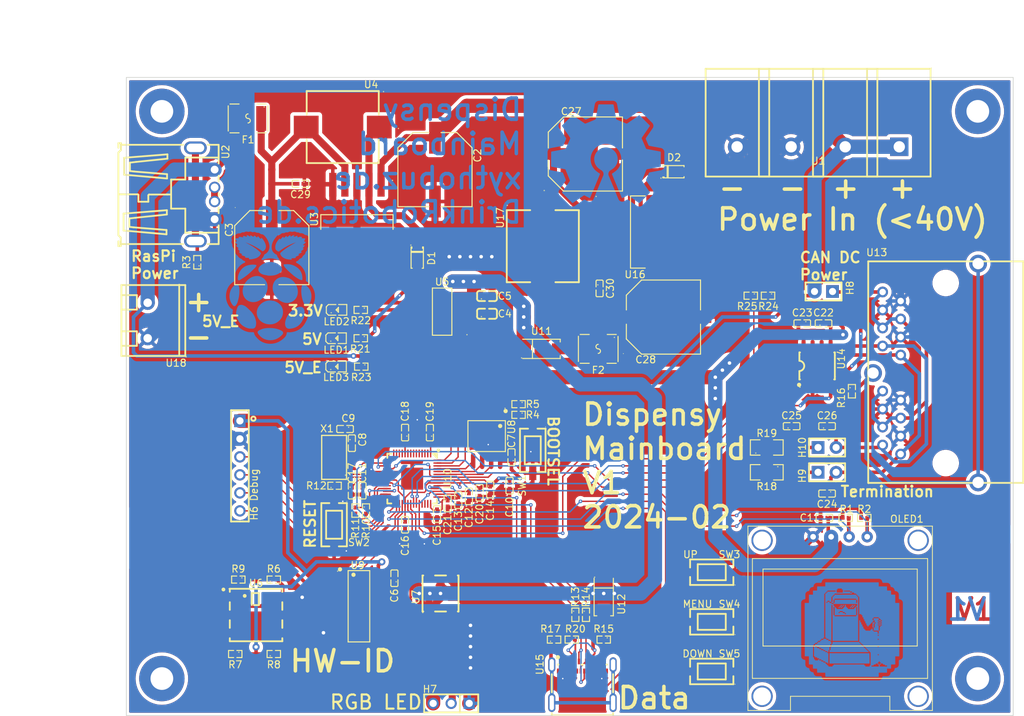
<source format=kicad_pcb>
(kicad_pcb (version 20221018) (generator pcbnew)
  (title_block (title "Dispensy Mainboard") (date "2024-03-04") (rev "1") (company "DrinkRobotics") (comment 1 "https://git.xythobuz.de/thomas/Dispensy") (comment 2 "Licensed under the CERN-OHL-S-2.0+") (comment 3 "PCB Thickness: 1mm") (comment 4 "Copyright (c) 2023 - 2024 Thomas Buck <thomas@xythobuz.de>"))
  (layers (0 "F.Cu" signal) (31 "B.Cu" signal) (34 "B.Paste" user) (35 "F.Paste" user) (36 "B.SilkS" user "B.Silkscreen") (37 "F.SilkS" user "F.Silkscreen") (38 "B.Mask" user) (39 "F.Mask" user) (44 "Edge.Cuts" user))
  (net 0 "")
  (net 1 "GND")
  (net 2 "+3.3V")
  (net 3 "+VDC")
  (net 4 "/EXT_PSU/Vout")
  (net 5 "+5V")
  (net 6 "Net-(U10-XIN)")
  (net 7 "Net-(X1-OSC2)")
  (net 8 "+1V1")
  (net 9 "Net-(U14-CANH)")
  (net 10 "Net-(C25-Pad1)")
  (net 11 "Net-(U14-CANL)")
  (net 12 "/PI/PI_PSU/Vout")
  (net 13 "Net-(U3-OUT)")
  (net 14 "Net-(U16-OUT)")
  (net 15 "/PI/ADC0")
  (net 16 "/PI/ADC1")
  (net 17 "/PI/ADC2")
  (net 18 "/PI/ADC3")
  (net 19 "/PI/IO0")
  (net 20 "/PI/IO1")
  (net 21 "/PI/IO2")
  (net 22 "/PI/IO3")
  (net 23 "/PI/IO4")
  (net 24 "/PI/IO5")
  (net 25 "/PI/IO6")
  (net 26 "/PI/IO7")
  (net 27 "/PI/IO8")
  (net 28 "/PI/IO9")
  (net 29 "/PI/IO10")
  (net 30 "/PI/IO11")
  (net 31 "/PI/IO12")
  (net 32 "/PI/IO13")
  (net 33 "/PI/IO14")
  (net 34 "/PI/IO15")
  (net 35 "/PI/Debug_Clock")
  (net 36 "/PI/Debug_Data")
  (net 37 "/PI/Debug_Tx")
  (net 38 "/PI/Debug_Rx")
  (net 39 "Net-(U7-DO)")
  (net 40 "Net-(H8-Pad1)")
  (net 41 "Net-(H9-Pad1)")
  (net 42 "Net-(H10-Pad1)")
  (net 43 "/PI/I2C_SCL")
  (net 44 "/PI/I2C_SDA")
  (net 45 "Net-(U2-SH1)")
  (net 46 "/PI/SPI_FLASH.SS")
  (net 47 "Net-(R5-Pad1)")
  (net 48 "Net-(U9-D7)")
  (net 49 "Net-(U9-D6)")
  (net 50 "Net-(U9-D5)")
  (net 51 "Net-(U9-D4)")
  (net 52 "Net-(U10-RUN)")
  (net 53 "Net-(R11-Pad2)")
  (net 54 "Net-(U10-XOUT)")
  (net 55 "/PI/USBC.DP")
  (net 56 "Net-(U10-USB_DP)")
  (net 57 "/PI/USBC.DM")
  (net 58 "Net-(U10-USB_DM)")
  (net 59 "Net-(U15-CC2)")
  (net 60 "Net-(R16-Pad1)")
  (net 61 "/PI/USBC.SHIELD")
  (net 62 "Net-(U15-CC1)")
  (net 63 "Net-(U2-D+)")
  (net 64 "/PI/LED_Din")
  (net 65 "/PI/SPI_FLASH.SD1")
  (net 66 "/PI/SPI_FLASH.SD2")
  (net 67 "/PI/SPI_FLASH.SD0")
  (net 68 "/PI/SPI_FLASH.SCLK")
  (net 69 "/PI/SPI_FLASH.SD3")
  (net 70 "/PI/SR_Load")
  (net 71 "/PI/SR_Clock")
  (net 73 "/PI/SR_Data")
  (net 74 "Net-(U10-GPIO24)")
  (net 75 "Net-(U10-GPIO25)")
  (net 76 "/PI/USBC.VBUS")
  (net 87 "Net-(U2-VCC)")
  (net 88 "Net-(U11-A)")
  (net 89 "Net-(LED1-+)")
  (net 90 "Net-(LED2-+)")
  (net 91 "Net-(LED3-+)")
  (footprint "jlc_footprints:HDR-TH_3P-P2.54-V-F" (layer "F.Cu") (at 139.275082 136 180)
    (fp_text reference "H7")
    (fp_text value "WS2812")
  )
  (footprint "jlc_footprints:C0402" (layer "F.Cu") (at 140.275082 107.34763 -90)
    (fp_text reference "C13")
    (fp_text value "1uF")
  )
  (footprint "jlc_footprints:LED0603-RD" (layer "F.Cu") (at 123.101981 88.506858)
    (fp_text reference "LED3")
    (fp_text value "FC-D1608HGK-572C")
  )
  (footprint "jlc_footprints:SW-SMD_L6.1-W3.6-LS6.6" (layer "F.Cu") (at 176 124.5 180)
    (fp_text reference "SW4")
    (fp_text value "MENU")
  )
  (footprint "jlc_footprints:R1206" (layer "F.Cu") (at 183.754966 99.907765)
    (fp_text reference "R19")
    (fp_text value "60R4")
  )
  (footprint "jlc_footprints:TO-263-5_L10.6-W9.6-P1.70-LS15.9-BR" (layer "F.Cu") (at 125.990456 68.034258 90)
    (fp_text reference "U3")
    (fp_text value "LM2576S-5_0_TR")
  )
  (footprint "jlc_footprints:R0402" (layer "F.Cu") (at 127.275082 108.802545 -90)
    (fp_text reference "R10")
    (fp_text value "10K")
  )
  (footprint "jlc_footprints:CAP-SMD_BD10.0-L10.3-W10.3-FD" (layer "F.Cu") (at 158.190482 58.51762)
    (fp_text reference "C27")
    (fp_text value "100uF")
  )
  (footprint "jlc_footprints:CONN-TH_4P-P7.62_L15.2-W31.7-EX4.2" (layer "F.Cu") (at 191 57.5 180)
    (fp_text reference "U1")
    (fp_text value "DBT50G-7_62-4P")
  )
  (footprint "jlc_footprints:R0402" (layer "F.Cu") (at 158.275082 123.5 -90)
    (fp_text reference "R14")
    (fp_text value "27R4")
  )
  (footprint "jlc_footprints:RJ45-TH_DS1129-05-S80BP-X" (layer "F.Cu") (at 206.140469 89.407765 90)
    (fp_text reference "U13")
    (fp_text value "CAN_IO")
  )
  (footprint "jlc_footprints:SOD-123_L2.8-W1.8-LS3.7-RD" (layer "F.Cu") (at 170.690482 61.01762)
    (fp_text reference "D2")
    (fp_text value "MBR340F")
  )
  (footprint "jlc_footprints:C0402" (layer "F.Cu") (at 188.754966 82.407765 180)
    (fp_text reference "C23")
    (fp_text value "47nF")
  )
  (footprint "jlc_footprints:SW-SMD_L6.1-W3.6-LS6.6" (layer "F.Cu") (at 176 117.5 180)
    (fp_text reference "SW3")
    (fp_text value "UP")
  )
  (footprint "jlc_footprints:F1812" (layer "F.Cu") (at 110.646558 53.5 180)
    (fp_text reference "F1")
    (fp_text value "ASMD1812-350-16V")
  )
  (footprint "jlc_footprints:C0402" (layer "F.Cu") (at 126.775082 106 -90)
    (fp_text reference "C11")
    (fp_text value "100nF")
  )
  (footprint "jlc_footprints:CAP-SMD_BD10.0-L10.3-W10.3-FD" (layer "F.Cu") (at 136.990456 60.717646 -90)
    (fp_text reference "C2")
    (fp_text value "100uF")
  )
  (footprint "jlc_footprints:R0402" (layer "F.Cu") (at 114.275082 118.53813)
    (fp_text reference "R6")
    (fp_text value "10K")
  )
  (footprint "jlc_footprints:C0402" (layer "F.Cu") (at 191.874904 109.82738 180)
    (fp_text reference "C1")
    (fp_text value "100nF")
  )
  (footprint "jlc_footprints:R0402" (layer "F.Cu") (at 156.775082 123.5 -90)
    (fp_text reference "R13")
    (fp_text value "27R4")
  )
  (footprint "jlc_footprints:C0402" (layer "F.Cu") (at 138.775082 107.802545 -90)
    (fp_text reference "C21")
    (fp_text value "100nF")
  )
  (footprint "jlc_footprints:C0402" (layer "F.Cu") (at 192.254966 96.907765)
    (fp_text reference "C26")
    (fp_text value "100pF")
  )
  (footprint "jlc_footprints:HDR-TH_6P-P2.54-V-F" (layer "F.Cu") (at 109.5 102.5 -90)
    (fp_text reference "H6")
    (fp_text value "Debug")
  )
  (footprint "jlc_footprints:C0402" (layer "F.Cu") (at 132.775082 110.802545 -90)
    (fp_text reference "C16")
    (fp_text value "100nF")
  )
  (footprint "jlc_footprints:R0402" (layer "F.Cu") (at 126.601981 88.506858 180)
    (fp_text reference "R23")
    (fp_text value "1K")
  )
  (footprint "jlc_footprints:SOT-223-4_L6.5-W3.5-P2.30-LS7.0-BR" (layer "F.Cu") (at 138 80.75)
    (fp_text reference "U5")
    (fp_text value "AMS1117-3_3_C347222")
  )
  (footprint "jlc_footprints:SOIC-8_L5.0-W4.0-P1.27-LS6.0-BL" (layer "F.Cu") (at 190.849962 88.407765)
    (fp_text reference "U14")
    (fp_text value "TJA1042T_3_1J")
  )
  (footprint "jlc_footprints:CONN-TH_XY300V-A-5.0-2P" (layer "F.Cu") (at 96.5 82 90)
    (fp_text reference "U18")
    (fp_text value "XY300V-A-5_0-2P")
  )
  (footprint "jlc_footprints:LED-SMD_4P-L5.0-W5.0-LS5.4-TL-1" (layer "F.Cu") (at 137.775082 120.5 90)
    (fp_text reference "U7")
    (fp_text value "WS2812E-V5")
  )
  (footprint "MountingHole:MountingHole_3.2mm_M3_Pad_TopBottom" (layer "F.Cu") (at 213.5 52.5)
    (fp_text reference "H12" hide)
    (fp_text value "MountingHole" hide)
  )
  (footprint "jlc_footprints:R0402" (layer "F.Cu") (at 103.490456 73.784829 90)
    (fp_text reference "R3")
    (fp_text value "1M")
  )
  (footprint "jlc_footprints:LED0603-RD" (layer "F.Cu") (at 123.169164 80.503429)
    (fp_text reference "LED2")
    (fp_text value "FC-D1608HGK-572C")
  )
  (footprint "jlc_footprints:C0402" (layer "F.Cu") (at 147.775082 101.25746 90)
    (fp_text reference "C7")
    (fp_text value "100nF")
  )
  (footprint "jlc_footprints:C0402" (layer "F.Cu") (at 124.320167 97.302545 180)
    (fp_text reference "C9")
    (fp_text value "27p")
  )
  (footprint "jlc_footprints:HDR-TH_2P-P2.54-V-M-1" (layer "F.Cu") (at 191.754966 77.907765 180)
    (fp_text reference "H8")
    (fp_text value "PWR")
  )
  (footprint "jlc_footprints:R0402" (layer "F.Cu") (at 194.874904 109.82738 180)
    (fp_text reference "R1")
    (fp_text value "10K")
  )
  (footprint "jlc_footprints:R0402" (layer "F.Cu") (at 156.275082 127 180)
    (fp_text reference "R20")
    (fp_text value "5K1")
  )
  (footprint "jlc_footprints:C0402" (layer "F.Cu") (at 132.775082 97.802545 90)
    (fp_text reference "C18")
    (fp_text value "100nF")
  )
  (footprint "jlc_footprints:USB-C-SMD_TYPE-C-USB-18" (layer "F.Cu") (at 157.775082 133)
    (fp_text reference "U15")
    (fp_text value "USB-C")
  )
  (footprint "jlc_footprints:C0402" (layer "F.Cu") (at 141.775082 106.802545 -90)
    (fp_text reference "C12")
    (fp_text value "1uF")
  )
  (footprint "jlc_footprints:OSC-SMD_2P-L5.0-W3.2" (layer "F.Cu") (at 122.775082 101.302545 90)
    (fp_text reference "X1")
    (fp_text value "12MHz")
  )
  (footprint "jlc_footprints:SW-SMD_L6.1-W3.6-LS6.6" (layer "F.Cu") (at 150.775082 100.302545 -90)
    (fp_text reference "SW1")
    (fp_text value "BOOTSEL")
  )
  (footprint "MountingHole:MountingHole_3.2mm_M3_Pad_TopBottom" (layer "F.Cu") (at 98.5 52.5)
    (fp_text reference "H11" hide)
    (fp_text value "MountingHole" hide)
  )
  (footprint "jlc_footprints:TO-263-5_L10.6-W9.6-P1.70-LS15.9-BR" (layer "F.Cu") (at 165.507094 69.51762 180)
    (fp_text reference "U16")
    (fp_text value "LM2576S-5_0_TR")
  )
  (footprint "jlc_footprints:R0402" (layer "F.Cu") (at 183.932817 78.5 180)
    (fp_text reference "R24")
    (fp_text value "147K")
  )
  (footprint "jlc_footprints:R0402" (layer "F.Cu") (at 125.775082 108.802545 -90)
    (fp_text reference "R11")
    (fp_text value "1K")
  )
  (footprint "jlc_footprints:R0402" (layer "F.Cu") (at 122.842265 105.302545)
    (fp_text reference "R12")
    (fp_text value "1K")
  )
  (footprint "jlc_footprints:SW-SMD_L6.1-W3.6-LS6.6" (layer "F.Cu") (at 122.775082 110.802545 -90)
    (fp_text reference "SW2")
    (fp_text value "RESET")
  )
  (footprint "jlc_footprints:R0402" (layer "F.Cu") (at 153.775082 127)
    (fp_text reference "R17")
    (fp_text value "1M")
  )
  (footprint "jlc_footprints:R0402" (layer "F.Cu") (at 148.775082 95.302545 180)
    (fp_text reference "R4")
    (fp_text value "10K")
  )
  (footprint "jlc_footprints:R0402" (layer "F.Cu") (at 160.775082 127 180)
    (fp_text reference "R15")
    (fp_text value "5K1")
  )
  (footprint "jlc_footprints:C0402" (layer "F.Cu") (at 143.275082 106.302545 -90)
    (fp_text reference "C20")
    (fp_text value "100nF")
  )
  (footprint "jlc_footprints:SOIC-8_L5.3-W5.3-P1.27-LS8.0-BL" (layer "F.Cu") (at 144.275082 98.302545 180)
    (fp_text reference "U8")
    (fp_text value "W25Q128JVSIQ")
  )
  (footprint "jlc_footprints:C0402" (layer "F.Cu") (at 192.254966 106.407765 180)
    (fp_text reference "C24")
    (fp_text value "100pF")
  )
  (footprint "jlc_footprints:R0402" (layer "F.Cu") (at 126.534798 80.503429 180)
    (fp_text reference "R22")
    (fp_text value "1K")
  )
  (footprint "jlc_footprints:LED0603-RD" (layer "F.Cu") (at 123.101981 84.503429)
    (fp_text reference "LED1")
    (fp_text value "FC-D1608HGK-572C")
  )
  (footprint "jlc_footprints:SMA_L4.4-W2.8-LS5.4-R-RD" (layer "F.Cu") (at 152 86)
    (fp_text reference "U11")
    (fp_text value "SS54_C22452")
  )
  (footprint "jlc_footprints:F1812" (layer "F.Cu") (at 160 86 180)
    (fp_text reference "F2")
    (fp_text value "ASMD1812-350-16V")
  )
  (footprint "MountingHole:MountingHole_3.2mm_M3_Pad_TopBottom" (layer "F.Cu") (at 213.5 132.5)
    (fp_text reference "H14" hide)
    (fp_text value "MountingHole" hide)
  )
  (footprint "jlc_footprints:CAP-SMD_BD10.0-L10.3-W10.3-LS11.3-FD" (layer "F.Cu") (at 113.990456 71.717646 -90)
    (fp_text reference "C3")
    (fp_text value "1000uF")
  )
  (footprint "jlc_footprints:CAP-SMD_BD10.0-L10.3-W10.3-LS11.3-FD" (layer "F.Cu") (at 169.190482 81.51762)
    (fp_text reference "C28")
    (fp_text value "1000uF")
  )
  (footprint "jlc_footprints:C0402" (layer "F.Cu") (at 147.5 105.302545 -90)
    (fp_text reference "C10")
    (fp_text value "100nF")
  )
  (footprint "jlc_footprints:C0603" (layer "F.Cu") (at 144.3349 78.549975)
    (fp_text reference "C5")
    (fp_text value "10uF")
  )
  (footprint "jlc_footprints:C0402" (layer "F.Cu") (at 136.275082 97.802545 90)
    (fp_text reference "C19")
    (fp_text value "100nF")
  )
  (footprint "jlc_footprints:R0402" (layer "F.Cu") (at 181.5 78.5 180)
    (fp_text reference "R25")
    (fp_text value "10K")
  )
  (footprint "jlc_footprints:C0402" (layer "F.Cu") (at 137.275082 109.302545 -90)
    (fp_text reference "C15")
    (fp_text value "100nF")
  )
  (footprint "jlc_footprints:R0402" (layer "F.Cu") (at 195.754966 91.974948 -90)
    (fp_text reference "R16")
    (fp_text value "1M")
  )
  (footprint "jlc_footprints:SMA_L4.4-W2.8-LS5.4-R-RD" (layer "F.Cu") (at 160.775082 121 -90)
    (fp_text reference "U12")
    (fp_text value "SS54_C22452")
  )
  (footprint "jlc_footprints:R0402" (layer "F.Cu") (at 148.775082 93.802545 180)
    (fp_text reference "R5")
    (fp_text value "1K")
  )
  (footprint "jlc_footprints:SW-SMD_SM_SKCR-16S" (layer "F.Cu") (at 111.775082 123.53813 90)
    (fp_text reference "U6")
    (fp_text value "SKCR-16S")
  )
  (footprint "jlc_footprints:C0603" (layer "F.Cu") (at 144.3349 81.049975)
    (fp_text reference "C4")
    (fp_text value "10uF")
  )
  (footprint "jlc_footprints:C0402" (layer "F.Cu") (at 187.254966 96.907765)
    (fp_text reference "C25")
    (fp_text value "4.7nF")
  )
  (footprint "jlc_footprints:C0402" (layer "F.Cu") (at 144.775082 105.84763 -90)
    (fp_text reference "C14")
    (fp_text value "100nF")
  )
  (footprint "jlc_footprints:R1206" (layer "F.Cu") (at 183.754966 103.407765 180)
    (fp_text reference "R18")
    (fp_text value "60R4")
  )
  (footprint "jlc_footprints:USB-A-TH_USB-302-T" (layer "F.Cu") (at 104.581769 64.217646 -90)
    (fp_text reference "U2")
    (fp_text value "USB-A")
  )
  (footprint "jlc_footprints:C0402" (layer "F.Cu") (at 131.275082 118.34763 90)
    (fp_text reference "C6")
    (fp_text value "100nF")
  )
  (footprint "jlc_footprints:SOIC-16_L9.9-W3.9-P1.27-LS6.0-BL" (layer "F.Cu") (at 126.275082 122.302545 -90)
    (fp_text reference "U9")
    (fp_text value "74HC165D,653")
  )
  (footprint "jlc_footprints:R0402" (layer "F.Cu") (at 197.5 109.845 180)
    (fp_text reference "R2")
    (fp_text value "10K")
  )
  (footprint "MountingHole:MountingHole_3.2mm_M3_Pad_TopBottom" (layer "F.Cu") (at 98.5 132.5)
    (fp_text reference "H13" hide)
    (fp_text value "MountingHole" hide)
  )
  (footprint "jlc_footprints:SOD-123_L2.8-W1.8-LS3.7-RD" (layer "F.Cu") (at 134.490456 73.217646 -90)
    (fp_text reference "D1")
    (fp_text value "MBR340F")
  )
  (footprint "jlc_footprints:SW-SMD_L6.1-W3.6-LS6.6" (layer "F.Cu") (at 176 131.5 180)
    (fp_text reference "SW5")
    (fp_text value "DOWN")
  )
  (footprint "jlc_footprints:IND-SMD_L11.5-W10.0_YSPI1050" (layer "F.Cu") (at 152.190482 71.51762 -90)
    (fp_text reference "U17")
    (fp_text value "100uH")
  )
  (footprint "jlc_footprints:LQFN-56_L7.0-W7.0-P0.4-EP" (layer "F.Cu") (at 133.774955 104.302545 -90)
    (fp_text reference "U10")
    (fp_text value "RP2040")
  )
  (footprint "jlc_footprints:IND-SMD_L11.5-W10.0_YSPI1050" (layer "F.Cu") (at 123.990456 54.717646 180)
    (fp_text reference "U4")
    (fp_text value "100uH")
  )
  (footprint "jlc_footprints:R0402" (layer "F.Cu") (at 114.275082 129.03813)
    (fp_text reference "R8")
    (fp_text value "10K")
  )
  (footprint "jlc_footprints:R0402" (layer "F.Cu") (at 126.534798 84.503429 180)
    (fp_text reference "R21")
    (fp_text value "1K")
  )
  (footprint "jlc_footprints:C0402" (layer "F.Cu") (at 125.275082 99.302545 -90)
    (fp_text reference "C8")
    (fp_text value "27p")
  )
  (footprint "jlc_footprints:C0402" (layer "F.Cu") (at 118.035541 62.717646 180)
    (fp_text reference "C29")
    (fp_text value "100nF")
  )
  (footprint "jlc_footprints:R0402" (layer "F.Cu") (at 109.275082 118.53813 180)
    (fp_text reference "R9")
    (fp_text value "10K")
  )
  (footprint "extern:SSD1306_0.96_Oled" (layer "F.Cu") (at 181.095 137)
    (fp_text reference "OLED1")
    (fp_text value "SSD1306")
  )
  (footprint "jlc_footprints:C0402" (layer "F.Cu") (at 191.754966 82.407765)
    (fp_text reference "C22")
    (fp_text value "100nF")
  )
  (footprint "jlc_footprints:C0402" (layer "F.Cu") (at 125.275082 106 -90)
    (fp_text reference "C17")
    (fp_text value "100nF")
  )
  (footprint "jlc_footprints:HDR-TH_2P-P2.54-V-M-1" (layer "F.Cu") (at 192.254966 99.907765)
    (fp_text reference "H10")
    (fp_text value "T_CL")
  )
  (footprint "jlc_footprints:R0402" (layer "F.Cu") (at 108.842265 129.03813 180)
    (fp_text reference "R7")
    (fp_text value "10K")
  )
  (footprint "jlc_footprints:HDR-TH_2P-P2.54-V-M-1" (layer "F.Cu") (at 192.254966 103.407765)
    (fp_text reference "H9")
    (fp_text value "T_CH")
  )
  (footprint "jlc_footprints:C0402" (layer "F.Cu") (at 160.190482 77.472535 -90)
    (fp_text reference "C30")
    (fp_text value "100nF")
  )
  (gr_poly (pts (xy 100.959076 98.965501) (xy 101.058024 98.972942) (xy 101.156506 98.985345) (xy 101.254291 99.002708) (xy 101.351145 99.025032) (xy 101.446837 99.052317) (xy 101.541134 99.084563) (xy 101.633802 99.12177) (xy 101.724611 99.163938) (xy 101.813326 99.211067) (xy 101.899717 99.263157) (xy 101.983549 99.320208) (xy 102.06459 99.38222) (xy 102.142609 99.449192) (xy 102.217372 99.521126) (xy 102.288647 99.598021) (xy 102.346164 99.66342) (xy 102.399661 99.730545) (xy 102.449146 99.799258) (xy 102.494629 99.869425) (xy 102.53612 99.94091) (xy 102.573629 100.013576) (xy 102.607166 100.08729) (xy 102.636739 100.161914) (xy 102.662359 100.237313) (xy 102.684036 100.313351) (xy 102.701779 100.389894) (xy 102.715598 100.466805) (xy 102.725502 100.543948) (xy 102.731501 100.621188) (xy 102.733605 100.698389) (xy 102.731824 100.775416) (xy 102.726167 100.852133) (xy 102.716644 100.928405) (xy 102.703265 101.004094) (xy 102.686039 101.079067) (xy 102.664976 101.153188) (xy 102.640085 101.226319) (xy 102.611377 101.298327) (xy 102.578862 101.369076) (xy 102.542548 101.438429) (xy 102.502445 101.506251) (xy 102.458564 101.572406) (xy 102.410913 101.63676) (xy 102.359503 101.699175) (xy 102.304343 101.759517) (xy 102.245443 101.81765) (xy 102.182813 101.873438) (xy 102.117106 101.926455) (xy 102.049074 101.976352) (xy 101.978872 102.023109) (xy 101.906654 102.066708) (xy 101.832576 102.107129) (xy 101.756793 102.144352) (xy 101.60073 102.209128) (xy 101.439706 102.260882) (xy 101.274962 102.299459) (xy 101.107737 102.324703) (xy 100.939271 102.336459) (xy 100.770806 102.334573) (xy 100.603581 102.318889) (xy 100.438837 102.289253) (xy 100.357782 102.269154) (xy 100.277813 102.245509) (xy 100.199084 102.218298) (xy 100.12175 102.187502) (xy 100.045967 102.153102) (xy 99.971889 102.115078) (xy 99.899671 102.07341) (xy 99.829468 102.02808) (xy 99.761436 101.979069) (xy 99.69573 101.926355) (xy 99.600232 101.845727) (xy 99.512175 101.762541) (xy 99.43156 101.676719) (xy 99.358386 101.588185) (xy 99.32459 101.542876) (xy 99.292654 101.49686) (xy 99.262578 101.450126) (xy 99.234363 101.402666) (xy 99.208008 101.35447) (xy 99.183513 101.305528) (xy 99.160879 101.255829) (xy 99.140105 101.205366) (xy 99.121191 101.154127) (xy 99.104138 101.102103) (xy 99.088945 101.049285) (xy 99.075613 100.995663) (xy 99.064141 100.941226) (xy 99.054529 100.885966) (xy 99.046777 100.829873) (xy 99.040886 100.772937) (xy 99.034685 100.656497) (xy 99.035925 100.536569) (xy 99.044607 100.413075) (xy 99.06073 100.285938) (xy 99.076538 100.222371) (xy 99.094177 100.160636) (xy 99.113619 100.100702) (xy 99.134834 100.042542) (xy 99.157793 99.986126) (xy 99.182467 99.931425) (xy 99.208826 99.87841) (xy 99.236843 99.827052) (xy 99.266488 99.777321) (xy 99.297731 99.729189) (xy 99.330544 99.682627) (xy 99.364897 99.637606) (xy 99.43811 99.552068) (xy 99.517136 99.472345) (xy 99.601743 99.398202) (xy 99.691699 99.329408) (xy 99.786771 99.265729) (xy 99.886726 99.206934) (xy 99.991332 99.15279) (xy 100.100356 99.103065) (xy 100.213566 99.057525) (xy 100.330729 99.015938) (xy 100.360508 99.015344) (xy 100.390364 99.013664) (xy 100.420375 99.011055) (xy 100.450619 99.00767) (xy 100.512114 98.999195) (xy 100.575469 98.989479) (xy 100.641305 98.979764) (xy 100.710241 98.971289) (xy 100.746066 98.967904) (xy 100.782898 98.965294) (xy 100.820816 98.963615) (xy 100.859896 98.963021)) (fill solid) (layer "F.Cu"))
  (gr_poly (pts (xy 102.763514 95.517533) (xy 102.850607 95.523181) (xy 102.938426 95.533876) (xy 103.026827 95.549726) (xy 103.115663 95.570837) (xy 103.20479 95.597317) (xy 103.294063 95.629271) (xy 103.372653 95.66057) (xy 103.449635 95.694874) (xy 103.52495 95.732084) (xy 103.59854 95.772104) (xy 103.670348 95.814838) (xy 103.740315 95.860187) (xy 103.808382 95.908056) (xy 103.874492 95.958346) (xy 103.938587 96.010963) (xy 104.000609 96.065808) (xy 104.060498 96.122784) (xy 104.118198 96.181795) (xy 104.17365 96.242745) (xy 104.226796 96.305535) (xy 104.277578 96.370069) (xy 104.325937 96.43625) (xy 104.371816 96.503982) (xy 104.415157 96.573167) (xy 104.4559 96.643709) (xy 104.493989 96.71551) (xy 104.529365 96.788474) (xy 104.561969 96.862503) (xy 104.591744 96.937502) (xy 104.618632 97.013373) (xy 104.642575 97.090019) (xy 104.663513 97.167343) (xy 104.68139 97.245248) (xy 104.696147 97.323638) (xy 104.707726 97.402415) (xy 104.716068 97.481484) (xy 104.721116 97.560745) (xy 104.722812 97.640104) (xy 104.720047 97.743026) (xy 104.711856 97.843361) (xy 104.698395 97.941002) (xy 104.679817 98.035842) (xy 104.656278 98.127776) (xy 104.627934 98.216697) (xy 104.594939 98.302498) (xy 104.557447 98.385072) (xy 104.515615 98.464313) (xy 104.469598 98.540114) (xy 104.419549 98.612369) (xy 104.365625 98.680971) (xy 104.30798 98.745813) (xy 104.246769 98.80679) (xy 104.182148 98.863794) (xy 104.114271 98.916719) (xy 104.043293 98.965458) (xy 103.96937 99.009904) (xy 103.892656 99.049952) (xy 103.813307 99.085494) (xy 103.731478 99.116424) (xy 103.647323 99.142635) (xy 103.560997 99.164021) (xy 103.472656 99.180475) (xy 103.382455 99.191891) (xy 103.290549 99.198161) (xy 103.197092 99.19918) (xy 103.10224 99.194841) (xy 103.006147 99.185037) (xy 102.90897 99.169662) (xy 102.810862 99.148608) (xy 102.711979 99.121771) (xy 102.623475 99.09001) (xy 102.536628 99.054346) (xy 102.451545 99.014902) (xy 102.368331 98.971805) (xy 102.287094 98.925182) (xy 102.20794 98.875157) (xy 102.130977 98.821858) (xy 102.056309 98.76541) (xy 101.984044 98.705938) (xy 101.914289 98.643569) (xy 101.84715 98.57843) (xy 101.782734 98.510645) (xy 101.721147 98.440341) (xy 101.662496 98.367643) (xy 101.606887 98.292678) (xy 101.554427 98.215572) (xy 101.505223 98.136451) (xy 101.459381 98.05544) (xy 101.417008 97.972666) (xy 101.378211 97.888254) (xy 101.343095 97.802331) (xy 101.311768 97.715022) (xy 101.284336 97.626453) (xy 101.260905 97.536751) (xy 101.241583 97.446041) (xy 101.226476 97.354449) (xy 101.21569 97.262102) (xy 101.209332 97.169125) (xy 101.207509 97.075644) (xy 101.210327 96.981785) (xy 101.217893 96.887674) (xy 101.230313 96.793437) (xy 101.247497 96.705243) (xy 101.269187 96.619327) (xy 101.295236 96.535793) (xy 101.325501 96.45475) (xy 101.359835 96.376304) (xy 101.398094 96.300561) (xy 101.440131 96.227627) (xy 101.485801 96.157611) (xy 101.53496 96.090617) (xy 101.587462 96.026753) (xy 101.643161 95.966125) (xy 101.701912 95.90884) (xy 101.76357 95.855005) (xy 101.82799 95.804725) (xy 101.895026 95.758108) (xy 101.964532 95.71526) (xy 102.036364 95.676288) (xy 102.110376 95.641298) (xy 102.186423 95.610398) (xy 102.264359 95.583692) (xy 102.344039 95.561289) (xy 102.425318 95.543294) (xy 102.50805 95.529815) (xy 102.592091 95.520957) (xy 102.677294 95.516828)) (fill solid) (layer "F.Cu"))
  (gr_poly (pts (xy 102.319122 109.278461) (xy 102.325662 109.346004) (xy 102.393206 109.352544) (xy 102.46075 109.359083) (xy 102.467289 109.426627) (xy 102.473829 109.494171) (xy 102.541373 109.50071) (xy 102.608916 109.50725) (xy 102.615549 109.576042) (xy 102.622181 109.644833) (xy 102.471333 109.644833) (xy 102.471333 109.496667) (xy 102.323167 109.496667) (xy 102.323167 109.644833) (xy 102.174999 109.644833) (xy 102.174999 109.496667) (xy 102.024151 109.496667) (xy 102.030784 109.427875) (xy 102.037416 109.359083) (xy 102.10496 109.352544) (xy 102.146727 109.3485) (xy 102.174999 109.3485) (xy 102.174999 109.496667) (xy 102.323167 109.496667) (xy 102.323167 109.3485) (xy 102.174999 109.3485) (xy 102.146727 109.3485) (xy 102.172504 109.346004) (xy 102.179043 109.278461) (xy 102.185583 109.210917) (xy 102.312583 109.210917)) (fill solid) (layer "F.Cu"))
  (gr_poly (pts (xy 98.573524 93.846511) (xy 98.699408 93.853462) (xy 98.826532 93.865683) (xy 98.954896 93.883021) (xy 98.954591 93.89775) (xy 98.953695 93.912179) (xy 98.952236 93.926317) (xy 98.950245 93.940175) (xy 98.94478 93.967085) (xy 98.937533 93.992988) (xy 98.928735 94.017961) (xy 98.918619 94.042081) (xy 98.907418 94.065426) (xy 98.895365 94.088073) (xy 98.882691 94.1101) (xy 98.86963 94.131584) (xy 98.843275 94.173236) (xy 98.81816 94.213647) (xy 98.806649 94.233581) (xy 98.796146 94.253437) (xy 98.725491 94.34152) (xy 98.652589 94.427277) (xy 98.577671 94.510863) (xy 98.50097 94.592435) (xy 98.422719 94.672145) (xy 98.34315 94.750151) (xy 98.18099 94.901666) (xy 98.016348 95.048221) (xy 97.851087 95.191054) (xy 97.526146 95.470521) (xy 97.426927 95.547518) (xy 97.327708 95.620175) (xy 97.228489 95.689112) (xy 97.129271 95.754948) (xy 97.030052 95.818303) (xy 96.930833 95.879798) (xy 96.732396 95.999687) (xy 96.693923 96.010165) (xy 96.657775 96.021495) (xy 96.623798 96.03329) (xy 96.591836 96.045163) (xy 96.533338 96.06759) (xy 96.506493 96.07737) (xy 96.481042 96.085677) (xy 96.456832 96.092124) (xy 96.433706 96.096323) (xy 96.422502 96.097458) (xy 96.411511 96.097886) (xy 96.400714 96.097558) (xy 96.390091 96.096426) (xy 96.379624 96.094441) (xy 96.369292 96.091556) (xy 96.359076 96.08772) (xy 96.348957 96.082887) (xy 96.338916 96.077007) (xy 96.328932 96.070032) (xy 96.318988 96.061914) (xy 96.309063 96.052604) (xy 96.302267 95.924279) (xy 96.301828 95.797426) (xy 96.3079 95.672279) (xy 96.320638 95.549069) (xy 96.340198 95.42803) (xy 96.366734 95.309394) (xy 96.400401 95.193393) (xy 96.441354 95.08026) (xy 96.489749 94.970228) (xy 96.545741 94.863529) (xy 96.609484 94.760396) (xy 96.681133 94.661061) (xy 96.760844 94.565757) (xy 96.848771 94.474716) (xy 96.94507 94.388171) (xy 97.049896 94.306354) (xy 97.159657 94.230674) (xy 97.270658 94.16228) (xy 97.382899 94.101018) (xy 97.49638 94.046732) (xy 97.611102 93.999267) (xy 97.727064 93.958468) (xy 97.844266 93.924181) (xy 97.962708 93.89625) (xy 98.082391 93.87452) (xy 98.203314 93.858836) (xy 98.325477 93.849043) (xy 98.44888 93.844987)) (fill solid) (layer "F.Cu"))
  (gr_poly (pts (xy 105.529172 96.648433) (xy 105.543167 96.649694) (xy 105.557568 96.652089) (xy 105.572396 96.655627) (xy 105.58767 96.660319) (xy 105.603408 96.666173) (xy 105.619631 96.673199) (xy 105.636358 96.681408) (xy 105.653609 96.690808) (xy 105.671401 96.70141) (xy 105.689756 96.713222) (xy 105.708692 96.726256) (xy 105.728229 96.740521) (xy 105.777215 96.771058) (xy 105.824942 96.803127) (xy 105.871389 96.836707) (xy 105.916538 96.871779) (xy 105.960369 96.908324) (xy 106.002863 96.946322) (xy 106.044001 96.985755) (xy 106.083763 97.026602) (xy 106.122129 97.068844) (xy 106.159081 97.112462) (xy 106.194599 97.157437) (xy 106.228664 97.203748) (xy 106.261255 97.251378) (xy 106.292355 97.300306) (xy 106.321943 97.350513) (xy 106.35 97.401979) (xy 106.376507 97.454686) (xy 106.401444 97.508614) (xy 106.424792 97.563743) (xy 106.446531 97.620054) (xy 106.466643 97.677528) (xy 106.485108 97.736145) (xy 106.501906 97.795886) (xy 106.517018 97.856732) (xy 106.530425 97.918663) (xy 106.542107 97.98166) (xy 106.552045 98.045703) (xy 106.560219 98.110773) (xy 106.566611 98.176851) (xy 106.571201 98.243917) (xy 106.573969 98.311953) (xy 106.574896 98.380937) (xy 106.573035 98.460894) (xy 106.567454 98.541858) (xy 106.558152 98.623597) (xy 106.54513 98.705878) (xy 106.528387 98.78847) (xy 106.507923 98.87114) (xy 106.483738 98.953654) (xy 106.455833 99.035781) (xy 106.424207 99.117287) (xy 106.38886 99.197941) (xy 106.349793 99.27751) (xy 106.307005 99.355761) (xy 106.260496 99.432462) (xy 106.210267 99.50738) (xy 106.156316 99.580282) (xy 106.098646 99.650937) (xy 106.069474 99.678842) (xy 106.055305 99.691399) (xy 106.041388 99.703027) (xy 106.027703 99.713724) (xy 106.014232 99.72349) (xy 106.000954 99.732327) (xy 105.987851 99.740234) (xy 105.974903 99.74721) (xy 105.96209 99.753256) (xy 105.949394 99.758372) (xy 105.936795 99.762558) (xy 105.924273 99.765813) (xy 105.911809 99.768139) (xy 105.899384 99.769534) (xy 105.886979 99.769999) (xy 105.874573 99.769534) (xy 105.862148 99.768139) (xy 105.849685 99.765813) (xy 105.837163 99.762558) (xy 105.824563 99.758372) (xy 105.811867 99.753256) (xy 105.799055 99.74721) (xy 105.786107 99.740234) (xy 105.773003 99.732327) (xy 105.759726 99.72349) (xy 105.746255 99.713724) (xy 105.73257 99.703027) (xy 105.718653 99.691399) (xy 105.704484 99.678842) (xy 105.675313 99.650937) (xy 105.646167 99.610642) (xy 105.618262 99.569185) (xy 105.591597 99.526642) (xy 105.566172 99.483092) (xy 105.541988 99.438611) (xy 105.519043 99.393278) (xy 105.497339 99.34717) (xy 105.476875 99.300364) (xy 105.457652 99.252938) (xy 105.439668 99.204969) (xy 105.422925 99.156536) (xy 105.407422 99.107714) (xy 105.39316 99.058583) (xy 105.380137 99.009219) (xy 105.368355 98.9597) (xy 105.357813 98.910104) (xy 105.329288 98.810278) (xy 105.303243 98.709289) (xy 105.279678 98.607215) (xy 105.258594 98.504134) (xy 105.239991 98.400122) (xy 105.223867 98.295258) (xy 105.210225 98.189618) (xy 105.199063 98.083281) (xy 105.190381 97.976323) (xy 105.18418 97.868824) (xy 105.180459 97.760859) (xy 105.179219 97.652506) (xy 105.180459 97.543843) (xy 105.18418 97.434948) (xy 105.190381 97.325898) (xy 105.199063 97.21677) (xy 105.19967 97.196332) (xy 105.20144 97.174809) (xy 105.204295 97.152355) (xy 105.208158 97.129127) (xy 105.212951 97.105278) (xy 105.218597 97.080964) (xy 105.225017 97.056341) (xy 105.232136 97.031562) (xy 105.239874 97.006783) (xy 105.248156 96.982159) (xy 105.266036 96.933997) (xy 105.285156 96.888315) (xy 105.294988 96.866792) (xy 105.304897 96.846354) (xy 105.324766 96.808539) (xy 105.33475 96.791052) (xy 105.344791 96.774524) (xy 105.35491 96.758964) (xy 105.365126 96.744383) (xy 105.375458 96.730791) (xy 105.385925 96.718196) (xy 105.396548 96.706609) (xy 105.407345 96.69604) (xy 105.418336 96.686498) (xy 105.42954 96.677992) (xy 105.440977 96.670533) (xy 105.452665 96.66413) (xy 105.464625 96.658793) (xy 105.476876 96.654531) (xy 105.489436 96.651355) (xy 105.502326 96.649273) (xy 105.515565 96.648296)) (fill solid) (layer "F.Cu"))
  (gr_poly (pts (xy 99.076865 95.658364) (xy 99.170317 95.66443) (xy 99.261647 95.675573) (xy 99.350729 95.691676) (xy 99.437438 95.712625) (xy 99.521646 95.738302) (xy 99.603229 95.76859) (xy 99.682059 95.803375) (xy 99.758012 95.84254) (xy 99.830962 95.885967) (xy 99.900781 95.933542) (xy 99.967346 95.985147) (xy 100.030528 96.040667) (xy 100.090203 96.099985) (xy 100.146244 96.162985) (xy 100.198526 96.229551) (xy 100.246923 96.299566) (xy 100.291308 96.372914) (xy 100.331556 96.449479) (xy 100.367541 96.529145) (xy 100.399136 96.611795) (xy 100.426216 96.697313) (xy 100.448655 96.785583) (xy 100.466327 96.876488) (xy 100.479105 96.969913) (xy 100.486865 97.06574) (xy 100.489479 97.163854) (xy 100.487325 97.253128) (xy 100.480927 97.342267) (xy 100.470382 97.431134) (xy 100.455786 97.519595) (xy 100.437238 97.607512) (xy 100.414833 97.694752) (xy 100.358841 97.866653) (xy 100.288587 98.034214) (xy 100.204846 98.196349) (xy 100.108391 98.351973) (xy 100 98.5) (xy 99.880447 98.639345) (xy 99.750506 98.768924) (xy 99.610954 98.887651) (xy 99.462565 98.99444) (xy 99.385299 99.043019) (xy 99.306115 99.088207) (xy 99.225109 99.129868) (xy 99.142378 99.167866) (xy 99.05802 99.202066) (xy 98.97213 99.232332) (xy 98.884807 99.258529) (xy 98.796146 99.280521) (xy 98.70718 99.297748) (xy 98.618961 99.309821) (xy 98.531613 99.316855) (xy 98.445263 99.318968) (xy 98.360037 99.316274) (xy 98.276062 99.308891) (xy 98.193462 99.296934) (xy 98.112364 99.28052) (xy 98.032893 99.259766) (xy 97.955177 99.234787) (xy 97.87934 99.205699) (xy 97.805509 99.17262) (xy 97.733809 99.135665) (xy 97.664367 99.09495) (xy 97.597309 99.050593) (xy 97.532761 99.002708) (xy 97.470847 98.951413) (xy 97.411696 98.896823) (xy 97.355431 98.839055) (xy 97.30218 98.778226) (xy 97.252069 98.714451) (xy 97.205222 98.647846) (xy 97.161767 98.578529) (xy 97.121829 98.506614) (xy 97.085535 98.43222) (xy 97.053009 98.355461) (xy 97.024379 98.276454) (xy 96.99977 98.195316) (xy 96.979308 98.112162) (xy 96.963118 98.027109) (xy 96.951328 97.940273) (xy 96.944063 97.851771) (xy 96.941256 97.762496) (xy 96.942693 97.673358) (xy 96.948278 97.58449) (xy 96.957912 97.49603) (xy 96.9715 97.408112) (xy 96.988944 97.320873) (xy 97.035013 97.148971) (xy 97.095345 96.98141) (xy 97.169165 96.819275) (xy 97.255697 96.663652) (xy 97.354167 96.515625) (xy 97.463798 96.376279) (xy 97.583817 96.2467) (xy 97.713447 96.127974) (xy 97.851914 96.021184) (xy 97.924219 95.972605) (xy 97.998443 95.927418) (xy 98.074488 95.885757) (xy 98.152258 95.847758) (xy 98.231655 95.813558) (xy 98.312584 95.783292) (xy 98.394946 95.757095) (xy 98.478646 95.735104) (xy 98.582185 95.708264) (xy 98.684357 95.6872) (xy 98.785037 95.671794) (xy 98.884099 95.66193) (xy 98.981417 95.657492)) (fill solid) (layer "F.Cu"))
  (gr_poly (pts (xy 96.644546 99.865292) (xy 96.69059 99.868238) (xy 96.738184 99.873354) (xy 96.787328 99.88064) (xy 96.838023 99.890097) (xy 96.890268 99.901724) (xy 96.944063 99.915522) (xy 97.028221 99.942624) (xy 97.111934 99.974213) (xy 97.195065 100.010123) (xy 97.277479 100.05019) (xy 97.359041 100.094249) (xy 97.439614 100.142135) (xy 97.519063 100.193684) (xy 97.597253 100.248731) (xy 97.749311 100.368659) (xy 97.894702 100.500602) (xy 98.032343 100.643242) (xy 98.161146 100.795261) (xy 98.280028 100.955341) (xy 98.387902 101.122166) (xy 98.483685 101.294416) (xy 98.566289 101.470775) (xy 98.602311 101.560083) (xy 98.634631 101.649924) (xy 98.663115 101.740133) (xy 98.687626 101.830546) (xy 98.708028 101.920997) (xy 98.724187 102.011323) (xy 98.735966 102.101357) (xy 98.743229 102.190937) (xy 98.740116 102.296344) (xy 98.736209 102.346233) (xy 98.730724 102.394232) (xy 98.723649 102.440332) (xy 98.714975 102.484524) (xy 98.704693 102.526797) (xy 98.692793 102.567141) (xy 98.679265 102.605548) (xy 98.6641 102.642008) (xy 98.647287 102.67651) (xy 98.628818 102.709045) (xy 98.608682 102.739604) (xy 98.586869 102.768176) (xy 98.563371 102.794752) (xy 98.538177 102.819323) (xy 98.511278 102.841878) (xy 98.482664 102.862408) (xy 98.452325 102.880903) (xy 98.420252 102.897354) (xy 98.386434 102.911751) (xy 98.350863 102.924084) (xy 98.313529 102.934343) (xy 98.274421 102.942519) (xy 98.23353 102.948603) (xy 98.190847 102.952583) (xy 98.146362 102.954452) (xy 98.100065 102.954198) (xy 98.051946 102.951813) (xy 98.001996 102.947286) (xy 97.950205 102.940609) (xy 97.896563 102.931771) (xy 97.750822 102.908219) (xy 97.611206 102.877303) (xy 97.477635 102.839102) (xy 97.350033 102.793691) (xy 97.228322 102.741149) (xy 97.112425 102.681553) (xy 97.002263 102.614981) (xy 96.897761 102.54151) (xy 96.798839 102.461218) (xy 96.705421 102.374182) (xy 96.617429 102.28048) (xy 96.534785 102.180189) (xy 96.457413 102.073387) (xy 96.385234 101.960151) (xy 96.318171 101.840559) (xy 96.256146 101.714688) (xy 96.218293 101.655144) (xy 96.184006 101.595522) (xy 96.153129 101.535745) (xy 96.125508 101.475736) (xy 96.100988 101.415417) (xy 96.079413 101.35471) (xy 96.060628 101.293538) (xy 96.04448 101.231823) (xy 96.030811 101.169488) (xy 96.019468 101.106456) (xy 96.010296 101.042649) (xy 96.003139 100.977988) (xy 95.997842 100.912398) (xy 95.99425 100.8458) (xy 95.992209 100.778117) (xy 95.991563 100.709272) (xy 95.991563 100.550522) (xy 95.997299 100.497037) (xy 96.004585 100.445722) (xy 96.013422 100.396578) (xy 96.023809 100.349604) (xy 96.035746 100.3048) (xy 96.049234 100.262167) (xy 96.064272 100.221704) (xy 96.08086 100.183412) (xy 96.098998 100.14729) (xy 96.118687 100.113339) (xy 96.139926 100.081558) (xy 96.162715 100.051947) (xy 96.187055 100.024507) (xy 96.212945 99.999237) (xy 96.240385 99.976138) (xy 96.269375 99.955209) (xy 96.299916 99.936451) (xy 96.332007 99.919862) (xy 96.365649 99.905445) (xy 96.40084 99.893197) (xy 96.437582 99.883121) (xy 96.475874 99.875214) (xy 96.515717 99.869478) (xy 96.55711 99.865912) (xy 96.600053 99.864517)) (fill solid) (layer "F.Cu"))
  (gr_poly (pts (xy 102.026833 109.3485) (xy 101.87918 109.3485) (xy 101.884644 109.279709) (xy 101.890108 109.210917) (xy 101.95847 109.204284) (xy 102.026833 109.197651)) (fill solid) (layer "F.Cu"))
  (gr_poly (pts (xy 100.735667 109.644833) (xy 100.587499 109.644833) (xy 100.587499 109.496667) (xy 100.735667 109.496667)) (fill solid) (layer "F.Cu"))
  (gr_poly (pts (xy 98.031568 89.76605) (xy 98.059654 89.777742) (xy 98.08681 89.790519) (xy 98.113191 89.804304) (xy 98.138952 89.819019) (xy 98.164247 89.834586) (xy 98.189233 89.850929) (xy 98.214063 89.867969) (xy 98.263879 89.903833) (xy 98.314936 89.941556) (xy 98.368472 89.98052) (xy 98.396559 90.000274) (xy 98.42573 90.020105) (xy 98.435195 90.019799) (xy 98.443778 90.018903) (xy 98.451528 90.017445) (xy 98.458493 90.015454) (xy 98.464721 90.012959) (xy 98.470262 90.009989) (xy 98.475163 90.006573) (xy 98.479473 90.002741) (xy 98.483241 89.998522) (xy 98.486514 89.993943) (xy 98.489342 89.989036) (xy 98.491772 89.983828) (xy 98.493854 89.978348) (xy 98.495635 89.972627) (xy 98.497164 89.966692) (xy 98.49849 89.960573) (xy 98.500725 89.9479) (xy 98.502728 89.934838) (xy 98.504885 89.921622) (xy 98.507585 89.908484) (xy 98.50926 89.902016) (xy 98.511216 89.895655) (xy 98.513501 89.889429) (xy 98.516164 89.883369) (xy 98.519253 89.877502) (xy 98.522817 89.871858) (xy 98.526904 89.866466) (xy 98.531563 89.861355) (xy 98.546292 89.866619) (xy 98.560721 89.872465) (xy 98.57486 89.878854) (xy 98.588717 89.885746) (xy 98.615628 89.900887) (xy 98.64153 89.917579) (xy 98.666503 89.93551) (xy 98.690623 89.954372) (xy 98.713968 89.973854) (xy 98.736615 89.993646) (xy 98.780127 90.03292) (xy 98.821778 90.069714) (xy 98.8421 90.086406) (xy 98.862189 90.101547) (xy 98.882123 90.114828) (xy 98.90198 90.125938) (xy 98.911445 90.125633) (xy 98.920028 90.124737) (xy 98.927778 90.123278) (xy 98.934743 90.121287) (xy 98.940971 90.118792) (xy 98.946512 90.115822) (xy 98.951413 90.112407) (xy 98.955723 90.108575) (xy 98.959491 90.104355) (xy 98.962764 90.099777) (xy 98.965592 90.094869) (xy 98.968022 90.089661) (xy 98.970104 90.084182) (xy 98.971885 90.07846) (xy 98.973414 90.072526) (xy 98.97474 90.066407) (xy 98.976975 90.053733) (xy 98.978978 90.040672) (xy 98.981135 90.027456) (xy 98.983835 90.014317) (xy 98.98551 90.007849) (xy 98.987466 90.001488) (xy 98.989751 89.995263) (xy 98.992414 89.989202) (xy 98.995503 89.983335) (xy 98.999067 89.977691) (xy 99.003154 89.972299) (xy 99.007813 89.967188) (xy 99.036971 89.987626) (xy 99.064967 90.009149) (xy 99.091878 90.031603) (xy 99.11778 90.054831) (xy 99.142753 90.07868) (xy 99.166873 90.102994) (xy 99.190218 90.127617) (xy 99.212865 90.152396) (xy 99.256376 90.201799) (xy 99.298028 90.249961) (xy 99.338438 90.295643) (xy 99.358373 90.317167) (xy 99.378229 90.337605) (xy 99.536979 90.231771) (xy 99.655318 90.373261) (xy 99.713132 90.446061) (xy 99.769317 90.520333) (xy 99.823332 90.596155) (xy 99.874633 90.673605) (xy 99.92268 90.75276) (xy 99.966927 90.833698) (xy 100.006835 90.916497) (xy 100.041858 91.001233) (xy 100.071456 91.087985) (xy 100.08405 91.132141) (xy 100.095085 91.17683) (xy 100.104492 91.222061) (xy 100.112203 91.267845) (xy 100.11815 91.314191) (xy 100.122267 91.361108) (xy 100.124484 91.408607) (xy 100.124734 91.456697) (xy 100.12295 91.505387) (xy 100.119063 91.554688) (xy 100.118448 91.579184) (xy 100.116621 91.60307) (xy 100.113613 91.626355) (xy 100.109451 91.649049) (xy 100.104165 91.671162) (xy 100.097785 91.692703) (xy 100.090339 91.713682) (xy 100.081856 91.734108) (xy 100.072365 91.753993) (xy 100.061896 91.773344) (xy 100.050477 91.792172) (xy 100.038137 91.810486) (xy 100.024907 91.828297) (xy 100.010813 91.845613) (xy 99.995887 91.862445) (xy 99.980156 91.878802) (xy 99.946399 91.910131) (xy 99.909773 91.939677) (xy 99.870512 91.967518) (xy 99.828848 91.993731) (xy 99.785013 92.018393) (xy 99.739241 92.041583) (xy 99.691763 92.063378) (xy 99.642813 92.083855) (xy 99.503274 91.976561) (xy 99.362417 91.872911) (xy 99.220164 91.772827) (xy 99.076439 91.676231) (xy 98.931164 91.583045) (xy 98.784261 91.493193) (xy 98.635652 91.406596) (xy 98.485261 91.323178) (xy 98.333009 91.242859) (xy 98.17882 91.165564) (xy 98.022615 91.091215) (xy 97.864317 91.019734) (xy 97.703849 90.951043) (xy 97.541132 90.885065) (xy 97.376091 90.821722) (xy 97.208646 90.760938) (xy 97.801479 91.112338) (xy 98.093244 91.288348) (xy 98.379428 91.468698) (xy 98.65817 91.656491) (xy 98.79417 91.754146) (xy 98.927611 91.854825) (xy 99.058262 91.958914) (xy 99.18589 92.066801) (xy 99.310262 92.178875) (xy 99.431146 92.295521) (xy 99.424188 92.349465) (xy 99.413305 92.40213) (xy 99.398604 92.453477) (xy 99.380193 92.503467) (xy 99.358177 92.552062) (xy 99.332664 92.599224) (xy 99.303759 92.644912) (xy 99.271569 92.689089) (xy 99.236202 92.731716) (xy 99.197762 92.772753) (xy 99.156358 92.812163) (xy 99.112096 92.849906) (xy 99.065082 92.885944) (xy 99.015422 92.920238) (xy 98.963224 92.952749) (xy 98.908594 92.983438) (xy 98.851639 93.012267) (xy 98.792464 93.039197) (xy 98.731178 93.064189) (xy 98.667885 93.087204) (xy 98.602694 93.108204) (xy 98.53571 93.12715) (xy 98.46704 93.144003) (xy 98.396791 93.158724) (xy 98.325069 93.171275) (xy 98.251981 93.181617) (xy 98.177633 93.189711) (xy 98.102132 93.195518) (xy 98.025585 93.199) (xy 97.948097 93.200117) (xy 97.869777 93.198832) (xy 97.79073 93.195105) (xy 97.786226 93.190294) (xy 97.782604 93.185764) (xy 97.779815 93.181486) (xy 97.777811 93.177431) (xy 97.776543 93.17357) (xy 97.775963 93.169873) (xy 97.776023 93.166313) (xy 97.776674 93.162858) (xy 97.777867 93.159482) (xy 97.779555 93.156153) (xy 97.781688 93.152844) (xy 97.784219 93.149526) (xy 97.790278 93.142743) (xy 97.797344 93.135573) (xy 97.805031 93.127783) (xy 97.812951 93.11914) (xy 97.816877 93.114426) (xy 97.820715 93.109412) (xy 97.824418 93.104068) (xy 97.827937 93.098366) (xy 97.831223 93.092276) (xy 97.834229 93.08577) (xy 97.836905 93.078818) (xy 97.839203 93.071391) (xy 97.841074 93.06346) (xy 97.842471 93.054997) (xy 97.843345 93.045971) (xy 97.843647 93.036354) (xy 97.803378 93.027608) (xy 97.762101 93.020955) (xy 97.720049 93.016007) (xy 97.677455 93.012377) (xy 97.506302 93.003282) (xy 97.464483 93.000426) (xy 97.423517 92.996564) (xy 97.383635 92.991305) (xy 97.345072 92.984265) (xy 97.308059 92.975053) (xy 97.272828 92.963284) (xy 97.239613 92.948569) (xy 97.223834 92.939986) (xy 97.208646 92.930521) (xy 97.208948 92.925712) (xy 97.209822 92.921194) (xy 97.211219 92.916946) (xy 97.21309 92.912951) (xy 97.215388 92.909188) (xy 97.218064 92.905639) (xy 97.221069 92.902283) (xy 97.224356 92.899102) (xy 97.227875 92.896076) (xy 97.231578 92.893185) (xy 97.239342 92.887733) (xy 97.254948 92.877605) (xy 97.262015 92.872618) (xy 97.265195 92.870076) (xy 97.268074 92.867476) (xy 97.270605 92.864799) (xy 97.272738 92.862024) (xy 97.274425 92.859134) (xy 97.275619 92.856107) (xy 97.27627 92.852926) (xy 97.276329 92.84957) (xy 97.27575 92.846021) (xy 97.274482 92.842258) (xy 97.272478 92.838263) (xy 97.269689 92.834016) (xy 97.266067 92.829497) (xy 97.261563 92.824688) (xy 96.732396 92.560105) (xy 96.732701 92.555295) (xy 96.733598 92.550777) (xy 96.735056 92.54653) (xy 96.737047 92.542535) (xy 96.739542 92.538772) (xy 96.742512 92.535222) (xy 96.745927 92.531867) (xy 96.749759 92.528685) (xy 96.753979 92.525659) (xy 96.758557 92.522768) (xy 96.763465 92.519994) (xy 96.768673 92.517317) (xy 96.779874 92.512175) (xy 96.791927 92.507188) (xy 96.817662 92.497059) (xy 96.830879 92.491608) (xy 96.844017 92.485691) (xy 96.856846 92.479154) (xy 96.863072 92.475604) (xy 96.869132 92.471841) (xy 96.874999 92.467846) (xy 96.880643 92.463599) (xy 96.886035 92.459081) (xy 96.891146 92.454271) (xy 96.860786 92.435009) (xy 96.829341 92.416754) (xy 96.796966 92.399275) (xy 96.763816 92.382338) (xy 96.626563 92.315365) (xy 96.591862 92.297653) (xy 96.557317 92.279088) (xy 96.523081 92.259438) (xy 96.48931 92.238471) (xy 96.45616 92.215953) (xy 96.423785 92.191652) (xy 96.39234 92.165336) (xy 96.36198 92.136771) (xy 96.366941 92.132112) (xy 96.371901 92.128025) (xy 96.376862 92.124461) (xy 96.381823 92.121372) (xy 96.386784 92.118709) (xy 96.391745 92.116424) (xy 96.396706 92.114468) (xy 96.401667 92.112794) (xy 96.411589 92.110094) (xy 96.421511 92.107936) (xy 96.431433 92.105934) (xy 96.441355 92.103699) (xy 96.451277 92.100843) (xy 96.456238 92.099062) (xy 96.461198 92.096981) (xy 96.466159 92.09455) (xy 96.47112 92.091723) (xy 96.476081 92.088449) (xy 96.481042 92.084682) (xy 96.486003 92.080372) (xy 96.490964 92.07547) (xy 96.495925 92.06993) (xy 96.500886 92.063701) (xy 96.505847 92.056736) (xy 96.510808 92.048986) (xy 96.515769 92.040403) (xy 96.52073 92.030938) (xy 96.461302 91.991147) (xy 96.402494 91.950736) (xy 96.344926 91.909085) (xy 96.316801 91.8876) (xy 96.289219 91.865573) (xy 96.262257 91.842926) (xy 96.235992 91.819581) (xy 96.210503 91.795461) (xy 96.185866 91.770489) (xy 96.16216 91.744586) (xy 96.139461 91.717675) (xy 96.117847 91.68968) (xy 96.097396 91.660521) (xy 96.256146 91.607605) (xy 95.938646 91.184271) (xy 95.957896 91.18484) (xy 95.97606 91.186338) (xy 95.993294 91.188457) (xy 96.009753 91.190886) (xy 96.040966 91.195433) (xy 96.056029 91.196932) (xy 96.070938 91.1975) (xy 96.078383 91.197339) (xy 96.085847 91.196828) (xy 96.093349 91.195931) (xy 96.10091 91.194606) (xy 96.108549 91.192817) (xy 96.116284 91.190524) (xy 96.124136 91.187688) (xy 96.132123 91.184271) (xy 96.140265 91.180234) (xy 96.148582 91.175538) (xy 96.157092 91.170144) (xy 96.165816 91.164014) (xy 96.174772 91.157109) (xy 96.18398 91.14939) (xy 96.19346 91.140818) (xy 96.20323 91.131355) (xy 96.193006 91.116774) (xy 96.18221 91.102765) (xy 96.170891 91.089279) (xy 96.159098 91.076268) (xy 96.13428 91.051476) (xy 96.108145 91.028002) (xy 96.081079 91.005458) (xy 96.053471 90.983457) (xy 95.998177 90.939532) (xy 95.971267 90.916833) (xy 95.945364 90.893126) (xy 95.920856 90.868024) (xy 95.909247 90.854829) (xy 95.898132 90.84114) (xy 95.887559 90.826908) (xy 95.877577 90.812085) (xy 95.868235 90.796622) (xy 95.859581 90.780472) (xy 95.851663 90.763585) (xy 95.84453 90.745913) (xy 95.838231 90.727408) (xy 95.832813 90.708021) (xy 96.04448 90.655105) (xy 96.044174 90.640374) (xy 96.043278 90.625933) (xy 96.04182 90.611764) (xy 96.039829 90.597847) (xy 96.034364 90.570691) (xy 96.027116 90.54431) (xy 96.018318 90.51855) (xy 96.008203 90.493254) (xy 95.997002 90.468268) (xy 95.984948 90.443438) (xy 95.932858 90.342566) (xy 95.92003 90.316185) (xy 95.907743 90.289029) (xy 95.896233 90.260943) (xy 95.885729 90.231771) (xy 96.414896 90.178855) (xy 96.36198 90.020105) (xy 96.381823 90.010795) (xy 96.401667 90.002677) (xy 96.421511 89.995702) (xy 96.441355 89.989822) (xy 96.461198 89.984989) (xy 96.481042 89.981154) (xy 96.500886 89.978268) (xy 96.520729 89.976283) (xy 96.560417 89.974823) (xy 96.600104 89.976386) (xy 96.639792 89.980585) (xy 96.679479 89.987032) (xy 96.719167 89.995339) (xy 96.758854 90.005119) (xy 96.838229 90.027546) (xy 96.917605 90.051214) (xy 96.99698 90.073021) (xy 96.99698 89.861355) (xy 97.026758 89.862543) (xy 97.056614 89.865902) (xy 97.086625 89.871121) (xy 97.116869 89.877891) (xy 97.147423 89.885901) (xy 97.178364 89.894841) (xy 97.241719 89.914271) (xy 97.307555 89.933702) (xy 97.341597 89.942642) (xy 97.376491 89.950652) (xy 97.412316 89.957421) (xy 97.449148 89.96264) (xy 97.487066 89.965999) (xy 97.526146 89.967188) (xy 97.530498 89.95757) (xy 97.533678 89.948533) (xy 97.535753 89.940038) (xy 97.536791 89.932048) (xy 97.536861 89.924523) (xy 97.536029 89.917424) (xy 97.534364 89.910712) (xy 97.531934 89.904349) (xy 97.528806 89.898297) (xy 97.525048 89.892516) (xy 97.520728 89.886967) (xy 97.515914 89.881612) (xy 97.510674 89.876412) (xy 97.505075 89.871328) (xy 97.493073 89.861355) (xy 97.467752 89.841097) (xy 97.455517 89.830194) (xy 97.449744 89.824412) (xy 97.444291 89.81836) (xy 97.439225 89.811997) (xy 97.434614 89.805286) (xy 97.430527 89.798187) (xy 97.427031 89.790661) (xy 97.424194 89.782671) (xy 97.422083 89.774176) (xy 97.420767 89.76514) (xy 97.420313 89.755521) (xy 97.459393 89.756736) (xy 97.497311 89.760276) (xy 97.534143 89.765986) (xy 97.569968 89.773711) (xy 97.604862 89.783297) (xy 97.638904 89.794589) (xy 97.672171 89.80743) (xy 97.70474 89.821667) (xy 97.736689 89.837144) (xy 97.768095 89.853707) (xy 97.799036 89.871199) (xy 97.82959 89.889467) (xy 97.889845 89.927707) (xy 97.94948 89.967188) (xy 97.954137 89.962225) (xy 97.958213 89.957253) (xy 97.961747 89.952262) (xy 97.964776 89.947241) (xy 97.967341 89.942181) (xy 97.969479 89.937074) (xy 97.971229 89.931908) (xy 97.972631 89.926674) (xy 97.973723 89.921362) (xy 97.974543 89.915964) (xy 97.975525 89.904866) (xy 97.975887 89.893304) (xy 97.975938 89.881198) (xy 97.97599 89.868473) (xy 97.976352 89.85505) (xy 97.977334 89.840852) (xy 97.978154 89.833438) (xy 97.979246 89.825801) (xy 97.980647 89.817932) (xy 97.982398 89.80982) (xy 97.984536 89.801457) (xy 97.9871 89.792832) (xy 97.99013 89.783935) (xy 97.993663 89.774758) (xy 97.997739 89.76529) (xy 98.002397 89.755521)) (fill solid) (layer "F.Cu"))
  (gr_poly (pts (xy 103.910666 117.476499) (xy 98.279005 117.476499) (xy 98.26879 117.449879) (xy 98.258575 117.42326) (xy 98.264162 116.724922) (xy 98.26975 116.026583) (xy 101.090208 116.021214) (xy 103.910666 116.015846)) (fill solid) (layer "F.Cu"))
  (gr_poly (pts (xy 96.968 111.825) (xy 96.671667 111.825) (xy 96.671667 111.676833) (xy 96.968 111.676833)) (fill solid) (layer "F.Cu"))
  (gr_poly (pts (xy 100.906198 93.532448) (xy 101.076899 93.547008) (xy 101.246126 93.575753) (xy 101.413028 93.618605) (xy 101.576752 93.675488) (xy 101.736445 93.746324) (xy 101.891255 93.831034) (xy 101.966562 93.878568) (xy 102.040328 93.929542) (xy 102.112447 93.983946) (xy 102.182813 94.041771) (xy 102.341562 94.200521) (xy 102.365438 94.230285) (xy 102.387464 94.260039) (xy 102.407648 94.289774) (xy 102.426002 94.31948) (xy 102.442533 94.349147) (xy 102.457253 94.378766) (xy 102.47017 94.408327) (xy 102.481295 94.437819) (xy 102.490637 94.467234) (xy 102.498206 94.496562) (xy 102.504012 94.525793) (xy 102.508064 94.554918) (xy 102.510371 94.583926) (xy 102.510945 94.612808) (xy 102.509793 94.641555) (xy 102.506927 94.670156) (xy 102.502355 94.698603) (xy 102.496088 94.726884) (xy 102.488134 94.754991) (xy 102.478505 94.782914) (xy 102.467208 94.810643) (xy 102.454255 94.838169) (xy 102.439655 94.865482) (xy 102.423417 94.892572) (xy 102.405552 94.919429) (xy 102.386068 94.946044) (xy 102.364976 94.972407) (xy 102.342285 94.998508) (xy 102.318006 95.024338) (xy 102.292146 95.049888) (xy 102.235729 95.100104) (xy 102.185512 95.13797) (xy 102.134133 95.172348) (xy 102.081668 95.20347) (xy 102.028196 95.231569) (xy 101.973794 95.256877) (xy 101.918539 95.279628) (xy 101.862508 95.300053) (xy 101.805781 95.318385) (xy 101.748433 95.334857) (xy 101.690542 95.349701) (xy 101.632186 95.36315) (xy 101.573443 95.375436) (xy 101.455104 95.39745) (xy 101.336145 95.417604) (xy 101.306392 95.426919) (xy 101.276717 95.435071) (xy 101.247197 95.442138) (xy 101.21791 95.448197) (xy 101.188932 95.453326) (xy 101.160342 95.457602) (xy 101.104635 95.463907) (xy 101.051409 95.467731) (xy 101.001283 95.469694) (xy 100.912813 95.470521) (xy 100.754166 95.467834) (xy 100.675037 95.464242) (xy 100.59614 95.458946) (xy 100.517553 95.451788) (xy 100.439354 95.442616) (xy 100.361619 95.431273) (xy 100.284428 95.417604) (xy 100.207856 95.401456) (xy 100.131982 95.382671) (xy 100.056883 95.361096) (xy 99.982637 95.336576) (xy 99.909321 95.308955) (xy 99.837013 95.278078) (xy 99.76579 95.243791) (xy 99.69573 95.205938) (xy 99.63325 95.170906) (xy 99.574781 95.135283) (xy 99.520304 95.099099) (xy 99.4698 95.062381) (xy 99.42325 95.025159) (xy 99.380633 94.987463) (xy 99.34193 94.949321) (xy 99.307123 94.910762) (xy 99.276191 94.871816) (xy 99.249116 94.832511) (xy 99.225878 94.792877) (xy 99.206457 94.752942) (xy 99.190835 94.712736) (xy 99.178991 94.672288) (xy 99.170907 94.631627) (xy 99.166563 94.590782) (xy 99.16594 94.549781) (xy 99.169018 94.508655) (xy 99.175778 94.467431) (xy 99.1862 94.42614) (xy 99.200266 94.38481) (xy 99.217955 94.343471) (xy 99.239249 94.302151) (xy 99.264128 94.260879) (xy 99.292573 94.219685) (xy 99.324564 94.178597) (xy 99.360081 94.137645) (xy 99.399107 94.096858) (xy 99.44162 94.056264) (xy 99.487603 94.015894) (xy 99.537034 93.975775) (xy 99.589896 93.935937) (xy 99.665068 93.883226) (xy 99.741683 93.834225) (xy 99.819635 93.788926) (xy 99.898818 93.747318) (xy 99.979125 93.709393) (xy 100.060449 93.675139) (xy 100.142684 93.644548) (xy 100.225723 93.617611) (xy 100.393788 93.574655) (xy 100.56379 93.546194) (xy 100.734878 93.532151)) (fill solid) (layer "F.Cu"))
  (gr_poly (pts (xy 104.503333 106.596834) (xy 105.645139 106.596834) (xy 105.651028 106.887875) (xy 105.656917 107.178917) (xy 105.947958 107.184806) (xy 106.238999 107.190695) (xy 106.238999 107.761) (xy 106.810499 107.761) (xy 106.810499 108.925167) (xy 107.403282 108.925167) (xy 107.397932 112.687542) (xy 107.392583 116.449916) (xy 107.101541 116.455806) (xy 106.810499 116.461695) (xy 106.810499 117.602271) (xy 106.530042 117.608177) (xy 106.249583 117.614084) (xy 106.243698 117.904532) (xy 106.237814 118.194981) (xy 105.947365 118.200865) (xy 105.656917 118.20675) (xy 105.65101 118.487209) (xy 105.645104 118.767666) (xy 104.504528 118.767666) (xy 104.498639 119.058708) (xy 104.492749 119.34975) (xy 100.730375 119.355099) (xy 96.968 119.360449) (xy 96.968 118.767666) (xy 95.803833 118.767666) (xy 95.803833 118.196166) (xy 95.233528 118.196166) (xy 95.227639 117.905125) (xy 95.227532 117.899833) (xy 95.803833 117.899833) (xy 96.819833 117.899833) (xy 96.968 117.899833) (xy 97.986682 117.899833) (xy 97.980049 117.831042) (xy 97.973416 117.76225) (xy 97.831812 117.75602) (xy 97.690209 117.74979) (xy 97.683646 117.681936) (xy 97.677083 117.614084) (xy 97.534208 117.607824) (xy 97.391333 117.601565) (xy 97.391333 117.476499) (xy 97.116166 117.476499) (xy 97.116166 117.6035) (xy 96.968 117.6035) (xy 96.968 117.899833) (xy 96.819833 117.899833) (xy 96.819833 117.6035) (xy 96.968 117.6035) (xy 96.968 117.479181) (xy 97.036791 117.472549) (xy 97.105583 117.465917) (xy 97.105583 117.338916) (xy 97.036791 117.332284) (xy 96.968 117.325651) (xy 96.968 117.180166) (xy 96.819833 117.180166) (xy 96.819833 117.328333) (xy 96.671667 117.328333) (xy 96.671667 117.476499) (xy 96.378016 117.476499) (xy 96.371383 117.543225) (xy 96.36475 117.609951) (xy 96.23775 117.612017) (xy 96.11075 117.614084) (xy 96.104117 117.682875) (xy 96.097484 117.751667) (xy 95.803833 117.751667) (xy 95.803833 117.899833) (xy 95.227532 117.899833) (xy 95.22175 117.614084) (xy 94.930708 117.608195) (xy 94.639667 117.602305) (xy 94.639667 116.4605) (xy 94.068167 116.4605) (xy 94.068167 116.161485) (xy 96.968 116.161485) (xy 96.968 116.315015) (xy 97.036791 116.308383) (xy 97.105583 116.30175) (xy 97.105583 116.17475) (xy 97.036791 116.168117) (xy 96.968 116.161485) (xy 94.068167 116.161485) (xy 94.068167 115.92075) (xy 98.11851 115.92075) (xy 98.120046 116.830917) (xy 98.121583 117.741083) (xy 98.190375 117.747716) (xy 98.259167 117.754348) (xy 98.259167 117.899833) (xy 98.851833 117.899833) (xy 98.851833 117.751667) (xy 99 117.751667) (xy 99 117.603301) (xy 101.164291 117.608692) (xy 103.328583 117.614084) (xy 103.335123 117.681626) (xy 103.341662 117.74917) (xy 103.409206 117.755709) (xy 103.476749 117.76225) (xy 103.483382 117.831042) (xy 103.490015 117.899833) (xy 104.058833 117.899833) (xy 104.058833 117.751667) (xy 104.204318 117.751667) (xy 104.21095 117.682875) (xy 104.217583 117.614084) (xy 104.286375 117.60745) (xy 104.355166 117.600818) (xy 104.355166 117.479181) (xy 104.423958 117.472549) (xy 104.492749 117.465917) (xy 104.499382 117.397124) (xy 104.506014 117.328333) (xy 104.7785 117.328333) (xy 104.7785 117.180166) (xy 105.074833 117.180166) (xy 105.074833 117.032) (xy 105.371166 117.032) (xy 105.371166 116.883833) (xy 105.074833 116.883833) (xy 105.074833 117.030065) (xy 104.931958 117.036323) (xy 104.789083 117.042583) (xy 104.78245 117.111375) (xy 104.775818 117.180166) (xy 104.503333 117.180166) (xy 104.503333 117.328333) (xy 104.207 117.328333) (xy 104.207 117.479181) (xy 104.138208 117.472549) (xy 104.069416 117.465917) (xy 104.063846 116.740959) (xy 104.058277 116.016) (xy 104.207 116.016) (xy 104.207 115.867833) (xy 104.506014 115.867833) (xy 104.499382 115.799041) (xy 104.492749 115.73025) (xy 104.217583 115.73025) (xy 104.21095 115.799041) (xy 104.204318 115.867833) (xy 104.058833 115.867833) (xy 104.058833 115.592666) (xy 104.503333 115.592666) (xy 104.503333 115.716562) (xy 104.538115 115.723406) (xy 104.572898 115.73025) (xy 104.675699 115.722916) (xy 104.7785 115.715581) (xy 104.7785 115.592666) (xy 105.074833 115.592666) (xy 105.074833 115.446434) (xy 105.217708 115.440175) (xy 105.360582 115.433916) (xy 105.367216 115.365125) (xy 105.373848 115.296333) (xy 105.646333 115.296333) (xy 105.646333 115.148167) (xy 105.942666 115.148167) (xy 105.942666 115) (xy 106.090833 115) (xy 106.090833 116.4605) (xy 105.945348 116.4605) (xy 105.938716 116.529291) (xy 105.932083 116.598083) (xy 105.656917 116.598083) (xy 105.650283 116.666875) (xy 105.643651 116.735667) (xy 105.371166 116.735667) (xy 105.371166 116.881151) (xy 105.439957 116.887783) (xy 105.50875 116.894417) (xy 105.515382 116.963208) (xy 105.522014 117.032) (xy 105.942666 117.032) (xy 105.942666 116.883833) (xy 106.090833 116.883833) (xy 106.090833 116.608666) (xy 106.117291 116.606416) (xy 106.143749 116.604167) (xy 106.186083 116.601125) (xy 106.228416 116.598083) (xy 106.228416 114.862417) (xy 106.160873 114.855877) (xy 106.093329 114.849337) (xy 106.08679 114.782268) (xy 106.080249 114.715198) (xy 106.032625 114.717664) (xy 105.984999 114.72013) (xy 105.963833 114.722481) (xy 105.942666 114.724833) (xy 105.942666 114.578601) (xy 105.799791 114.572342) (xy 105.656917 114.566083) (xy 105.650283 114.497292) (xy 105.643651 114.4285) (xy 105.526389 114.4285) (xy 105.515927 114.438963) (xy 105.505463 114.449427) (xy 105.514801 114.513047) (xy 105.524137 114.576667) (xy 105.663538 114.576667) (xy 105.652549 114.618683) (xy 105.641561 114.6607) (xy 105.65267 114.689646) (xy 105.663777 114.718591) (xy 105.803221 114.722428) (xy 105.942666 114.726263) (xy 105.942666 114.998066) (xy 105.799791 115.004325) (xy 105.656917 115.010583) (xy 105.650283 115.079375) (xy 105.643651 115.148167) (xy 105.371166 115.148167) (xy 105.371166 115.296333) (xy 105.074833 115.296333) (xy 105.074833 115.4445) (xy 104.7785 115.4445) (xy 104.7785 115.592666) (xy 104.503333 115.592666) (xy 104.058833 115.592666) (xy 103.910666 115.592666) (xy 103.910666 115.148167) (xy 103.762499 115.148167) (xy 103.762499 114.706554) (xy 103.704291 114.712719) (xy 103.646083 114.718884) (xy 103.640051 114.933525) (xy 103.634019 115.148167) (xy 103.761018 115.148167) (xy 103.767051 115.365125) (xy 103.773083 115.582083) (xy 103.841874 115.588716) (xy 103.910666 115.595349) (xy 103.910666 115.867833) (xy 98.407333 115.867833) (xy 98.407333 115.719666) (xy 98.5555 115.719666) (xy 98.5555 115.595349) (xy 98.624291 115.588716) (xy 98.693083 115.582083) (xy 98.699623 115.514539) (xy 98.706162 115.446996) (xy 98.84125 115.433916) (xy 98.847789 115.366373) (xy 98.854329 115.298829) (xy 98.921873 115.29229) (xy 98.989416 115.28575) (xy 98.996049 115.216958) (xy 99.002682 115.148167) (xy 99.124318 115.148167) (xy 99.13095 115.079375) (xy 99.137583 115.010583) (xy 99.206375 115.00395) (xy 99.275166 114.997318) (xy 99.275166 114.851833) (xy 99.426015 114.851833) (xy 99.419382 114.783516) (xy 99.41275 114.715198) (xy 99.365125 114.717664) (xy 99.3175 114.72013) (xy 99.296333 114.722481) (xy 99.275167 114.724833) (xy 99.275167 114.849151) (xy 99.206375 114.855784) (xy 99.137583 114.862417) (xy 99.13095 114.931208) (xy 99.124318 115) (xy 99 115) (xy 99 115.148167) (xy 98.851833 115.148167) (xy 98.851833 115.296333) (xy 98.703666 115.296333) (xy 98.703666 115.4445) (xy 98.5555 115.4445) (xy 98.5555 115.592666) (xy 98.407333 115.592666) (xy 98.407333 115.716985) (xy 98.338542 115.723617) (xy 98.26975 115.73025) (xy 98.263117 115.799041) (xy 98.256484 115.867833) (xy 98.136696 115.867833) (xy 98.127603 115.894292) (xy 98.11851 115.92075) (xy 94.068167 115.92075) (xy 94.068167 114.997318) (xy 96.968 114.997318) (xy 96.968 115.148167) (xy 97.118849 115.148167) (xy 97.112216 115.079375) (xy 97.105583 115.010583) (xy 97.036791 115.00395) (xy 96.968 114.997318) (xy 94.068167 114.997318) (xy 94.068167 113.981318) (xy 96.968 113.981318) (xy 96.968 114.132166) (xy 97.118849 114.132166) (xy 97.105583 113.994583) (xy 97.036791 113.987951) (xy 96.968 113.981318) (xy 94.068167 113.981318) (xy 94.068167 113.4125) (xy 96.968 113.4125) (xy 96.968 113.563349) (xy 97.036791 113.556716) (xy 97.105583 113.550083) (xy 97.112216 113.481292) (xy 97.118849 113.4125) (xy 96.968 113.4125) (xy 94.068167 113.4125) (xy 94.068167 113.264333) (xy 96.968 113.264333) (xy 97.116166 113.264333) (xy 97.116166 112.968) (xy 97.687666 112.968) (xy 97.687666 112.830007) (xy 97.82525 112.830431) (xy 97.831508 112.687556) (xy 97.837767 112.544681) (xy 97.984 112.544681) (xy 97.984 112.690166) (xy 98.052791 112.696798) (xy 98.121583 112.703431) (xy 98.124433 112.735181) (xy 98.127283 112.766931) (xy 98.129725 112.804484) (xy 98.132166 112.842038) (xy 98.486708 112.836234) (xy 98.84125 112.830431) (xy 98.847789 112.762887) (xy 98.854329 112.695343) (xy 98.921873 112.688804) (xy 98.989416 112.68225) (xy 98.996049 112.613459) (xy 99.002682 112.544666) (xy 99.125065 112.544666) (xy 99.131324 112.401792) (xy 99.137582 112.258917) (xy 99.206374 112.252284) (xy 99.275166 112.245652) (xy 99.275166 111.973167) (xy 99.301624 111.970174) (xy 99.328082 111.96718) (xy 99.375707 111.969177) (xy 99.423333 111.971175) (xy 99.423333 111.676833) (xy 99.571499 111.676833) (xy 99.571499 111.3805) (xy 99.719666 111.3805) (xy 99.719666 114.4285) (xy 99.571499 114.4285) (xy 99.571499 114.576667) (xy 99.423333 114.576667) (xy 99.423333 114.696612) (xy 99.438416 114.711694) (xy 99.453498 114.726777) (xy 99.507208 114.720513) (xy 99.560916 114.71425) (xy 99.567456 114.646706) (xy 99.573996 114.579162) (xy 99.641539 114.572623) (xy 99.709083 114.566083) (xy 99.722349 114.4285) (xy 103.487333 114.4285) (xy 103.487333 114.724833) (xy 103.568537 114.724833) (xy 103.602018 114.711985) (xy 103.635499 114.699137) (xy 103.635499 114.4285) (xy 103.762499 114.4285) (xy 103.762499 114.280334) (xy 104.058833 114.280334) (xy 104.058833 114.132166) (xy 104.355166 114.132166) (xy 104.355166 113.984) (xy 104.7785 113.984) (xy 104.7785 114.132166) (xy 105.074833 114.132166) (xy 105.074833 114.280334) (xy 105.222999 114.280334) (xy 105.222999 114.4285) (xy 105.519332 114.4285) (xy 105.519332 114.280334) (xy 105.222999 114.280334) (xy 105.222999 114.132166) (xy 105.074833 114.132166) (xy 105.074833 113.984) (xy 104.7785 113.984) (xy 104.7785 113.832804) (xy 104.720291 113.83961) (xy 104.662083 113.846417) (xy 104.651499 110.734917) (xy 104.640916 107.623417) (xy 104.573373 107.616877) (xy 104.505829 107.610338) (xy 104.49929 107.542794) (xy 104.492749 107.47525) (xy 104.425206 107.468711) (xy 104.357662 107.462171) (xy 104.351123 107.394627) (xy 104.344583 107.327084) (xy 104.275791 107.320451) (xy 104.207 107.313818) (xy 104.207 107.464667) (xy 104.355166 107.464667) (xy 104.355166 107.612834) (xy 104.503333 107.612834) (xy 104.503333 113.835833) (xy 104.476875 113.838176) (xy 104.450416 113.840519) (xy 104.402791 113.836662) (xy 104.355166 113.832804) (xy 104.355166 113.982066) (xy 104.212291 113.988325) (xy 104.069416 113.994583) (xy 104.062853 114.062437) (xy 104.05629 114.130291) (xy 103.914686 114.13652) (xy 103.773083 114.14275) (xy 103.76645 114.211541) (xy 103.759818 114.280334) (xy 103.635671 114.280334) (xy 103.630294 111.745625) (xy 103.624916 109.210917) (xy 103.556124 109.204284) (xy 103.487333 109.197651) (xy 103.487333 114.280334) (xy 99.867833 114.280334) (xy 99.867833 110.65025) (xy 100.005416 110.65025) (xy 100.074208 110.656882) (xy 100.143 110.663515) (xy 100.143 110.780777) (xy 100.157111 110.794888) (xy 100.171222 110.809) (xy 103.191 110.809) (xy 103.191 110.660833) (xy 100.143 110.660833) (xy 100.143 110.515349) (xy 101.6035 110.515349) (xy 101.672291 110.508716) (xy 101.741083 110.502083) (xy 101.747715 110.433292) (xy 101.754348 110.3645) (xy 102.024151 110.3645) (xy 102.030784 110.295709) (xy 102.037416 110.226917) (xy 102.254374 110.220885) (xy 102.471333 110.214853) (xy 102.471333 110.3645) (xy 102.622181 110.3645) (xy 102.615549 110.295709) (xy 102.608916 110.226917) (xy 102.541373 110.220377) (xy 102.473829 110.213838) (xy 102.467289 110.148187) (xy 102.46075 110.082537) (xy 102.418416 110.075161) (xy 102.376083 110.067785) (xy 102.201458 110.081063) (xy 102.026833 110.09434) (xy 102.026833 110.216334) (xy 101.751666 110.216334) (xy 101.751666 110.3645) (xy 101.6035 110.3645) (xy 101.6035 110.515349) (xy 100.143 110.515349) (xy 100.143 109.496667) (xy 100.291166 109.496667) (xy 100.291166 109.644833) (xy 100.439333 109.644833) (xy 100.439333 109.793) (xy 101.307166 109.793) (xy 101.307166 109.644833) (xy 101.455333 109.644833) (xy 101.455333 109.496667) (xy 101.6035 109.496667) (xy 101.6035 109.197652) (xy 101.672291 109.204284) (xy 101.741083 109.210917) (xy 101.747341 109.353792) (xy 101.7536 109.496667) (xy 101.875985 109.496667) (xy 101.882617 109.565458) (xy 101.88925 109.63425) (xy 101.956793 109.64079) (xy 102.024337 109.647329) (xy 102.030876 109.714873) (xy 102.037416 109.782417) (xy 102.466041 109.788147) (xy 102.894666 109.793877) (xy 102.894666 109.644833) (xy 103.040151 109.644833) (xy 103.046783 109.576042) (xy 103.053416 109.50725) (xy 103.122208 109.500618) (xy 103.163184 109.496667) (xy 103.191 109.496667) (xy 103.191 110.660833) (xy 103.339166 110.660833) (xy 103.339166 109.496667) (xy 103.191 109.496667) (xy 103.163184 109.496667) (xy 103.191 109.493985) (xy 103.191 109.3485) (xy 103.339166 109.3485) (xy 103.339166 109.075268) (xy 103.482041 109.069009) (xy 103.624916 109.06275) (xy 103.631549 108.993958) (xy 103.638182 108.925167) (xy 103.910666 108.925167) (xy 103.910666 108.777) (xy 103.635499 108.777) (xy 103.635499 108.925167) (xy 103.339166 108.925167) (xy 103.339166 109.073077) (xy 100.005416 109.083917) (xy 100.005416 109.337917) (xy 100.074208 109.34455) (xy 100.143 109.351182) (xy 100.143 109.493984) (xy 100.074208 109.500617) (xy 100.005416 109.507249) (xy 100.005416 110.65025) (xy 99.867833 110.65025) (xy 99.867833 108.829917) (xy 99.995431 108.829917) (xy 100.006119 108.877542) (xy 100.016806 108.925167) (xy 100.143 108.925167) (xy 100.143 108.480667) (xy 103.191 108.480667) (xy 103.191 108.925167) (xy 103.339166 108.925167) (xy 103.339166 108.480667) (xy 103.191 108.480667) (xy 103.191 108.33222) (xy 101.672291 108.337652) (xy 100.153583 108.343084) (xy 100.147043 108.410627) (xy 100.140504 108.478171) (xy 100.07296 108.484711) (xy 100.005416 108.49125) (xy 100.000424 108.660583) (xy 99.995431 108.829917) (xy 99.867833 108.829917) (xy 99.867833 108.057334) (xy 99.990303 108.057334) (xy 100.001613 108.027862) (xy 100.012922 107.99839) (xy 100.007276 107.95907) (xy 100.00163 107.91975) (xy 99.936164 107.913224) (xy 99.895462 107.909167) (xy 100.000879 107.909167) (xy 100.143 107.909167) (xy 100.143 107.761) (xy 103.191 107.761) (xy 103.191 107.909167) (xy 103.339166 107.909167) (xy 103.339166 108.057334) (xy 103.487333 108.057334) (xy 103.487333 108.777) (xy 103.635499 108.777) (xy 103.635499 108.628834) (xy 103.910666 108.628834) (xy 103.910666 108.777) (xy 104.207 108.777) (xy 104.207 108.927849) (xy 104.275791 108.921216) (xy 104.344583 108.914583) (xy 104.351216 108.845792) (xy 104.357848 108.777) (xy 104.207 108.777) (xy 104.207 108.628834) (xy 103.910666 108.628834) (xy 103.635499 108.628834) (xy 103.635499 108.057334) (xy 103.487333 108.057334) (xy 103.487333 107.909167) (xy 103.339166 107.909167) (xy 103.339166 107.761) (xy 103.191 107.761) (xy 103.191 107.612834) (xy 100.735667 107.612834) (xy 100.735667 107.464667) (xy 100.439333 107.464667) (xy 100.439333 107.610899) (xy 100.296458 107.617158) (xy 100.153583 107.623417) (xy 100.147043 107.690961) (xy 100.140504 107.758504) (xy 100.073351 107.765044) (xy 100.006199 107.771584) (xy 100.003539 107.840375) (xy 100.000879 107.909167) (xy 99.895462 107.909167) (xy 99.870698 107.906698) (xy 99.863974 107.976724) (xy 99.85725 108.04675) (xy 99.788458 108.053383) (xy 99.719666 108.060016) (xy 99.719666 110.512667) (xy 99.423333 110.512667) (xy 99.423333 110.660833) (xy 99.275167 110.660833) (xy 99.275167 110.957167) (xy 99.127 110.957167) (xy 99.127 111.232334) (xy 99.001934 111.232334) (xy 98.995675 111.375208) (xy 98.989416 111.518083) (xy 98.921563 111.524646) (xy 98.85371 111.531209) (xy 98.84748 111.672813) (xy 98.84125 111.814417) (xy 98.772458 111.821049) (xy 98.703666 111.827682) (xy 98.703666 112.100167) (xy 98.5555 112.100167) (xy 98.5555 112.248333) (xy 98.407333 112.248333) (xy 98.407333 112.100167) (xy 98.261848 112.100167) (xy 98.255216 112.031375) (xy 98.248583 111.962583) (xy 98.132166 111.970553) (xy 98.129729 111.934818) (xy 98.127292 111.899084) (xy 98.13106 111.862042) (xy 98.134828 111.825) (xy 97.984 111.825) (xy 97.984 111.676833) (xy 97.835833 111.676833) (xy 97.835833 112.3965) (xy 97.689147 112.3965) (xy 97.683115 112.613459) (xy 97.677083 112.830417) (xy 97.322542 112.83622) (xy 96.968 112.842024) (xy 96.968 113.264333) (xy 94.068167 113.264333) (xy 94.068167 112.100167) (xy 96.520818 112.100167) (xy 96.671667 112.100167) (xy 96.671667 112.248333) (xy 96.818639 112.248333) (xy 96.824528 112.539375) (xy 96.830417 112.830417) (xy 96.856875 112.833062) (xy 96.883333 112.835708) (xy 96.925667 112.838354) (xy 96.968 112.841) (xy 96.968 112.100167) (xy 97.118849 112.100167) (xy 97.112216 112.031375) (xy 97.105583 111.962583) (xy 96.978583 111.962583) (xy 96.97195 112.031375) (xy 96.965318 112.100167) (xy 96.674349 112.100167) (xy 96.667716 112.031375) (xy 96.661083 111.962583) (xy 96.534083 111.962583) (xy 96.52745 112.031375) (xy 96.520818 112.100167) (xy 94.068167 112.100167) (xy 94.068167 111.676833) (xy 96.520818 111.676833) (xy 96.52745 111.745625) (xy 96.534083 111.814417) (xy 96.602875 111.821049) (xy 96.671667 111.827682) (xy 96.671667 111.963471) (xy 96.793375 111.959822) (xy 96.915083 111.956173) (xy 96.941541 111.954086) (xy 96.968 111.952) (xy 96.968 111.827682) (xy 97.036791 111.821049) (xy 97.105583 111.814417) (xy 97.112216 111.745625) (xy 97.118849 111.676833) (xy 97.388651 111.676833) (xy 97.395284 111.745625) (xy 97.401916 111.814417) (xy 97.470708 111.821049) (xy 97.5395 111.827682) (xy 97.5395 112.3965) (xy 97.687666 112.3965) (xy 97.687666 111.827682) (xy 97.618875 111.821049) (xy 97.550083 111.814417) (xy 97.543451 111.745625) (xy 97.536818 111.676833) (xy 97.388651 111.676833) (xy 97.118849 111.676833) (xy 96.968 111.676833) (xy 96.968 111.531349) (xy 97.036791 111.524716) (xy 97.105583 111.518083) (xy 97.105583 111.391084) (xy 97.036791 111.384451) (xy 96.995815 111.3805) (xy 97.5395 111.3805) (xy 97.5395 111.676833) (xy 97.835833 111.676833) (xy 97.835833 111.528667) (xy 97.687666 111.528667) (xy 97.687666 111.3805) (xy 97.5395 111.3805) (xy 96.995815 111.3805) (xy 96.968 111.377818) (xy 96.968 111.084167) (xy 97.687666 111.084167) (xy 97.687666 111.3805) (xy 97.837767 111.3805) (xy 97.831508 111.237625) (xy 97.82525 111.09475) (xy 97.756458 111.088117) (xy 97.687666 111.081485) (xy 97.687666 110.957167) (xy 96.968 110.957167) (xy 96.968 111.084167) (xy 96.819833 111.084167) (xy 96.819833 111.232334) (xy 96.671667 111.232334) (xy 96.671667 111.3805) (xy 96.5235 111.3805) (xy 96.5235 111.528667) (xy 96.671667 111.528667) (xy 96.671667 111.676833) (xy 96.520818 111.676833) (xy 94.068167 111.676833) (xy 94.068167 108.925167) (xy 94.639667 108.925167) (xy 94.639667 107.762195) (xy 94.930708 107.756306) (xy 95.22175 107.750417) (xy 95.227652 107.470569) (xy 95.230887 107.317152) (xy 100.735667 107.317152) (xy 100.735667 107.464667) (xy 101.010833 107.464667) (xy 102.026833 107.464667) (xy 102.894666 107.464667) (xy 102.894666 107.1895) (xy 103.042833 107.1895) (xy 103.042833 107.315773) (xy 103.577291 107.321428) (xy 104.111749 107.327084) (xy 104.154083 107.32545) (xy 104.196416 107.323817) (xy 104.203049 107.256659) (xy 104.209681 107.1895) (xy 103.042833 107.1895) (xy 102.894666 107.1895) (xy 102.894666 107.041334) (xy 102.770349 107.041334) (xy 102.763716 106.972542) (xy 102.757083 106.90375) (xy 102.466041 106.897861) (xy 102.174999 106.891972) (xy 102.174999 107.041334) (xy 102.026833 107.041334) (xy 102.026833 107.464667) (xy 101.010833 107.464667) (xy 101.010833 107.327018) (xy 100.87325 107.322085) (xy 100.735667 107.317152) (xy 95.230887 107.317152) (xy 95.233553 107.19072) (xy 95.332135 107.188641) (xy 101.010833 107.188641) (xy 101.010833 107.288278) (xy 101.025369 107.302815) (xy 101.039906 107.317351) (xy 101.464005 107.311634) (xy 101.888102 107.305917) (xy 101.888101 107.253) (xy 101.888101 107.200084) (xy 101.449467 107.194363) (xy 101.010833 107.188641) (xy 95.332135 107.188641) (xy 95.513402 107.184819) (xy 95.79325 107.178917) (xy 95.799139 106.887875) (xy 95.805028 106.596834) (xy 96.968 106.596834) (xy 96.968 106.025334) (xy 104.503333 106.025334)) (fill solid) (layer "F.Cu"))
  (gr_poly (pts (xy 104.193344 89.760484) (xy 104.19247 89.765456) (xy 104.191073 89.770448) (xy 104.189201 89.775468) (xy 104.186903 89.780528) (xy 104.184227 89.785636) (xy 104.177936 89.796036) (xy 104.170714 89.806746) (xy 104.16295 89.817843) (xy 104.15503 89.829406) (xy 104.147343 89.841511) (xy 104.143708 89.847791) (xy 104.140277 89.854236) (xy 104.137097 89.860856) (xy 104.134218 89.867659) (xy 104.131687 89.874656) (xy 104.129554 89.881857) (xy 104.127866 89.889271) (xy 104.126673 89.896908) (xy 104.126022 89.904777) (xy 104.125962 89.912889) (xy 104.126542 89.921252) (xy 104.12781 89.929878) (xy 104.129814 89.938774) (xy 104.132603 89.947951) (xy 104.136225 89.95742) (xy 104.140729 89.967188) (xy 104.170508 89.965999) (xy 104.200364 89.96264) (xy 104.230374 89.957421) (xy 104.260618 89.950652) (xy 104.291172 89.942642) (xy 104.322113 89.933702) (xy 104.385468 89.914271) (xy 104.451304 89.894841) (xy 104.485346 89.885901) (xy 104.520241 89.877891) (xy 104.556065 89.871121) (xy 104.592898 89.865902) (xy 104.630815 89.862543) (xy 104.669896 89.861355) (xy 104.669745 89.866317) (xy 104.669314 89.871289) (xy 104.668631 89.876281) (xy 104.667725 89.881302) (xy 104.665361 89.891469) (xy 104.662454 89.901869) (xy 104.655943 89.923676) (xy 104.652803 89.935239) (xy 104.650051 89.947344) (xy 104.64792 89.96007) (xy 104.647159 89.966689) (xy 104.646641 89.973492) (xy 104.646394 89.98049) (xy 104.646447 89.987691) (xy 104.64683 89.995105) (xy 104.647571 90.002741) (xy 104.6487 90.010611) (xy 104.650245 90.018722) (xy 104.652236 90.027086) (xy 104.654702 90.035711) (xy 104.657672 90.044607) (xy 104.661175 90.053785) (xy 104.66524 90.063253) (xy 104.669896 90.073021) (xy 104.74927 90.053384) (xy 104.828645 90.034987) (xy 104.90802 90.019071) (xy 104.947708 90.012431) (xy 104.987395 90.006876) (xy 105.027083 90.002561) (xy 105.06677 89.999641) (xy 105.106458 89.998271) (xy 105.146145 89.998607) (xy 105.185833 90.000804) (xy 105.22552 90.005015) (xy 105.265208 90.011397) (xy 105.304896 90.020105) (xy 105.251979 90.178855) (xy 105.781146 90.231771) (xy 105.775883 90.246502) (xy 105.770048 90.260943) (xy 105.76369 90.275112) (xy 105.756857 90.289029) (xy 105.741962 90.316185) (xy 105.725748 90.342566) (xy 105.708604 90.368326) (xy 105.690918 90.393622) (xy 105.655468 90.443438) (xy 105.63848 90.468268) (xy 105.622499 90.493254) (xy 105.607913 90.51855) (xy 105.595111 90.54431) (xy 105.589499 90.557414) (xy 105.584478 90.570691) (xy 105.580097 90.584163) (xy 105.576404 90.597847) (xy 105.573447 90.611764) (xy 105.571275 90.625933) (xy 105.569936 90.640374) (xy 105.569479 90.655105) (xy 105.781146 90.708021) (xy 105.775729 90.727408) (xy 105.769441 90.745913) (xy 105.762338 90.763585) (xy 105.75448 90.780472) (xy 105.745925 90.796622) (xy 105.736729 90.812085) (xy 105.726953 90.826908) (xy 105.716653 90.84114) (xy 105.705888 90.854829) (xy 105.694716 90.868024) (xy 105.671384 90.893126) (xy 105.647122 90.916833) (xy 105.622395 90.939532) (xy 105.573406 90.983457) (xy 105.550074 91.005458) (xy 105.528137 91.028002) (xy 105.517838 91.039598) (xy 105.508061 91.051476) (xy 105.498866 91.063683) (xy 105.49031 91.076268) (xy 105.482452 91.089279) (xy 105.47535 91.102765) (xy 105.469062 91.116774) (xy 105.463646 91.131355) (xy 105.468758 91.140668) (xy 105.474162 91.148808) (xy 105.479836 91.155844) (xy 105.485763 91.161844) (xy 105.491922 91.166874) (xy 105.498294 91.171003) (xy 105.50486 91.174299) (xy 105.511601 91.17683) (xy 105.518496 91.178663) (xy 105.525528 91.179866) (xy 105.532675 91.180507) (xy 105.539919 91.180654) (xy 105.547241 91.180374) (xy 105.554621 91.179737) (xy 105.569478 91.177657) (xy 105.599037 91.172179) (xy 105.613429 91.169866) (xy 105.627356 91.168562) (xy 105.634096 91.168457) (xy 105.640662 91.168807) (xy 105.647035 91.169681) (xy 105.653194 91.171145) (xy 105.659121 91.173269) (xy 105.664795 91.176119) (xy 105.670199 91.179764) (xy 105.675312 91.184271) (xy 105.669894 91.199002) (xy 105.663594 91.213442) (xy 105.656461 91.227612) (xy 105.648543 91.241529) (xy 105.639889 91.255213) (xy 105.630547 91.268685) (xy 105.620565 91.281962) (xy 105.609992 91.295065) (xy 105.587268 91.320826) (xy 105.56276 91.346122) (xy 105.536857 91.371107) (xy 105.509947 91.395938) (xy 105.454653 91.445754) (xy 105.427045 91.47105) (xy 105.399979 91.49681) (xy 105.373844 91.523191) (xy 105.349026 91.550347) (xy 105.325914 91.578433) (xy 105.315118 91.592874) (xy 105.304894 91.607605) (xy 105.309855 91.617068) (xy 105.314816 91.62564) (xy 105.319777 91.633359) (xy 105.324738 91.640264) (xy 105.329699 91.646394) (xy 105.33466 91.651788) (xy 105.339621 91.656484) (xy 105.344582 91.660521) (xy 105.349543 91.663938) (xy 105.354504 91.666774) (xy 105.359465 91.669067) (xy 105.364426 91.670856) (xy 105.369387 91.672181) (xy 105.374348 91.673078) (xy 105.379309 91.673589) (xy 105.38427 91.67375) (xy 105.463644 91.660521) (xy 105.093227 92.030938) (xy 105.251977 92.136771) (xy 105.24175 92.151348) (xy 105.230932 92.165335) (xy 105.219552 92.17876) (xy 105.207639 92.191651) (xy 105.195222 92.204039) (xy 105.182331 92.215952) (xy 105.15524 92.23847) (xy 105.126598 92.259438) (xy 105.096639 92.279088) (xy 105.065595 92.297653) (xy 105.033698 92.315365) (xy 104.968275 92.349161) (xy 104.902233 92.382338) (xy 104.869561 92.399275) (xy 104.837431 92.416754) (xy 104.806076 92.435009) (xy 104.775729 92.454271) (xy 104.78069 92.459079) (xy 104.785651 92.463586) (xy 104.790612 92.467802) (xy 104.795573 92.471738) (xy 104.800534 92.475402) (xy 104.805495 92.478804) (xy 104.815417 92.484864) (xy 104.825339 92.489992) (xy 104.83526 92.494269) (xy 104.845182 92.49777) (xy 104.855104 92.500573) (xy 104.865026 92.502756) (xy 104.874948 92.504397) (xy 104.88487 92.505573) (xy 104.894792 92.506361) (xy 104.904714 92.506839) (xy 104.914636 92.507084) (xy 104.934479 92.507188) (xy 104.919443 92.521613) (xy 104.904106 92.535158) (xy 104.888479 92.547868) (xy 104.872571 92.559794) (xy 104.83995 92.581485) (xy 104.806322 92.600619) (xy 104.771763 92.617581) (xy 104.736352 92.632761) (xy 104.700165 92.646546) (xy 104.663281 92.659323) (xy 104.510319 92.708106) (xy 104.471109 92.721658) (xy 104.431667 92.736528) (xy 104.39207 92.753103) (xy 104.352396 92.771771) (xy 104.405312 92.877604) (xy 104.390125 92.887069) (xy 104.374358 92.895652) (xy 104.358048 92.903402) (xy 104.341233 92.910367) (xy 104.306249 92.922136) (xy 104.269713 92.931348) (xy 104.231938 92.938389) (xy 104.193232 92.943647) (xy 104.153907 92.947509) (xy 104.114271 92.950365) (xy 103.958828 92.95946) (xy 103.922292 92.96309) (xy 103.887307 92.968038) (xy 103.854182 92.974691) (xy 103.823228 92.983437) (xy 103.823228 93.142188) (xy 103.783528 93.150895) (xy 103.74375 93.157277) (xy 103.703817 93.161489) (xy 103.663652 93.163685) (xy 103.623176 93.164021) (xy 103.582313 93.162652) (xy 103.540985 93.159732) (xy 103.499114 93.155417) (xy 103.456623 93.149862) (xy 103.413434 93.143221) (xy 103.324654 93.127305) (xy 103.135312 93.089271) (xy 103.047281 93.068148) (xy 102.961886 93.044312) (xy 102.879281 93.017531) (xy 102.799622 92.987572) (xy 102.723064 92.954202) (xy 102.649761 92.917188) (xy 102.579868 92.876299) (xy 102.513542 92.831302) (xy 102.450936 92.781964) (xy 102.392205 92.728053) (xy 102.337506 92.669335) (xy 102.286992 92.605579) (xy 102.240819 92.536553) (xy 102.199142 92.462022) (xy 102.162116 92.381756) (xy 102.129896 92.295521) (xy 102.25078 92.169572) (xy 102.375153 92.049438) (xy 102.502781 91.934729) (xy 102.633432 91.825058) (xy 102.766873 91.720039) (xy 102.902873 91.619283) (xy 103.041198 91.522403) (xy 103.181615 91.42901) (xy 103.323894 91.338719) (xy 103.4678 91.25114) (xy 103.759565 91.082572) (xy 104.055051 90.920204) (xy 104.352397 90.760937) (xy 104.01991 90.884961) (xy 103.696726 91.018906) (xy 103.382223 91.162773) (xy 103.075782 91.316562) (xy 102.776782 91.480273) (xy 102.484603 91.653906) (xy 102.198626 91.837461) (xy 101.918229 92.030937) (xy 101.888929 92.020554) (xy 101.860558 92.009259) (xy 101.833118 91.997073) (xy 101.806608 91.984015) (xy 101.781028 91.970105) (xy 101.756379 91.955361) (xy 101.732659 91.939803) (xy 101.70987 91.923451) (xy 101.688011 91.906323) (xy 101.667082 91.88844) (xy 101.647083 91.86982) (xy 101.628015 91.850483) (xy 101.609876 91.830449) (xy 101.592668 91.809737) (xy 101.57639 91.788365) (xy 101.561042 91.766354) (xy 101.546624 91.743723) (xy 101.533137 91.720491) (xy 101.52058 91.696678) (xy 101.508952 91.672303) (xy 101.498255 91.647385) (xy 101.488489 91.621944) (xy 101.479652 91.596) (xy 101.471745 91.56957) (xy 101.464769 91.542676) (xy 101.458723 91.515336) (xy 101.453607 91.48757) (xy 101.449421 91.459396) (xy 101.446166 91.430835) (xy 101.44384 91.401906) (xy 101.44198 91.343021) (xy 101.445623 91.271216) (xy 101.456243 91.195226) (xy 101.473373 91.115825) (xy 101.49655 91.033789) (xy 101.525308 90.949892) (xy 101.559182 90.86491) (xy 101.597707 90.779618) (xy 101.640417 90.694792) (xy 101.686849 90.611205) (xy 101.736536 90.529634) (xy 101.789013 90.450853) (xy 101.843816 90.375638) (xy 101.900479 90.304764) (xy 101.958537 90.239005) (xy 102.017526 90.179138) (xy 102.07698 90.125937) (xy 102.182814 90.284687) (xy 102.211985 90.263668) (xy 102.240071 90.240556) (xy 102.267227 90.215738) (xy 102.293608 90.189603) (xy 102.319369 90.162537) (xy 102.344664 90.134929) (xy 102.39448 90.079635) (xy 102.419311 90.052725) (xy 102.444296 90.026822) (xy 102.469592 90.002314) (xy 102.495353 89.97959) (xy 102.521734 89.959035) (xy 102.535205 89.949693) (xy 102.548889 89.941039) (xy 102.562807 89.933121) (xy 102.576975 89.925988) (xy 102.591416 89.919689) (xy 102.606147 89.914271) (xy 102.610806 89.919382) (xy 102.614893 89.924774) (xy 102.618457 89.930418) (xy 102.621546 89.936285) (xy 102.624209 89.942346) (xy 102.626494 89.948571) (xy 102.630124 89.9614) (xy 102.632825 89.974538) (xy 102.634982 89.987755) (xy 102.63922 90.013489) (xy 102.642075 90.025543) (xy 102.643856 90.031265) (xy 102.645938 90.036744) (xy 102.648368 90.041952) (xy 102.651196 90.046859) (xy 102.654469 90.051438) (xy 102.658237 90.055657) (xy 102.662547 90.05949) (xy 102.667448 90.062905) (xy 102.672989 90.065875) (xy 102.679217 90.06837) (xy 102.686183 90.070361) (xy 102.693932 90.071819) (xy 102.702516 90.072715) (xy 102.71198 90.073021) (xy 102.721904 90.067756) (xy 102.731837 90.06191) (xy 102.751771 90.048629) (xy 102.771861 90.033488) (xy 102.792182 90.016797) (xy 102.812814 89.998865) (xy 102.833834 89.980003) (xy 102.877345 89.940729) (xy 102.899992 89.920937) (xy 102.923337 89.901455) (xy 102.947457 89.882593) (xy 102.97243 89.864661) (xy 102.98526 89.856141) (xy 102.998333 89.84797) (xy 103.011657 89.840186) (xy 103.025243 89.832829) (xy 103.039101 89.825936) (xy 103.053239 89.819548) (xy 103.067668 89.813702) (xy 103.082398 89.808437) (xy 103.087057 89.813398) (xy 103.091144 89.818359) (xy 103.094708 89.82332) (xy 103.097797 89.828281) (xy 103.10046 89.833242) (xy 103.102745 89.838203) (xy 103.104701 89.843164) (xy 103.106376 89.848125) (xy 103.109076 89.858047) (xy 103.111233 89.867969) (xy 103.113236 89.877891) (xy 103.115471 89.887812) (xy 103.118326 89.897734) (xy 103.120107 89.902695) (xy 103.122189 89.907656) (xy 103.124619 89.912617) (xy 103.127447 89.917578) (xy 103.13072 89.922539) (xy 103.134488 89.9275) (xy 103.138798 89.932461) (xy 103.143699 89.937422) (xy 103.14924 89.942383) (xy 103.155469 89.947344) (xy 103.162434 89.952305) (xy 103.170184 89.957266) (xy 103.178767 89.962226) (xy 103.188232 89.967187) (xy 103.202964 89.96673) (xy 103.217416 89.965392) (xy 103.231615 89.96322) (xy 103.245592 89.960263) (xy 103.259375 89.95657) (xy 103.272993 89.952189) (xy 103.286475 89.947168) (xy 103.299851 89.941556) (xy 103.3264 89.928753) (xy 103.352871 89.914168) (xy 103.379497 89.898187) (xy 103.406511 89.881198) (xy 103.462631 89.845748) (xy 103.492203 89.828062) (xy 103.523093 89.810918) (xy 103.555533 89.794705) (xy 103.572407 89.787068) (xy 103.589755 89.779809) (xy 103.607608 89.772977) (xy 103.625993 89.766619) (xy 103.644941 89.760784) (xy 103.664479 89.755521) (xy 103.664329 89.760484) (xy 103.663898 89.765456) (xy 103.663215 89.770448) (xy 103.662309 89.775468) (xy 103.659945 89.785636) (xy 103.657038 89.796036) (xy 103.650526 89.817843) (xy 103.647387 89.829406) (xy 103.644635 89.841511) (xy 103.642504 89.854236) (xy 103.641743 89.860856) (xy 103.641225 89.867659) (xy 103.640977 89.874656) (xy 103.641031 89.881857) (xy 103.641413 89.889271) (xy 103.642155 89.896908) (xy 103.643284 89.904777) (xy 103.644829 89.912889) (xy 103.64682 89.921252) (xy 103.649286 89.929878) (xy 103.652256 89.938774) (xy 103.655759 89.947951) (xy 103.659823 89.95742) (xy 103.664479 89.967188) (xy 103.724114 89.927707) (xy 103.784369 89.889467) (xy 103.814922 89.871199) (xy 103.845864 89.853707) (xy 103.87727 89.837144) (xy 103.909219 89.821667) (xy 103.941788 89.80743) (xy 103.975055 89.794589) (xy 104.009096 89.783297) (xy 104.043991 89.773711) (xy 104.079815 89.765986) (xy 104.116648 89.760276) (xy 104.154565 89.756736) (xy 104.193646 89.755521)) (fill solid) (layer "F.Cu"))
  (gr_poly (pts (xy 101.078178 102.848649) (xy 101.177396 102.852395) (xy 101.276615 102.858622) (xy 101.375834 102.867485) (xy 101.475053 102.879138) (xy 101.574271 102.893736) (xy 101.67349 102.911435) (xy 101.772709 102.93239) (xy 101.871927 102.956756) (xy 101.971146 102.984687) (xy 102.341564 103.143437) (xy 102.370552 103.158324) (xy 102.397981 103.173241) (xy 102.42384 103.188216) (xy 102.44812 103.203278) (xy 102.470811 103.218456) (xy 102.491903 103.23378) (xy 102.511387 103.249278) (xy 102.529252 103.26498) (xy 102.54549 103.280914) (xy 102.56009 103.29711) (xy 102.573043 103.313596) (xy 102.584339 103.330402) (xy 102.593969 103.347557) (xy 102.601922 103.36509) (xy 102.60819 103.38303) (xy 102.612761 103.401406) (xy 102.615628 103.420246) (xy 102.616779 103.439581) (xy 102.616206 103.45944) (xy 102.613898 103.47985) (xy 102.609847 103.500842) (xy 102.604041 103.522445) (xy 102.596472 103.544687) (xy 102.58713 103.567597) (xy 102.576005 103.591205) (xy 102.563088 103.61554) (xy 102.548368 103.64063) (xy 102.531837 103.666506) (xy 102.513483 103.693195) (xy 102.493299 103.720727) (xy 102.471273 103.749131) (xy 102.447397 103.778437) (xy 102.447396 103.778438) (xy 102.447384 103.77845) (xy 102.447294 103.77854) (xy 102.446571 103.779264) (xy 102.440783 103.785051) (xy 102.39448 103.831354) (xy 102.323167 103.918158) (xy 102.248132 103.999923) (xy 102.169377 104.076572) (xy 102.086902 104.148027) (xy 102.000705 104.214212) (xy 101.910788 104.275048) (xy 101.81715 104.330458) (xy 101.719792 104.380364) (xy 101.618713 104.42469) (xy 101.513913 104.463356) (xy 101.405392 104.496287) (xy 101.293151 104.523404) (xy 101.177189 104.54463) (xy 101.057506 104.559888) (xy 100.934103 104.569099) (xy 100.806979 104.572187) (xy 100.689144 104.569099) (xy 100.573712 104.559888) (xy 100.460605 104.54463) (xy 100.349746 104.523404) (xy 100.241058 104.496287) (xy 100.134462 104.463356) (xy 100.029882 104.42469) (xy 99.92724 104.380364) (xy 99.826458 104.330458) (xy 99.727459 104.275048) (xy 99.630165 104.214212) (xy 99.534499 104.148027) (xy 99.440383 104.076572) (xy 99.34774 103.999923) (xy 99.256492 103.918158) (xy 99.166562 103.831354) (xy 99.14734 103.811512) (xy 99.129368 103.79168) (xy 99.112656 103.771867) (xy 99.097213 103.752083) (xy 99.083049 103.732338) (xy 99.070173 103.712641) (xy 99.058596 103.693002) (xy 99.048327 103.673431) (xy 99.039376 103.653938) (xy 99.031752 103.634532) (xy 99.025465 103.615223) (xy 99.020525 103.59602) (xy 99.016942 103.576934) (xy 99.014724 103.557973) (xy 99.013883 103.539149) (xy 99.014427 103.520469) (xy 99.016367 103.501945) (xy 99.019711 103.483585) (xy 99.02447 103.4654) (xy 99.030654 103.447399) (xy 99.038271 103.429591) (xy 99.047332 103.411987) (xy 99.057847 103.394597) (xy 99.069824 103.377429) (xy 99.083275 103.360493) (xy 99.098208 103.3438) (xy 99.114633 103.327359) (xy 99.13256 103.311179) (xy 99.151998 103.295271) (xy 99.172958 103.279644) (xy 99.195448 103.264307) (xy 99.219479 103.249271) (xy 99.288945 103.21081) (xy 99.358489 103.174753) (xy 99.428188 103.141021) (xy 99.498119 103.109538) (xy 99.56836 103.080224) (xy 99.638989 103.053004) (xy 99.710082 103.027798) (xy 99.781719 103.004531) (xy 99.853975 102.983124) (xy 99.92693 102.9635) (xy 100.000659 102.945581) (xy 100.075241 102.92929) (xy 100.150753 102.914549) (xy 100.227273 102.901281) (xy 100.383646 102.878853) (xy 100.582084 102.861697) (xy 100.780521 102.850741) (xy 100.978959 102.847227)) (fill solid) (layer "F.Cu"))
  (gr_poly (pts (xy 96.968 111.528667) (xy 96.671667 111.528667) (xy 96.671667 111.3805) (xy 96.968 111.3805)) (fill solid) (layer "F.Cu"))
  (gr_poly (pts (xy 213.454103 106.998476) (xy 213.457027 106.998694) (xy 213.459938 106.999052) (xy 213.46283 106.999547) (xy 213.465699 107.000176) (xy 213.468542 107.000934) (xy 213.471352 107.001819) (xy 213.474127 107.002826) (xy 213.476862 107.003953) (xy 213.479552 107.005195) (xy 213.482193 107.006548) (xy 213.484781 107.008011) (xy 213.487311 107.009577) (xy 213.489779 107.011245) (xy 213.492181 107.01301) (xy 213.494512 107.01487) (xy 213.496768 107.016819) (xy 213.498944 107.018855) (xy 213.501037 107.020975) (xy 213.503042 107.023174) (xy 213.504954 107.025448) (xy 213.506769 107.027795) (xy 213.508483 107.030211) (xy 213.510091 107.032692) (xy 213.51159 107.035235) (xy 213.512974 107.037835) (xy 213.51424 107.04049) (xy 213.515382 107.043195) (xy 213.516397 107.045948) (xy 213.51728 107.048744) (xy 213.518028 107.051581) (xy 213.518635 107.054453) (xy 213.541237 107.175457) (xy 213.56207 107.287672) (xy 213.762126 108.362896) (xy 213.762739 108.365792) (xy 213.763484 108.368698) (xy 213.765352 108.374521) (xy 213.767698 108.380327) (xy 213.770488 108.386078) (xy 213.773691 108.391735) (xy 213.777273 108.397261) (xy 213.781201 108.402617) (xy 213.785443 108.407766) (xy 213.789966 108.41267) (xy 213.794737 108.41729) (xy 213.799723 108.421588) (xy 213.804892 108.425527) (xy 213.810211 108.429068) (xy 213.815647 108.432174) (xy 213.818398 108.433551) (xy 213.821167 108.434806) (xy 213.823948 108.435932) (xy 213.826738 108.436926) (xy 214.703733 108.795886) (xy 214.709199 108.798277) (xy 214.714991 108.800275) (xy 214.721058 108.801882) (xy 214.72735 108.803102) (xy 214.733815 108.803938) (xy 214.740405 108.804394) (xy 214.747068 108.804472) (xy 214.753754 108.804176) (xy 214.760413 108.80351) (xy 214.766994 108.802476) (xy 214.773446 108.801079) (xy 214.77972 108.799321) (xy 214.785765 108.797206) (xy 214.79153 108.794737) (xy 214.796966 108.791918) (xy 214.802021 108.788751) (xy 215.699392 108.172885) (xy 215.793512 108.108274) (xy 215.894996 108.038639) (xy 215.897458 108.037038) (xy 215.899995 108.035561) (xy 215.902599 108.034209) (xy 215.905265 108.03298) (xy 215.907989 108.031875) (xy 215.910763 108.030893) (xy 215.913583 108.030033) (xy 215.916443 108.029295) (xy 215.919337 108.028678) (xy 215.92226 108.028181) (xy 215.928168 108.027549) (xy 215.934123 108.027393) (xy 215.940079 108.027709) (xy 215.945992 108.028493) (xy 215.951817 108.029742) (xy 215.957508 108.031451) (xy 215.960289 108.032476) (xy 215.96302 108.033615) (xy 215.965695 108.034866) (xy 215.968308 108.03623) (xy 215.970855 108.037706) (xy 215.973328 108.039293) (xy 215.975723 108.040991) (xy 215.978034 108.042799) (xy 215.980255 108.044717) (xy 215.98238 108.046744) (xy 216.069424 108.13373) (xy 216.150188 108.214495) (xy 216.402299 108.46672) (xy 216.483007 108.547427) (xy 216.735232 108.799652) (xy 216.81594 108.88036) (xy 216.902925 108.967346) (xy 216.904952 108.969477) (xy 216.906869 108.971702) (xy 216.908677 108.974017) (xy 216.910374 108.976415) (xy 216.91196 108.978891) (xy 216.913435 108.981439) (xy 216.916048 108.986731) (xy 216.918209 108.992244) (xy 216.919915 108.997935) (xy 216.921162 109.003758) (xy 216.921946 109.009669) (xy 216.922264 109.015622) (xy 216.92211 109.021574) (xy 216.921482 109.027478) (xy 216.920375 109.033292) (xy 216.918786 109.038968) (xy 216.91781 109.041741) (xy 216.916711 109.044464) (xy 216.91549 109.047129) (xy 216.914146 109.049733) (xy 216.912679 109.052269) (xy 216.911088 109.054731) (xy 216.841396 109.156215) (xy 216.776841 109.250393) (xy 216.173933 110.128929) (xy 216.170781 110.134001) (xy 216.167982 110.139444) (xy 216.16554 110.145209) (xy 216.163459 110.151246) (xy 216.161742 110.157505) (xy 216.160392 110.163936) (xy 216.159413 110.17049) (xy 216.158807 110.177116) (xy 216.158579 110.183765) (xy 216.158731 110.190387) (xy 216.159268 110.196932) (xy 216.160191 110.203351) (xy 216.161506 110.209592) (xy 216.163214 110.215607) (xy 216.165319 110.221346) (xy 216.167826 110.226759) (xy 216.555667 111.131379) (xy 216.557861 111.13693) (xy 216.560565 111.142431) (xy 216.563741 111.147848) (xy 216.567351 111.15315) (xy 216.571355 111.158303) (xy 216.575716 111.163274) (xy 216.580395 111.16803) (xy 216.585354 111.172539) (xy 216.590555 111.176768) (xy 216.595958 111.180684) (xy 216.601527 111.184254) (xy 216.607221 111.187445) (xy 216.613004 111.190224) (xy 216.618836 111.192559) (xy 216.624679 111.194416) (xy 216.630495 111.195763) (xy 217.66217 111.387657) (xy 217.774441 111.40849) (xy 217.895445 111.431036) (xy 217.898323 111.431653) (xy 217.901164 111.432409) (xy 217.903965 111.4333) (xy 217.906721 111.434321) (xy 217.909431 111.435469) (xy 217.912089 111.436739) (xy 217.914693 111.438127) (xy 217.917238 111.439629) (xy 217.919721 111.441239) (xy 217.922139 111.442955) (xy 217.926764 111.446685) (xy 217.931085 111.450783) (xy 217.935071 111.455215) (xy 217.938695 111.459948) (xy 217.941927 111.464947) (xy 217.94474 111.470178) (xy 217.94598 111.47287) (xy 217.947103 111.475607) (xy 217.948108 111.478385) (xy 217.94899 111.4812) (xy 217.949745 111.484046) (xy 217.950369 111.486921) (xy 217.95086 111.48982) (xy 217.951214 111.492738) (xy 217.951427 111.495671) (xy 217.951495 111.498616) (xy 217.951437 111.621674) (xy 217.951437 111.73583) (xy 217.951381 112.092563) (xy 217.951381 112.800495) (xy 217.951307 112.803434) (xy 217.95109 112.806364) (xy 217.950732 112.809279) (xy 217.950236 112.812175) (xy 217.949608 112.815048) (xy 217.948849 112.817894) (xy 217.947964 112.820708) (xy 217.946956 112.823486) (xy 217.945829 112.826224) (xy 217.944587 112.828916) (xy 217.943233 112.83156) (xy 217.94177 112.83415) (xy 217.940202 112.836682) (xy 217.938533 112.839152) (xy 217.936767 112.841555) (xy 217.934906 112.843888) (xy 217.932955 112.846145) (xy 217.930918 112.848323) (xy 217.928796 112.850416) (xy 217.926596 112.852422) (xy 217.924319 112.854334) (xy 217.921969 112.85615) (xy 217.919551 112.857865) (xy 217.917067 112.859473) (xy 217.914521 112.860972) (xy 217.911918 112.862357) (xy 217.909259 112.863622) (xy 217.90655 112.864765) (xy 217.903793 112.86578) (xy 217.900992 112.866663) (xy 217.898151 112.867411) (xy 217.895273 112.868017) (xy 217.774383 112.890506) (xy 217.662112 112.911453) (xy 216.661431 113.09764) (xy 216.658536 113.098243) (xy 216.655633 113.09898) (xy 216.652726 113.099846) (xy 216.649821 113.100838) (xy 216.644034 113.103181) (xy 216.638309 113.105974) (xy 216.632684 113.109185) (xy 216.627196 113.112781) (xy 216.621883 113.116727) (xy 216.616782 113.120991) (xy 216.611932 113.12554) (xy 216.607369 113.130339) (xy 216.603132 113.135356) (xy 216.599258 113.140557) (xy 216.595784 113.145909) (xy 216.592749 113.151379) (xy 216.591407 113.154147) (xy 216.59019 113.156932) (xy 216.5891 113.15973) (xy 216.588144 113.162537) (xy 216.202985 114.124805) (xy 216.200595 114.130272) (xy 216.198603 114.136066) (xy 216.197004 114.142135) (xy 216.195794 114.148431) (xy 216.19497 114.154901) (xy 216.194528 114.161495) (xy 216.194464 114.168163) (xy 216.194773 114.174855) (xy 216.195452 114.181519) (xy 216.196498 114.188105) (xy 216.197905 114.194562) (xy 216.19967 114.20084) (xy 216.20179 114.206888) (xy 216.204259 114.212656) (xy 216.207075 114.218094) (xy 216.210234 114.223149) (xy 216.776899 115.048832) (xy 216.841511 115.142895) (xy 216.911202 115.244492) (xy 216.912803 115.246955) (xy 216.91428 115.249491) (xy 216.915632 115.252096) (xy 216.916861 115.254762) (xy 216.917966 115.257486) (xy 216.918948 115.26026) (xy 216.919809 115.26308) (xy 216.920547 115.26594) (xy 216.921165 115.268834) (xy 216.921661 115.271756) (xy 216.922295 115.277665) (xy 216.922453 115.28362) (xy 216.922139 115.289576) (xy 216.921357 115.295489) (xy 216.920113 115.301314) (xy 216.918409 115.307005) (xy 216.917386 115.309786) (xy 216.91625 115.312517) (xy 216.915002 115.315192) (xy 216.913641 115.317806) (xy 216.912169 115.320352) (xy 216.910586 115.322825) (xy 216.908892 115.32522) (xy 216.907089 115.327531) (xy 216.905176 115.329752) (xy 216.903154 115.331878) (xy 216.816054 115.418865) (xy 216.735346 115.499571) (xy 216.483007 115.751797) (xy 216.402299 115.832505) (xy 216.150188 116.084672) (xy 216.069424 116.165437) (xy 215.982438 116.252423) (xy 215.980313 116.254445) (xy 215.978091 116.256358) (xy 215.975781 116.258162) (xy 215.973386 116.259855) (xy 215.970912 116.261439) (xy 215.968366 116.262911) (xy 215.963077 116.26552) (xy 215.957565 116.267678) (xy 215.951874 116.269382) (xy 215.94605 116.270627) (xy 215.940137 116.271409) (xy 215.93418 116.271723) (xy 215.928225 116.271565) (xy 215.922317 116.270931) (xy 215.9165 116.269817) (xy 215.91082 116.268218) (xy 215.908046 116.267235) (xy 215.905322 116.26613) (xy 215.902656 116.264901) (xy 215.900051 116.263549) (xy 215.897515 116.262072) (xy 215.895052 116.260471) (xy 215.793512 116.190894) (xy 215.699448 116.126338) (xy 214.891688 115.572004) (xy 214.886644 115.568867) (xy 214.88124 115.566114) (xy 214.875525 115.563747) (xy 214.869549 115.561766) (xy 214.863361 115.560174) (xy 214.857011 115.558971) (xy 214.850548 115.55816) (xy 214.844022 115.557741) (xy 214.837482 115.557716) (xy 214.830977 115.558087) (xy 214.824556 115.558854) (xy 214.81827 115.56002) (xy 214.812168 115.561585) (xy 214.806299 115.563551) (xy 214.800712 115.56592) (xy 214.795456 115.568693) (xy 214.62782 115.663099) (xy 214.577421 115.689769) (xy 214.550445 115.70381) (xy 214.526679 115.71601) (xy 214.353049 115.804936) (xy 214.350409 115.806197) (xy 214.347746 115.807306) (xy 214.345066 115.808263) (xy 214.342372 115.809072) (xy 214.33967 115.809734) (xy 214.336964 115.810249) (xy 214.334258 115.810621) (xy 214.331558 115.810851) (xy 214.328867 115.81094) (xy 214.326191 115.810891) (xy 214.323534 115.810704) (xy 214.320901 115.810382) (xy 214.318296 115.809927) (xy 214.315724 115.80934) (xy 214.31319 115.808622) (xy 214.310698 115.807776) (xy 214.308252 115.806803) (xy 214.305858 115.805705) (xy 214.303521 115.804484) (xy 214.301244 115.803142) (xy 214.299032 115.801679) (xy 214.29689 115.800098) (xy 214.294822 115.798401) (xy 214.292834 115.796589) (xy 214.29093 115.794664) (xy 214.289114 115.792627) (xy 214.287391 115.790481) (xy 214.285765 115.788227) (xy 214.284242 115.785867) (xy 214.282826 115.783403) (xy 214.281521 115.780835) (xy 214.280333 115.778167) (xy 214.205675 115.597917) (xy 214.162011 115.492438) (xy 213.461272 113.799008) (xy 213.417665 113.693643) (xy 213.368007 113.573666) (xy 213.366954 113.570925) (xy 213.36604 113.568141) (xy 213.365263 113.565321) (xy 213.364623 113.562469) (xy 213.364116 113.55959) (xy 213.363743 113.556691) (xy 213.3635 113.553776) (xy 213.363386 113.55085) (xy 213.363399 113.547919) (xy 213.363537 113.544988) (xy 213.3638 113.542062) (xy 213.364184 113.539147) (xy 213.364689 113.536247) (xy 213.365313 113.533369) (xy 213.366053 113.530517) (xy 213.366908 113.527697) (xy 213.367877 113.524914) (xy 213.368957 113.522173) (xy 213.370148 113.519479) (xy 213.371446 113.516839) (xy 213.372851 113.514256) (xy 213.374361 113.511737) (xy 213.375973 113.509286) (xy 213.377687 113.506909) (xy 213.3795 113.504612) (xy 213.381411 113.502399) (xy 213.383418 113.500275) (xy 213.38552 113.498247) (xy 213.387714 113.496319) (xy 213.389998 113.494496) (xy 213.392372 113.492784) (xy 213.394833 113.491189) (xy 213.505507 113.423438) (xy 213.513507 113.418351) (xy 213.522035 113.412551) (xy 213.530934 113.406164) (xy 213.540046 113.399316) (xy 213.549214 113.392133) (xy 213.558281 113.384742) (xy 213.56709 113.37727) (xy 213.575484 113.369842) (xy 213.64878 113.319652) (xy 213.718732 113.265162) (xy 213.785151 113.206561) (xy 213.847844 113.144039) (xy 213.90662 113.077787) (xy 213.961289 113.007992) (xy 214.011659 112.934845) (xy 214.057538 112.858536) (xy 214.098736 112.779253) (xy 214.135061 112.697187) (xy 214.166323 112.612526) (xy 214.192329 112.525461) (xy 214.212889 112.436181) (xy 214.227811 112.344876) (xy 214.236905 112.251735) (xy 214.239979 112.156947) (xy 214.238105 112.082853) (xy 214.232545 112.009732) (xy 214.223388 111.937674) (xy 214.210726 111.866769) (xy 214.194649 111.797109) (xy 214.175247 111.728783) (xy 214.15261 111.661882) (xy 214.12683 111.596497) (xy 214.097996 111.532717) (xy 214.066199 111.470634) (xy 214.03153 111.410338) (xy 213.994078 111.35192) (xy 213.953935 111.295469) (xy 213.911191 111.241077) (xy 213.865937 111.188833) (xy 213.818262 111.138828) (xy 213.768258 111.091154) (xy 213.716014 111.045899) (xy 213.661621 111.003155) (xy 213.605171 110.963012) (xy 213.546752 110.925561) (xy 213.486456 110.890891) (xy 213.424373 110.859094) (xy 213.360594 110.830261) (xy 213.295209 110.80448) (xy 213.228308 110.781844) (xy 213.159982 110.762441) (xy 213.090322 110.746364) (xy 213.019417 110.733702) (xy 212.947359 110.724545) (xy 212.874238 110.718985) (xy 212.800144 110.717112) (xy 212.726055 110.718985) (xy 212.652939 110.724545) (xy 212.580885 110.733702) (xy 212.509985 110.746364) (xy 212.440328 110.762441) (xy 212.372006 110.781844) (xy 212.305109 110.80448) (xy 212.239727 110.830261) (xy 212.17595 110.859094) (xy 212.11387 110.890891) (xy 212.053576 110.925561) (xy 211.99516 110.963012) (xy 211.938711 111.003155) (xy 211.884321 111.045899) (xy 211.832078 111.091154) (xy 211.782075 111.138828) (xy 211.734402 111.188833) (xy 211.689148 111.241077) (xy 211.646405 111.295469) (xy 211.606263 111.35192) (xy 211.568812 111.410338) (xy 211.534144 111.470634) (xy 211.502347 111.532717) (xy 211.473514 111.596497) (xy 211.447734 111.661882) (xy 211.425097 111.728783) (xy 211.405695 111.797109) (xy 211.389618 111.866769) (xy 211.376956 111.937674) (xy 211.367799 112.009732) (xy 211.362239 112.082853) (xy 211.360366 112.156947) (xy 211.361138 112.20453) (xy 211.363439 112.251725) (xy 211.367244 112.29851) (xy 211.372531 112.344859) (xy 211.379274 112.390751) (xy 211.38745 112.43616) (xy 211.397036 112.481063) (xy 211.408007 112.525437) (xy 211.420339 112.569257) (xy 211.434009 112.612501) (xy 211.448992 112.655143) (xy 211.465265 112.697161) (xy 211.482804 112.738531) (xy 211.501585 112.779229) (xy 211.542778 112.858514) (xy 211.588652 112.934826) (xy 211.639017 113.007977) (xy 211.693681 113.077775) (xy 211.752453 113.144031) (xy 211.815142 113.206556) (xy 211.881558 113.265159) (xy 211.951509 113.319651) (xy 212.024804 113.369842) (xy 212.033216 113.377272) (xy 212.042039 113.38475) (xy 212.051114 113.392148) (xy 212.060285 113.399337) (xy 212.069394 113.406189) (xy 212.078285 113.412575) (xy 212.086799 113.418368) (xy 212.094781 113.423438) (xy 212.205512 113.491189) (xy 212.207978 113.492784) (xy 212.210357 113.494496) (xy 212.212646 113.496319) (xy 212.214844 113.498247) (xy 212.216949 113.500275) (xy 212.21896 113.502399) (xy 212.22269 113.506909) (xy 212.226021 113.511737) (xy 212.228939 113.516839) (xy 212.23143 113.522173) (xy 212.233479 113.527697) (xy 212.235074 113.533369) (xy 212.236201 113.539147) (xy 212.236844 113.544988) (xy 212.236991 113.55085) (xy 212.236628 113.556691) (xy 212.236251 113.55959) (xy 212.235741 113.562469) (xy 212.235096 113.565321) (xy 212.234315 113.568141) (xy 212.233396 113.570925) (xy 212.232338 113.573666) (xy 212.182737 113.693643) (xy 212.139016 113.799008) (xy 211.438276 115.492438) (xy 211.394555 115.597917) (xy 211.320012 115.778167) (xy 211.318824 115.780835) (xy 211.317519 115.783403) (xy 211.316103 115.785867) (xy 211.31458 115.788227) (xy 211.312954 115.790481) (xy 211.311231 115.792627) (xy 211.309415 115.794664) (xy 211.307511 115.796589) (xy 211.305522 115.798401) (xy 211.303455 115.800098) (xy 211.301313 115.801679) (xy 211.299101 115.803142) (xy 211.296824 115.804484) (xy 211.294486 115.805705) (xy 211.292092 115.806803) (xy 211.289647 115.807776) (xy 211.287155 115.808622) (xy 211.28462 115.80934) (xy 211.282049 115.809927) (xy 211.279444 115.810382) (xy 211.27681 115.810704) (xy 211.274153 115.810891) (xy 211.271477 115.81094) (xy 211.268787 115.810851) (xy 211.266086 115.810621) (xy 211.263381 115.810249) (xy 211.260675 115.809734) (xy 211.257972 115.809072) (xy 211.255279 115.808263) (xy 211.252598 115.807306) (xy 211.249936 115.806197) (xy 211.247295 115.804936) (xy 211.073609 115.71601) (xy 211.022938 115.689769) (xy 210.972524 115.663099) (xy 210.804831 115.568693) (xy 210.799586 115.56592) (xy 210.794007 115.563551) (xy 210.788146 115.561585) (xy 210.78205 115.56002) (xy 210.775769 115.558854) (xy 210.769354 115.558087) (xy 210.762852 115.557716) (xy 210.756315 115.557741) (xy 210.749791 115.55816) (xy 210.74333 115.558971) (xy 210.736981 115.560174) (xy 210.730795 115.561766) (xy 210.724819 115.563747) (xy 210.719104 115.566114) (xy 210.7137 115.568867) (xy 210.708656 115.572004) (xy 209.900896 116.126338) (xy 209.806775 116.190894) (xy 209.705349 116.260471) (xy 209.702886 116.262072) (xy 209.70035 116.263549) (xy 209.697745 116.264901) (xy 209.695079 116.26613) (xy 209.692355 116.267235) (xy 209.689581 116.268218) (xy 209.686761 116.269078) (xy 209.683901 116.269817) (xy 209.681007 116.270434) (xy 209.678084 116.270931) (xy 209.672176 116.271565) (xy 209.666221 116.271723) (xy 209.660265 116.271409) (xy 209.654351 116.270627) (xy 209.648527 116.269382) (xy 209.642836 116.267678) (xy 209.640055 116.266656) (xy 209.637324 116.26552) (xy 209.634649 116.264271) (xy 209.632035 116.262911) (xy 209.629489 116.261439) (xy 209.627016 116.259855) (xy 209.624621 116.258162) (xy 209.62231 116.256358) (xy 209.620089 116.254445) (xy 209.617963 116.252423) (xy 209.530863 116.165437) (xy 209.450155 116.084672) (xy 209.198045 115.832619) (xy 209.117337 115.751911) (xy 208.864997 115.499571) (xy 208.78429 115.418865) (xy 208.697247 115.331878) (xy 208.69522 115.329747) (xy 208.693302 115.327522) (xy 208.691495 115.325207) (xy 208.689798 115.322809) (xy 208.688212 115.320333) (xy 208.686738 115.317785) (xy 208.684125 115.312493) (xy 208.681965 115.30698) (xy 208.68026 115.301289) (xy 208.679015 115.295466) (xy 208.678233 115.289555) (xy 208.677919 115.283602) (xy 208.678077 115.27765) (xy 208.678709 115.271745) (xy 208.679822 115.265932) (xy 208.681417 115.260256) (xy 208.682397 115.257482) (xy 208.6835 115.25476) (xy 208.684725 115.252094) (xy 208.686073 115.249491) (xy 208.687546 115.246955) (xy 208.689142 115.244492) (xy 208.758833 115.142895) (xy 208.823445 115.048832) (xy 209.390053 114.223149) (xy 209.393221 114.218093) (xy 209.396044 114.212654) (xy 209.398518 114.206884) (xy 209.400641 114.200832) (xy 209.402407 114.19455) (xy 209.403814 114.18809) (xy 209.404858 114.1815) (xy 209.405535 114.174833) (xy 209.405841 114.16814) (xy 209.405773 114.16147) (xy 209.405328 114.154875) (xy 209.4045 114.148406) (xy 209.403288 114.142114) (xy 209.401686 114.136049) (xy 209.399692 114.130262) (xy 209.397301 114.124805) (xy 209.012143 113.162537) (xy 209.011192 113.15973) (xy 209.010107 113.156932) (xy 209.007557 113.151379) (xy 209.004529 113.145909) (xy 209.001062 113.140557) (xy 208.997192 113.135356) (xy 208.992958 113.130339) (xy 208.988397 113.12554) (xy 208.983548 113.120991) (xy 208.978446 113.116727) (xy 208.973131 113.112781) (xy 208.96764 113.109185) (xy 208.96201 113.105974) (xy 208.956279 113.103181) (xy 208.950484 113.100838) (xy 208.944664 113.09898) (xy 208.941756 113.098243) (xy 208.938856 113.09764) (xy 207.938231 112.911453) (xy 207.82596 112.890506) (xy 207.705013 112.868017) (xy 207.702135 112.867411) (xy 207.699293 112.866663) (xy 207.696492 112.86578) (xy 207.693734 112.864765) (xy 207.691023 112.863622) (xy 207.688363 112.862357) (xy 207.685758 112.860972) (xy 207.68321 112.859474) (xy 207.680724 112.857865) (xy 207.678304 112.85615) (xy 207.673672 112.852422) (xy 207.669345 112.848323) (xy 207.665351 112.843888) (xy 207.661719 112.839152) (xy 207.658478 112.83415) (xy 207.655656 112.828916) (xy 207.654411 112.826224) (xy 207.653282 112.823486) (xy 207.652273 112.820708) (xy 207.651386 112.817894) (xy 207.650626 112.815048) (xy 207.649996 112.812175) (xy 207.6495 112.809279) (xy 207.649141 112.806364) (xy 207.648923 112.803434) (xy 207.648849 112.800495) (xy 207.648849 111.621674) (xy 207.648792 111.498616) (xy 207.648865 111.495671) (xy 207.649082 111.492738) (xy 207.649441 111.48982) (xy 207.649936 111.486921) (xy 207.650565 111.484046) (xy 207.651323 111.4812) (xy 207.652208 111.478385) (xy 207.653216 111.475607) (xy 207.654343 111.47287) (xy 207.655585 111.470178) (xy 207.65694 111.467536) (xy 207.658402 111.464947) (xy 207.65997 111.462417) (xy 207.661639 111.459948) (xy 207.663405 111.457546) (xy 207.665266 111.455215) (xy 207.667217 111.452959) (xy 207.669254 111.450783) (xy 207.671376 111.44869) (xy 207.673576 111.446685) (xy 207.675853 111.444772) (xy 207.678203 111.442955) (xy 207.680621 111.441239) (xy 207.683105 111.439629) (xy 207.685651 111.438127) (xy 207.688255 111.436739) (xy 207.690913 111.435469) (xy 207.693623 111.434321) (xy 207.69638 111.4333) (xy 207.69918 111.432409) (xy 207.702021 111.431653) (xy 207.704899 111.431036) (xy 207.825904 111.40849) (xy 207.938174 111.387657) (xy 208.969849 111.195763) (xy 208.972751 111.195155) (xy 208.975665 111.194416) (xy 208.981508 111.192559) (xy 208.987341 111.190224) (xy 208.993124 111.187445) (xy 208.998819 111.184254) (xy 209.004389 111.180684) (xy 209.009794 111.176768) (xy 209.014997 111.172539) (xy 209.019959 111.16803) (xy 209.024642 111.163274) (xy 209.029008 111.158303) (xy 209.033018 111.15315) (xy 209.036634 111.147848) (xy 209.039817 111.142431) (xy 209.04253 111.13693) (xy 209.043698 111.134159) (xy 209.044735 111.131379) (xy 209.432518 110.226759) (xy 209.435015 110.221347) (xy 209.437113 110.215607) (xy 209.438817 110.209592) (xy 209.440128 110.203351) (xy 209.44105 110.196932) (xy 209.441587 110.190387) (xy 209.441741 110.183765) (xy 209.441515 110.177116) (xy 209.440912 110.17049) (xy 209.439937 110.163936) (xy 209.43859 110.157505) (xy 209.436877 110.151246) (xy 209.434799 110.145209) (xy 209.43236 110.139444) (xy 209.429563 110.134001) (xy 209.426411 110.128929) (xy 208.823502 109.250393) (xy 208.758948 109.156215) (xy 208.689313 109.054731) (xy 208.687711 109.052269) (xy 208.686235 109.049733) (xy 208.684882 109.04713) (xy 208.683654 109.044464) (xy 208.682549 109.041742) (xy 208.681567 109.038968) (xy 208.680706 109.03615) (xy 208.679968 109.033292) (xy 208.679351 109.0304) (xy 208.678855 109.027479) (xy 208.678222 109.021574) (xy 208.678066 109.015622) (xy 208.678383 109.009669) (xy 208.679167 109.003758) (xy 208.680416 108.997935) (xy 208.682124 108.992244) (xy 208.68315 108.989463) (xy 208.684288 108.986731) (xy 208.68554 108.984055) (xy 208.686904 108.98144) (xy 208.68838 108.978891) (xy 208.689967 108.976415) (xy 208.691665 108.974017) (xy 208.693473 108.971702) (xy 208.695391 108.969477) (xy 208.697418 108.967346) (xy 208.784404 108.88036) (xy 208.865112 108.799653) (xy 209.11728 108.547485) (xy 209.197987 108.466777) (xy 209.450213 108.214495) (xy 209.53092 108.13373) (xy 209.617963 108.046744) (xy 209.620089 108.044717) (xy 209.62231 108.042799) (xy 209.624621 108.040991) (xy 209.627016 108.039293) (xy 209.629489 108.037706) (xy 209.632035 108.03623) (xy 209.637324 108.033615) (xy 209.642836 108.031451) (xy 209.648527 108.029742) (xy 209.654351 108.028493) (xy 209.660265 108.027709) (xy 209.666221 108.027393) (xy 209.672176 108.027549) (xy 209.678084 108.028181) (xy 209.683901 108.029295) (xy 209.689581 108.030893) (xy 209.692355 108.031875) (xy 209.695079 108.03298) (xy 209.697745 108.034209) (xy 209.70035 108.035561) (xy 209.702886 108.037038) (xy 209.705349 108.038639) (xy 209.806833 108.108274) (xy 209.900954 108.172885) (xy 210.798325 108.788751) (xy 210.80338 108.791918) (xy 210.808815 108.794737) (xy 210.814581 108.797206) (xy 210.820625 108.799321) (xy 210.826899 108.801079) (xy 210.833352 108.802476) (xy 210.839932 108.80351) (xy 210.846591 108.804176) (xy 210.853277 108.804472) (xy 210.85994 108.804394) (xy 210.86653 108.803938) (xy 210.872996 108.803102) (xy 210.879287 108.801882) (xy 210.885354 108.800275) (xy 210.891146 108.798277) (xy 210.896612 108.795886) (xy 211.773607 108.436926) (xy 211.779189 108.434806) (xy 211.784717 108.432174) (xy 211.790161 108.429068) (xy 211.795485 108.425527) (xy 211.800659 108.421588) (xy 211.805649 108.41729) (xy 211.810422 108.41267) (xy 211.814945 108.407766) (xy 211.819187 108.402617) (xy 211.823113 108.397261) (xy 211.826691 108.391735) (xy 211.829889 108.386078) (xy 211.832673 108.380327) (xy 211.835012 108.374521) (xy 211.836871 108.368698) (xy 211.838219 108.362896) (xy 212.038332 107.287672) (xy 212.059165 107.175457) (xy 212.08171 107.05451) (xy 212.082317 107.051632) (xy 212.083064 107.048791) (xy 212.083946 107.04599) (xy 212.08496 107.043234) (xy 212.086102 107.040524) (xy 212.087366 107.037866) (xy 212.088748 107.035262) (xy 212.090245 107.032716) (xy 212.091852 107.030232) (xy 212.093564 107.027814) (xy 212.097288 107.023187) (xy 212.101382 107.018866) (xy 212.105811 107.014877) (xy 212.110542 107.01125) (xy 212.115539 107.008014) (xy 212.120767 107.005196) (xy 212.123458 107.003954) (xy 212.126193 107.002827) (xy 212.128969 107.001819) (xy 212.131782 107.000934) (xy 212.134626 107.000176) (xy 212.137498 106.999547) (xy 212.140393 106.999052) (xy 212.143308 106.998694) (xy 212.146237 106.998476) (xy 212.149176 106.998403) (xy 213.451169 106.998403)) (fill solid) (layer "F.Cu"))
  (gr_poly (pts (xy 105.002278 99.588926) (xy 105.054652 99.596535) (xy 105.10501 99.608253) (xy 105.129385 99.615677) (xy 105.153199 99.624156) (xy 105.17643 99.633702) (xy 105.199061 99.644323) (xy 105.221072 99.65603) (xy 105.242444 99.668831) (xy 105.263156 99.682737) (xy 105.283191 99.697757) (xy 105.302527 99.713901) (xy 105.321147 99.731178) (xy 105.33903 99.7496) (xy 105.356158 99.769174) (xy 105.37251 99.78991) (xy 105.388068 99.81182) (xy 105.402812 99.834911) (xy 105.416722 99.859194) (xy 105.42978 99.884679) (xy 105.441966 99.911374) (xy 105.453261 99.939291) (xy 105.463644 99.968438) (xy 105.501433 100.067657) (xy 105.535268 100.166875) (xy 105.564917 100.266094) (xy 105.590148 100.365313) (xy 105.610728 100.464532) (xy 105.626425 100.56375) (xy 105.637006 100.662969) (xy 105.642238 100.762188) (xy 105.641889 100.861407) (xy 105.635727 100.960626) (xy 105.623518 101.059844) (xy 105.605031 101.159063) (xy 105.580033 101.258282) (xy 105.54829 101.357501) (xy 105.509572 101.456719) (xy 105.463644 101.555938) (xy 105.401025 101.691731) (xy 105.332283 101.821245) (xy 105.257494 101.944402) (xy 105.176737 102.061126) (xy 105.090088 102.171339) (xy 104.997626 102.274963) (xy 104.899428 102.371921) (xy 104.795571 102.462135) (xy 104.686133 102.545528) (xy 104.571192 102.622022) (xy 104.450825 102.69154) (xy 104.325109 102.754004) (xy 104.194122 102.809337) (xy 104.057942 102.857461) (xy 103.916645 102.898298) (xy 103.770311 102.931772) (xy 103.505727 102.931772) (xy 103.461852 102.935951) (xy 103.419518 102.938541) (xy 103.378715 102.939503) (xy 103.339433 102.938799) (xy 103.301662 102.93639) (xy 103.265394 102.932236) (xy 103.230617 102.9263) (xy 103.197323 102.918542) (xy 103.165502 102.908923) (xy 103.135144 102.897406) (xy 103.106239 102.883951) (xy 103.078778 102.868519) (xy 103.052751 102.851071) (xy 103.028148 102.83157) (xy 103.00496 102.809976) (xy 102.983176 102.78625) (xy 102.962789 102.760353) (xy 102.943786 102.732248) (xy 102.92616 102.701894) (xy 102.909899 102.669254) (xy 102.894995 102.634288) (xy 102.881439 102.596959) (xy 102.869219 102.557226) (xy 102.858326 102.515051) (xy 102.848752 102.470396) (xy 102.840485 102.423222) (xy 102.833517 102.37349) (xy 102.827837 102.321161) (xy 102.823436 102.266197) (xy 102.820305 102.208558) (xy 102.817812 102.085103) (xy 102.829607 101.985897) (xy 102.845201 101.886769) (xy 102.86467 101.787796) (xy 102.888092 101.689055) (xy 102.915545 101.590625) (xy 102.947107 101.492582) (xy 102.982854 101.395004) (xy 103.022864 101.297968) (xy 103.067216 101.201553) (xy 103.115985 101.105835) (xy 103.16925 101.010893) (xy 103.227089 100.916803) (xy 103.289579 100.823643) (xy 103.356797 100.731491) (xy 103.428821 100.640425) (xy 103.505728 100.550521) (xy 103.704166 100.35291) (xy 103.803385 100.255655) (xy 103.902603 100.16026) (xy 104.001822 100.067346) (xy 104.101041 99.977533) (xy 104.20026 99.89144) (xy 104.299478 99.809688) (xy 104.329244 99.790451) (xy 104.359009 99.772377) (xy 104.388775 99.755389) (xy 104.418541 99.739408) (xy 104.448306 99.724357) (xy 104.478072 99.710159) (xy 104.507837 99.696736) (xy 104.537603 99.684011) (xy 104.597134 99.660343) (xy 104.656666 99.638535) (xy 104.775728 99.598021) (xy 104.834613 99.589972) (xy 104.892103 99.585722) (xy 104.948043 99.585347)) (fill solid) (layer "F.Cu"))
  (gr_poly (pts (xy 103.36765 93.91072) (xy 103.500666 93.919763) (xy 103.638021 93.935938) (xy 103.777858 93.959554) (xy 103.918314 93.990921) (xy 104.057531 94.030351) (xy 104.193646 94.078151) (xy 104.324801 94.134634) (xy 104.387937 94.166227) (xy 104.449135 94.200108) (xy 104.508162 94.236314) (xy 104.564787 94.274884) (xy 104.618776 94.315856) (xy 104.669897 94.359271) (xy 104.718878 94.400175) (xy 104.76657 94.443413) (xy 104.857895 94.536315) (xy 104.943484 94.636812) (xy 105.022949 94.743744) (xy 105.095903 94.855946) (xy 105.161959 94.972257) (xy 105.220728 95.091513) (xy 105.271823 95.212552) (xy 105.314856 95.334212) (xy 105.349441 95.455328) (xy 105.375188 95.57474) (xy 105.391712 95.691283) (xy 105.398624 95.803795) (xy 105.398354 95.858177) (xy 105.395536 95.911114) (xy 105.390122 95.962463) (xy 105.382062 96.012077) (xy 105.371309 96.059812) (xy 105.357813 96.105521) (xy 105.347739 96.110174) (xy 105.337375 96.114216) (xy 105.326739 96.117657) (xy 105.315852 96.120507) (xy 105.304731 96.122776) (xy 105.293398 96.124474) (xy 105.281871 96.125609) (xy 105.27017 96.126192) (xy 105.258313 96.126232) (xy 105.246321 96.12574) (xy 105.222007 96.123195) (xy 105.197383 96.118634) (xy 105.172604 96.112136) (xy 105.147825 96.103777) (xy 105.123202 96.093636) (xy 105.098888 96.081789) (xy 105.075039 96.068314) (xy 105.05181 96.053289) (xy 105.029357 96.036792) (xy 105.007834 96.018899) (xy 104.987396 95.999688) (xy 104.848592 95.917936) (xy 104.71041 95.831843) (xy 104.573467 95.742029) (xy 104.438385 95.649115) (xy 104.305783 95.55372) (xy 104.176282 95.456465) (xy 104.050502 95.35797) (xy 103.929062 95.258855) (xy 103.792533 95.139792) (xy 103.660345 95.02073) (xy 103.531877 94.901667) (xy 103.40651 94.782605) (xy 103.162597 94.54448) (xy 102.923646 94.306355) (xy 102.913142 94.286511) (xy 102.901632 94.266667) (xy 102.889346 94.246823) (xy 102.876517 94.22698) (xy 102.850162 94.187292) (xy 102.824428 94.147605) (xy 102.812374 94.127761) (xy 102.801173 94.107917) (xy 102.791058 94.088073) (xy 102.78226 94.068229) (xy 102.775012 94.048386) (xy 102.772043 94.038464) (xy 102.769548 94.028542) (xy 102.767556 94.01862) (xy 102.766098 94.008698) (xy 102.765202 93.998776) (xy 102.764897 93.988854) (xy 102.8328 93.961621) (xy 102.916205 93.939658) (xy 103.013254 93.923277) (xy 103.122084 93.912787) (xy 103.240837 93.908497)) (fill solid) (layer "F.Cu"))
  (gr_poly (pts (xy 213.526151 108.655047) (xy 213.526094 108.655075) (xy 213.526037 108.655104) (xy 213.60975 108.67317) (xy 213.692723 108.693167) (xy 213.774933 108.71507) (xy 213.856358 108.738852) (xy 213.936974 108.764486) (xy 214.016759 108.791946) (xy 214.09569 108.821204) (xy 214.173745 108.852235) (xy 214.2509 108.885011) (xy 214.327132 108.919507) (xy 214.402419 108.955695) (xy 214.476738 108.993549) (xy 214.550066 109.033043) (xy 214.62238 109.07415) (xy 214.693657 109.116843) (xy 214.763875 109.161095) (xy 215.907992 108.375881) (xy 216.240925 108.708927) (xy 216.573858 109.041803) (xy 215.799088 110.170966) (xy 215.846185 110.242018) (xy 215.891635 110.314232) (xy 215.935412 110.387582) (xy 215.97749 110.46204) (xy 216.017845 110.537579) (xy 216.056451 110.614173) (xy 216.093284 110.691794) (xy 216.128318 110.770414) (xy 216.161528 110.850009) (xy 216.192888 110.930549) (xy 216.222375 111.012008) (xy 216.249961 111.09436) (xy 216.275623 111.177577) (xy 216.299335 111.261632) (xy 216.321072 111.346498) (xy 216.340809 111.432149) (xy 217.666148 111.678666) (xy 217.666148 112.620387) (xy 216.365297 112.862509) (xy 216.347718 112.952213) (xy 216.327944 113.041106) (xy 216.306004 113.129159) (xy 216.281929 113.216343) (xy 216.255748 113.302629) (xy 216.227492 113.387989) (xy 216.197192 113.472393) (xy 216.164876 113.555814) (xy 216.130576 113.638222) (xy 216.094322 113.719589) (xy 216.056143 113.799886) (xy 216.016071 113.879083) (xy 215.974134 113.957153) (xy 215.930364 114.034066) (xy 215.884791 114.109794) (xy 215.837444 114.184308) (xy 216.573971 115.257421) (xy 216.240925 115.590354) (xy 215.907992 115.923287) (xy 214.848977 115.196576) (xy 214.800637 115.229191) (xy 214.751766 115.26106) (xy 214.702367 115.292171) (xy 214.652446 115.322511) (xy 214.602005 115.352066) (xy 214.551049 115.380825) (xy 214.499582 115.408774) (xy 214.447609 115.435902) (xy 213.703206 113.63705) (xy 213.794651 113.577121) (xy 213.881965 113.511707) (xy 213.964905 113.441053) (xy 214.043227 113.365403) (xy 214.116685 113.285001) (xy 214.185037 113.200091) (xy 214.248038 113.110918) (xy 214.305444 113.017724) (xy 214.35701 112.920755) (xy 214.402493 112.820254) (xy 214.441648 112.716465) (xy 214.474232 112.609632) (xy 214.5 112.5) (xy 214.518708 112.387812) (xy 214.530112 112.273313) (xy 214.533967 112.156747) (xy 214.531711 112.067533) (xy 214.525015 111.979489) (xy 214.513989 111.892726) (xy 214.49874 111.807351) (xy 214.479379 111.723474) (xy 214.456015 111.641203) (xy 214.428755 111.560648) (xy 214.39771 111.481918) (xy 214.362988 111.405121) (xy 214.324699 111.330366) (xy 214.28295 111.257763) (xy 214.237852 111.18742) (xy 214.189513 111.119446) (xy 214.138043 111.053951) (xy 214.083549 110.991043) (xy 214.026142 110.930831) (xy 213.965931 110.873424) (xy 213.903023 110.818931) (xy 213.837528 110.767461) (xy 213.769556 110.719123) (xy 213.699215 110.674026) (xy 213.626615 110.632279) (xy 213.551863 110.593991) (xy 213.47507 110.55927) (xy 213.396344 110.528226) (xy 213.315794 110.500968) (xy 213.233529 110.477605) (xy 213.149658 110.458245) (xy 213.064291 110.442997) (xy 212.977536 110.431971) (xy 212.889502 110.425276) (xy 212.800298 110.42302) (xy 212.711078 110.425276) (xy 212.62303 110.431971) (xy 212.536262 110.442997) (xy 212.450883 110.458245) (xy 212.367002 110.477605) (xy 212.284728 110.500968) (xy 212.204169 110.528226) (xy 212.125436 110.55927) (xy 212.048636 110.593991) (xy 211.973878 110.632279) (xy 211.901273 110.674026) (xy 211.830928 110.719123) (xy 211.762952 110.767461) (xy 211.697455 110.818931) (xy 211.634545 110.873424) (xy 211.574332 110.930831) (xy 211.516923 110.991043) (xy 211.46243 111.053951) (xy 211.410959 111.119446) (xy 211.36262 111.18742) (xy 211.317522 111.257763) (xy 211.275775 111.330366) (xy 211.237486 111.405121) (xy 211.202765 111.481918) (xy 211.171721 111.560648) (xy 211.144462 111.641203) (xy 211.121099 111.723474) (xy 211.101739 111.807351) (xy 211.086491 111.892726) (xy 211.075465 111.979489) (xy 211.06877 112.067533) (xy 211.066514 112.156747) (xy 211.067483 112.215273) (xy 211.07037 112.273313) (xy 211.075144 112.330836) (xy 211.081775 112.387812) (xy 211.090233 112.44421) (xy 211.100486 112.5) (xy 211.112504 112.555151) (xy 211.126256 112.609632) (xy 211.141713 112.663413) (xy 211.158843 112.716464) (xy 211.177615 112.768755) (xy 211.198 112.820253) (xy 211.219967 112.87093) (xy 211.243485 112.920755) (xy 211.268523 112.969696) (xy 211.295052 113.017724) (xy 211.32304 113.064808) (xy 211.352457 113.110918) (xy 211.383272 113.156022) (xy 211.415456 113.200091) (xy 211.483803 113.285001) (xy 211.557255 113.365403) (xy 211.635567 113.441053) (xy 211.718495 113.511707) (xy 211.761613 113.545084) (xy 211.805793 113.577121) (xy 211.851006 113.607786) (xy 211.897219 113.63705) (xy 211.152758 115.435902) (xy 211.100784 115.408774) (xy 211.049318 115.380825) (xy 210.998362 115.352066) (xy 210.947922 115.322511) (xy 210.898 115.292171) (xy 210.848601 115.26106) (xy 210.79973 115.229191) (xy 210.751389 115.196576) (xy 209.692432 115.923287) (xy 209.359499 115.590354) (xy 209.02651 115.257421) (xy 209.76298 114.184308) (xy 209.715624 114.109794) (xy 209.670044 114.034066) (xy 209.626269 113.957153) (xy 209.58433 113.879083) (xy 209.544258 113.799886) (xy 209.506081 113.719589) (xy 209.469829 113.638222) (xy 209.435534 113.555814) (xy 209.403225 113.472393) (xy 209.372931 113.387989) (xy 209.344684 113.302629) (xy 209.318512 113.216343) (xy 209.294446 113.129159) (xy 209.272517 113.041106) (xy 209.252753 112.952213) (xy 209.235185 112.862509) (xy 207.934334 112.620387) (xy 207.934334 112.149612) (xy 207.934276 111.678666) (xy 209.259614 111.432149) (xy 209.27935 111.346498) (xy 209.301086 111.261632) (xy 209.324796 111.177577) (xy 209.350455 111.09436) (xy 209.378039 111.012008) (xy 209.407523 110.930549) (xy 209.438882 110.850009) (xy 209.472092 110.770414) (xy 209.507126 110.691794) (xy 209.543961 110.614173) (xy 209.582572 110.537579) (xy 209.622934 110.46204) (xy 209.665022 110.387582) (xy 209.708811 110.314232) (xy 209.754276 110.242018) (xy 209.801393 110.170966) (xy 209.026567 109.041803) (xy 209.359499 108.708927) (xy 209.692489 108.375881) (xy 210.836492 109.161095) (xy 210.906711 109.116843) (xy 210.97799 109.07415) (xy 211.050307 109.033043) (xy 211.123638 108.99355) (xy 211.197962 108.955695) (xy 211.273253 108.919507) (xy 211.349491 108.885011) (xy 211.426651 108.852235) (xy 211.504711 108.821204) (xy 211.583647 108.791946) (xy 211.663437 108.764486) (xy 211.744057 108.738852) (xy 211.825486 108.71507) (xy 211.907699 108.693167) (xy 211.990673 108.67317) (xy 212.074387 108.655104) (xy 212.074216 108.655047) (xy 212.329352 107.283761) (xy 213.271073 107.283761)) (fill solid) (layer "F.Cu"))
  (gr_poly (pts (xy 96.135843 96.685835) (xy 96.156617 96.689024) (xy 96.176771 96.694219) (xy 96.196305 96.70143) (xy 96.215218 96.710665) (xy 96.233512 96.721935) (xy 96.251185 96.73525) (xy 96.268238 96.750619) (xy 96.284671 96.768052) (xy 96.300484 96.787558) (xy 96.315677 96.809148) (xy 96.33025 96.83283) (xy 96.344203 96.858615) (xy 96.357535 96.886512) (xy 96.370248 96.916531) (xy 96.38234 96.948682) (xy 96.393812 96.982974) (xy 96.404664 97.019417) (xy 96.414896 97.058021) (xy 96.467813 97.587187) (xy 96.466573 97.695721) (xy 96.462852 97.803091) (xy 96.456651 97.909377) (xy 96.447969 98.014655) (xy 96.436807 98.119002) (xy 96.423165 98.222497) (xy 96.407041 98.325217) (xy 96.388438 98.427239) (xy 96.367354 98.528642) (xy 96.34379 98.629501) (xy 96.317745 98.729895) (xy 96.289219 98.829902) (xy 96.258213 98.929599) (xy 96.224727 99.029063) (xy 96.18876 99.128373) (xy 96.150313 99.227604) (xy 96.130366 99.284758) (xy 96.120199 99.311668) (xy 96.109799 99.337571) (xy 96.099089 99.362544) (xy 96.087991 99.386664) (xy 96.076429 99.410008) (xy 96.064324 99.432656) (xy 96.051598 99.454683) (xy 96.038175 99.476167) (xy 96.023977 99.497187) (xy 96.008926 99.517818) (xy 95.992945 99.53814) (xy 95.975957 99.55823) (xy 95.957883 99.578164) (xy 95.938646 99.598021) (xy 95.923915 99.617246) (xy 95.909475 99.635241) (xy 95.895306 99.652015) (xy 95.881389 99.667577) (xy 95.867704 99.681939) (xy 95.854233 99.695108) (xy 95.840955 99.707095) (xy 95.827852 99.71791) (xy 95.814904 99.727563) (xy 95.802091 99.736062) (xy 95.789395 99.743418) (xy 95.776796 99.74964) (xy 95.764274 99.754738) (xy 95.75181 99.758722) (xy 95.739385 99.761601) (xy 95.72698 99.763386) (xy 95.714574 99.764085) (xy 95.702149 99.763709) (xy 95.689685 99.762267) (xy 95.677164 99.759769) (xy 95.664564 99.756224) (xy 95.651868 99.751642) (xy 95.639055 99.746034) (xy 95.626107 99.739408) (xy 95.613004 99.731774) (xy 95.599726 99.723143) (xy 95.586255 99.713523) (xy 95.57257 99.702924) (xy 95.558653 99.691357) (xy 95.544484 99.67883) (xy 95.515313 99.650938) (xy 95.448339 99.579515) (xy 95.386316 99.504332) (xy 95.329234 99.425661) (xy 95.277085 99.343773) (xy 95.229857 99.25894) (xy 95.187542 99.171432) (xy 95.15013 99.081522) (xy 95.117611 98.98948) (xy 95.089976 98.895577) (xy 95.067214 98.800086) (xy 95.049316 98.703276) (xy 95.036272 98.60542) (xy 95.028074 98.506789) (xy 95.02471 98.407655) (xy 95.026171 98.308287) (xy 95.032448 98.208959) (xy 95.043531 98.10994) (xy 95.059411 98.011503) (xy 95.080076 97.913919) (xy 95.105519 97.817458) (xy 95.135729 97.722393) (xy 95.170696 97.628994) (xy 95.210411 97.537533) (xy 95.254864 97.448282) (xy 95.304045 97.361511) (xy 95.357945 97.277491) (xy 95.416554 97.196495) (xy 95.479863 97.118793) (xy 95.547861 97.044657) (xy 95.620539 96.974357) (xy 95.697887 96.908166) (xy 95.779896 96.846355) (xy 95.809352 96.822482) (xy 95.838187 96.800479) (xy 95.866402 96.780356) (xy 95.893998 96.762122) (xy 95.920973 96.745788) (xy 95.947328 96.731362) (xy 95.973063 96.718854) (xy 95.998177 96.708275) (xy 96.022672 96.699634) (xy 96.046547 96.69294) (xy 96.069801 96.688204) (xy 96.092435 96.685434) (xy 96.114449 96.684641)) (fill solid) (layer "F.Cu"))
  (gr_poly (pts (xy 100.656292 109.204284) (xy 100.725083 109.210917) (xy 100.731623 109.278461) (xy 100.738162 109.346004) (xy 100.805706 109.352544) (xy 100.87325 109.359083) (xy 100.873038 109.427875) (xy 100.872826 109.496667) (xy 101.010833 109.496667) (xy 101.010833 109.644833) (xy 100.886515 109.644833) (xy 100.879882 109.576042) (xy 100.87325 109.50725) (xy 100.804458 109.500618) (xy 100.735667 109.493985) (xy 100.735667 109.3485) (xy 100.587499 109.3485) (xy 100.587499 109.496667) (xy 100.439333 109.496667) (xy 100.439333 109.3485) (xy 100.288485 109.3485) (xy 100.295117 109.279709) (xy 100.30175 109.210917) (xy 100.428749 109.210917) (xy 100.435382 109.279709) (xy 100.442015 109.3485) (xy 100.587499 109.3485) (xy 100.587499 109.197652)) (fill solid) (layer "F.Cu"))
  (gr_poly (pts (xy 96.80937 117.473094) (xy 96.819833 117.483555) (xy 96.819833 117.6035) (xy 96.671667 117.6035) (xy 96.671667 117.481305) (xy 96.735287 117.471968) (xy 96.798907 117.46263)) (fill solid) (layer "F.Cu"))
  (gr_poly (pts (xy 110.413543 69.967806) (xy 110.414417 69.972778) (xy 110.415814 69.97777) (xy 110.417686 69.98279) (xy 110.419984 69.98785) (xy 110.42266 69.992958) (xy 110.428951 70.003358) (xy 110.436173 70.014068) (xy 110.443937 70.025165) (xy 110.451857 70.036728) (xy 110.459544 70.048833) (xy 110.463179 70.055113) (xy 110.46661 70.061558) (xy 110.46979 70.068178) (xy 110.472669 70.074981) (xy 110.4752 70.081978) (xy 110.477333 70.089179) (xy 110.479021 70.096593) (xy 110.480214 70.10423) (xy 110.480865 70.112099) (xy 110.480925 70.120211) (xy 110.480345 70.128574) (xy 110.479077 70.1372) (xy 110.477073 70.146096) (xy 110.474284 70.155273) (xy 110.470662 70.164742) (xy 110.466158 70.17451) (xy 110.436379 70.173321) (xy 110.406523 70.169962) (xy 110.376513 70.164743) (xy 110.346269 70.157974) (xy 110.315715 70.149964) (xy 110.284774 70.141024) (xy 110.221419 70.121593) (xy 110.155583 70.102163) (xy 110.121541 70.093223) (xy 110.086646 70.085213) (xy 110.050822 70.078443) (xy 110.013989 70.073224) (xy 109.976072 70.069865) (xy 109.936991 70.068677) (xy 109.937142 70.073639) (xy 109.937573 70.078611) (xy 109.938256 70.083603) (xy 109.939162 70.088624) (xy 109.941526 70.098791) (xy 109.944433 70.109191) (xy 109.950944 70.130998) (xy 109.954084 70.142561) (xy 109.956836 70.154666) (xy 109.958967 70.167392) (xy 109.959728 70.174011) (xy 109.960246 70.180814) (xy 109.960493 70.187812) (xy 109.96044 70.195013) (xy 109.960057 70.202427) (xy 109.959316 70.210063) (xy 109.958187 70.217933) (xy 109.956642 70.226044) (xy 109.954651 70.234408) (xy 109.952185 70.243033) (xy 109.949215 70.251929) (xy 109.945712 70.261107) (xy 109.941647 70.270575) (xy 109.936991 70.280343) (xy 109.857617 70.260706) (xy 109.778242 70.242309) (xy 109.698867 70.226393) (xy 109.659179 70.219753) (xy 109.619492 70.214198) (xy 109.579804 70.209883) (xy 109.540117 70.206963) (xy 109.500429 70.205593) (xy 109.460742 70.205929) (xy 109.421054 70.208126) (xy 109.381367 70.212337) (xy 109.341679 70.218719) (xy 109.301991 70.227427) (xy 109.354908 70.386177) (xy 108.825741 70.439093) (xy 108.831004 70.453824) (xy 108.836839 70.468265) (xy 108.843197 70.482434) (xy 108.85003 70.496351) (xy 108.864925 70.523507) (xy 108.881139 70.549888) (xy 108.898283 70.575648) (xy 108.915969 70.600944) (xy 108.951419 70.65076) (xy 108.968407 70.67559) (xy 108.984388 70.700576) (xy 108.998974 70.725872) (xy 109.011776 70.751632) (xy 109.017388 70.764736) (xy 109.022409 70.778013) (xy 109.02679 70.791485) (xy 109.030483 70.805169) (xy 109.03344 70.819086) (xy 109.035612 70.833255) (xy 109.036951 70.847696) (xy 109.037408 70.862427) (xy 108.825741 70.915343) (xy 108.831158 70.93473) (xy 108.837446 70.953235) (xy 108.844549 70.970907) (xy 108.852407 70.987794) (xy 108.860962 71.003944) (xy 108.870158 71.019407) (xy 108.879934 71.03423) (xy 108.890234 71.048462) (xy 108.900999 71.062151) (xy 108.912171 71.075346) (xy 108.935503 71.100448) (xy 108.959765 71.124155) (xy 108.984492 71.146854) (xy 109.033481 71.190779) (xy 109.056813 71.21278) (xy 109.07875 71.235324) (xy 109.089049 71.24692) (xy 109.098826 71.258798) (xy 109.108021 71.271005) (xy 109.116577 71.28359) (xy 109.124435 71.296601) (xy 109.131537 71.310087) (xy 109.137825 71.324096) (xy 109.143241 71.338677) (xy 109.138129 71.34799) (xy 109.132725 71.35613) (xy 109.127051 71.363166) (xy 109.121124 71.369166) (xy 109.114965 71.374196) (xy 109.108593 71.378325) (xy 109.102027 71.381621) (xy 109.095286 71.384152) (xy 109.088391 71.385985) (xy 109.081359 71.387188) (xy 109.074212 71.387829) (xy 109.066968 71.387976) (xy 109.059646 71.387696) (xy 109.052266 71.387059) (xy 109.037409 71.384979) (xy 109.00785 71.379501) (xy 108.993458 71.377188) (xy 108.979531 71.375884) (xy 108.972791 71.375779) (xy 108.966225 71.376129) (xy 108.959852 71.377003) (xy 108.953693 71.378467) (xy 108.947766 71.380591) (xy 108.942092 71.383441) (xy 108.936688 71.387086) (xy 108.931575 71.391593) (xy 108.936993 71.406324) (xy 108.943293 71.420764) (xy 108.950426 71.434934) (xy 108.958344 71.448851) (xy 108.966998 71.462535) (xy 108.97634 71.476007) (xy 108.986322 71.489284) (xy 108.996895 71.502387) (xy 109.019619 71.528148) (xy 109.044127 71.553444) (xy 109.07003 71.578429) (xy 109.09694 71.60326) (xy 109.152234 71.653076) (xy 109.179842 71.678372) (xy 109.206908 71.704132) (xy 109.233043 71.730513) (xy 109.257861 71.757669) (xy 109.280973 71.785755) (xy 109.291769 71.800196) (xy 109.301993 71.814927) (xy 109.297032 71.82439) (xy 109.292071 71.832962) (xy 109.28711 71.840681) (xy 109.282149 71.847586) (xy 109.277188 71.853716) (xy 109.272227 71.85911) (xy 109.267266 71.863806) (xy 109.262305 71.867843) (xy 109.257344 71.87126) (xy 109.252383 71.874096) (xy 109.247422 71.876389) (xy 109.242461 71.878178) (xy 109.2375 71.879503) (xy 109.232539 71.8804) (xy 109.227578 71.880911) (xy 109.222617 71.881072) (xy 109.143243 71.867843) (xy 109.51366 72.23826) (xy 109.35491 72.344093) (xy 109.365137 72.35867) (xy 109.375955 72.372657) (xy 109.387335 72.386082) (xy 109.399248 72.398973) (xy 109.411665 72.411361) (xy 109.424556 72.423274) (xy 109.451647 72.445792) (xy 109.480289 72.46676) (xy 109.510248 72.48641) (xy 109.541292 72.504975) (xy 109.573189 72.522687) (xy 109.638612 72.556483) (xy 109.704654 72.58966) (xy 109.737326 72.606597) (xy 109.769456 72.624076) (xy 109.800811 72.642331) (xy 109.831158 72.661593) (xy 109.826197 72.666401) (xy 109.821236 72.670908) (xy 109.816275 72.675124) (xy 109.811314 72.67906) (xy 109.806353 72.682724) (xy 109.801392 72.686126) (xy 109.79147 72.692186) (xy 109.781548 72.697314) (xy 109.771627 72.701591) (xy 109.761705 72.705092) (xy 109.751783 72.707895) (xy 109.741861 72.710078) (xy 109.731939 72.711719) (xy 109.722017 72.712895) (xy 109.712095 72.713683) (xy 109.702173 72.714161) (xy 109.692251 72.714406) (xy 109.672408 72.71451) (xy 109.687444 72.728935) (xy 109.702781 72.74248) (xy 109.718408 72.75519) (xy 109.734316 72.767116) (xy 109.766937 72.788807) (xy 109.800565 72.807941) (xy 109.835124 72.824903) (xy 109.870535 72.840083) (xy 109.906722 72.853868) (xy 109.943606 72.866645) (xy 110.096568 72.915428) (xy 110.135778 72.92898) (xy 110.17522 72.94385) (xy 110.214817 72.960425) (xy 110.254491 72.979093) (xy 110.201575 73.084926) (xy 110.216762 73.094391) (xy 110.232529 73.102974) (xy 110.248839 73.110724) (xy 110.265654 73.117689) (xy 110.300638 73.129458) (xy 110.337174 73.13867) (xy 110.374949 73.145711) (xy 110.413655 73.150969) (xy 110.45298 73.154831) (xy 110.492616 73.157687) (xy 110.648059 73.166782) (xy 110.684595 73.170412) (xy 110.71958 73.17536) (xy 110.752705 73.182013) (xy 110.783659 73.190759) (xy 110.783659 73.34951) (xy 110.823359 73.358217) (xy 110.863137 73.364599) (xy 110.90307 73.368811) (xy 110.943235 73.371007) (xy 110.983711 73.371343) (xy 111.024574 73.369974) (xy 111.065902 73.367054) (xy 111.107773 73.362739) (xy 111.150264 73.357184) (xy 111.193453 73.350543) (xy 111.282233 73.334627) (xy 111.471575 73.296593) (xy 111.559606 73.27547) (xy 111.645001 73.251634) (xy 111.727606 73.224853) (xy 111.807265 73.194894) (xy 111.883823 73.161524) (xy 111.957126 73.12451) (xy 112.027019 73.083621) (xy 112.093345 73.038624) (xy 112.155951 72.989286) (xy 112.214682 72.935375) (xy 112.269381 72.876657) (xy 112.319895 72.812901) (xy 112.366068 72.743875) (xy 112.407745 72.669344) (xy 112.444771 72.589078) (xy 112.476991 72.502843) (xy 112.356107 72.376894) (xy 112.231734 72.25676) (xy 112.104106 72.142051) (xy 111.973455 72.03238) (xy 111.840014 71.927361) (xy 111.704014 71.826605) (xy 111.565689 71.729725) (xy 111.425272 71.636332) (xy 111.282993 71.546041) (xy 111.139087 71.458462) (xy 110.847322 71.289894) (xy 110.551836 71.127526) (xy 110.25449 70.968259) (xy 110.586977 71.092283) (xy 110.910161 71.226228) (xy 111.224664 71.370095) (xy 111.531105 71.523884) (xy 111.830105 71.687595) (xy 112.122284 71.861228) (xy 112.408261 72.044783) (xy 112.688658 72.238259) (xy 112.717958 72.227876) (xy 112.746329 72.216581) (xy 112.773769 72.204395) (xy 112.800279 72.191337) (xy 112.825859 72.177427) (xy 112.850508 72.162683) (xy 112.874228 72.147125) (xy 112.897017 72.130773) (xy 112.918876 72.113645) (xy 112.939805 72.095762) (xy 112.959804 72.077142) (xy 112.978872 72.057805) (xy 112.997011 72.037771) (xy 113.014219 72.017059) (xy 113.030497 71.995687) (xy 113.045845 71.973676) (xy 113.060263 71.951045) (xy 113.07375 71.927813) (xy 113.086307 71.904) (xy 113.097935 71.879625) (xy 113.108632 71.854707) (xy 113.118398 71.829266) (xy 113.127235 71.803322) (xy 113.135142 71.776892) (xy 113.142118 71.749998) (xy 113.148164 71.722658) (xy 113.15328 71.694892) (xy 113.157466 71.666718) (xy 113.160721 71.638157) (xy 113.163047 71.609228) (xy 113.164907 71.550343) (xy 113.161264 71.478538) (xy 113.150644 71.402548) (xy 113.133514 71.323147) (xy 113.110337 71.241111) (xy 113.081579 71.157214) (xy 113.047705 71.072232) (xy 113.00918 70.98694) (xy 112.96647 70.902114) (xy 112.920038 70.818527) (xy 112.870351 70.736956) (xy 112.817874 70.658175) (xy 112.763071 70.58296) (xy 112.706408 70.512086) (xy 112.64835 70.446327) (xy 112.589361 70.38646) (xy 112.529907 70.333259) (xy 112.424073 70.492009) (xy 112.394902 70.47099) (xy 112.366816 70.447878) (xy 112.33966 70.42306) (xy 112.313279 70.396925) (xy 112.287518 70.369859) (xy 112.262223 70.342251) (xy 112.212407 70.286957) (xy 112.187576 70.260047) (xy 112.162591 70.234144) (xy 112.137295 70.209636) (xy 112.111534 70.186912) (xy 112.085153 70.166357) (xy 112.071682 70.157015) (xy 112.057998 70.148361) (xy 112.04408 70.140443) (xy 112.029912 70.13331) (xy 112.015471 70.127011) (xy 112.00074 70.121593) (xy 111.996081 70.126704) (xy 111.991994 70.132096) (xy 111.98843 70.13774) (xy 111.985341 70.143607) (xy 111.982678 70.149668) (xy 111.980393 70.155893) (xy 111.976763 70.168722) (xy 111.974062 70.18186) (xy 111.971905 70.195077) (xy 111.967667 70.220811) (xy 111.964812 70.232865) (xy 111.963031 70.238587) (xy 111.960949 70.244066) (xy 111.958519 70.249274) (xy 111.955691 70.254181) (xy 111.952418 70.25876) (xy 111.94865 70.262979) (xy 111.94434 70.266812) (xy 111.939439 70.270227) (xy 111.933898 70.273197) (xy 111.92767 70.275692) (xy 111.920704 70.277683) (xy 111.912955 70.279141) (xy 111.904371 70.280037) (xy 111.894907 70.280343) (xy 111.884983 70.275078) (xy 111.87505 70.269232) (xy 111.855116 70.255951) (xy 111.835026 70.24081) (xy 111.814705 70.224119) (xy 111.794073 70.206187) (xy 111.773053 70.187325) (xy 111.729542 70.148051) (xy 111.706895 70.128259) (xy 111.68355 70.108777) (xy 111.65943 70.089915) (xy 111.634457 70.071983) (xy 111.621627 70.063463) (xy 111.608554 70.055292) (xy 111.59523 70.047508) (xy 111.581644 70.040151) (xy 111.567786 70.033258) (xy 111.553648 70.02687) (xy 111.539219 70.021024) (xy 111.524489 70.015759) (xy 111.51983 70.02072) (xy 111.515743 70.025681) (xy 111.512179 70.030642) (xy 111.50909 70.035603) (xy 111.506427 70.040564) (xy 111.504142 70.045525) (xy 111.502186 70.050486) (xy 111.500511 70.055447) (xy 111.497811 70.065369) (xy 111.495654 70.075291) (xy 111.493651 70.085213) (xy 111.491416 70.095134) (xy 111.488561 70.105056) (xy 111.48678 70.110017) (xy 111.484698 70.114978) (xy 111.482268 70.119939) (xy 111.47944 70.1249) (xy 111.476167 70.129861) (xy 111.472399 70.134822) (xy 111.468089 70.139783) (xy 111.463188 70.144744) (xy 111.457647 70.149705) (xy 111.451418 70.154666) (xy 111.444453 70.159627) (xy 111.436703 70.164588) (xy 111.42812 70.169548) (xy 111.418655 70.174509) (xy 111.403923 70.174052) (xy 111.389471 70.172714) (xy 111.375272 70.170542) (xy 111.361295 70.167585) (xy 111.347512 70.163892) (xy 111.333894 70.159511) (xy 111.320412 70.15449) (xy 111.307036 70.148878) (xy 111.280487 70.136075) (xy 111.254016 70.12149) (xy 111.22739 70.105509) (xy 111.200376 70.08852) (xy 111.144256 70.05307) (xy 111.114684 70.035384) (xy 111.083794 70.01824) (xy 111.051354 70.002027) (xy 111.03448 69.99439) (xy 111.017132 69.987131) (xy 110.999279 69.980299) (xy 110.980894 69.973941) (xy 110.961946 69.968106) (xy 110.942408 69.962843) (xy 110.942558 69.967806) (xy 110.942989 69.972778) (xy 110.943672 69.97777) (xy 110.944578 69.98279) (xy 110.946942 69.992958) (xy 110.949849 70.003358) (xy 110.956361 70.025165) (xy 110.9595 70.036728) (xy 110.962252 70.048833) (xy 110.964383 70.061558) (xy 110.965144 70.068178) (xy 110.965662 70.074981) (xy 110.96591 70.081978) (xy 110.965856 70.089179) (xy 110.965474 70.096593) (xy 110.964732 70.10423) (xy 110.963603 70.112099) (xy 110.962058 70.120211) (xy 110.960067 70.128574) (xy 110.957601 70.1372) (xy 110.954631 70.146096) (xy 110.951128 70.155273) (xy 110.947064 70.164742) (xy 110.942408 70.17451) (xy 110.882773 70.135029) (xy 110.822518 70.096789) (xy 110.791965 70.078521) (xy 110.761023 70.061029) (xy 110.729617 70.044466) (xy 110.697668 70.028989) (xy 110.665099 70.014752) (xy 110.631832 70.001911) (xy 110.597791 69.990619) (xy 110.562896 69.981033) (xy 110.527072 69.973308) (xy 110.490239 69.967598) (xy 110.452322 69.964058) (xy 110.413241 69.962843)) (fill solid) (layer "B.Cu"))
  (gr_poly (pts (xy 195.767666 122.547999) (xy 195.915834 122.547999) (xy 195.915834 122.399833) (xy 195.767666 122.399833)) (fill solid) (layer "B.Cu"))
  (gr_poly (pts (xy 160 54) (xy 160.000086 54.000043) (xy 160.000171 54.000086) (xy 159.874602 54.027185) (xy 159.750143 54.057181) (xy 159.626827 54.090036) (xy 159.50469 54.125709) (xy 159.383766 54.16416) (xy 159.264088 54.205349) (xy 159.145691 54.249236) (xy 159.02861 54.295783) (xy 158.912878 54.344947) (xy 158.798529 54.396691) (xy 158.685599 54.450973) (xy 158.574121 54.507755) (xy 158.464129 54.566995) (xy 158.355657 54.628655) (xy 158.248741 54.692694) (xy 158.143414 54.759073) (xy 156.427239 53.581251) (xy 155.92784 54.080822) (xy 155.428441 54.580135) (xy 156.590595 56.273879) (xy 156.519949 56.380457) (xy 156.451774 56.488779) (xy 156.38611 56.598804) (xy 156.322992 56.710491) (xy 156.26246 56.8238) (xy 156.20455 56.93869) (xy 156.149301 57.055121) (xy 156.09675 57.173052) (xy 156.046935 57.292443) (xy 155.999895 57.413254) (xy 155.955665 57.535443) (xy 155.914285 57.658971) (xy 155.875792 57.783796) (xy 155.840224 57.909879) (xy 155.807618 58.037178) (xy 155.778013 58.165654) (xy 153.790005 58.53543) (xy 153.790005 59.94801) (xy 155.741282 60.311194) (xy 155.76765 60.44575) (xy 155.797311 60.579089) (xy 155.830221 60.711169) (xy 155.866334 60.841944) (xy 155.905605 60.971374) (xy 155.947989 61.099414) (xy 155.99344 61.226021) (xy 156.041913 61.351152) (xy 156.093363 61.474764) (xy 156.147744 61.596814) (xy 156.205012 61.717259) (xy 156.265121 61.836055) (xy 156.328025 61.95316) (xy 156.39368 62.06853) (xy 156.462041 62.182122) (xy 156.533061 62.293892) (xy 155.42827 63.903562) (xy 155.92784 64.402961) (xy 156.427239 64.90236) (xy 158.015761 63.812295) (xy 158.088271 63.861217) (xy 158.161579 63.909021) (xy 158.235676 63.955687) (xy 158.310559 64.001196) (xy 158.38622 64.04553) (xy 158.462653 64.088668) (xy 158.539853 64.130592) (xy 158.617814 64.171283) (xy 159.734418 61.473005) (xy 159.597251 61.383111) (xy 159.466279 61.284991) (xy 159.341869 61.17901) (xy 159.224387 61.065535) (xy 159.114199 60.944933) (xy 159.011671 60.817568) (xy 158.91717 60.683807) (xy 158.831062 60.544017) (xy 158.753712 60.398563) (xy 158.685487 60.247811) (xy 158.626754 60.092127) (xy 158.577879 59.931879) (xy 158.539227 59.767431) (xy 158.511165 59.599149) (xy 158.494059 59.4274) (xy 158.488276 59.252551) (xy 158.49166 59.11873) (xy 158.501704 58.986665) (xy 158.518244 58.856519) (xy 158.541116 58.728457) (xy 158.570158 58.602641) (xy 158.605205 58.479235) (xy 158.646094 58.358403) (xy 158.692662 58.240307) (xy 158.744745 58.125112) (xy 158.802179 58.01298) (xy 158.864802 57.904075) (xy 158.932449 57.79856) (xy 159.004957 57.6966) (xy 159.082163 57.598357) (xy 159.163903 57.503995) (xy 159.250013 57.413677) (xy 159.340331 57.327566) (xy 159.434693 57.245827) (xy 159.532934 57.168622) (xy 159.634893 57.096115) (xy 159.740404 57.02847) (xy 159.849305 56.965849) (xy 159.961432 56.908416) (xy 160.076622 56.856335) (xy 160.194712 56.80977) (xy 160.315537 56.768883) (xy 160.438934 56.733837) (xy 160.56474 56.704797) (xy 160.692791 56.681926) (xy 160.822924 56.665388) (xy 160.954975 56.655344) (xy 161.088781 56.65196) (xy 161.222609 56.655344) (xy 161.354682 56.665388) (xy 161.484834 56.681926) (xy 161.612902 56.704797) (xy 161.738724 56.733837) (xy 161.862136 56.768883) (xy 161.982973 56.80977) (xy 162.101074 56.856335) (xy 162.216274 56.908416) (xy 162.328409 56.965849) (xy 162.437318 57.02847) (xy 162.542835 57.096115) (xy 162.644799 57.168622) (xy 162.743045 57.245827) (xy 162.837409 57.327566) (xy 162.927729 57.413677) (xy 163.013842 57.503995) (xy 163.095583 57.598357) (xy 163.172789 57.6966) (xy 163.245297 57.79856) (xy 163.312944 57.904075) (xy 163.375565 58.01298) (xy 163.432998 58.125112) (xy 163.48508 58.240307) (xy 163.531646 58.358403) (xy 163.572533 58.479235) (xy 163.607579 58.602641) (xy 163.636619 58.728457) (xy 163.65949 58.856519) (xy 163.676029 58.986665) (xy 163.686072 59.11873) (xy 163.689456 59.252551) (xy 163.688002 59.34034) (xy 163.683672 59.4274) (xy 163.67651 59.513685) (xy 163.666564 59.599149) (xy 163.653878 59.683746) (xy 163.638499 59.76743) (xy 163.620471 59.850156) (xy 163.599843 59.931878) (xy 163.576658 60.012551) (xy 163.550963 60.092127) (xy 163.522804 60.170562) (xy 163.492227 60.247811) (xy 163.459276 60.323826) (xy 163.424 60.398562) (xy 163.386442 60.471974) (xy 163.346649 60.544016) (xy 163.304667 60.614643) (xy 163.260541 60.683807) (xy 163.214318 60.751464) (xy 163.166044 60.817568) (xy 163.063522 60.944932) (xy 162.953344 61.065535) (xy 162.835876 61.17901) (xy 162.711485 61.284991) (xy 162.646808 61.335056) (xy 162.580537 61.383111) (xy 162.512719 61.42911) (xy 162.443399 61.473005) (xy 163.56009 64.171283) (xy 163.63805 64.130592) (xy 163.71525 64.088668) (xy 163.791684 64.04553) (xy 163.867345 64.001196) (xy 163.942227 63.955687) (xy 164.016325 63.909021) (xy 164.089632 63.861217) (xy 164.162143 63.812295) (xy 165.750579 64.90236) (xy 166.249978 64.402961) (xy 166.749462 63.903562) (xy 165.644757 62.293892) (xy 165.715791 62.182122) (xy 165.784162 62.06853) (xy 165.849823 61.95316) (xy 165.912731 61.836055) (xy 165.972841 61.717259) (xy 166.030106 61.596814) (xy 166.084483 61.474764) (xy 166.135926 61.351152) (xy 166.18439 61.226021) (xy 166.22983 61.099414) (xy 166.272202 60.971374) (xy 166.311459 60.841944) (xy 166.347558 60.711169) (xy 166.380452 60.579089) (xy 166.410098 60.44575) (xy 166.436449 60.311194) (xy 168.387726 59.94801) (xy 168.387726 59.241849) (xy 168.387813 58.53543) (xy 166.399806 58.165654) (xy 166.370202 58.037178) (xy 166.337598 57.909879) (xy 166.302033 57.783796) (xy 166.263544 57.658971) (xy 166.222168 57.535443) (xy 166.177942 57.413254) (xy 166.130903 57.292443) (xy 166.081089 57.173052) (xy 166.028538 57.055121) (xy 165.973285 56.93869) (xy 165.915369 56.8238) (xy 165.854826 56.710491) (xy 165.791694 56.598804) (xy 165.726011 56.488779) (xy 165.657813 56.380457) (xy 165.587137 56.273879) (xy 166.749377 54.580135) (xy 166.249978 54.080822) (xy 165.750493 53.581251) (xy 164.034489 54.759073) (xy 163.929161 54.692694) (xy 163.822242 54.628655) (xy 163.713767 54.566995) (xy 163.603769 54.507755) (xy 163.492285 54.450973) (xy 163.379347 54.396691) (xy 163.264991 54.344947) (xy 163.149251 54.295783) (xy 163.032161 54.249237) (xy 162.913757 54.205349) (xy 162.794072 54.16416) (xy 162.673141 54.125709) (xy 162.550998 54.090036) (xy 162.427679 54.057182) (xy 162.303217 54.027185) (xy 162.177647 54.000086) (xy 162.177903 54) (xy 161.795199 51.943072) (xy 160.382618 51.943072)) (fill solid) (layer "B.Cu"))
  (gr_poly (pts (xy 199.535333 124.728166) (xy 199.831666 124.728166) (xy 199.831666 124.579999) (xy 199.535333 124.579999)) (fill solid) (layer "B.Cu"))
  (gr_poly (pts (xy 116.033363 74.053833) (xy 115.907479 74.060784) (xy 115.780355 74.073005) (xy 115.651991 74.090343) (xy 115.652296 74.105072) (xy 115.653192 74.119501) (xy 115.654651 74.133639) (xy 115.656642 74.147497) (xy 115.662107 74.174407) (xy 115.669354 74.20031) (xy 115.678152 74.225283) (xy 115.688268 74.249403) (xy 115.699469 74.272748) (xy 115.711522 74.295395) (xy 115.724196 74.317422) (xy 115.737257 74.338906) (xy 115.763612 74.380558) (xy 115.788727 74.420969) (xy 115.800238 74.440903) (xy 115.810741 74.460759) (xy 115.881396 74.548842) (xy 115.954298 74.634599) (xy 116.029216 74.718185) (xy 116.105917 74.799757) (xy 116.184168 74.879467) (xy 116.263737 74.957473) (xy 116.425897 75.108988) (xy 116.590539 75.255543) (xy 116.7558 75.398376) (xy 117.080741 75.677843) (xy 117.17996 75.75484) (xy 117.279179 75.827497) (xy 117.378398 75.896434) (xy 117.477616 75.96227) (xy 117.576835 76.025625) (xy 117.676054 76.08712) (xy 117.874491 76.207009) (xy 117.912964 76.217487) (xy 117.949112 76.228817) (xy 117.983089 76.240612) (xy 118.015051 76.252485) (xy 118.073549 76.274912) (xy 118.100394 76.284692) (xy 118.125845 76.292999) (xy 118.150055 76.299446) (xy 118.173181 76.303645) (xy 118.184385 76.30478) (xy 118.195376 76.305208) (xy 118.206173 76.30488) (xy 118.216796 76.303748) (xy 118.227263 76.301763) (xy 118.237595 76.298878) (xy 118.247811 76.295042) (xy 118.25793 76.290209) (xy 118.267971 76.284329) (xy 118.277955 76.277354) (xy 118.287899 76.269236) (xy 118.297824 76.259926) (xy 118.30462 76.131601) (xy 118.305059 76.004748) (xy 118.298987 75.879601) (xy 118.286249 75.756391) (xy 118.266689 75.635352) (xy 118.240153 75.516716) (xy 118.206486 75.400715) (xy 118.165533 75.287582) (xy 118.117138 75.17755) (xy 118.061146 75.070851) (xy 117.997403 74.967718) (xy 117.925754 74.868383) (xy 117.846043 74.773079) (xy 117.758116 74.682038) (xy 117.661817 74.595493) (xy 117.556991 74.513676) (xy 117.44723 74.437996) (xy 117.336229 74.369602) (xy 117.223988 74.30834) (xy 117.110507 74.254054) (xy 116.995785 74.206589) (xy 116.879823 74.16579) (xy 116.762621 74.131503) (xy 116.644179 74.103572) (xy 116.524496 74.081842) (xy 116.403573 74.066158) (xy 116.28141 74.056365) (xy 116.158007 74.052309)) (fill solid) (layer "B.Cu"))
  (gr_poly (pts (xy 118.471044 76.893157) (xy 118.45027 76.896346) (xy 118.430116 76.901541) (xy 118.410582 76.908752) (xy 118.391669 76.917987) (xy 118.373375 76.929257) (xy 118.355702 76.942572) (xy 118.338649 76.957941) (xy 118.322216 76.975374) (xy 118.306403 76.99488) (xy 118.29121 77.01647) (xy 118.276637 77.040152) (xy 118.262684 77.065937) (xy 118.249352 77.093834) (xy 118.236639 77.123853) (xy 118.224547 77.156004) (xy 118.213075 77.190296) (xy 118.202223 77.226739) (xy 118.191991 77.265343) (xy 118.139074 77.794509) (xy 118.140314 77.903043) (xy 118.144035 78.010413) (xy 118.150236 78.116699) (xy 118.158918 78.221977) (xy 118.17008 78.326324) (xy 118.183722 78.429819) (xy 118.199846 78.532539) (xy 118.218449 78.634561) (xy 118.239533 78.735964) (xy 118.263097 78.836823) (xy 118.289142 78.937217) (xy 118.317668 79.037224) (xy 118.348674 79.136921) (xy 118.38216 79.236385) (xy 118.418127 79.335695) (xy 118.456574 79.434926) (xy 118.476521 79.49208) (xy 118.486688 79.51899) (xy 118.497088 79.544893) (xy 118.507798 79.569866) (xy 118.518896 79.593986) (xy 118.530458 79.61733) (xy 118.542563 79.639978) (xy 118.555289 79.662005) (xy 118.568712 79.683489) (xy 118.58291 79.704509) (xy 118.597961 79.72514) (xy 118.613942 79.745462) (xy 118.63093 79.765552) (xy 118.649004 79.785486) (xy 118.668241 79.805343) (xy 118.682972 79.824568) (xy 118.697412 79.842563) (xy 118.711581 79.859337) (xy 118.725498 79.874899) (xy 118.739183 79.889261) (xy 118.752654 79.90243) (xy 118.765932 79.914417) (xy 118.779035 79.925232) (xy 118.791983 79.934885) (xy 118.804796 79.943384) (xy 118.817492 79.95074) (xy 118.830091 79.956962) (xy 118.842613 79.96206) (xy 118.855077 79.966044) (xy 118.867502 79.968923) (xy 118.879907 79.970708) (xy 118.892313 79.971407) (xy 118.904738 79.971031) (xy 118.917202 79.969589) (xy 118.929723 79.967091) (xy 118.942323 79.963546) (xy 118.955019 79.958964) (xy 118.967832 79.953356) (xy 118.98078 79.94673) (xy 118.993883 79.939096) (xy 119.007161 79.930465) (xy 119.020632 79.920845) (xy 119.034317 79.910246) (xy 119.048234 79.898679) (xy 119.062403 79.886152) (xy 119.091574 79.85826) (xy 119.158548 79.786837) (xy 119.220571 79.711654) (xy 119.277653 79.632983) (xy 119.329802 79.551095) (xy 119.37703 79.466262) (xy 119.419345 79.378754) (xy 119.456757 79.288844) (xy 119.489276 79.196802) (xy 119.516911 79.102899) (xy 119.539673 79.007408) (xy 119.557571 78.910598) (xy 119.570615 78.812742) (xy 119.578813 78.714111) (xy 119.582177 78.614977) (xy 119.580716 78.515609) (xy 119.574439 78.416281) (xy 119.563356 78.317262) (xy 119.547476 78.218825) (xy 119.526811 78.121241) (xy 119.501368 78.02478) (xy 119.471158 77.929715) (xy 119.436191 77.836316) (xy 119.396476 77.744855) (xy 119.352023 77.655604) (xy 119.302842 77.568833) (xy 119.248942 77.484813) (xy 119.190333 77.403817) (xy 119.127024 77.326115) (xy 119.059026 77.251979) (xy 118.986348 77.181679) (xy 118.909 77.115488) (xy 118.826991 77.053677) (xy 118.797535 77.029804) (xy 118.7687 77.007801) (xy 118.740485 76.987678) (xy 118.712889 76.969444) (xy 118.685914 76.95311) (xy 118.659559 76.938684) (xy 118.633824 76.926176) (xy 118.60871 76.915597) (xy 118.584215 76.906956) (xy 118.56034 76.900262) (xy 118.537086 76.895526) (xy 118.514452 76.892756) (xy 118.492438 76.891963)) (fill solid) (layer "B.Cu"))
  (gr_poly (pts (xy 195.847041 122.10745) (xy 195.77825 122.114083) (xy 195.77171 122.181627) (xy 195.765171 122.24917) (xy 195.697627 122.25571) (xy 195.630083 122.262249) (xy 195.630295 122.331041) (xy 195.630507 122.399833) (xy 195.4925 122.399833) (xy 195.4925 122.547999) (xy 195.616818 122.547999) (xy 195.623451 122.479208) (xy 195.630083 122.410416) (xy 195.698875 122.403784) (xy 195.767666 122.397151) (xy 195.767666 122.251666) (xy 195.915834 122.251666) (xy 195.915834 122.399833) (xy 196.064 122.399833) (xy 196.064 122.251666) (xy 196.214848 122.251666) (xy 196.208216 122.182875) (xy 196.201583 122.114083) (xy 196.074584 122.114083) (xy 196.067951 122.182875) (xy 196.061318 122.251666) (xy 195.915834 122.251666) (xy 195.915834 122.100818)) (fill solid) (layer "B.Cu"))
  (gr_poly (pts (xy 115.530022 75.865686) (xy 115.43657 75.871752) (xy 115.34524 75.882895) (xy 115.256158 75.898998) (xy 115.169449 75.919947) (xy 115.085241 75.945624) (xy 115.003658 75.975912) (xy 114.924828 76.010697) (xy 114.848875 76.049862) (xy 114.775925 76.093289) (xy 114.706106 76.140864) (xy 114.639541 76.192469) (xy 114.576359 76.247989) (xy 114.516684 76.307307) (xy 114.460643 76.370307) (xy 114.408361 76.436873) (xy 114.359964 76.506888) (xy 114.315579 76.580236) (xy 114.275331 76.656801) (xy 114.239346 76.736467) (xy 114.207751 76.819117) (xy 114.180671 76.904635) (xy 114.158232 76.992905) (xy 114.14056 77.08381) (xy 114.127782 77.177235) (xy 114.120022 77.273062) (xy 114.117408 77.371176) (xy 114.119562 77.46045) (xy 114.12596 77.549589) (xy 114.136505 77.638456) (xy 114.151101 77.726917) (xy 114.169649 77.814834) (xy 114.192054 77.902074) (xy 114.248046 78.073975) (xy 114.3183 78.241536) (xy 114.402041 78.403671) (xy 114.498496 78.559295) (xy 114.606887 78.707322) (xy 114.72644 78.846667) (xy 114.856381 78.976246) (xy 114.995933 79.094973) (xy 115.144322 79.201762) (xy 115.221588 79.250341) (xy 115.300772 79.295529) (xy 115.381778 79.33719) (xy 115.464509 79.375188) (xy 115.548867 79.409388) (xy 115.634757 79.439654) (xy 115.72208 79.465851) (xy 115.810741 79.487843) (xy 115.899707 79.50507) (xy 115.987926 79.517143) (xy 116.075274 79.524177) (xy 116.161624 79.52629) (xy 116.24685 79.523596) (xy 116.330825 79.516213) (xy 116.413425 79.504256) (xy 116.494523 79.487842) (xy 116.573994 79.467088) (xy 116.65171 79.442109) (xy 116.727547 79.413021) (xy 116.801378 79.379942) (xy 116.873078 79.342987) (xy 116.94252 79.302272) (xy 117.009578 79.257915) (xy 117.074126 79.21003) (xy 117.13604 79.158735) (xy 117.195191 79.104145) (xy 117.251456 79.046377) (xy 117.304707 78.985548) (xy 117.354818 78.921773) (xy 117.401665 78.855168) (xy 117.44512 78.785851) (xy 117.485058 78.713936) (xy 117.521352 78.639542) (xy 117.553878 78.562783) (xy 117.582508 78.483776) (xy 117.607117 78.402638) (xy 117.627579 78.319484) (xy 117.643769 78.234431) (xy 117.655559 78.147595) (xy 117.662824 78.059093) (xy 117.665631 77.969818) (xy 117.664194 77.88068) (xy 117.658609 77.791812) (xy 117.648975 77.703352) (xy 117.635387 77.615434) (xy 117.617943 77.528195) (xy 117.571874 77.356293) (xy 117.511542 77.188732) (xy 117.437722 77.026597) (xy 117.35119 76.870974) (xy 117.25272 76.722947) (xy 117.143089 76.583601) (xy 117.02307 76.454022) (xy 116.89344 76.335296) (xy 116.754973 76.228506) (xy 116.682668 76.179927) (xy 116.608444 76.13474) (xy 116.532399 76.093079) (xy 116.454629 76.05508) (xy 116.375232 76.02088) (xy 116.294303 75.990614) (xy 116.211941 75.964417) (xy 116.128241 75.942426) (xy 116.024702 75.915586) (xy 115.92253 75.894522) (xy 115.82185 75.879116) (xy 115.722788 75.869252) (xy 115.62547 75.864814)) (fill solid) (layer "B.Cu"))
  (gr_poly (pts (xy 199.535333 124.431833) (xy 199.831666 124.431833) (xy 199.831666 124.283666) (xy 199.535333 124.283666)) (fill solid) (layer "B.Cu"))
  (gr_poly (pts (xy 113.528709 83.055971) (xy 113.429491 83.059717) (xy 113.330272 83.065944) (xy 113.231053 83.074807) (xy 113.131834 83.08646) (xy 113.032616 83.101058) (xy 112.933397 83.118757) (xy 112.834178 83.139712) (xy 112.73496 83.164078) (xy 112.635741 83.192009) (xy 112.265323 83.350759) (xy 112.236335 83.365646) (xy 112.208906 83.380563) (xy 112.183047 83.395538) (xy 112.158767 83.4106) (xy 112.136076 83.425778) (xy 112.114984 83.441102) (xy 112.0955 83.4566) (xy 112.077635 83.472302) (xy 112.061397 83.488236) (xy 112.046797 83.504432) (xy 112.033844 83.520918) (xy 112.022548 83.537724) (xy 112.012918 83.554879) (xy 112.004965 83.572412) (xy 111.998697 83.590352) (xy 111.994126 83.608728) (xy 111.991259 83.627568) (xy 111.990108 83.646903) (xy 111.990681 83.666762) (xy 111.992989 83.687172) (xy 111.99704 83.708164) (xy 112.002846 83.729767) (xy 112.010415 83.752009) (xy 112.019757 83.774919) (xy 112.030882 83.798527) (xy 112.043799 83.822862) (xy 112.058519 83.847952) (xy 112.07505 83.873828) (xy 112.093404 83.900517) (xy 112.113588 83.928049) (xy 112.135614 83.956453) (xy 112.15949 83.985759) (xy 112.159491 83.98576) (xy 112.159503 83.985772) (xy 112.159593 83.985862) (xy 112.160316 83.986586) (xy 112.166104 83.992373) (xy 112.212407 84.038676) (xy 112.28372 84.12548) (xy 112.358755 84.207245) (xy 112.43751 84.283894) (xy 112.519985 84.355349) (xy 112.606182 84.421534) (xy 112.696099 84.48237) (xy 112.789737 84.53778) (xy 112.887095 84.587686) (xy 112.988174 84.632012) (xy 113.092974 84.670678) (xy 113.201495 84.703609) (xy 113.313736 84.730726) (xy 113.429698 84.751952) (xy 113.549381 84.76721) (xy 113.672784 84.776421) (xy 113.799908 84.779509) (xy 113.917743 84.776421) (xy 114.033175 84.76721) (xy 114.146282 84.751952) (xy 114.257141 84.730726) (xy 114.365829 84.703609) (xy 114.472425 84.670678) (xy 114.577005 84.632012) (xy 114.679647 84.587686) (xy 114.780429 84.53778) (xy 114.879428 84.48237) (xy 114.976722 84.421534) (xy 115.072388 84.355349) (xy 115.166504 84.283894) (xy 115.259147 84.207245) (xy 115.350395 84.12548) (xy 115.440325 84.038676) (xy 115.459547 84.018834) (xy 115.477519 83.999002) (xy 115.494231 83.979189) (xy 115.509674 83.959405) (xy 115.523838 83.93966) (xy 115.536714 83.919963) (xy 115.548291 83.900324) (xy 115.55856 83.880753) (xy 115.567511 83.86126) (xy 115.575135 83.841854) (xy 115.581422 83.822545) (xy 115.586362 83.803342) (xy 115.589945 83.784256) (xy 115.592163 83.765295) (xy 115.593004 83.746471) (xy 115.59246 83.727791) (xy 115.59052 83.709267) (xy 115.587176 83.690907) (xy 115.582417 83.672722) (xy 115.576233 83.654721) (xy 115.568616 83.636913) (xy 115.559555 83.619309) (xy 115.54904 83.601919) (xy 115.537063 83.584751) (xy 115.523612 83.567815) (xy 115.508679 83.551122) (xy 115.492254 83.534681) (xy 115.474327 83.518501) (xy 115.454889 83.502593) (xy 115.433929 83.486966) (xy 115.411439 83.471629) (xy 115.387408 83.456593) (xy 115.317942 83.418132) (xy 115.248398 83.382075) (xy 115.178699 83.348343) (xy 115.108768 83.31686) (xy 115.038527 83.287546) (xy 114.967898 83.260326) (xy 114.896805 83.23512) (xy 114.825168 83.211853) (xy 114.752912 83.190446) (xy 114.679957 83.170822) (xy 114.606228 83.152903) (xy 114.531646 83.136612) (xy 114.456134 83.121871) (xy 114.379614 83.108603) (xy 114.223241 83.086175) (xy 114.024803 83.069019) (xy 113.826366 83.058063) (xy 113.627928 83.054549)) (fill solid) (layer "B.Cu"))
  (gr_poly (pts (xy 192 119.5) (xy 190.858194 119.5) (xy 190.852305 119.791041) (xy 190.846416 120.082083) (xy 190.555375 120.087972) (xy 190.264334 120.093861) (xy 190.264334 120.664166) (xy 189.692834 120.664166) (xy 189.692834 121.828333) (xy 189.100051 121.828333) (xy 189.105401 125.590708) (xy 189.11075 129.353082) (xy 189.401792 129.358972) (xy 189.692834 129.364861) (xy 189.692834 130.505437) (xy 189.973291 130.511343) (xy 190.25375 130.51725) (xy 190.259635 130.807698) (xy 190.265519 131.098147) (xy 190.555968 131.104031) (xy 190.846416 131.109916) (xy 190.852323 131.390375) (xy 190.858229 131.670832) (xy 191.998805 131.670832) (xy 192.004694 131.961874) (xy 192.010584 132.252916) (xy 195.772958 132.258265) (xy 199.535333 132.263615) (xy 199.535333 131.670832) (xy 200.6995 131.670832) (xy 200.6995 131.099332) (xy 201.269805 131.099332) (xy 201.275694 130.808291) (xy 201.275801 130.802999) (xy 200.6995 130.802999) (xy 199.6835 130.802999) (xy 199.535333 130.802999) (xy 198.516651 130.802999) (xy 198.523284 130.734208) (xy 198.529917 130.665416) (xy 198.671521 130.659186) (xy 198.813124 130.652956) (xy 198.819687 130.585102) (xy 198.82625 130.51725) (xy 198.969125 130.51099) (xy 199.112 130.504731) (xy 199.112 130.379665) (xy 199.387167 130.379665) (xy 199.387167 130.506666) (xy 199.535333 130.506666) (xy 199.535333 130.802999) (xy 199.6835 130.802999) (xy 199.6835 130.506666) (xy 199.535333 130.506666) (xy 199.535333 130.382347) (xy 199.466542 130.375715) (xy 199.39775 130.369083) (xy 199.39775 130.242082) (xy 199.466542 130.23545) (xy 199.535333 130.228817) (xy 199.535333 130.083332) (xy 199.6835 130.083332) (xy 199.6835 130.231499) (xy 199.831666 130.231499) (xy 199.831666 130.379665) (xy 200.125317 130.379665) (xy 200.13195 130.446391) (xy 200.138583 130.513117) (xy 200.265583 130.515183) (xy 200.392583 130.51725) (xy 200.399216 130.586041) (xy 200.405849 130.654833) (xy 200.6995 130.654833) (xy 200.6995 130.802999) (xy 201.275801 130.802999) (xy 201.281583 130.51725) (xy 201.572625 130.511361) (xy 201.863666 130.505471) (xy 201.863666 129.363666) (xy 202.435166 129.363666) (xy 202.435166 129.064651) (xy 199.535333 129.064651) (xy 199.535333 129.218181) (xy 199.466542 129.211549) (xy 199.39775 129.204916) (xy 199.39775 129.077916) (xy 199.466542 129.071283) (xy 199.535333 129.064651) (xy 202.435166 129.064651) (xy 202.435166 128.823916) (xy 198.384823 128.823916) (xy 198.383287 129.734083) (xy 198.38175 130.644249) (xy 198.312958 130.650882) (xy 198.244166 130.657514) (xy 198.244166 130.802999) (xy 197.6515 130.802999) (xy 197.6515 130.654833) (xy 197.503333 130.654833) (xy 197.503333 130.506467) (xy 195.339042 130.511858) (xy 193.17475 130.51725) (xy 193.16821 130.584792) (xy 193.161671 130.652336) (xy 193.094127 130.658875) (xy 193.026584 130.665416) (xy 193.019951 130.734208) (xy 193.013318 130.802999) (xy 192.4445 130.802999) (xy 192.4445 130.654833) (xy 192.299015 130.654833) (xy 192.292383 130.586041) (xy 192.28575 130.51725) (xy 192.216958 130.510616) (xy 192.148167 130.503984) (xy 192.148167 130.382347) (xy 192.079375 130.375715) (xy 192.010584 130.369083) (xy 192.003951 130.30029) (xy 191.997319 130.231499) (xy 191.724833 130.231499) (xy 191.724833 130.083332) (xy 191.4285 130.083332) (xy 191.4285 129.935166) (xy 191.132167 129.935166) (xy 191.132167 129.786999) (xy 191.4285 129.786999) (xy 191.4285 129.933231) (xy 191.571375 129.939489) (xy 191.71425 129.945749) (xy 191.720883 130.014541) (xy 191.727515 130.083332) (xy 192 130.083332) (xy 192 130.231499) (xy 192.296333 130.231499) (xy 192.296333 130.382347) (xy 192.365125 130.375715) (xy 192.433917 130.369083) (xy 192.439487 129.644125) (xy 192.445056 128.919166) (xy 192.296333 128.919166) (xy 192.296333 128.770999) (xy 191.997319 128.770999) (xy 192.003951 128.702207) (xy 192.010584 128.633416) (xy 192.28575 128.633416) (xy 192.292383 128.702207) (xy 192.299015 128.770999) (xy 192.4445 128.770999) (xy 192.4445 128.495832) (xy 192 128.495832) (xy 192 128.619728) (xy 191.965218 128.626572) (xy 191.930435 128.633416) (xy 191.827634 128.626082) (xy 191.724833 128.618747) (xy 191.724833 128.495832) (xy 191.4285 128.495832) (xy 191.4285 128.3496) (xy 191.285625 128.343341) (xy 191.142751 128.337082) (xy 191.136117 128.268291) (xy 191.129485 128.199499) (xy 190.857 128.199499) (xy 190.857 128.051333) (xy 190.560667 128.051333) (xy 190.560667 127.903166) (xy 190.4125 127.903166) (xy 190.4125 129.363666) (xy 190.557985 129.363666) (xy 190.564617 129.432457) (xy 190.57125 129.501249) (xy 190.846416 129.501249) (xy 190.85305 129.570041) (xy 190.859682 129.638833) (xy 191.132167 129.638833) (xy 191.132167 129.784317) (xy 191.063376 129.790949) (xy 190.994583 129.797583) (xy 190.987951 129.866374) (xy 190.981319 129.935166) (xy 190.560667 129.935166) (xy 190.560667 129.786999) (xy 190.4125 129.786999) (xy 190.4125 129.511832) (xy 190.386042 129.509582) (xy 190.359584 129.507333) (xy 190.31725 129.504291) (xy 190.274917 129.501249) (xy 190.274917 127.765583) (xy 190.34246 127.759043) (xy 190.410004 127.752503) (xy 190.416543 127.685434) (xy 190.423084 127.618364) (xy 190.470708 127.62083) (xy 190.518334 127.623296) (xy 190.5395 127.625647) (xy 190.560667 127.627999) (xy 190.560667 127.481767) (xy 190.703542 127.475508) (xy 190.846416 127.469249) (xy 190.85305 127.400458) (xy 190.859682 127.331666) (xy 190.976944 127.331666) (xy 190.987406 127.342129) (xy 190.99787 127.352593) (xy 190.988532 127.416213) (xy 190.979196 127.479833) (xy 190.839795 127.479833) (xy 190.850784 127.521849) (xy 190.861772 127.563866) (xy 190.850663 127.592812) (xy 190.839556 127.621757) (xy 190.700112 127.625594) (xy 190.560667 127.629429) (xy 190.560667 127.901232) (xy 190.703542 127.907491) (xy 190.846416 127.913749) (xy 190.85305 127.982541) (xy 190.859682 128.051333) (xy 191.132167 128.051333) (xy 191.132167 128.199499) (xy 191.4285 128.199499) (xy 191.4285 128.347666) (xy 191.724833 128.347666) (xy 191.724833 128.495832) (xy 192 128.495832) (xy 192.4445 128.495832) (xy 192.592667 128.495832) (xy 192.592667 128.051333) (xy 192.740834 128.051333) (xy 192.740834 127.60972) (xy 192.799042 127.615885) (xy 192.85725 127.62205) (xy 192.863282 127.836691) (xy 192.869314 128.051333) (xy 192.742315 128.051333) (xy 192.736282 128.268291) (xy 192.73025 128.485249) (xy 192.661459 128.491882) (xy 192.592667 128.498515) (xy 192.592667 128.770999) (xy 198.096 128.770999) (xy 198.096 128.622832) (xy 197.947833 128.622832) (xy 197.947833 128.498515) (xy 197.879042 128.491882) (xy 197.81025 128.485249) (xy 197.80371 128.417705) (xy 197.797171 128.350162) (xy 197.662083 128.337082) (xy 197.655544 128.269539) (xy 197.649004 128.201995) (xy 197.58146 128.195456) (xy 197.513917 128.188916) (xy 197.507284 128.120124) (xy 197.500651 128.051333) (xy 197.379015 128.051333) (xy 197.372383 127.982541) (xy 197.36575 127.913749) (xy 197.296958 127.907116) (xy 197.228167 127.900484) (xy 197.228167 127.754999) (xy 197.077318 127.754999) (xy 197.083951 127.686682) (xy 197.090583 127.618364) (xy 197.138208 127.62083) (xy 197.185833 127.623296) (xy 197.207 127.625647) (xy 197.228166 127.627999) (xy 197.228166 127.752317) (xy 197.296958 127.75895) (xy 197.36575 127.765583) (xy 197.372383 127.834374) (xy 197.379015 127.903166) (xy 197.503333 127.903166) (xy 197.503333 128.051333) (xy 197.6515 128.051333) (xy 197.6515 128.199499) (xy 197.799667 128.199499) (xy 197.799667 128.347666) (xy 197.947833 128.347666) (xy 197.947833 128.495832) (xy 198.096 128.495832) (xy 198.096 128.620151) (xy 198.164791 128.626783) (xy 198.233583 128.633416) (xy 198.240216 128.702207) (xy 198.246849 128.770999) (xy 198.366637 128.770999) (xy 198.37573 128.797458) (xy 198.384823 128.823916) (xy 202.435166 128.823916) (xy 202.435166 127.900484) (xy 199.535333 127.900484) (xy 199.535333 128.051333) (xy 199.384484 128.051333) (xy 199.391117 127.982541) (xy 199.39775 127.913749) (xy 199.466542 127.907116) (xy 199.535333 127.900484) (xy 202.435166 127.900484) (xy 202.435166 126.884484) (xy 199.535333 126.884484) (xy 199.535333 127.035332) (xy 199.384484 127.035332) (xy 199.39775 126.897749) (xy 199.466542 126.891117) (xy 199.535333 126.884484) (xy 202.435166 126.884484) (xy 202.435166 126.315666) (xy 199.535333 126.315666) (xy 199.535333 126.466515) (xy 199.466542 126.459882) (xy 199.39775 126.453249) (xy 199.391117 126.384458) (xy 199.384484 126.315666) (xy 199.535333 126.315666) (xy 202.435166 126.315666) (xy 202.435166 126.167499) (xy 199.535333 126.167499) (xy 199.387167 126.167499) (xy 199.387167 125.871166) (xy 198.815667 125.871166) (xy 198.815667 125.733173) (xy 198.678083 125.733597) (xy 198.671825 125.590722) (xy 198.665566 125.447847) (xy 198.519333 125.447847) (xy 198.519333 125.593332) (xy 198.450542 125.599964) (xy 198.38175 125.606597) (xy 198.3789 125.638347) (xy 198.37605 125.670097) (xy 198.373608 125.70765) (xy 198.371167 125.745204) (xy 198.016625 125.7394) (xy 197.662083 125.733597) (xy 197.655544 125.666053) (xy 197.649004 125.598509) (xy 197.58146 125.59197) (xy 197.513917 125.585416) (xy 197.507284 125.516625) (xy 197.500651 125.447832) (xy 197.378268 125.447832) (xy 197.372009 125.304958) (xy 197.365751 125.162083) (xy 197.296959 125.15545) (xy 197.228167 125.148818) (xy 197.228167 124.876333) (xy 197.201709 124.87334) (xy 197.175251 124.870346) (xy 197.127626 124.872343) (xy 197.08 124.874341) (xy 197.08 124.579999) (xy 196.931834 124.579999) (xy 196.931834 124.283666) (xy 196.783667 124.283666) (xy 196.783667 127.331666) (xy 196.931834 127.331666) (xy 196.931834 127.479833) (xy 197.08 127.479833) (xy 197.08 127.599778) (xy 197.064917 127.61486) (xy 197.049835 127.629943) (xy 196.996125 127.623679) (xy 196.942417 127.617416) (xy 196.935877 127.549872) (xy 196.929337 127.482328) (xy 196.861794 127.475789) (xy 196.79425 127.469249) (xy 196.780984 127.331666) (xy 193.016 127.331666) (xy 193.016 127.627999) (xy 192.934796 127.627999) (xy 192.901315 127.615151) (xy 192.867834 127.602303) (xy 192.867834 127.331666) (xy 192.740834 127.331666) (xy 192.740834 127.1835) (xy 192.4445 127.1835) (xy 192.4445 127.035332) (xy 192.148167 127.035332) (xy 192.148167 126.887166) (xy 191.724833 126.887166) (xy 191.724833 127.035332) (xy 191.4285 127.035332) (xy 191.4285 127.1835) (xy 191.280334 127.1835) (xy 191.280334 127.331666) (xy 190.984001 127.331666) (xy 190.984001 127.1835) (xy 191.280334 127.1835) (xy 191.280334 127.035332) (xy 191.4285 127.035332) (xy 191.4285 126.887166) (xy 191.724833 126.887166) (xy 191.724833 126.73597) (xy 191.783042 126.742776) (xy 191.84125 126.749583) (xy 191.851834 123.638083) (xy 191.862417 120.526583) (xy 191.92996 120.520043) (xy 191.997504 120.513504) (xy 192.004043 120.44596) (xy 192.010584 120.378416) (xy 192.078127 120.371877) (xy 192.145671 120.365337) (xy 192.15221 120.297793) (xy 192.15875 120.23025) (xy 192.227542 120.223617) (xy 192.296333 120.216984) (xy 192.296333 120.367833) (xy 192.148167 120.367833) (xy 192.148167 120.516) (xy 192 120.516) (xy 192 126.738999) (xy 192.026458 126.741342) (xy 192.052917 126.743685) (xy 192.100542 126.739828) (xy 192.148167 126.73597) (xy 192.148167 126.885232) (xy 192.291042 126.891491) (xy 192.433917 126.897749) (xy 192.44048 126.965603) (xy 192.447043 127.033457) (xy 192.588647 127.039686) (xy 192.73025 127.045916) (xy 192.736883 127.114707) (xy 192.743515 127.1835) (xy 192.867662 127.1835) (xy 192.873039 124.648791) (xy 192.878417 122.114083) (xy 192.947209 122.10745) (xy 193.016 122.100817) (xy 193.016 127.1835) (xy 196.6355 127.1835) (xy 196.6355 123.553416) (xy 196.497917 123.553416) (xy 196.429125 123.560048) (xy 196.360333 123.566681) (xy 196.360333 123.683943) (xy 196.346222 123.698054) (xy 196.332111 123.712166) (xy 193.312333 123.712166) (xy 193.312333 123.563999) (xy 196.360333 123.563999) (xy 196.360333 123.418515) (xy 194.899833 123.418515) (xy 194.831042 123.411882) (xy 194.76225 123.405249) (xy 194.755618 123.336458) (xy 194.748985 123.267666) (xy 194.479182 123.267666) (xy 194.472549 123.198875) (xy 194.465917 123.130083) (xy 194.248959 123.124051) (xy 194.032 123.118019) (xy 194.032 123.267666) (xy 193.881152 123.267666) (xy 193.887784 123.198875) (xy 193.894417 123.130083) (xy 193.96196 123.123543) (xy 194.029504 123.117004) (xy 194.036044 123.051353) (xy 194.042583 122.985703) (xy 194.084917 122.978327) (xy 194.12725 122.970951) (xy 194.301875 122.984229) (xy 194.4765 122.997506) (xy 194.4765 123.1195) (xy 194.751667 123.1195) (xy 194.751667 123.267666) (xy 194.899833 123.267666) (xy 194.899833 123.418515) (xy 196.360333 123.418515) (xy 196.360333 122.399833) (xy 196.212167 122.399833) (xy 196.212167 122.547999) (xy 196.064 122.547999) (xy 196.064 122.696166) (xy 195.196167 122.696166) (xy 195.196167 122.547999) (xy 195.048 122.547999) (xy 195.048 122.399833) (xy 194.899833 122.399833) (xy 194.899833 122.100818) (xy 194.831042 122.10745) (xy 194.76225 122.114083) (xy 194.755992 122.256958) (xy 194.749733 122.399833) (xy 194.627348 122.399833) (xy 194.620716 122.468624) (xy 194.614083 122.537416) (xy 194.54654 122.543956) (xy 194.478996 122.550495) (xy 194.472457 122.618039) (xy 194.465917 122.685583) (xy 194.037292 122.691313) (xy 193.608667 122.697043) (xy 193.608667 122.547999) (xy 193.463182 122.547999) (xy 193.45655 122.479208) (xy 193.449917 122.410416) (xy 193.381125 122.403784) (xy 193.340149 122.399833) (xy 193.312333 122.399833) (xy 193.312333 123.563999) (xy 193.164167 123.563999) (xy 193.164167 122.399833) (xy 193.312333 122.399833) (xy 193.340149 122.399833) (xy 193.312333 122.397151) (xy 193.312333 122.251666) (xy 193.164167 122.251666) (xy 193.164167 121.978434) (xy 193.021292 121.972175) (xy 192.878417 121.965916) (xy 192.871784 121.897124) (xy 192.865151 121.828333) (xy 192.592667 121.828333) (xy 192.592667 121.680166) (xy 192.867834 121.680166) (xy 192.867834 121.828333) (xy 193.164167 121.828333) (xy 193.164167 121.976243) (xy 196.497917 121.987083) (xy 196.497917 122.241083) (xy 196.429125 122.247716) (xy 196.360333 122.254348) (xy 196.360333 122.39715) (xy 196.429125 122.403783) (xy 196.497917 122.410415) (xy 196.497917 123.553416) (xy 196.6355 123.553416) (xy 196.6355 121.733083) (xy 196.507902 121.733083) (xy 196.497214 121.780708) (xy 196.486527 121.828333) (xy 196.360333 121.828333) (xy 196.360333 121.383833) (xy 193.312333 121.383833) (xy 193.312333 121.828333) (xy 193.164167 121.828333) (xy 193.164167 121.383833) (xy 193.312333 121.383833) (xy 193.312333 121.235386) (xy 194.831042 121.240818) (xy 196.34975 121.24625) (xy 196.35629 121.313793) (xy 196.362829 121.381337) (xy 196.430373 121.387877) (xy 196.497917 121.394416) (xy 196.502909 121.563749) (xy 196.507902 121.733083) (xy 196.6355 121.733083) (xy 196.6355 120.9605) (xy 196.51303 120.9605) (xy 196.50172 120.931028) (xy 196.490411 120.901556) (xy 196.496057 120.862236) (xy 196.501703 120.822916) (xy 196.567169 120.81639) (xy 196.607871 120.812333) (xy 196.502454 120.812333) (xy 196.360333 120.812333) (xy 196.360333 120.664166) (xy 193.312333 120.664166) (xy 193.312333 120.812333) (xy 193.164167 120.812333) (xy 193.164167 120.9605) (xy 193.016 120.9605) (xy 193.016 121.680166) (xy 192.867834 121.680166) (xy 192.867834 121.532) (xy 192.592667 121.532) (xy 192.592667 121.680166) (xy 192.296333 121.680166) (xy 192.296333 121.831015) (xy 192.227542 121.824382) (xy 192.15875 121.817749) (xy 192.152117 121.748958) (xy 192.145485 121.680166) (xy 192.296333 121.680166) (xy 192.296333 121.532) (xy 192.592667 121.532) (xy 192.867834 121.532) (xy 192.867834 120.9605) (xy 193.016 120.9605) (xy 193.016 120.812333) (xy 193.164167 120.812333) (xy 193.164167 120.664166) (xy 193.312333 120.664166) (xy 193.312333 120.516) (xy 195.767666 120.516) (xy 195.767666 120.367833) (xy 196.064 120.367833) (xy 196.064 120.514065) (xy 196.206875 120.520324) (xy 196.34975 120.526583) (xy 196.35629 120.594127) (xy 196.362829 120.66167) (xy 196.429982 120.66821) (xy 196.497134 120.67475) (xy 196.499794 120.743541) (xy 196.502454 120.812333) (xy 196.607871 120.812333) (xy 196.632635 120.809864) (xy 196.639359 120.87989) (xy 196.646083 120.949916) (xy 196.714875 120.956549) (xy 196.783667 120.963182) (xy 196.783667 123.415833) (xy 197.08 123.415833) (xy 197.08 123.563999) (xy 197.228166 123.563999) (xy 197.228166 123.860333) (xy 197.376333 123.860333) (xy 197.376333 124.1355) (xy 197.501399 124.1355) (xy 197.507658 124.278374) (xy 197.513917 124.421249) (xy 197.58177 124.427812) (xy 197.649623 124.434375) (xy 197.655853 124.575979) (xy 197.662083 124.717583) (xy 197.730875 124.724215) (xy 197.799667 124.730848) (xy 197.799667 125.003333) (xy 197.947833 125.003333) (xy 197.947833 125.151499) (xy 198.096 125.151499) (xy 198.096 125.003333) (xy 198.241485 125.003333) (xy 198.248117 124.934541) (xy 198.25475 124.865749) (xy 198.371167 124.873719) (xy 198.373604 124.837984) (xy 198.376041 124.80225) (xy 198.372273 124.765208) (xy 198.368505 124.728166) (xy 198.519333 124.728166) (xy 198.519333 124.579999) (xy 198.6675 124.579999) (xy 198.6675 125.299666) (xy 198.814186 125.299666) (xy 198.820218 125.516625) (xy 198.82625 125.733583) (xy 199.180791 125.739386) (xy 199.535333 125.74519) (xy 199.535333 126.167499) (xy 202.435166 126.167499) (xy 202.435166 125.003333) (xy 199.982515 125.003333) (xy 199.831666 125.003333) (xy 199.831666 125.151499) (xy 199.684694 125.151499) (xy 199.678805 125.442541) (xy 199.672916 125.733583) (xy 199.646458 125.736228) (xy 199.62 125.738874) (xy 199.577666 125.74152) (xy 199.535333 125.744166) (xy 199.535333 125.003333) (xy 199.384484 125.003333) (xy 199.391117 124.934541) (xy 199.39775 124.865749) (xy 199.52475 124.865749) (xy 199.531383 124.934541) (xy 199.538015 125.003333) (xy 199.828984 125.003333) (xy 199.835617 124.934541) (xy 199.84225 124.865749) (xy 199.96925 124.865749) (xy 199.975883 124.934541) (xy 199.982515 125.003333) (xy 202.435166 125.003333) (xy 202.435166 124.579999) (xy 199.982515 124.579999) (xy 199.975883 124.648791) (xy 199.96925 124.717583) (xy 199.900458 124.724215) (xy 199.831666 124.730848) (xy 199.831666 124.866637) (xy 199.709958 124.862988) (xy 199.58825 124.859339) (xy 199.561792 124.857252) (xy 199.535333 124.855166) (xy 199.535333 124.730848) (xy 199.466542 124.724215) (xy 199.39775 124.717583) (xy 199.391117 124.648791) (xy 199.384484 124.579999) (xy 199.114682 124.579999) (xy 199.108049 124.648791) (xy 199.101417 124.717583) (xy 199.032625 124.724215) (xy 198.963833 124.730848) (xy 198.963833 125.299666) (xy 198.815667 125.299666) (xy 198.815667 124.730848) (xy 198.884458 124.724215) (xy 198.95325 124.717583) (xy 198.959882 124.648791) (xy 198.966515 124.579999) (xy 199.114682 124.579999) (xy 199.384484 124.579999) (xy 199.535333 124.579999) (xy 199.535333 124.434515) (xy 199.466542 124.427882) (xy 199.39775 124.421249) (xy 199.39775 124.29425) (xy 199.466542 124.287617) (xy 199.507518 124.283666) (xy 198.963833 124.283666) (xy 198.963833 124.579999) (xy 198.6675 124.579999) (xy 198.6675 124.431833) (xy 198.815667 124.431833) (xy 198.815667 124.283666) (xy 198.963833 124.283666) (xy 199.507518 124.283666) (xy 199.535333 124.280984) (xy 199.535333 123.987333) (xy 198.815667 123.987333) (xy 198.815667 124.283666) (xy 198.665566 124.283666) (xy 198.671825 124.140791) (xy 198.678083 123.997916) (xy 198.746875 123.991283) (xy 198.815667 123.984651) (xy 198.815667 123.860333) (xy 199.535333 123.860333) (xy 199.535333 123.987333) (xy 199.6835 123.987333) (xy 199.6835 124.1355) (xy 199.831666 124.1355) (xy 199.831666 124.283666) (xy 199.979833 124.283666) (xy 199.979833 124.431833) (xy 199.831666 124.431833) (xy 199.831666 124.579999) (xy 199.982515 124.579999) (xy 202.435166 124.579999) (xy 202.435166 121.828333) (xy 201.863666 121.828333) (xy 201.863666 120.665361) (xy 201.572625 120.659472) (xy 201.281583 120.653583) (xy 201.275681 120.373735) (xy 201.272446 120.220318) (xy 195.767666 120.220318) (xy 195.767666 120.367833) (xy 195.4925 120.367833) (xy 194.4765 120.367833) (xy 193.608667 120.367833) (xy 193.608667 120.092666) (xy 193.4605 120.092666) (xy 193.4605 120.218939) (xy 192.926042 120.224594) (xy 192.391584 120.23025) (xy 192.34925 120.228616) (xy 192.306917 120.226983) (xy 192.300284 120.159825) (xy 192.293652 120.092666) (xy 193.4605 120.092666) (xy 193.608667 120.092666) (xy 193.608667 119.9445) (xy 193.732984 119.9445) (xy 193.739617 119.875708) (xy 193.74625 119.806916) (xy 194.037292 119.801027) (xy 194.328334 119.795138) (xy 194.328334 119.9445) (xy 194.4765 119.9445) (xy 194.4765 120.367833) (xy 195.4925 120.367833) (xy 195.4925 120.230184) (xy 195.630083 120.225251) (xy 195.767666 120.220318) (xy 201.272446 120.220318) (xy 201.26978 120.093886) (xy 201.171198 120.091807) (xy 195.4925 120.091807) (xy 195.4925 120.191444) (xy 195.477964 120.205981) (xy 195.463427 120.220517) (xy 195.039328 120.2148) (xy 194.615231 120.209083) (xy 194.615232 120.156166) (xy 194.615232 120.10325) (xy 195.053866 120.097529) (xy 195.4925 120.091807) (xy 201.171198 120.091807) (xy 200.989931 120.087985) (xy 200.710083 120.082083) (xy 200.704194 119.791041) (xy 200.698305 119.5) (xy 199.535333 119.5) (xy 199.535333 118.9285) (xy 192 118.9285)) (fill solid) (layer "B.Cu"))
  (gr_poly (pts (xy 109.077715 76.855755) (xy 109.06372 76.857016) (xy 109.049319 76.859411) (xy 109.034491 76.862949) (xy 109.019217 76.867641) (xy 109.003479 76.873495) (xy 108.987256 76.880521) (xy 108.970529 76.88873) (xy 108.953278 76.89813) (xy 108.935486 76.908732) (xy 108.917131 76.920544) (xy 108.898195 76.933578) (xy 108.878658 76.947843) (xy 108.829672 76.97838) (xy 108.781945 77.010449) (xy 108.735498 77.044029) (xy 108.690349 77.079101) (xy 108.646518 77.115646) (xy 108.604024 77.153644) (xy 108.562886 77.193077) (xy 108.523124 77.233924) (xy 108.484758 77.276166) (xy 108.447806 77.319784) (xy 108.412288 77.364759) (xy 108.378223 77.41107) (xy 108.345632 77.4587) (xy 108.314532 77.507628) (xy 108.284944 77.557835) (xy 108.256887 77.609301) (xy 108.23038 77.662008) (xy 108.205443 77.715936) (xy 108.182095 77.771065) (xy 108.160356 77.827376) (xy 108.140244 77.88485) (xy 108.121779 77.943467) (xy 108.104981 78.003208) (xy 108.089869 78.064054) (xy 108.076462 78.125985) (xy 108.06478 78.188982) (xy 108.054842 78.253025) (xy 108.046668 78.318095) (xy 108.040276 78.384173) (xy 108.035686 78.451239) (xy 108.032918 78.519275) (xy 108.031991 78.588259) (xy 108.033852 78.668216) (xy 108.039433 78.74918) (xy 108.048735 78.830919) (xy 108.061757 78.9132) (xy 108.0785 78.995792) (xy 108.098964 79.078462) (xy 108.123149 79.160976) (xy 108.151054 79.243103) (xy 108.18268 79.324609) (xy 108.218027 79.405263) (xy 108.257094 79.484832) (xy 108.299882 79.563083) (xy 108.346391 79.639784) (xy 108.39662 79.714702) (xy 108.450571 79.787604) (xy 108.508241 79.858259) (xy 108.537413 79.886164) (xy 108.551582 79.898721) (xy 108.565499 79.910349) (xy 108.579184 79.921046) (xy 108.592655 79.930812) (xy 108.605933 79.939649) (xy 108.619036 79.947556) (xy 108.631984 79.954532) (xy 108.644797 79.960578) (xy 108.657493 79.965694) (xy 108.670092 79.96988) (xy 108.682614 79.973135) (xy 108.695078 79.975461) (xy 108.707503 79.976856) (xy 108.719908 79.977321) (xy 108.732314 79.976856) (xy 108.744739 79.975461) (xy 108.757202 79.973135) (xy 108.769724 79.96988) (xy 108.782324 79.965694) (xy 108.79502 79.960578) (xy 108.807832 79.954532) (xy 108.82078 79.947556) (xy 108.833884 79.939649) (xy 108.847161 79.930812) (xy 108.860632 79.921046) (xy 108.874317 79.910349) (xy 108.888234 79.898721) (xy 108.902403 79.886164) (xy 108.931574 79.858259) (xy 108.96072 79.817964) (xy 108.988625 79.776507) (xy 109.01529 79.733964) (xy 109.040715 79.690414) (xy 109.064899 79.645933) (xy 109.087844 79.6006) (xy 109.109548 79.554492) (xy 109.130012 79.507686) (xy 109.149235 79.46026) (xy 109.167219 79.412291) (xy 109.183962 79.363858) (xy 109.199465 79.315036) (xy 109.213727 79.265905) (xy 109.22675 79.216541) (xy 109.238532 79.167022) (xy 109.249074 79.117426) (xy 109.277599 79.0176) (xy 109.303644 78.916611) (xy 109.327209 78.814537) (xy 109.348293 78.711456) (xy 109.366896 78.607444) (xy 109.38302 78.50258) (xy 109.396662 78.39694) (xy 109.407824 78.290603) (xy 109.416506 78.183645) (xy 109.422707 78.076146) (xy 109.426428 77.968181) (xy 109.427668 77.859828) (xy 109.426428 77.751165) (xy 109.422707 77.64227) (xy 109.416506 77.53322) (xy 109.407824 77.424092) (xy 109.407217 77.403654) (xy 109.405447 77.382131) (xy 109.402592 77.359677) (xy 109.398729 77.336449) (xy 109.393936 77.3126) (xy 109.38829 77.288286) (xy 109.38187 77.263663) (xy 109.374751 77.238884) (xy 109.367013 77.214105) (xy 109.358731 77.189481) (xy 109.340851 77.141319) (xy 109.321731 77.095637) (xy 109.311899 77.074114) (xy 109.30199 77.053676) (xy 109.282121 77.015861) (xy 109.272137 76.998374) (xy 109.262096 76.981846) (xy 109.251977 76.966286) (xy 109.241761 76.951705) (xy 109.231429 76.938113) (xy 109.220962 76.925518) (xy 109.210339 76.913931) (xy 109.199542 76.903362) (xy 109.188551 76.89382) (xy 109.177347 76.885314) (xy 109.16591 76.877855) (xy 109.154222 76.871452) (xy 109.142262 76.866115) (xy 109.130011 76.861853) (xy 109.117451 76.858677) (xy 109.104561 76.856595) (xy 109.091322 76.855618)) (fill solid) (layer "B.Cu"))
  (gr_poly (pts (xy 109.604609 79.796248) (xy 109.552235 79.803857) (xy 109.501877 79.815575) (xy 109.477502 79.822999) (xy 109.453688 79.831478) (xy 109.430457 79.841024) (xy 109.407826 79.851645) (xy 109.385815 79.863352) (xy 109.364443 79.876153) (xy 109.343731 79.890059) (xy 109.323696 79.905079) (xy 109.30436 79.921223) (xy 109.28574 79.9385) (xy 109.267857 79.956922) (xy 109.250729 79.976496) (xy 109.234377 79.997232) (xy 109.218819 80.019142) (xy 109.204075 80.042233) (xy 109.190165 80.066516) (xy 109.177107 80.092001) (xy 109.164921 80.118696) (xy 109.153626 80.146613) (xy 109.143243 80.17576) (xy 109.105454 80.274979) (xy 109.071619 80.374197) (xy 109.04197 80.473416) (xy 109.016739 80.572635) (xy 108.996159 80.671854) (xy 108.980462 80.771072) (xy 108.969881 80.870291) (xy 108.964649 80.96951) (xy 108.964998 81.068729) (xy 108.97116 81.167948) (xy 108.983369 81.267166) (xy 109.001856 81.366385) (xy 109.026854 81.465604) (xy 109.058597 81.564823) (xy 109.097315 81.664041) (xy 109.143243 81.76326) (xy 109.205862 81.899053) (xy 109.274604 82.028567) (xy 109.349393 82.151724) (xy 109.43015 82.268448) (xy 109.516799 82.378661) (xy 109.609261 82.482285) (xy 109.707459 82.579243) (xy 109.811316 82.669457) (xy 109.920754 82.75285) (xy 110.035695 82.829344) (xy 110.156062 82.898862) (xy 110.281778 82.961326) (xy 110.412765 83.016659) (xy 110.548945 83.064783) (xy 110.690242 83.10562) (xy 110.836576 83.139094) (xy 111.10116 83.139094) (xy 111.145035 83.143273) (xy 111.187369 83.145863) (xy 111.228172 83.146825) (xy 111.267454 83.146121) (xy 111.305225 83.143712) (xy 111.341493 83.139558) (xy 111.37627 83.133622) (xy 111.409564 83.125864) (xy 111.441385 83.116245) (xy 111.471743 83.104728) (xy 111.500648 83.091273) (xy 111.528109 83.075841) (xy 111.554136 83.058393) (xy 111.578739 83.038892) (xy 111.601927 83.017298) (xy 111.623711 82.993572) (xy 111.644098 82.967675) (xy 111.663101 82.93957) (xy 111.680727 82.909216) (xy 111.696988 82.876576) (xy 111.711892 82.84161) (xy 111.725448 82.804281) (xy 111.737668 82.764548) (xy 111.748561 82.722373) (xy 111.758135 82.677718) (xy 111.766402 82.630544) (xy 111.77337 82.580812) (xy 111.77905 82.528483) (xy 111.783451 82.473519) (xy 111.786582 82.41588) (xy 111.789075 82.292425) (xy 111.77728 82.193219) (xy 111.761686 82.094091) (xy 111.742217 81.995118) (xy 111.718795 81.896377) (xy 111.691342 81.797947) (xy 111.65978 81.699904) (xy 111.624033 81.602326) (xy 111.584023 81.50529) (xy 111.539671 81.408875) (xy 111.490902 81.313157) (xy 111.437637 81.218215) (xy 111.379798 81.124125) (xy 111.317308 81.030965) (xy 111.25009 80.938813) (xy 111.178066 80.847747) (xy 111.101159 80.757843) (xy 110.902721 80.560232) (xy 110.803502 80.462977) (xy 110.704284 80.367582) (xy 110.605065 80.274668) (xy 110.505846 80.184855) (xy 110.406627 80.098762) (xy 110.307409 80.01701) (xy 110.277643 79.997773) (xy 110.247878 79.979699) (xy 110.218112 79.962711) (xy 110.188346 79.94673) (xy 110.158581 79.931679) (xy 110.128815 79.917481) (xy 110.09905 79.904058) (xy 110.069284 79.891333) (xy 110.009753 79.867665) (xy 109.950221 79.845857) (xy 109.831159 79.805343) (xy 109.772274 79.797294) (xy 109.714784 79.793044) (xy 109.658844 79.792669)) (fill solid) (layer "B.Cu"))
  (gr_poly (pts (xy 199.693963 130.37626) (xy 199.6835 130.386721) (xy 199.6835 130.506666) (xy 199.831666 130.506666) (xy 199.831666 130.384471) (xy 199.768046 130.375134) (xy 199.704426 130.365796)) (fill solid) (layer "B.Cu"))
  (gr_poly (pts (xy 117.962341 80.072614) (xy 117.916297 80.07556) (xy 117.868703 80.080676) (xy 117.819559 80.087962) (xy 117.768864 80.097419) (xy 117.716619 80.109046) (xy 117.662824 80.122844) (xy 117.578666 80.149946) (xy 117.494953 80.181535) (xy 117.411822 80.217445) (xy 117.329408 80.257512) (xy 117.247846 80.301571) (xy 117.167273 80.349457) (xy 117.087824 80.401006) (xy 117.009634 80.456053) (xy 116.857576 80.575981) (xy 116.712185 80.707924) (xy 116.574544 80.850564) (xy 116.445741 81.002583) (xy 116.326859 81.162663) (xy 116.218985 81.329488) (xy 116.123202 81.501738) (xy 116.040598 81.678097) (xy 116.004576 81.767405) (xy 115.972256 81.857246) (xy 115.943772 81.947455) (xy 115.919261 82.037868) (xy 115.898859 82.128319) (xy 115.8827 82.218645) (xy 115.870921 82.308679) (xy 115.863658 82.398259) (xy 115.866771 82.503666) (xy 115.870678 82.553555) (xy 115.876163 82.601554) (xy 115.883238 82.647654) (xy 115.891912 82.691846) (xy 115.902194 82.734119) (xy 115.914094 82.774463) (xy 115.927622 82.81287) (xy 115.942787 82.84933) (xy 115.9596 82.883832) (xy 115.978069 82.916367) (xy 115.998205 82.946926) (xy 116.020018 82.975498) (xy 116.043516 83.002074) (xy 116.06871 83.026645) (xy 116.095609 83.0492) (xy 116.124223 83.06973) (xy 116.154562 83.088225) (xy 116.186635 83.104676) (xy 116.220453 83.119073) (xy 116.256024 83.131406) (xy 116.293358 83.141665) (xy 116.332466 83.149841) (xy 116.373357 83.155925) (xy 116.41604 83.159905) (xy 116.460525 83.161774) (xy 116.506822 83.16152) (xy 116.554941 83.159135) (xy 116.604891 83.154608) (xy 116.656682 83.147931) (xy 116.710324 83.139093) (xy 116.856065 83.115541) (xy 116.995681 83.084625) (xy 117.129252 83.046424) (xy 117.256854 83.001013) (xy 117.378565 82.948471) (xy 117.494462 82.888875) (xy 117.604624 82.822303) (xy 117.709126 82.748832) (xy 117.808048 82.66854) (xy 117.901466 82.581504) (xy 117.989458 82.487802) (xy 118.072102 82.387511) (xy 118.149474 82.280709) (xy 118.221653 82.167473) (xy 118.288716 82.047881) (xy 118.350741 81.92201) (xy 118.388594 81.862466) (xy 118.422881 81.802844) (xy 118.453758 81.743067) (xy 118.481379 81.683058) (xy 118.505899 81.622739) (xy 118.527474 81.562032) (xy 118.546259 81.50086) (xy 118.562407 81.439145) (xy 118.576076 81.37681) (xy 118.587419 81.313778) (xy 118.596591 81.249971) (xy 118.603748 81.18531) (xy 118.609045 81.11972) (xy 118.612637 81.053122) (xy 118.614678 80.985439) (xy 118.615324 80.916594) (xy 118.615324 80.757844) (xy 118.609588 80.704359) (xy 118.602302 80.653044) (xy 118.593465 80.6039) (xy 118.583078 80.556926) (xy 118.571141 80.512122) (xy 118.557653 80.469489) (xy 118.542615 80.429026) (xy 118.526027 80.390734) (xy 118.507889 80.354612) (xy 118.4882 80.320661) (xy 118.466961 80.28888) (xy 118.444172 80.259269) (xy 118.419832 80.231829) (xy 118.393942 80.206559) (xy 118.366502 80.18346) (xy 118.337512 80.162531) (xy 118.306971 80.143773) (xy 118.27488 80.127184) (xy 118.241238 80.112767) (xy 118.206047 80.100519) (xy 118.169305 80.090443) (xy 118.131013 80.082536) (xy 118.09117 80.0768) (xy 118.049777 80.073234) (xy 118.006834 80.071839)) (fill solid) (layer "B.Cu"))
  (gr_poly (pts (xy 111.843373 75.724855) (xy 111.75628 75.730503) (xy 111.668461 75.741198) (xy 111.58006 75.757048) (xy 111.491224 75.778159) (xy 111.402097 75.804639) (xy 111.312824 75.836593) (xy 111.234234 75.867892) (xy 111.157252 75.902196) (xy 111.081937 75.939406) (xy 111.008347 75.979426) (xy 110.936539 76.02216) (xy 110.866572 76.067509) (xy 110.798505 76.115378) (xy 110.732395 76.165668) (xy 110.6683 76.218285) (xy 110.606278 76.27313) (xy 110.546389 76.330106) (xy 110.488689 76.389117) (xy 110.433237 76.450067) (xy 110.380091 76.512857) (xy 110.329309 76.577391) (xy 110.28095 76.643572) (xy 110.235071 76.711304) (xy 110.19173 76.780489) (xy 110.150987 76.851031) (xy 110.112898 76.922832) (xy 110.077522 76.995796) (xy 110.044918 77.069825) (xy 110.015143 77.144824) (xy 109.988255 77.220695) (xy 109.964312 77.297341) (xy 109.943374 77.374665) (xy 109.925497 77.45257) (xy 109.91074 77.53096) (xy 109.899161 77.609737) (xy 109.890819 77.688806) (xy 109.885771 77.768067) (xy 109.884075 77.847426) (xy 109.88684 77.950348) (xy 109.895031 78.050683) (xy 109.908492 78.148324) (xy 109.92707 78.243164) (xy 109.950609 78.335098) (xy 109.978953 78.424019) (xy 110.011948 78.50982) (xy 110.04944 78.592394) (xy 110.091272 78.671635) (xy 110.137289 78.747436) (xy 110.187338 78.819691) (xy 110.241262 78.888293) (xy 110.298907 78.953135) (xy 110.360118 79.014112) (xy 110.424739 79.071116) (xy 110.492616 79.124041) (xy 110.563594 79.17278) (xy 110.637517 79.217226) (xy 110.714231 79.257274) (xy 110.79358 79.292816) (xy 110.875409 79.323746) (xy 110.959564 79.349957) (xy 111.04589 79.371343) (xy 111.134231 79.387797) (xy 111.224432 79.399213) (xy 111.316338 79.405483) (xy 111.409795 79.406502) (xy 111.504647 79.402163) (xy 111.60074 79.392359) (xy 111.697917 79.376984) (xy 111.796025 79.35593) (xy 111.894908 79.329093) (xy 111.983412 79.297332) (xy 112.070259 79.261668) (xy 112.155342 79.222224) (xy 112.238556 79.179127) (xy 112.319793 79.132504) (xy 112.398947 79.082479) (xy 112.47591 79.02918) (xy 112.550578 78.972732) (xy 112.622843 78.91326) (xy 112.692598 78.850891) (xy 112.759737 78.785752) (xy 112.824153 78.717967) (xy 112.88574 78.647663) (xy 112.944391 78.574965) (xy 113 78.5) (xy 113.05246 78.422894) (xy 113.101664 78.343773) (xy 113.147506 78.262762) (xy 113.189879 78.179988) (xy 113.228676 78.095576) (xy 113.263792 78.009653) (xy 113.295119 77.922344) (xy 113.322551 77.833775) (xy 113.345982 77.744073) (xy 113.365304 77.653363) (xy 113.380411 77.561771) (xy 113.391197 77.469424) (xy 113.397555 77.376447) (xy 113.399378 77.282966) (xy 113.39656 77.189107) (xy 113.388994 77.094996) (xy 113.376574 77.000759) (xy 113.35939 76.912565) (xy 113.3377 76.826649) (xy 113.311651 76.743115) (xy 113.281386 76.662072) (xy 113.247052 76.583626) (xy 113.208793 76.507883) (xy 113.166756 76.434949) (xy 113.121086 76.364933) (xy 113.071927 76.297939) (xy 113.019425 76.234075) (xy 112.963726 76.173447) (xy 112.904975 76.116162) (xy 112.843317 76.062327) (xy 112.778897 76.012047) (xy 112.711861 75.96543) (xy 112.642355 75.922582) (xy 112.570523 75.88361) (xy 112.496511 75.84862) (xy 112.420464 75.81772) (xy 112.342528 75.791014) (xy 112.262848 75.768611) (xy 112.181569 75.750616) (xy 112.098837 75.737137) (xy 112.014796 75.728279) (xy 111.929593 75.72415)) (fill solid) (layer "B.Cu"))
  (gr_poly (pts (xy 113.700689 73.73977) (xy 113.529988 73.75433) (xy 113.360761 73.783075) (xy 113.193859 73.825927) (xy 113.030135 73.88281) (xy 112.870442 73.953646) (xy 112.715632 74.038356) (xy 112.640325 74.08589) (xy 112.566559 74.136864) (xy 112.49444 74.191268) (xy 112.424074 74.249093) (xy 112.265325 74.407843) (xy 112.241449 74.437607) (xy 112.219423 74.467361) (xy 112.199239 74.497096) (xy 112.180885 74.526802) (xy 112.164354 74.556469) (xy 112.149634 74.586088) (xy 112.136717 74.615649) (xy 112.125592 74.645141) (xy 112.11625 74.674556) (xy 112.108681 74.703884) (xy 112.102875 74.733115) (xy 112.098823 74.76224) (xy 112.096516 74.791248) (xy 112.095942 74.82013) (xy 112.097094 74.848877) (xy 112.09996 74.877478) (xy 112.104532 74.905925) (xy 112.110799 74.934206) (xy 112.118753 74.962313) (xy 112.128382 74.990236) (xy 112.139679 75.017965) (xy 112.152632 75.045491) (xy 112.167232 75.072804) (xy 112.18347 75.099894) (xy 112.201335 75.126751) (xy 112.220819 75.153366) (xy 112.241911 75.179729) (xy 112.264602 75.20583) (xy 112.288881 75.23166) (xy 112.314741 75.25721) (xy 112.371158 75.307426) (xy 112.421375 75.345292) (xy 112.472754 75.37967) (xy 112.525219 75.410792) (xy 112.578691 75.438891) (xy 112.633093 75.464199) (xy 112.688348 75.48695) (xy 112.744379 75.507375) (xy 112.801106 75.525707) (xy 112.858454 75.542179) (xy 112.916345 75.557023) (xy 112.974701 75.570472) (xy 113.033444 75.582758) (xy 113.151783 75.604772) (xy 113.270742 75.624926) (xy 113.300495 75.634241) (xy 113.33017 75.642393) (xy 113.35969 75.64946) (xy 113.388977 75.655519) (xy 113.417955 75.660648) (xy 113.446545 75.664924) (xy 113.502252 75.671229) (xy 113.555478 75.675053) (xy 113.605604 75.677016) (xy 113.694074 75.677843) (xy 113.852721 75.675156) (xy 113.93185 75.671564) (xy 114.010747 75.666268) (xy 114.089334 75.65911) (xy 114.167533 75.649938) (xy 114.245268 75.638595) (xy 114.322459 75.624926) (xy 114.399031 75.608778) (xy 114.474905 75.589993) (xy 114.550004 75.568418) (xy 114.62425 75.543898) (xy 114.697566 75.516277) (xy 114.769874 75.4854) (xy 114.841097 75.451113) (xy 114.911157 75.41326) (xy 114.973637 75.378228) (xy 115.032106 75.342605) (xy 115.086583 75.306421) (xy 115.137087 75.269703) (xy 115.183637 75.232481) (xy 115.226254 75.194785) (xy 115.264957 75.156643) (xy 115.299764 75.118084) (xy 115.330696 75.079138) (xy 115.357771 75.039833) (xy 115.381009 75.000199) (xy 115.40043 74.960264) (xy 115.416052 74.920058) (xy 115.427896 74.87961) (xy 115.43598 74.838949) (xy 115.440324 74.798104) (xy 115.440947 74.757103) (xy 115.437869 74.715977) (xy 115.431109 74.674753) (xy 115.420687 74.633462) (xy 115.406621 74.592132) (xy 115.388932 74.550793) (xy 115.367638 74.509473) (xy 115.342759 74.468201) (xy 115.314314 74.427007) (xy 115.282323 74.385919) (xy 115.246806 74.344967) (xy 115.20778 74.30418) (xy 115.165267 74.263586) (xy 115.119284 74.223216) (xy 115.069853 74.183097) (xy 115.016991 74.143259) (xy 114.941819 74.090548) (xy 114.865204 74.041547) (xy 114.787252 73.996248) (xy 114.708069 73.95464) (xy 114.627762 73.916715) (xy 114.546438 73.882461) (xy 114.464203 73.85187) (xy 114.381164 73.824933) (xy 114.213099 73.781977) (xy 114.043097 73.753516) (xy 113.872009 73.739473)) (fill solid) (layer "B.Cu"))
  (gr_poly (pts (xy 194.4765 122.251666) (xy 194.624153 122.251666) (xy 194.618689 122.182875) (xy 194.613225 122.114083) (xy 194.544863 122.10745) (xy 194.4765 122.100817)) (fill solid) (layer "B.Cu"))
  (gr_poly (pts (xy 192.592667 130.379665) (xy 198.224328 130.379665) (xy 198.234543 130.353045) (xy 198.244758 130.326426) (xy 198.239171 129.628088) (xy 198.233583 128.929749) (xy 195.413125 128.92438) (xy 192.592667 128.919012)) (fill solid) (layer "B.Cu"))
  (gr_poly (pts (xy 113.647811 79.172823) (xy 113.548863 79.180264) (xy 113.450381 79.192667) (xy 113.352596 79.21003) (xy 113.255742 79.232354) (xy 113.16005 79.259639) (xy 113.065753 79.291885) (xy 112.973085 79.329092) (xy 112.882276 79.37126) (xy 112.793561 79.418389) (xy 112.70717 79.470479) (xy 112.623338 79.52753) (xy 112.542297 79.589542) (xy 112.464278 79.656514) (xy 112.389515 79.728448) (xy 112.31824 79.805343) (xy 112.260723 79.870742) (xy 112.207226 79.937867) (xy 112.157741 80.00658) (xy 112.112258 80.076747) (xy 112.070767 80.148232) (xy 112.033258 80.220898) (xy 111.999721 80.294612) (xy 111.970148 80.369236) (xy 111.944528 80.444635) (xy 111.922851 80.520673) (xy 111.905108 80.597216) (xy 111.891289 80.674127) (xy 111.881385 80.75127) (xy 111.875386 80.82851) (xy 111.873282 80.905711) (xy 111.875063 80.982738) (xy 111.88072 81.059455) (xy 111.890243 81.135727) (xy 111.903622 81.211416) (xy 111.920848 81.286389) (xy 111.941911 81.36051) (xy 111.966802 81.433641) (xy 111.99551 81.505649) (xy 112.028025 81.576398) (xy 112.064339 81.645751) (xy 112.104442 81.713573) (xy 112.148323 81.779728) (xy 112.195974 81.844082) (xy 112.247384 81.906497) (xy 112.302544 81.966839) (xy 112.361444 82.024972) (xy 112.424074 82.08076) (xy 112.489781 82.133777) (xy 112.557813 82.183674) (xy 112.628015 82.230431) (xy 112.700233 82.27403) (xy 112.774311 82.314451) (xy 112.850094 82.351674) (xy 113.006157 82.41645) (xy 113.167181 82.468204) (xy 113.331925 82.506781) (xy 113.49915 82.532025) (xy 113.667616 82.543781) (xy 113.836081 82.541895) (xy 114.003306 82.526211) (xy 114.16805 82.496575) (xy 114.249105 82.476476) (xy 114.329074 82.452831) (xy 114.407803 82.42562) (xy 114.485137 82.394824) (xy 114.56092 82.360424) (xy 114.634998 82.3224) (xy 114.707216 82.280732) (xy 114.777419 82.235402) (xy 114.845451 82.186391) (xy 114.911157 82.133677) (xy 115.006655 82.053049) (xy 115.094712 81.969863) (xy 115.175327 81.884041) (xy 115.248501 81.795507) (xy 115.282297 81.750198) (xy 115.314233 81.704182) (xy 115.344309 81.657448) (xy 115.372524 81.609988) (xy 115.398879 81.561792) (xy 115.423374 81.51285) (xy 115.446008 81.463151) (xy 115.466782 81.412688) (xy 115.485696 81.361449) (xy 115.502749 81.309425) (xy 115.517942 81.256607) (xy 115.531274 81.202985) (xy 115.542746 81.148548) (xy 115.552358 81.093288) (xy 115.56011 81.037195) (xy 115.566001 80.980259) (xy 115.572202 80.863819) (xy 115.570962 80.743891) (xy 115.56228 80.620397) (xy 115.546157 80.49326) (xy 115.530349 80.429693) (xy 115.51271 80.367958) (xy 115.493268 80.308024) (xy 115.472053 80.249864) (xy 115.449094 80.193448) (xy 115.42442 80.138747) (xy 115.398061 80.085732) (xy 115.370044 80.034374) (xy 115.340399 79.984643) (xy 115.309156 79.936511) (xy 115.276343 79.889949) (xy 115.24199 79.844928) (xy 115.168777 79.75939) (xy 115.089751 79.679667) (xy 115.005144 79.605524) (xy 114.915188 79.53673) (xy 114.820116 79.473051) (xy 114.720161 79.414256) (xy 114.615555 79.360112) (xy 114.506531 79.310387) (xy 114.393321 79.264847) (xy 114.276158 79.22326) (xy 114.246379 79.222666) (xy 114.216523 79.220986) (xy 114.186512 79.218377) (xy 114.156268 79.214992) (xy 114.094773 79.206517) (xy 114.031418 79.196801) (xy 113.965582 79.187086) (xy 113.896646 79.178611) (xy 113.860821 79.175226) (xy 113.823989 79.172616) (xy 113.786071 79.170937) (xy 113.746991 79.170343)) (fill solid) (layer "B.Cu"))
  (gr_poly (pts (xy 160.108073 51.515145) (xy 160.103686 51.515471) (xy 160.09932 51.516008) (xy 160.094982 51.516751) (xy 160.090678 51.517694) (xy 160.086415 51.518832) (xy 160.082199 51.520159) (xy 160.078036 51.52167) (xy 160.073934 51.52336) (xy 160.069899 51.525222) (xy 160.065938 51.527253) (xy 160.062056 51.529446) (xy 160.058261 51.531796) (xy 160.054559 51.534298) (xy 160.050956 51.536946) (xy 160.047459 51.539735) (xy 160.044075 51.542659) (xy 160.04081 51.545714) (xy 160.037671 51.548893) (xy 160.034664 51.552191) (xy 160.031796 51.555603) (xy 160.029073 51.559124) (xy 160.026502 51.562747) (xy 160.02409 51.566469) (xy 160.021842 51.570283) (xy 160.019766 51.574183) (xy 160.017868 51.578165) (xy 160.016154 51.582224) (xy 160.014631 51.586353) (xy 160.013306 51.590547) (xy 160.012185 51.594801) (xy 160.011275 51.59911) (xy 159.977371 51.780617) (xy 159.946122 51.948938) (xy 159.646038 53.561775) (xy 159.645118 53.566119) (xy 159.644001 53.570478) (xy 159.641199 53.579212) (xy 159.63768 53.587921) (xy 159.633494 53.596547) (xy 159.628691 53.605033) (xy 159.623318 53.613321) (xy 159.617426 53.621356) (xy 159.611063 53.62908) (xy 159.604279 53.636435) (xy 159.597122 53.643365) (xy 159.589643 53.649813) (xy 159.581889 53.655721) (xy 159.573911 53.661033) (xy 159.565757 53.665691) (xy 159.56163 53.667757) (xy 159.557477 53.669639) (xy 159.553305 53.671328) (xy 159.549119 53.672819) (xy 158.233628 54.211259) (xy 158.225428 54.214847) (xy 158.21674 54.217843) (xy 158.20764 54.220254) (xy 158.198202 54.222084) (xy 158.188504 54.223338) (xy 158.178619 54.224021) (xy 158.168625 54.224138) (xy 158.158596 54.223695) (xy 158.148608 54.222695) (xy 158.138736 54.221145) (xy 158.129058 54.219049) (xy 158.119647 54.216412) (xy 158.11058 54.213239) (xy 158.101932 54.209536) (xy 158.093779 54.205307) (xy 158.086196 54.200557) (xy 156.740139 53.276759) (xy 156.598959 53.179841) (xy 156.446734 53.075389) (xy 156.44304 53.072987) (xy 156.439235 53.070772) (xy 156.435329 53.068744) (xy 156.431329 53.066901) (xy 156.427244 53.065243) (xy 156.423082 53.06377) (xy 156.418852 53.06248) (xy 156.414562 53.061372) (xy 156.410221 53.060447) (xy 156.405838 53.059702) (xy 156.396975 53.058753) (xy 156.388043 53.058519) (xy 156.379108 53.058994) (xy 156.370238 53.060171) (xy 156.361502 53.062044) (xy 156.352965 53.064606) (xy 156.348793 53.066144) (xy 156.344697 53.067852) (xy 156.340685 53.06973) (xy 156.336764 53.071776) (xy 156.332945 53.07399) (xy 156.329235 53.07637) (xy 156.325643 53.078917) (xy 156.322176 53.081629) (xy 156.318845 53.084506) (xy 156.315656 53.087547) (xy 156.185091 53.218026) (xy 156.063945 53.339173) (xy 155.685778 53.71751) (xy 155.564717 53.838571) (xy 155.18638 54.216909) (xy 155.065317 54.33797) (xy 154.93484 54.468449) (xy 154.931799 54.471645) (xy 154.928923 54.474984) (xy 154.926212 54.478456) (xy 154.923666 54.482053) (xy 154.921287 54.485767) (xy 154.919075 54.48959) (xy 154.915155 54.497527) (xy 154.911913 54.505797) (xy 154.909354 54.514333) (xy 154.907483 54.523067) (xy 154.906307 54.531933) (xy 154.905832 54.540864) (xy 154.906062 54.549791) (xy 154.907004 54.558648) (xy 154.908664 54.567368) (xy 154.911048 54.575883) (xy 154.912512 54.580043) (xy 154.91416 54.584126) (xy 154.915992 54.588124) (xy 154.918008 54.59203) (xy 154.920209 54.595834) (xy 154.922596 54.599527) (xy 155.027133 54.751753) (xy 155.123965 54.89302) (xy 156.028327 56.210824) (xy 156.033056 56.218431) (xy 156.037254 56.226596) (xy 156.040917 56.235244) (xy 156.044038 56.244299) (xy 156.046614 56.253688) (xy 156.048639 56.263335) (xy 156.050108 56.273166) (xy 156.051016 56.283105) (xy 156.051359 56.293078) (xy 156.05113 56.303011) (xy 156.050326 56.312829) (xy 156.04894 56.322456) (xy 156.046969 56.331819) (xy 156.044406 56.340842) (xy 156.041248 56.34945) (xy 156.037488 56.35757) (xy 155.455727 57.7145) (xy 155.452435 57.722826) (xy 155.448379 57.731077) (xy 155.443615 57.739203) (xy 155.438201 57.747156) (xy 155.432194 57.754885) (xy 155.425653 57.762341) (xy 155.418634 57.769476) (xy 155.411196 57.77624) (xy 155.403395 57.782583) (xy 155.39529 57.788456) (xy 155.386937 57.793811) (xy 155.378395 57.798597) (xy 155.369721 57.802766) (xy 155.360973 57.806268) (xy 155.352208 57.809054) (xy 155.343484 57.811075) (xy 153.795972 58.098916) (xy 153.627565 58.130166) (xy 153.44606 58.163984) (xy 153.441743 58.164909) (xy 153.437481 58.166043) (xy 153.43328 58.16738) (xy 153.429145 58.168912) (xy 153.425081 58.170634) (xy 153.421093 58.172539) (xy 153.417188 58.174621) (xy 153.41337 58.176873) (xy 153.409645 58.17929) (xy 153.406018 58.181863) (xy 153.39908 58.187457) (xy 153.3926 58.193604) (xy 153.386621 58.200253) (xy 153.381185 58.207353) (xy 153.376336 58.214852) (xy 153.372117 58.222698) (xy 153.370258 58.226736) (xy 153.368572 58.230841) (xy 153.367065 58.235008) (xy 153.365743 58.23923) (xy 153.36461 58.2435) (xy 153.363673 58.247812) (xy 153.362936 58.25216) (xy 153.362406 58.256537) (xy 153.362087 58.260938) (xy 153.361984 58.265354) (xy 153.362071 58.449942) (xy 153.362071 58.621175) (xy 153.362156 59.156275) (xy 153.362156 60.218173) (xy 153.362266 60.222582) (xy 153.362592 60.226976) (xy 153.36313 60.231349) (xy 153.363873 60.235693) (xy 153.364816 60.240003) (xy 153.365954 60.244272) (xy 153.367281 60.248493) (xy 153.368793 60.25266) (xy 153.370483 60.256766) (xy 153.372347 60.260805) (xy 153.374378 60.26477) (xy 153.376572 60.268655) (xy 153.378924 60.272453) (xy 153.381427 60.276158) (xy 153.384077 60.279763) (xy 153.386867 60.283262) (xy 153.389794 60.286648) (xy 153.392851 60.289914) (xy 153.396032 60.293055) (xy 153.399334 60.296063) (xy 153.402749 60.298932) (xy 153.406273 60.301656) (xy 153.409901 60.304228) (xy 153.413627 60.306641) (xy 153.417445 60.308889) (xy 153.421351 60.310965) (xy 153.425338 60.312864) (xy 153.429402 60.314578) (xy 153.433538 60.3161) (xy 153.437739 60.317425) (xy 153.442 60.318546) (xy 153.446317 60.319456) (xy 153.627652 60.353189) (xy 153.796059 60.38461) (xy 155.297081 60.66389) (xy 155.301423 60.664795) (xy 155.305778 60.665901) (xy 155.310138 60.6672) (xy 155.314495 60.668688) (xy 155.323176 60.672201) (xy 155.331763 60.676391) (xy 155.340201 60.681208) (xy 155.348433 60.686602) (xy 155.356403 60.692521) (xy 155.364054 60.698918) (xy 155.371329 60.70574) (xy 155.378173 60.712939) (xy 155.384529 60.720465) (xy 155.39034 60.728267) (xy 155.395551 60.736295) (xy 155.400104 60.744499) (xy 155.402116 60.748651) (xy 155.403943 60.752829) (xy 155.405577 60.757026) (xy 155.407012 60.761236) (xy 155.984749 62.204638) (xy 155.988334 62.212838) (xy 155.991323 62.221529) (xy 155.993722 62.230634) (xy 155.995536 62.240076) (xy 155.996772 62.249782) (xy 155.997435 62.259673) (xy 155.997531 62.269676) (xy 155.997067 62.279713) (xy 155.996048 62.289709) (xy 155.994481 62.299587) (xy 155.99237 62.309273) (xy 155.989722 62.318691) (xy 155.986542 62.327763) (xy 155.982838 62.336415) (xy 155.978614 62.344571) (xy 155.973876 62.352154) (xy 155.123879 63.590679) (xy 155.026961 63.731773) (xy 154.922424 63.884169) (xy 154.920022 63.887863) (xy 154.917807 63.891668) (xy 154.915778 63.895574) (xy 154.913936 63.899574) (xy 154.912278 63.903659) (xy 154.910804 63.907821) (xy 154.909514 63.912051) (xy 154.908406 63.91634) (xy 154.90748 63.920681) (xy 154.906735 63.925065) (xy 154.905784 63.933928) (xy 154.905547 63.94286) (xy 154.906018 63.951795) (xy 154.907191 63.960665) (xy 154.909058 63.969401) (xy 154.911614 63.977938) (xy 154.913148 63.98211) (xy 154.914852 63.986206) (xy 154.916724 63.990219) (xy 154.918765 63.994139) (xy 154.920973 63.997958) (xy 154.923348 64.001669) (xy 154.925889 64.005261) (xy 154.928594 64.008727) (xy 154.931464 64.012059) (xy 154.934496 64.015248) (xy 155.065147 64.145727) (xy 155.186208 64.266788) (xy 155.564717 64.645126) (xy 155.685778 64.766188) (xy 156.063945 65.144438) (xy 156.185091 65.265586) (xy 156.315569 65.396065) (xy 156.318758 65.399098) (xy 156.32209 65.401968) (xy 156.325556 65.404673) (xy 156.329149 65.407214) (xy 156.332859 65.409588) (xy 156.336678 65.411797) (xy 156.344611 65.41571) (xy 156.352879 65.418948) (xy 156.361416 65.421504) (xy 156.370153 65.423371) (xy 156.379022 65.424544) (xy 156.387957 65.425015) (xy 156.396889 65.424778) (xy 156.405752 65.423827) (xy 156.414477 65.422156) (xy 156.422997 65.419757) (xy 156.427158 65.418283) (xy 156.431244 65.416626) (xy 156.435244 65.414783) (xy 156.43915 65.412754) (xy 156.442955 65.410539) (xy 156.446649 65.408137) (xy 156.598959 65.303771) (xy 156.740055 65.206938) (xy 157.951695 64.375437) (xy 157.959261 64.370731) (xy 157.967367 64.366602) (xy 157.97594 64.363051) (xy 157.984904 64.36008) (xy 157.994185 64.357691) (xy 158.00371 64.355888) (xy 158.013404 64.35467) (xy 158.023194 64.354042) (xy 158.033004 64.354005) (xy 158.042762 64.354561) (xy 158.052392 64.355712) (xy 158.061821 64.35746) (xy 158.070975 64.359808) (xy 158.079779 64.362757) (xy 158.08816 64.366311) (xy 158.096042 64.37047) (xy 158.347498 64.512079) (xy 158.423096 64.552083) (xy 158.46356 64.573145) (xy 158.499209 64.591445) (xy 158.759653 64.724835) (xy 158.763613 64.726726) (xy 158.767607 64.728389) (xy 158.771628 64.729826) (xy 158.775668 64.731039) (xy 158.779722 64.732031) (xy 158.783781 64.732805) (xy 158.78784 64.733362) (xy 158.79189 64.733707) (xy 158.795926 64.733841) (xy 158.79994 64.733767) (xy 158.803926 64.733487) (xy 158.807876 64.733004) (xy 158.811783 64.732321) (xy 158.815641 64.73144) (xy 158.819442 64.730364) (xy 158.82318 64.729095) (xy 158.826848 64.727635) (xy 158.830439 64.725989) (xy 158.833946 64.724157) (xy 158.837362 64.722143) (xy 158.840679 64.719949) (xy 158.843892 64.717578) (xy 158.846993 64.715032) (xy 158.849976 64.712314) (xy 158.852832 64.709426) (xy 158.855556 64.706372) (xy 158.858141 64.703153) (xy 158.860579 64.699772) (xy 158.862864 64.696232) (xy 158.864988 64.692535) (xy 158.866945 64.688684) (xy 158.868728 64.684681) (xy 158.980714 64.414305) (xy 159.04621 64.256087) (xy 160.097319 61.715942) (xy 160.16273 61.557894) (xy 160.237216 61.377929) (xy 160.238797 61.373817) (xy 160.240168 61.369642) (xy 160.241332 61.365412) (xy 160.242293 61.361134) (xy 160.243052 61.356816) (xy 160.243613 61.352467) (xy 160.243978 61.348094) (xy 160.244149 61.343705) (xy 160.244129 61.339309) (xy 160.243921 61.334912) (xy 160.243527 61.330523) (xy 160.24295 61.32615) (xy 160.242193 61.321801) (xy 160.241258 61.317484) (xy 160.240148 61.313206) (xy 160.238865 61.308976) (xy 160.237411 61.304801) (xy 160.235791 61.30069) (xy 160.234005 61.296649) (xy 160.232058 61.292688) (xy 160.22995 61.288814) (xy 160.227686 61.285035) (xy 160.225267 61.281359) (xy 160.222697 61.277794) (xy 160.219977 61.274348) (xy 160.21711 61.271028) (xy 160.214099 61.267843) (xy 160.210947 61.264801) (xy 160.207656 61.261909) (xy 160.204229 61.259175) (xy 160.200669 61.256607) (xy 160.196977 61.254214) (xy 160.030966 61.152587) (xy 160.018966 61.144958) (xy 160.006174 61.136258) (xy 159.992826 61.126676) (xy 159.979159 61.116404) (xy 159.965406 61.10563) (xy 159.951805 61.094544) (xy 159.938592 61.083335) (xy 159.926001 61.072194) (xy 159.816058 60.996908) (xy 159.711129 60.915173) (xy 159.611501 60.827272) (xy 159.517461 60.73349) (xy 159.429296 60.63411) (xy 159.347293 60.529418) (xy 159.271739 60.419698) (xy 159.20292 60.305234) (xy 159.141123 60.18631) (xy 159.086635 60.06321) (xy 159.039743 59.93622) (xy 159.000734 59.805622) (xy 158.969894 59.671703) (xy 158.94751 59.534744) (xy 158.93387 59.395033) (xy 158.929259 59.252851) (xy 158.932069 59.14171) (xy 158.94041 59.032028) (xy 158.954144 58.923941) (xy 158.973137 58.817584) (xy 158.997254 58.713093) (xy 159.026357 58.610605) (xy 159.060312 58.510253) (xy 159.098982 58.412176) (xy 159.142233 58.316507) (xy 159.189929 58.223382) (xy 159.241932 58.132938) (xy 159.29811 58.04531) (xy 159.358324 57.960634) (xy 159.42244 57.879045) (xy 159.490322 57.80068) (xy 159.561834 57.725673) (xy 159.636841 57.654161) (xy 159.715206 57.586279) (xy 159.796795 57.522163) (xy 159.881471 57.461949) (xy 159.969099 57.405772) (xy 160.059543 57.353768) (xy 160.152667 57.306072) (xy 160.248336 57.262821) (xy 160.346414 57.224151) (xy 160.446765 57.190196) (xy 160.549254 57.161092) (xy 160.653744 57.136976) (xy 160.760101 57.117983) (xy 160.868188 57.104249) (xy 160.97787 57.095908) (xy 161.089011 57.093098) (xy 161.200144 57.095908) (xy 161.309819 57.104249) (xy 161.417899 57.117983) (xy 161.52425 57.136976) (xy 161.628735 57.161092) (xy 161.731218 57.190196) (xy 161.831564 57.224151) (xy 161.929637 57.262821) (xy 162.025302 57.306072) (xy 162.118422 57.353768) (xy 162.208862 57.405772) (xy 162.296487 57.461949) (xy 162.38116 57.522163) (xy 162.462746 57.586279) (xy 162.541109 57.654161) (xy 162.616114 57.725673) (xy 162.687624 57.80068) (xy 162.755505 57.879045) (xy 162.819619 57.960634) (xy 162.879832 58.04531) (xy 162.936008 58.132938) (xy 162.988011 58.223382) (xy 163.035706 58.316507) (xy 163.078956 58.412176) (xy 163.117627 58.510253) (xy 163.151581 58.610605) (xy 163.180684 58.713093) (xy 163.2048 58.817584) (xy 163.223793 58.923941) (xy 163.237528 59.032028) (xy 163.245868 59.14171) (xy 163.248678 59.252851) (xy 163.24752 59.324225) (xy 163.244069 59.395018) (xy 163.23836 59.465195) (xy 163.230431 59.53472) (xy 163.220316 59.603557) (xy 163.208051 59.67167) (xy 163.193673 59.739025) (xy 163.177217 59.805586) (xy 163.158719 59.871316) (xy 163.138214 59.936181) (xy 163.115739 60.000145) (xy 163.091329 60.063172) (xy 163.065021 60.125227) (xy 163.036849 60.186274) (xy 162.97506 60.305201) (xy 162.906249 60.41967) (xy 162.830702 60.529396) (xy 162.748706 60.634093) (xy 162.660548 60.733477) (xy 162.566514 60.827265) (xy 162.46689 60.915169) (xy 162.361964 60.996907) (xy 162.252021 61.072194) (xy 162.239402 61.083339) (xy 162.226169 61.094556) (xy 162.212556 61.105652) (xy 162.1988 61.116436) (xy 162.185136 61.126714) (xy 162.1718 61.136293) (xy 162.159028 61.144982) (xy 162.147056 61.152587) (xy 161.98096 61.254214) (xy 161.97726 61.256607) (xy 161.973692 61.259175) (xy 161.970258 61.261909) (xy 161.966961 61.264801) (xy 161.963803 61.267843) (xy 161.960787 61.271028) (xy 161.955192 61.277794) (xy 161.950195 61.285035) (xy 161.945819 61.292688) (xy 161.942083 61.30069) (xy 161.939008 61.308976) (xy 161.936616 61.317484) (xy 161.934926 61.32615) (xy 161.933961 61.334912) (xy 161.93374 61.343705) (xy 161.934285 61.352467) (xy 161.934851 61.356816) (xy 161.935616 61.361134) (xy 161.936583 61.365412) (xy 161.937754 61.369642) (xy 161.939133 61.373817) (xy 161.94072 61.377929) (xy 162.015121 61.557894) (xy 162.080703 61.715942) (xy 163.131812 64.256087) (xy 163.197394 64.414305) (xy 163.309208 64.684681) (xy 163.310991 64.688684) (xy 163.312949 64.692535) (xy 163.315073 64.696232) (xy 163.317358 64.699772) (xy 163.319796 64.703153) (xy 163.32238 64.706372) (xy 163.325104 64.709426) (xy 163.327961 64.712314) (xy 163.330944 64.715032) (xy 163.334045 64.717578) (xy 163.337258 64.719949) (xy 163.340575 64.722143) (xy 163.343991 64.724157) (xy 163.347498 64.725989) (xy 163.351089 64.727635) (xy 163.354757 64.729095) (xy 163.358495 64.730364) (xy 163.362296 64.73144) (xy 163.366154 64.732321) (xy 163.370062 64.733004) (xy 163.374011 64.733487) (xy 163.377997 64.733767) (xy 163.382011 64.733841) (xy 163.386047 64.733707) (xy 163.390097 64.733362) (xy 163.394156 64.732805) (xy 163.398215 64.732031) (xy 163.402269 64.731039) (xy 163.406309 64.729826) (xy 163.41033 64.728389) (xy 163.414324 64.726726) (xy 163.418284 64.724835) (xy 163.678814 64.591445) (xy 163.75482 64.552083) (xy 163.83044 64.512079) (xy 164.081981 64.37047) (xy 164.089849 64.366311) (xy 164.098216 64.362757) (xy 164.107009 64.359808) (xy 164.116152 64.35746) (xy 164.125573 64.355712) (xy 164.135196 64.354561) (xy 164.144948 64.354005) (xy 164.154754 64.354042) (xy 164.16454 64.35467) (xy 164.174232 64.355888) (xy 164.183755 64.357691) (xy 164.193035 64.36008) (xy 164.201998 64.363051) (xy 164.21057 64.366602) (xy 164.218677 64.370731) (xy 164.226244 64.375437) (xy 165.437883 65.206938) (xy 165.579064 65.303771) (xy 165.731204 65.408137) (xy 165.734898 65.410539) (xy 165.738703 65.412754) (xy 165.742609 65.414783) (xy 165.746609 65.416626) (xy 165.750694 65.418283) (xy 165.754856 65.419757) (xy 165.759086 65.421048) (xy 165.763376 65.422156) (xy 165.767717 65.423082) (xy 165.772101 65.423827) (xy 165.780963 65.424778) (xy 165.789895 65.425015) (xy 165.79883 65.424544) (xy 165.8077 65.423371) (xy 165.816437 65.421504) (xy 165.824973 65.418948) (xy 165.829145 65.417414) (xy 165.833241 65.41571) (xy 165.837254 65.413837) (xy 165.841174 65.411797) (xy 165.844993 65.409588) (xy 165.848703 65.407214) (xy 165.852296 65.404673) (xy 165.855762 65.401968) (xy 165.859094 65.399098) (xy 165.862282 65.396065) (xy 165.992933 65.265586) (xy 166.113995 65.144438) (xy 166.49216 64.766359) (xy 166.613221 64.645297) (xy 166.991731 64.266788) (xy 167.112793 64.145727) (xy 167.243357 64.015248) (xy 167.246397 64.012051) (xy 167.249273 64.008713) (xy 167.251984 64.005241) (xy 167.25453 64.001644) (xy 167.256909 63.99793) (xy 167.25912 63.994108) (xy 167.263039 63.986171) (xy 167.26628 63.977901) (xy 167.268837 63.969364) (xy 167.270705 63.96063) (xy 167.271877 63.951764) (xy 167.272348 63.942833) (xy 167.272112 63.933906) (xy 167.271163 63.925049) (xy 167.269495 63.916329) (xy 167.267101 63.907814) (xy 167.265631 63.903654) (xy 167.263977 63.899571) (xy 167.26214 63.895572) (xy 167.260117 63.891667) (xy 167.257908 63.887863) (xy 167.255514 63.884169) (xy 167.150977 63.731773) (xy 167.05406 63.590679) (xy 166.204148 62.352154) (xy 166.199396 62.34457) (xy 166.195162 62.336412) (xy 166.19145 62.327756) (xy 166.188266 62.318679) (xy 166.185616 62.309256) (xy 166.183506 62.299565) (xy 166.18194 62.289681) (xy 166.180925 62.27968) (xy 166.180465 62.26964) (xy 166.180567 62.259636) (xy 166.181235 62.249744) (xy 166.182477 62.24004) (xy 166.184296 62.230602) (xy 166.186698 62.221504) (xy 166.189689 62.212824) (xy 166.193275 62.204638) (xy 166.771012 60.761236) (xy 166.772439 60.757026) (xy 166.774066 60.752829) (xy 166.777892 60.744499) (xy 166.782433 60.736295) (xy 166.787635 60.728267) (xy 166.793439 60.720465) (xy 166.79979 60.712939) (xy 166.806631 60.70574) (xy 166.813905 60.698918) (xy 166.821557 60.692521) (xy 166.82953 60.686602) (xy 166.837767 60.681208) (xy 166.846212 60.676391) (xy 166.854809 60.672201) (xy 166.863501 60.668688) (xy 166.872231 60.665901) (xy 166.876593 60.664795) (xy 166.880944 60.66389) (xy 168.38188 60.38461) (xy 168.550287 60.353189) (xy 168.731708 60.319456) (xy 168.736025 60.318546) (xy 168.740287 60.317425) (xy 168.744489 60.3161) (xy 168.748626 60.314578) (xy 168.752692 60.312864) (xy 168.756682 60.310966) (xy 168.760591 60.308889) (xy 168.764412 60.306641) (xy 168.768141 60.304228) (xy 168.771772 60.301656) (xy 168.778718 60.296063) (xy 168.785209 60.289915) (xy 168.7912 60.283262) (xy 168.796648 60.276159) (xy 168.80151 60.268655) (xy 168.805743 60.260805) (xy 168.80761 60.256766) (xy 168.809303 60.25266) (xy 168.810818 60.248493) (xy 168.812148 60.244272) (xy 168.813288 60.240003) (xy 168.814233 60.235693) (xy 168.814977 60.231349) (xy 168.815516 60.226976) (xy 168.815843 60.222582) (xy 168.815953 60.218173) (xy 168.815953 58.449942) (xy 168.81604 58.265354) (xy 168.81593 58.260938) (xy 168.815603 58.256537) (xy 168.815066 58.25216) (xy 168.814323 58.247812) (xy 168.81338 58.2435) (xy 168.812242 58.23923) (xy 168.810915 58.235008) (xy 168.809403 58.230841) (xy 168.807713 58.226736) (xy 168.805849 58.222698) (xy 168.803818 58.218735) (xy 168.801623 58.214852) (xy 168.799272 58.211056) (xy 168.796769 58.207353) (xy 168.794119 58.20375) (xy 168.791328 58.200253) (xy 168.788402 58.196869) (xy 168.785345 58.193604) (xy 168.782164 58.190465) (xy 168.778862 58.187457) (xy 168.775447 58.184588) (xy 168.771923 58.181863) (xy 168.768295 58.17929) (xy 168.764569 58.176873) (xy 168.760751 58.174621) (xy 168.756845 58.172539) (xy 168.752857 58.170634) (xy 168.748793 58.168912) (xy 168.744658 58.16738) (xy 168.740456 58.166043) (xy 168.736195 58.164909) (xy 168.731878 58.163984) (xy 168.550371 58.130166) (xy 168.381965 58.098916) (xy 166.834454 57.811075) (xy 166.830101 57.810163) (xy 166.82573 57.809054) (xy 166.816965 57.806268) (xy 166.808216 57.802766) (xy 166.799541 57.798597) (xy 166.790998 57.793811) (xy 166.782644 57.788456) (xy 166.774536 57.782583) (xy 166.766731 57.77624) (xy 166.759288 57.769476) (xy 166.752264 57.762341) (xy 166.745715 57.754885) (xy 166.739701 57.747156) (xy 166.734277 57.739203) (xy 166.729501 57.731077) (xy 166.725431 57.722826) (xy 166.723679 57.718669) (xy 166.722125 57.7145) (xy 166.14045 56.35757) (xy 166.136705 56.34945) (xy 166.133557 56.340842) (xy 166.131002 56.331819) (xy 166.129035 56.322456) (xy 166.127651 56.312829) (xy 166.126847 56.303011) (xy 166.126616 56.293079) (xy 166.126955 56.283105) (xy 166.127858 56.273166) (xy 166.129322 56.263335) (xy 166.131342 56.253688) (xy 166.133912 56.2443) (xy 166.137029 56.235244) (xy 166.140688 56.226596) (xy 166.144883 56.218431) (xy 166.149611 56.210824) (xy 167.053974 54.89302) (xy 167.150806 54.751753) (xy 167.255258 54.599528) (xy 167.25766 54.595834) (xy 167.259875 54.59203) (xy 167.261903 54.588125) (xy 167.263746 54.584126) (xy 167.265404 54.580043) (xy 167.266877 54.575883) (xy 167.268167 54.571655) (xy 167.269275 54.567368) (xy 167.2702 54.56303) (xy 167.270945 54.558649) (xy 167.271894 54.549792) (xy 167.272128 54.540864) (xy 167.271653 54.531934) (xy 167.270476 54.523068) (xy 167.268603 54.514333) (xy 167.266041 54.505797) (xy 167.264503 54.501625) (xy 167.262794 54.497527) (xy 167.260917 54.493513) (xy 167.258871 54.48959) (xy 167.256657 54.485767) (xy 167.254276 54.482053) (xy 167.25173 54.478456) (xy 167.249017 54.474984) (xy 167.24614 54.471646) (xy 167.2431 54.468449) (xy 167.112621 54.337971) (xy 166.99156 54.216909) (xy 166.613308 53.838657) (xy 166.492246 53.717596) (xy 166.113908 53.339173) (xy 165.992847 53.218026) (xy 165.862282 53.087547) (xy 165.859094 53.084506) (xy 165.855762 53.081629) (xy 165.852296 53.078917) (xy 165.848703 53.07637) (xy 165.844993 53.07399) (xy 165.841174 53.071776) (xy 165.833241 53.067852) (xy 165.824973 53.064606) (xy 165.816437 53.062044) (xy 165.8077 53.060171) (xy 165.79883 53.058994) (xy 165.789895 53.058519) (xy 165.780963 53.058753) (xy 165.772101 53.059702) (xy 165.763376 53.061372) (xy 165.754856 53.06377) (xy 165.750694 53.065243) (xy 165.746609 53.066901) (xy 165.742609 53.068744) (xy 165.738703 53.070772) (xy 165.734898 53.072987) (xy 165.731204 53.075389) (xy 165.578978 53.179841) (xy 165.437797 53.276759) (xy 164.09174 54.200557) (xy 164.084157 54.205307) (xy 164.076004 54.209536) (xy 164.067356 54.213239) (xy 164.058289 54.216412) (xy 164.048878 54.219049) (xy 164.039199 54.221145) (xy 164.029328 54.222695) (xy 164.01934 54.223695) (xy 164.009311 54.224138) (xy 163.999317 54.224021) (xy 163.989432 54.223338) (xy 163.979734 54.222084) (xy 163.970296 54.220254) (xy 163.961196 54.217843) (xy 163.952508 54.214847) (xy 163.944309 54.211259) (xy 162.628817 53.672819) (xy 162.620444 53.669639) (xy 162.612151 53.665691) (xy 162.603986 53.661033) (xy 162.595999 53.655721) (xy 162.588238 53.649813) (xy 162.580754 53.643365) (xy 162.573594 53.636435) (xy 162.566809 53.62908) (xy 162.560447 53.621356) (xy 162.554558 53.613321) (xy 162.54919 53.605033) (xy 162.544394 53.596547) (xy 162.540217 53.587921) (xy 162.53671 53.579212) (xy 162.53392 53.570478) (xy 162.531899 53.561775) (xy 162.231729 51.948938) (xy 162.200479 51.780617) (xy 162.166662 51.599195) (xy 162.165752 51.594879) (xy 162.164632 51.590617) (xy 162.163308 51.586416) (xy 162.161787 51.582281) (xy 162.160075 51.578217) (xy 162.158178 51.574229) (xy 162.156105 51.570323) (xy 162.153859 51.566505) (xy 162.151449 51.562779) (xy 162.148881 51.559151) (xy 162.143295 51.552212) (xy 162.137154 51.545729) (xy 162.13051 51.539746) (xy 162.123414 51.534305) (xy 162.115919 51.529451) (xy 162.108076 51.525225) (xy 162.10404 51.523361) (xy 162.099937 51.521671) (xy 162.095773 51.52016) (xy 162.091554 51.518832) (xy 162.087288 51.517694) (xy 162.08298 51.516751) (xy 162.078637 51.516008) (xy 162.074265 51.515471) (xy 162.069872 51.515145) (xy 162.065463 51.515035) (xy 160.112474 51.515035)) (fill solid) (layer "B.Cu"))
  (gr_poly (pts (xy 116.575319 69.973372) (xy 116.547233 69.985064) (xy 116.520077 69.997841) (xy 116.493696 70.011626) (xy 116.467935 70.026341) (xy 116.44264 70.041908) (xy 116.417654 70.058251) (xy 116.392824 70.075291) (xy 116.343008 70.111155) (xy 116.291951 70.148878) (xy 116.238415 70.187842) (xy 116.210328 70.207596) (xy 116.181157 70.227427) (xy 116.171692 70.227121) (xy 116.163109 70.226225) (xy 116.155359 70.224767) (xy 116.148394 70.222776) (xy 116.142166 70.220281) (xy 116.136625 70.217311) (xy 116.131724 70.213895) (xy 116.127414 70.210063) (xy 116.123646 70.205844) (xy 116.120373 70.201265) (xy 116.117545 70.196358) (xy 116.115115 70.19115) (xy 116.113033 70.18567) (xy 116.111252 70.179949) (xy 116.109723 70.174014) (xy 116.108397 70.167895) (xy 116.106162 70.155222) (xy 116.104159 70.14216) (xy 116.102002 70.128944) (xy 116.099302 70.115806) (xy 116.097627 70.109338) (xy 116.095671 70.102977) (xy 116.093386 70.096751) (xy 116.090723 70.090691) (xy 116.087634 70.084824) (xy 116.08407 70.07918) (xy 116.079983 70.073788) (xy 116.075324 70.068677) (xy 116.060595 70.073941) (xy 116.046166 70.079787) (xy 116.032027 70.086176) (xy 116.01817 70.093068) (xy 115.991259 70.108209) (xy 115.965357 70.124901) (xy 115.940384 70.142832) (xy 115.916264 70.161694) (xy 115.892919 70.181176) (xy 115.870272 70.200968) (xy 115.82676 70.240242) (xy 115.785109 70.277036) (xy 115.764787 70.293728) (xy 115.744698 70.308869) (xy 115.724764 70.32215) (xy 115.704907 70.33326) (xy 115.695442 70.332955) (xy 115.686859 70.332059) (xy 115.679109 70.3306) (xy 115.672144 70.328609) (xy 115.665916 70.326114) (xy 115.660375 70.323144) (xy 115.655474 70.319729) (xy 115.651164 70.315897) (xy 115.647396 70.311677) (xy 115.644123 70.307099) (xy 115.641295 70.302191) (xy 115.638865 70.296983) (xy 115.636783 70.291504) (xy 115.635002 70.285782) (xy 115.633473 70.279848) (xy 115.632147 70.273729) (xy 115.629912 70.261055) (xy 115.627909 70.247994) (xy 115.625752 70.234778) (xy 115.623052 70.221639) (xy 115.621377 70.215171) (xy 115.619421 70.20881) (xy 115.617136 70.202585) (xy 115.614473 70.196524) (xy 115.611384 70.190657) (xy 115.60782 70.185013) (xy 115.603733 70.179621) (xy 115.599074 70.17451) (xy 115.569916 70.194948) (xy 115.54192 70.216471) (xy 115.515009 70.238925) (xy 115.489107 70.262153) (xy 115.464134 70.286002) (xy 115.440014 70.310316) (xy 115.416669 70.334939) (xy 115.394022 70.359718) (xy 115.350511 70.409121) (xy 115.308859 70.457283) (xy 115.268449 70.502965) (xy 115.248514 70.524489) (xy 115.228658 70.544927) (xy 115.069908 70.439093) (xy 114.951569 70.580583) (xy 114.893755 70.653383) (xy 114.83757 70.727655) (xy 114.783555 70.803477) (xy 114.732254 70.880927) (xy 114.684207 70.960082) (xy 114.63996 71.04102) (xy 114.600052 71.123819) (xy 114.565029 71.208555) (xy 114.535431 71.295307) (xy 114.522837 71.339463) (xy 114.511802 71.384152) (xy 114.502395 71.429383) (xy 114.494684 71.475167) (xy 114.488737 71.521513) (xy 114.48462 71.56843) (xy 114.482403 71.615929) (xy 114.482153 71.664019) (xy 114.483937 71.712709) (xy 114.487824 71.76201) (xy 114.488439 71.786506) (xy 114.490266 71.810392) (xy 114.493274 71.833677) (xy 114.497436 71.856371) (xy 114.502722 71.878484) (xy 114.509102 71.900025) (xy 114.516548 71.921004) (xy 114.525031 71.94143) (xy 114.534522 71.961315) (xy 114.544991 71.980666) (xy 114.55641 71.999494) (xy 114.56875 72.017808) (xy 114.58198 72.035619) (xy 114.596074 72.052935) (xy 114.611 72.069767) (xy 114.626731 72.086124) (xy 114.660488 72.117453) (xy 114.697114 72.146999) (xy 114.736375 72.17484) (xy 114.778039 72.201053) (xy 114.821874 72.225715) (xy 114.867646 72.248905) (xy 114.915124 72.2707) (xy 114.964074 72.291177) (xy 115.103613 72.183883) (xy 115.24447 72.080233) (xy 115.386723 71.980149) (xy 115.530448 71.883553) (xy 115.675723 71.790367) (xy 115.822626 71.700515) (xy 115.971235 71.613918) (xy 116.121626 71.5305) (xy 116.273878 71.450181) (xy 116.428067 71.372886) (xy 116.584272 71.298537) (xy 116.74257 71.227056) (xy 116.903038 71.158365) (xy 117.065755 71.092387) (xy 117.230796 71.029044) (xy 117.398241 70.96826) (xy 116.805408 71.31966) (xy 116.513643 71.49567) (xy 116.227459 71.67602) (xy 115.948717 71.863813) (xy 115.812717 71.961468) (xy 115.679276 72.062147) (xy 115.548625 72.166236) (xy 115.420997 72.274123) (xy 115.296625 72.386197) (xy 115.175741 72.502843) (xy 115.182699 72.556787) (xy 115.193582 72.609452) (xy 115.208283 72.660799) (xy 115.226694 72.710789) (xy 115.24871 72.759384) (xy 115.274223 72.806546) (xy 115.303128 72.852234) (xy 115.335318 72.896411) (xy 115.370685 72.939038) (xy 115.409125 72.980075) (xy 115.450529 73.019485) (xy 115.494791 73.057228) (xy 115.541805 73.093266) (xy 115.591465 73.12756) (xy 115.643663 73.160071) (xy 115.698293 73.19076) (xy 115.755248 73.219589) (xy 115.814423 73.246519) (xy 115.875709 73.271511) (xy 115.939002 73.294526) (xy 116.004193 73.315526) (xy 116.071177 73.334472) (xy 116.139847 73.351325) (xy 116.210096 73.366046) (xy 116.281818 73.378597) (xy 116.354906 73.388939) (xy 116.429254 73.397033) (xy 116.504755 73.40284) (xy 116.581302 73.406322) (xy 116.65879 73.407439) (xy 116.73711 73.406154) (xy 116.816157 73.402427) (xy 116.820661 73.397616) (xy 116.824283 73.393086) (xy 116.827072 73.388808) (xy 116.829076 73.384753) (xy 116.830344 73.380892) (xy 116.830924 73.377195) (xy 116.830864 73.373635) (xy 116.830213 73.37018) (xy 116.82902 73.366804) (xy 116.827332 73.363475) (xy 116.825199 73.360166) (xy 116.822668 73.356848) (xy 116.816609 73.350065) (xy 116.809543 73.342895) (xy 116.801856 73.335105) (xy 116.793936 73.326462) (xy 116.79001 73.321748) (xy 116.786172 73.316734) (xy 116.782469 73.31139) (xy 116.77895 73.305688) (xy 116.775664 73.299598) (xy 116.772658 73.293092) (xy 116.769982 73.28614) (xy 116.767684 73.278713) (xy 116.765813 73.270782) (xy 116.764416 73.262319) (xy 116.763542 73.253293) (xy 116.76324 73.243676) (xy 116.803509 73.23493) (xy 116.844786 73.228277) (xy 116.886838 73.223329) (xy 116.929432 73.219699) (xy 117.100585 73.210604) (xy 117.142404 73.207748) (xy 117.18337 73.203886) (xy 117.223252 73.198627) (xy 117.261815 73.191587) (xy 117.298828 73.182375) (xy 117.334059 73.170606) (xy 117.367274 73.155891) (xy 117.383053 73.147308) (xy 117.398241 73.137843) (xy 117.397939 73.133034) (xy 117.397065 73.128516) (xy 117.395668 73.124268) (xy 117.393797 73.120273) (xy 117.391499 73.11651) (xy 117.388823 73.112961) (xy 117.385818 73.109605) (xy 117.382531 73.106424) (xy 117.379012 73.103398) (xy 117.375309 73.100507) (xy 117.367545 73.095055) (xy 117.351939 73.084927) (xy 117.344872 73.07994) (xy 117.341692 73.077398) (xy 117.338813 73.074798) (xy 117.336282 73.072121) (xy 117.334149 73.069346) (xy 117.332462 73.066456) (xy 117.331268 73.063429) (xy 117.330617 73.060248) (xy 117.330558 73.056892) (xy 117.331137 73.053343) (xy 117.332405 73.04958) (xy 117.334409 73.045585) (xy 117.337198 73.041338) (xy 117.34082 73.036819) (xy 117.345324 73.03201) (xy 117.874491 72.767427) (xy 117.874186 72.762617) (xy 117.873289 72.758099) (xy 117.871831 72.753852) (xy 117.86984 72.749857) (xy 117.867345 72.746094) (xy 117.864375 72.742544) (xy 117.86096 72.739189) (xy 117.857128 72.736007) (xy 117.852908 72.732981) (xy 117.84833 72.73009) (xy 117.843422 72.727316) (xy 117.838214 72.724639) (xy 117.827013 72.719497) (xy 117.81496 72.71451) (xy 117.789225 72.704381) (xy 117.776008 72.69893) (xy 117.76287 72.693013) (xy 117.750041 72.686476) (xy 117.743815 72.682926) (xy 117.737755 72.679163) (xy 117.731888 72.675168) (xy 117.726244 72.670921) (xy 117.720852 72.666403) (xy 117.715741 72.661593) (xy 117.746101 72.642331) (xy 117.777546 72.624076) (xy 117.809921 72.606597) (xy 117.843071 72.58966) (xy 117.980324 72.522687) (xy 118.015025 72.504975) (xy 118.04957 72.48641) (xy 118.083806 72.46676) (xy 118.117577 72.445793) (xy 118.150727 72.423275) (xy 118.183102 72.398974) (xy 118.214547 72.372658) (xy 118.244907 72.344093) (xy 118.239946 72.339434) (xy 118.234986 72.335347) (xy 118.230025 72.331783) (xy 118.225064 72.328694) (xy 118.220103 72.326031) (xy 118.215142 72.323746) (xy 118.210181 72.32179) (xy 118.20522 72.320116) (xy 118.195298 72.317416) (xy 118.185376 72.315258) (xy 118.175454 72.313256) (xy 118.165532 72.311021) (xy 118.15561 72.308165) (xy 118.150649 72.306384) (xy 118.145689 72.304303) (xy 118.140728 72.301872) (xy 118.135767 72.299045) (xy 118.130806 72.295771) (xy 118.125845 72.292004) (xy 118.120884 72.287694) (xy 118.115923 72.282792) (xy 118.110962 72.277252) (xy 118.106001 72.271023) (xy 118.10104 72.264058) (xy 118.096079 72.256308) (xy 118.091118 72.247725) (xy 118.086157 72.23826) (xy 118.145585 72.198469) (xy 118.204393 72.158058) (xy 118.261961 72.116407) (xy 118.290086 72.094922) (xy 118.317668 72.072895) (xy 118.34463 72.050248) (xy 118.370895 72.026903) (xy 118.396384 72.002783) (xy 118.421021 71.977811) (xy 118.444727 71.951908) (xy 118.467426 71.924997) (xy 118.48904 71.897002) (xy 118.509491 71.867843) (xy 118.350741 71.814927) (xy 118.668241 71.391593) (xy 118.648991 71.392162) (xy 118.630827 71.39366) (xy 118.613593 71.395779) (xy 118.597134 71.398208) (xy 118.565921 71.402755) (xy 118.550858 71.404254) (xy 118.535949 71.404822) (xy 118.528504 71.404661) (xy 118.52104 71.40415) (xy 118.513538 71.403253) (xy 118.505977 71.401928) (xy 118.498338 71.400139) (xy 118.490603 71.397846) (xy 118.482751 71.39501) (xy 118.474764 71.391593) (xy 118.466622 71.387556) (xy 118.458305 71.38286) (xy 118.449795 71.377466) (xy 118.441071 71.371336) (xy 118.432115 71.364431) (xy 118.422907 71.356712) (xy 118.413427 71.34814) (xy 118.403657 71.338677) (xy 118.413881 71.324096) (xy 118.424677 71.310087) (xy 118.435996 71.296601) (xy 118.447789 71.28359) (xy 118.472607 71.258798) (xy 118.498742 71.235324) (xy 118.525808 71.21278) (xy 118.553416 71.190779) (xy 118.60871 71.146854) (xy 118.63562 71.124155) (xy 118.661523 71.100448) (xy 118.686031 71.075346) (xy 118.69764 71.062151) (xy 118.708755 71.048462) (xy 118.719328 71.03423) (xy 118.72931 71.019407) (xy 118.738652 71.003944) (xy 118.747306 70.987794) (xy 118.755224 70.970907) (xy 118.762357 70.953235) (xy 118.768656 70.93473) (xy 118.774074 70.915343) (xy 118.562407 70.862427) (xy 118.562713 70.847696) (xy 118.563609 70.833255) (xy 118.565067 70.819086) (xy 118.567058 70.805169) (xy 118.572523 70.778013) (xy 118.579771 70.751632) (xy 118.588569 70.725872) (xy 118.598684 70.700576) (xy 118.609885 70.67559) (xy 118.621939 70.65076) (xy 118.674029 70.549888) (xy 118.686857 70.523507) (xy 118.699144 70.496351) (xy 118.710654 70.468265) (xy 118.721158 70.439093) (xy 118.191991 70.386177) (xy 118.244907 70.227427) (xy 118.225064 70.218117) (xy 118.20522 70.209999) (xy 118.185376 70.203024) (xy 118.165532 70.197144) (xy 118.145689 70.192311) (xy 118.125845 70.188476) (xy 118.106001 70.18559) (xy 118.086158 70.183605) (xy 118.04647 70.182145) (xy 118.006783 70.183708) (xy 117.967095 70.187907) (xy 117.927408 70.194354) (xy 117.88772 70.202661) (xy 117.848033 70.212441) (xy 117.768658 70.234868) (xy 117.689282 70.258536) (xy 117.609907 70.280343) (xy 117.609907 70.068677) (xy 117.580129 70.069865) (xy 117.550273 70.073224) (xy 117.520262 70.078443) (xy 117.490018 70.085213) (xy 117.459464 70.093223) (xy 117.428523 70.102163) (xy 117.365168 70.121593) (xy 117.299332 70.141024) (xy 117.26529 70.149964) (xy 117.230396 70.157974) (xy 117.194571 70.164743) (xy 117.157739 70.169962) (xy 117.119821 70.173321) (xy 117.080741 70.17451) (xy 117.076389 70.164892) (xy 117.073209 70.155855) (xy 117.071134 70.14736) (xy 117.070096 70.13937) (xy 117.070026 70.131845) (xy 117.070858 70.124746) (xy 117.072523 70.118034) (xy 117.074953 70.111671) (xy 117.078081 70.105619) (xy 117.081839 70.099838) (xy 117.086159 70.094289) (xy 117.090973 70.088934) (xy 117.096213 70.083734) (xy 117.101812 70.07865) (xy 117.113814 70.068677) (xy 117.139135 70.048419) (xy 117.15137 70.037516) (xy 117.157143 70.031734) (xy 117.162596 70.025682) (xy 117.167662 70.019319) (xy 117.172273 70.012608) (xy 117.17636 70.005509) (xy 117.179856 69.997983) (xy 117.182693 69.989993) (xy 117.184804 69.981498) (xy 117.18612 69.972462) (xy 117.186574 69.962843) (xy 117.147494 69.964058) (xy 117.109576 69.967598) (xy 117.072744 69.973308) (xy 117.036919 69.981033) (xy 117.002025 69.990619) (xy 116.967983 70.001911) (xy 116.934716 70.014752) (xy 116.902147 70.028989) (xy 116.870198 70.044466) (xy 116.838792 70.061029) (xy 116.807851 70.078521) (xy 116.777297 70.096789) (xy 116.717042 70.135029) (xy 116.657407 70.17451) (xy 116.65275 70.169547) (xy 116.648674 70.164575) (xy 116.64514 70.159584) (xy 116.642111 70.154563) (xy 116.639546 70.149503) (xy 116.637408 70.144396) (xy 116.635658 70.13923) (xy 116.634256 70.133996) (xy 116.633164 70.128684) (xy 116.632344 70.123286) (xy 116.631362 70.112188) (xy 116.631 70.100626) (xy 116.630949 70.08852) (xy 116.630897 70.075795) (xy 116.630535 70.062372) (xy 116.629553 70.048174) (xy 116.628733 70.04076) (xy 116.627641 70.033123) (xy 116.62624 70.025254) (xy 116.624489 70.017142) (xy 116.622351 70.008779) (xy 116.619787 70.000154) (xy 116.616757 69.991257) (xy 116.613224 69.98208) (xy 116.609148 69.972612) (xy 116.60449 69.962843)) (fill solid) (layer "B.Cu"))
  (gr_poly (pts (xy 194.184211 122.181627) (xy 194.177671 122.24917) (xy 194.110127 122.25571) (xy 194.042583 122.262249) (xy 194.036044 122.329793) (xy 194.029504 122.397337) (xy 193.96196 122.403876) (xy 193.894417 122.410416) (xy 193.887784 122.479208) (xy 193.881152 122.547999) (xy 194.032 122.547999) (xy 194.032 122.399833) (xy 194.180166 122.399833) (xy 194.180166 122.547999) (xy 194.328334 122.547999) (xy 194.328334 122.399833) (xy 194.479182 122.399833) (xy 194.472549 122.331041) (xy 194.465917 122.262249) (xy 194.398373 122.25571) (xy 194.356606 122.251666) (xy 194.328334 122.251666) (xy 194.328334 122.399833) (xy 194.180166 122.399833) (xy 194.180166 122.251666) (xy 194.328334 122.251666) (xy 194.356606 122.251666) (xy 194.330829 122.24917) (xy 194.32429 122.181627) (xy 194.31775 122.114083) (xy 194.19075 122.114083)) (fill solid) (layer "B.Cu"))
  (gr_poly (pts (xy 111.239237 74.118042) (xy 111.106221 74.127085) (xy 110.968866 74.14326) (xy 110.829029 74.166876) (xy 110.688573 74.198243) (xy 110.549356 74.237673) (xy 110.413241 74.285473) (xy 110.282086 74.341956) (xy 110.21895 74.373549) (xy 110.157752 74.40743) (xy 110.098725 74.443636) (xy 110.0421 74.482206) (xy 109.988111 74.523178) (xy 109.93699 74.566593) (xy 109.888009 74.607497) (xy 109.840317 74.650735) (xy 109.748992 74.743637) (xy 109.663403 74.844134) (xy 109.583938 74.951066) (xy 109.510984 75.063268) (xy 109.444928 75.179579) (xy 109.386159 75.298835) (xy 109.335064 75.419874) (xy 109.292031 75.541534) (xy 109.257446 75.66265) (xy 109.231699 75.782062) (xy 109.215175 75.898605) (xy 109.208263 76.011117) (xy 109.208533 76.065499) (xy 109.211351 76.118436) (xy 109.216765 76.169785) (xy 109.224825 76.219399) (xy 109.235578 76.267134) (xy 109.249074 76.312843) (xy 109.259148 76.317496) (xy 109.269512 76.321538) (xy 109.280148 76.324979) (xy 109.291035 76.327829) (xy 109.302156 76.330098) (xy 109.313489 76.331796) (xy 109.325016 76.332931) (xy 109.336717 76.333514) (xy 109.348574 76.333554) (xy 109.360566 76.333062) (xy 109.38488 76.330517) (xy 109.409504 76.325956) (xy 109.434283 76.319458) (xy 109.459062 76.311099) (xy 109.483685 76.300958) (xy 109.507999 76.289111) (xy 109.531848 76.275636) (xy 109.555077 76.260611) (xy 109.57753 76.244114) (xy 109.599053 76.226221) (xy 109.619491 76.20701) (xy 109.758295 76.125258) (xy 109.896477 76.039165) (xy 110.03342 75.949351) (xy 110.168502 75.856437) (xy 110.301104 75.761042) (xy 110.430605 75.663787) (xy 110.556385 75.565292) (xy 110.677825 75.466177) (xy 110.814354 75.347114) (xy 110.946542 75.228052) (xy 111.07501 75.108989) (xy 111.200377 74.989927) (xy 111.44429 74.751802) (xy 111.683241 74.513677) (xy 111.693745 74.493833) (xy 111.705255 74.473989) (xy 111.717541 74.454145) (xy 111.73037 74.434302) (xy 111.756725 74.394614) (xy 111.782459 74.354927) (xy 111.794513 74.335083) (xy 111.805714 74.315239) (xy 111.815829 74.295395) (xy 111.824627 74.275551) (xy 111.831875 74.255708) (xy 111.834844 74.245786) (xy 111.837339 74.235864) (xy 111.839331 74.225942) (xy 111.840789 74.21602) (xy 111.841685 74.206098) (xy 111.84199 74.196176) (xy 111.774087 74.168943) (xy 111.690682 74.14698) (xy 111.593633 74.130599) (xy 111.484803 74.120109) (xy 111.36605 74.115819)) (fill solid) (layer "B.Cu"))
  (gr_rect (start 93.490456 47.717646) (end 218.490456 137.717646) (stroke (width 0.1)) (fill none) (layer "Edge.Cuts"))
  (gr_text "V1" (at 210 124.5) (layer "F.Cu") (effects (font (size 3 3) (thickness 0.5) bold) (justify left bottom)))
  (gr_text "Dispensy\nMainboard\nxythobuz.de\nDrinkRobotics.de" (at 149.5 68.5) (layer "B.Cu") (effects (font (size 3 3) (thickness 0.5) bold) (justify left bottom mirror)))
  (gr_text "V1" (at 215 124.5) (layer "B.Cu") (effects (font (size 3 3) (thickness 0.5) bold) (justify left bottom mirror)))
  (gr_text "BOOTSEL" (at 152.775082 95.302545 -90) (layer "F.SilkS") (effects (font (size 1.5 1.5) (thickness 0.3) bold) (justify left bottom)))
  (gr_text "Power In (<40V)" (at 176.5 69.5) (layer "F.SilkS") (effects (font (size 3 3) (thickness 0.5) bold) (justify left bottom)))
  (gr_text "-" (at 176.689992 65) (layer "F.SilkS") (effects (font (size 3 3) (thickness 0.5) bold) (justify left bottom)))
  (gr_text "Termination" (at 194 107) (layer "F.SilkS") (effects (font (size 1.5 1.5) (thickness 0.3) bold) (justify left bottom)))
  (gr_text "+" (at 192.689992 65) (layer "F.SilkS") (effects (font (size 3 3) (thickness 0.5) bold) (justify left bottom)))
  (gr_text "Dispensy\nMainboard\nV1\n2024-02" (at 157.5 111.5) (layer "F.SilkS") (effects (font (size 3 3) (thickness 0.5) bold) (justify left bottom)))
  (gr_text "RasPi\nPower" (at 93.990456 76.217646) (layer "F.SilkS") (effects (font (size 1.5 1.5) (thickness 0.3) bold) (justify left bottom)))
  (gr_text "RGB LED" (at 122 137) (layer "F.SilkS") (effects (font (size 2 2) (thickness 0.3)) (justify left bottom)))
  (gr_text "-" (at 101.5 86) (layer "F.SilkS") (effects (font (size 3 3) (thickness 0.5) bold) (justify left bottom)))
  (gr_text "HW-ID" (at 116.275082 131.802545) (layer "F.SilkS") (effects (font (size 3 3) (thickness 0.5) bold) (justify left bottom)))
  (gr_text "Data" (at 162.5 137) (layer "F.SilkS") (effects (font (size 3 3) (thickness 0.5) bold) (justify left bottom)))
  (gr_text "+" (at 200.689992 65) (layer "F.SilkS") (effects (font (size 3 3) (thickness 0.5) bold) (justify left bottom)))
  (gr_text "RESET" (at 120.275082 114.302545 90) (layer "F.SilkS") (effects (font (size 1.5 1.5) (thickness 0.3) bold) (justify left bottom)))
  (gr_text "5V_E" (at 104 83) (layer "F.SilkS") (effects (font (size 1.5 1.5) (thickness 0.3) bold) (justify left bottom)))
  (gr_text "CAN DC\nPower" (at 188.254966 76.407765) (layer "F.SilkS") (effects (font (size 1.5 1.5) (thickness 0.3) bold) (justify left bottom)))
  (gr_text "3.3V" (at 116.101981 81.503429) (layer "F.SilkS") (effects (font (size 1.5 1.5) (thickness 0.3) bold) (justify left bottom)))
  (gr_text "5V" (at 118.101981 85.503429) (layer "F.SilkS") (effects (font (size 1.5 1.5) (thickness 0.3) bold) (justify left bottom)))
  (gr_text "+" (at 101.5 81) (layer "F.SilkS") (effects (font (size 3 3) (thickness 0.5) bold) (justify left bottom)))
  (gr_text "5V_E" (at 115.601981 89.503429) (layer "F.SilkS") (effects (font (size 1.5 1.5) (thickness 0.3) bold) (justify left bottom)))
  (gr_text "-" (at 185.189992 65) (layer "F.SilkS") (effects (font (size 3 3) (thickness 0.5) bold) (justify left bottom)))
  (segment (start 132 113.5) (end 132.775082 112.724918) (width 0.5) (layer "F.Cu") (net 1))
  (segment (start 134.490456 74.910051) (end 127.682861 74.910051) (width 2) (layer "F.Cu") (net 1))
  (segment (start 139.820167 108.34763) (end 140.275082 107.892715) (width 0.5) (layer "F.Cu") (net 1))
  (segment (start 107.717773 67.717773) (end 110.5 70.5) (width 2) (layer "F.Cu") (net 1))
  (segment (start 122.775082 114.019969) (end 124.019969 114.019969) (width 0.5) (layer "F.Cu") (net 1))
  (segment (start 129.010667 122.937546) (end 129.010667 121.667544) (width 0.5) (layer "F.Cu") (net 1))
  (segment (start 145.034925 78.549975) (end 145.034925 73.034925) (width 1) (layer "F.Cu") (net 1))
  (segment (start 128.302545 103.302545) (end 128 103) (width 0.2) (layer "F.Cu") (net 1))
  (segment (start 144.5 99.5) (end 144.5 98.802545) (width 0.5) (layer "F.Cu") (net 1))
  (segment (start 143.275082 106.84763) (end 144.320167 106.84763) (width 0.5) (layer "F.Cu") (net 1))
  (segment (start 125.990456 62.85087) (end 125.990456 73.217646) (width 1) (layer "F.Cu") (net 1))
  (segment (start 154.207899 127) (end 154.775082 127) (width 0.5) (layer "F.Cu") (net 1))
  (segment (start 160.775082 127.570002) (end 160.342265 127.137185) (width 0.25) (layer "F.Cu") (net 1))
  (segment (start 191.709881 96.907765) (end 191.709881 94.532733) (width 0.5) (layer "F.Cu") (net 1))
  (segment (start 136.990456 74.509544) (end 136.589949 74.910051) (width 2) (layer "F.Cu") (net 1))
  (segment (start 118.275082 121.03813) (end 118.275082 122.03813) (width 0.5) (layer "F.Cu") (net 1))
  (segment (start 172.382887 67.825215) (end 170.690482 69.51762) (width 1) (layer "F.Cu") (net 1))
  (segment (start 181.067183 68.427229) (end 179.569977 66.930023) (width 0.5) (layer "F.Cu") (net 1))
  (segment (start 150.775082 103.519969) (end 150.775082 100.775082) (width 0.5) (layer "F.Cu") (net 1))
  (segment (start 144.5 98.802545) (end 147.275082 98.802545) (width 0.5) (layer "F.Cu") (net 1))
  (segment (start 105.936735 67.717773) (end 107.717773 67.717773) (width 2) (layer "F.Cu") (net 1))
  (segment (start 110.5 72.727063) (end 113.990456 76.217519) (width 2) (layer "F.Cu") (net 1))
  (segment (start 147.275082 98.802545) (end 147.775082 99.302545) (width 0.5) (layer "F.Cu") (net 1))
  (segment (start 142.775082 107.34763) (end 143.275082 106.84763) (width 0.5) (layer "F.Cu") (net 1))
  (segment (start 187.625096 98.01762) (end 187.800051 97.842665) (width 0.5) (layer "F.Cu") (net 1))
  (segment (start 184.125096 98.01762) (end 187.625096 98.01762) (width 0.5) (layer "F.Cu") (net 1))
  (segment (start 154.5 133) (end 142 133) (width 0.5) (layer "F.Cu") (net 1))
  (segment (start 179.569977 66.930023) (end 176.98238 69.51762) (width 2) (layer "F.Cu") (net 1))
  (segment (start 136.990456 73.009544) (end 136.990456 65.217519) (width 1) (layer "F.Cu") (net 1))
  (segment (start 136.589949 74.910051) (end 134.490456 74.910051) (width 2) (layer "F.Cu") (net 1))
  (segment (start 202.625458 93.217646) (end 204.754966 91.088138) (width 0.5) (layer "F.Cu") (net 1))
  (segment (start 122.990583 76.217519) (end 125.990456 73.217646) (width 1) (layer "F.Cu") (net 1))
  (segment (start 124.865252 97.302545) (end 125.275082 97.712375) (width 0.2) (layer "F.Cu") (net 1))
  (segment (start 142 133) (end 142 120.724791) (width 2) (layer "F.Cu") (net 1))
  (segment (start 190.214961 93.36776) (end 191.334849 94.487648) (width 0.5) (layer "F.Cu") (net 1))
  (segment (start 167.290431 72.917671) (end 170.690482 69.51762) (width 1) (layer "F.Cu") (net 1))
  (segment (start 154.88495 132.5) (end 155 132.5) (width 0.5) (layer "F.Cu") (net 1))
  (segment (start 129.010667 124.207549) (end 129.010667 122.937546) (width 0.5) (layer "F.Cu") (net 1))
  (segment (start 154.775082 130.090043) (end 154.775082 131.33998) (width 0.25) (layer "F.Cu") (net 1))
  (segment (start 183.625096 98.51762) (end 184.125096 98.01762) (width 0.5) (layer "F.Cu") (net 1))
  (segment (start 160.775082 131.33998) (end 160.875158 131.440056) (width 0.2) (layer "F.Cu") (net 1))
  (segment (start 172.382887 61.01762) (end 172.382887 67.825215) (width 1) (layer "F.Cu") (net 1))
  (segment (start 160.342265 127.137185) (end 160.342265 127) (width 0.2) (layer "F.Cu") (net 1))
  (segment (start 122.302514 84.506858) (end 122.302514 88.510287) (width 0.5) (layer "F.Cu") (net 1))
  (segment (start 185.87949 106.407765) (end 183.625096 104.153371) (width 0.5) (layer "F.Cu") (net 1))
  (segment (start 142 135.815087) (end 142 133) (width 2) (layer "F.Cu") (net 1))
  (segment (start 103.490456 74.217646) (end 104.260458 74.217646) (width 0.5) (layer "F.Cu") (net 1))
  (segment (start 145.034925 73.034925) (end 145 73) (width 1) (layer "F.Cu") (net 1))
  (segment (start 131.040258 119.127539) (end 131.275082 118.892715) (width 0.5) (layer "F.Cu") (net 1))
  (segment (start 181.067183 78.5) (end 181.067183 68.427229) (width 0.5) (layer "F.Cu") (net 1))
  (segment (start 136.990456 73.009544) (end 139.240456 73.009544) (width 2) (layer "F.Cu") (net 1))
  (segment (start 137.275082 109.84763) (end 138.229997 109.84763) (width 0.5) (layer "F.Cu") (net 1))
  (segment (start 144.320167 106.84763) (end 144.775082 106.392715) (width 0.5) (layer "F.Cu") (net 1))
  (segment (start 145.034925 78.549975) (end 145.034925 81.049975) (width 1) (layer "F.Cu") (net 1))
  (segment (start 154.775082 127) (end 155.842265 127) (width 0.5) (layer "F.Cu") (net 1))
  (segment (start 150.775082 100.775082) (end 150.5 100.5) (width 0.5) (layer "F.Cu") (net 1))
  (segment (start 144.775082 106.392715) (end 146.954915 106.392715) (width 0.5) (layer "F.Cu") (net 1))
  (segment (start 154.675006 131.440056) (end 154.675006 132.290056) (width 0.5) (layer "F.Cu") (net 1))
  (segment (start 138.775082 108.34763) (end 139.820167 108.34763) (width 0.5) (layer "F.Cu") (net 1))
  (segment (start 127.682861 74.910051) (end 125.990456 73.217646) (width 1) (layer "F.Cu") (net 1))
  (segment (start 195.754966 92.407765) (end 195.754966 94.487648) (width 0.5) (layer "F.Cu") (net 1))
  (segment (start 138.775082 109.302545) (end 138.775082 108.34763) (width 0.5) (layer "F.Cu") (net 1))
  (segment (start 162.690355 58.51762) (end 169.882887 58.51762) (width 1) (layer "F.Cu") (net 1))
  (segment (start 130.224917 103.302545) (end 132.775082 103.302545) (width 0.2) (layer "F.Cu") (net 1))
  (segment (start 129.010667 125.477551) (end 129.010667 124.207549) (width 0.5) (layer "F.Cu") (net 1))
  (segment (start 125.890652 126.747554) (end 123.539497 126.747554) (width 0.5) (layer "F.Cu") (net 1))
  (segment (start 140.5 73) (end 142 73) (width 2) (layer "F.Cu") (net 1))
  (segment (start 110.5 70.5) (end 110.5 72.727063) (width 2) (layer "F.Cu") (net 1))
  (segment (start 154.775082 130.090043) (end 154.775082 127) (width 0.25) (layer "F.Cu") (net 1))
  (segment (start 191.329819 109.82738) (end 191.329819 106.787827) (width 0.5) (layer "F.Cu") (net 1))
  (segment (start 145.034925 82.499975) (end 145.034925 81.049975) (width 1) (layer "F.Cu") (net 1))
  (segment (start 138.229997 109.84763) (end 138.775082 109.302545) (width 0.5) (layer "F.Cu") (net 1))
  (segment (start 187.189992 57.5) (end 179.569977 57.5) (width 2) (layer "F.Cu") (net 1))
  (segment (start 160.323706 69.51762) (end 170.690482 69.51762) (width 1) (layer "F.Cu") (net 1))
  (segment (start 188.944958 84.097757) (end 188.209881 83.36268) (width 0.5) (layer "F.Cu") (net 1))
  (segment (start 118.275082 122.03813) (end 116.775082 123.53813) (width 0.5) (layer "F.Cu") (net 1))
  (segment (start 122.590405 62.85087) (end 122.590405 69.817595) (width 1) (layer "F.Cu") (net 1))
  (segment (start 142.370078 98.397541) (end 142.775082 98.802545) (width 0.5) (layer "F.Cu") (net 1))
  (segment (start 143.5 73) (end 145 73) (width 2) (layer "F.Cu") (net 1))
  (segment (start 173.690355 72.517493) (end 170.690482 69.51762) (width 1) (layer "F.Cu") (net 1))
  (segment (start 190.214961 89.36776) (end 188.944958 88.097757) (width 0.5) (layer "F.Cu") (net 1))
  (segment (start 187.800051 97.842665) (end 187.800051 96.907765) (width 0.5) (layer "F.Cu") (net 1))
  (segment (start 104.260458 74.217646) (end 105.936735 72.541369) (width 0.5) (layer "F.Cu") (net 1))
  (segment (start 147.775082 99.302545) (end 147.775082 100.712375) (width 0.5) (layer "F.Cu") (net 1))
  (segment (start 191.329819 109.82738) (end 191.329819 111.455181) (width 0.5) (layer "F.Cu") (net 1))
  (segment (start 142 73) (end 143.5 73) (width 2) (layer "F.Cu") (net 1))
  (segment (start 126.775082 106.545085) (end 125.275082 106.545085) (width 0.5) (layer "F.Cu") (net 1))
  (segment (start 136.990456 73.009544) (end 136.990456 74.509544) (width 2) (layer "F.Cu") (net 1))
  (segment (start 134.5 97.25746) (end 134.5 96) (width 0.5) (layer "F.Cu") (net 1))
  (segment (start 141.815087 136) (end 142 135.815087) (width 2) (layer "F.Cu") (net 1))
  (segment (start 154.775082 131.33998) (end 154.675006 131.440056) (width 0.2) (layer "F.Cu") (net 1))
  (segment (start 160.775082 130.090043) (end 160.775082 131.33998) (width 0.25) (layer "F.Cu") (net 1))
  (segment (start 129.010667 125.477551) (end 127.160655 125.477551) (width 0.5) (layer "F.Cu") (net 1))
  (segment (start 183.625096 104.153371) (end 183.625096 98.51762) (width 0.5) (layer "F.Cu") (net 1))
  (segment (start 130.224917 103.302545) (end 128.302545 103.302545) (width 0.2) (layer "F.Cu") (net 1))
  (segment (start 142 120.724791) (end 139.425196 118.149987) (width 2) (layer "F.Cu") (net 1))
  (segment (start 185.285 117.5) (end 179.217424 117.5) (width 1) (layer "F.Cu") (net 1))
  (segment (start 160.775082 130.090043) (end 160.775082 127.570002) (width 0.25) (layer "F.Cu") (net 1))
  (segment (start 113.990456 76.217519) (end 122.990583 76.217519) (width 2) (layer "F.Cu") (net 1))
  (segment (start 150.775082 104.724918) (end 149.65237 105.84763) (width 0.5) (layer "F.Cu") (net 1))
  (segment (start 129.010667 119.127539) (end 129.010667 120.397541) (width 0.5) (layer "F.Cu") (net 1))
  (segment (start 129.010667 119.127539) (end 131.040258 119.127539) (width 0.5) (layer "F.Cu") (net 1))
  (segment (start 204.754966 86.457136) (end 202.625458 84.327628) (width 0.5) (layer "F.Cu") (net 1))
  (segment (start 141.775082 107.34763) (end 142.775082 107.34763) (width 0.5) (layer "F.Cu") (net 1))
  (segment (start 144.484925 83.049975) (end 145.034925 82.499975) (width 1) (layer "F.Cu") (net 1))
  (segment (start 154.675006 132.290056) (end 154.88495 132.5) (width 0.5) (layer "F.Cu") (net 1))
  (segment (start 176.98238 69.51762) (end 170.690482 69.51762) (width 2) (layer "F.Cu") (net 1))
  (segment (start 188.944958 88.097757) (end 188.944958 85.70266) (width 0.5) (layer "F.Cu") (net 1))
  (segment (start 124 107.5) (end 124.954915 106.545085) (width 0.5) (layer "F.Cu") (net 1))
  (segment (start 191.709881 106.407765) (end 185.87949 106.407765) (width 0.5) (layer "F.Cu") (net 1))
  (segment (start 122.590405 69.817595) (end 125.990456 73.217646) (width 1) (layer "F.Cu") (net 1))
  (segment (start 132.775082 112.724918) (end 132.775082 111.34763) (width 0.5) (layer "F.Cu") (net 1))
  (segment (start 121.984506 126.747554) (end 121.275082 126.03813) (width 0.5) (layer "F.Cu") (net 1))
  (segment (start 179.569977 57.5) (end 179.569977 66.930023) (width 2) (layer "F.Cu") (net 1))
  (segment (start 191.329819 111.455181) (end 190.285 112.5) (width 0.5) (layer "F.Cu") (net 1))
  (segment (start 173.690355 81.51762) (end 173.690355 78.5) (width 2) (layer "F.Cu") (net 1))
  (segment (start 122.369697 80.506858) (end 122.369697 84.439675) (width 0.5) (layer "F.Cu") (net 1))
  (segment (start 191.754966 94.487648) (end 195.754966 94.487648) (width 0.5) (layer "F.Cu") (net 1))
  (segment (start 204.754966 91.088138) (end 204.754966 86.457136) (width 0.5) (layer "F.Cu") (net 1))
  (segment (start 179.217424 124.5) (end 179.217424 131.5) (width 1) (layer "F.Cu") (net 1))
  (segment (start 146.954915 106.392715) (end 147.5 105.84763) (width 0.5) (layer "F.Cu") (net 1))
  (segment (start 124.865252 97.302545) (end 132.729997 97.302545) (width 0.5) (layer "F.Cu") (net 1))
  (segment (start 134.5 97.25746) (end 136.275082 97.25746) (width 0.5) (layer "F.Cu") (net 1))
  (segment (start 118.580626 62.717646) (end 122.457181 62.717646) (width 0.5) (layer "F.Cu") (net 1))
  (segment (start 142.370078 94.772446) (end 142.370078 98.397541) (width 0.5) (layer "F.Cu") (net 1))
  (segment (start 188.209881 82.407765) (end 188.209881 83.36268) (width 0.5) (layer "F.Cu") (net 1))
  (segment (start 116.775082 123.53813) (end 115.525146 123.53813) (width 0.5) (layer "F.Cu") (net 1))
  (segment (start 160.875158 131.440056) (end 160.875158 132.124842) (width 0.5) (layer "F.Cu") (net 1))
  (segment (start 160.190482 73.050895) (end 160.323706 72.917671) (width 0.5) (layer "F.Cu") (net 1))
  (segment (start 149.65237 105.84763) (end 147.5 105.84763) (width 0.5) (layer "F.Cu") (net 1))
  (segment (start 132.729997 97.302545) (end 132.775082 97.25746) (width 0.5) (layer "F.Cu") (net 1))
  (segment (start 160.323706 72.917671) (end 167.290431 72.917671) (width 1) (layer "F.Cu") (net 1))
  (segment (start 188.944958 85.70266) (end 188.944958 84.097757) (width 0.5) (layer "F.Cu") (net 1))
  (segment (start 150.775082 103.519969) (end 150.775082 104.724918) (width 0.5) (layer "F.Cu") (net 1))
  (segment (start 132.775082 103.302545) (end 133.775082 104.302545) (width 0.2) (layer "F.Cu") (net 1))
  (segment (start 125.275082 97.712375) (end 125.275082 98.75746) (width 0.2) (layer "F.Cu") (net 1))
  (segment (start 132.775082 97.25746) (end 134.5 97.25746) (width 0.5) (layer "F.Cu") (net 1))
  (segment (start 122.369697 84.439675) (end 122.302514 84.506858) (width 0.5) (layer "F.Cu") (net 1))
  (segment (start 139.25 73) (end 140.5 73) (width 2) (layer "F.Cu") (net 1))
  (segment (start 142.775082 98.802545) (end 144.5 98.802545) (width 0.5) (layer "F.Cu") (net 1))
  (segment (start 137.275082 109.84763) (end 137.275082 111.724918) (width 0.5) (layer "F.Cu") (net 1))
  (segment (start 173.690355 78.5) (end 173.690355 72.517493) (width 2) (layer "F.Cu") (net 1))
  (segment (start 108.025018 123.53813) (end 115.525146 123.53813) (width 0.5) (layer "F.Cu") (net 1))
  (segment (start 123.539497 126.747554) (end 121.984506 126.747554) (width 0.5) (layer "F.Cu") (net 1))
  (segment (start 122.369697 80.506858) (end 122.369697 76.838405) (width 0.5) (layer "F.Cu") (net 1))
  (segment (start 195.754966 94.487648) (end 200.085452 94.487648) (width 0.5) (layer "F.Cu") (net 1))
  (segment (start 191.329819 106.787827) (end 191.709881 106.407765) (width 0.5) (layer "F.Cu") (net 1))
  (segment (start 169.882887 58.51762) (end 172.382887 61.01762) (width 1) (layer "F.Cu") (net 1))
  (segment (start 124.019969 114.019969) (end 124.5 114.5) (width 0.5) (layer "F.Cu") (net 1))
  (segment (start 191.334849 94.487648) (end 191.754966 94.487648) (width 0.5) (layer "F.Cu") (net 1))
  (segment (start 140.8349 83.049975) (end 144.484925 83.049975) (width 1) (layer "F.Cu") (net 1))
  (segment (start 139.240456 73.009544) (end 139.25 73) (width 1) (layer "F.Cu") (net 1))
  (segment (start 127.160655 125.477551) (end 125.890652 126.747554) (width 0.5) (layer "F.Cu") (net 1))
  (segment (start 137.275082 111.724918) (end 135.5 113.5) (width 0.5) (layer "F.Cu") (net 1))
  (segment (start 155 132.5) (end 154.5 133) (width 0.5) (layer "F.Cu") (net 1))
  (segment (start 179.217424 117.5) (end 179.217424 124.5) (width 1) (layer "F.Cu") (net 1))
  (segment (start 160.190482 76.92745) (end 160.190482 73.050895) (width 0.5) (layer "F.Cu") (net 1))
  (segment (start 191.709881 96.907765) (end 187.800051 96.907765) (width 0.5) (layer "F.Cu") (net 1))
  (segment (start 122.457181 62.717646) (end 122.590405 62.85087) (width 0.5) (layer "F.Cu") (net 1))
  (segment (start 124.954915 106.545085) (end 125.275082 106.545085) (width 0.5) (layer "F.Cu") (net 1))
  (segment (start 122.369697 76.838405) (end 125.990456 73.217646) (width 0.5) (layer "F.Cu") (net 1))
  (segment (start 141.229997 107.892715) (end 141.775082 107.34763) (width 0.5) (layer "F.Cu") (net 1))
  (segment (start 190.214961 91.11287) (end 190.214961 89.36776) (width 0.5) (layer "F.Cu") (net 1))
  (segment (start 190.214961 91.11287) (end 190.214961 93.36776) (width 0.5) (layer "F.Cu") (net 1))
  (segment (start 190.285 112.5) (end 185.285 117.5) (width 1) (layer "F.Cu") (net 1))
  (segment (start 105.936735 72.541369) (end 105.936735 67.717773) (width 0.5) (layer "F.Cu") (net 1))
  (segment (start 191.709881 94.532733) (end 191.754966 94.487648) (width 0.5) (layer "F.Cu") (net 1))
  (segment (start 160.875158 132.124842) (end 160.5 132.5) (width 0.5) (layer "F.Cu") (net 1))
  (segment (start 129.010667 121.667544) (end 129.010667 120.397541) (width 0.5) (layer "F.Cu") (net 1))
  (segment (start 140.275082 107.892715) (end 141.229997 107.892715) (width 0.5) (layer "F.Cu") (net 1))
  (via (at 128 103) (size 0.5) (drill 0.2) (layers "F.Cu" "B.Cu") (net 1))
  (via (at 139 73) (size 1) (drill 0.5) (layers "F.Cu" "B.Cu") (net 1))
  (via (at 160.5 132.5) (size 0.5) (drill 0.2) (layers "F.Cu" "B.Cu") (net 1))
  (via (at 142 126.5) (size 1) (drill 0.5) (layers "F.Cu" "B.Cu") (net 1))
  (via (at 142 131) (size 1) (drill 0.5) (layers "F.Cu" "B.Cu") (net 1))
  (via (at 140.5 73) (size 1) (drill 0.5) (layers "F.Cu" "B.Cu") (net 1))
  (via (at 121.275082 126.03813) (size 1) (drill 0.5) (layers "F.Cu" "B.Cu") (net 1))
  (via (at 134.5 96) (size 0.5) (drill 0.2) (layers "F.Cu" "B.Cu") (net 1))
  (via (at 155 132.5) (size 0.5) (drill 0.2) (layers "F.Cu" "B.Cu") (net 1))
  (via (at 124 107.5) (size 0.5) (drill 0.2) (layers "F.Cu" "B.Cu") (net 1))
  (via (at 142 125) (size 1) (drill 0.5) (layers "F.Cu" "B.Cu") (net 1))
  (via (at 150.5 100.5) (size 0.5) (drill 0.2) (layers "F.Cu" "B.Cu") (net 1))
  (via (at 132 113.5) (size 0.5) (drill 0.2) (layers "F.Cu" "B.Cu") (net 1))
  (via (at 145 73) (size 1) (drill 0.5) (layers "F.Cu" "B.Cu") (net 1))
  (via (at 142 128) (size 1) (drill 0.5) (layers "F.Cu" "B.Cu") (net 1))
  (via (at 135.5 113.5) (size 0.5) (drill 0.2) (layers "F.Cu" "B.Cu") (net 1))
  (via (at 118.275082 121.03813) (size 1) (drill 0.5) (layers "F.Cu" "B.Cu") (net 1))
  (via (at 142 73) (size 1) (drill 0.5) (layers "F.Cu" "B.Cu") (net 1))
  (via (at 144.5 99.5) (size 0.5) (drill 0.2) (layers "F.Cu" "B.Cu") (net 1))
  (via (at 142 129.5) (size 1) (drill 0.5) (layers "F.Cu" "B.Cu") (net 1))
  (via (at 143.5 73) (size 1) (drill 0.5) (layers "F.Cu" "B.Cu") (net 1))
  (via (at 124.5 114.5) (size 0.5) (drill 0.2) (layers "F.Cu" "B.Cu") (net 1))
  (segment (start 135 75) (end 135 86) (width 2) (layer "B.Cu") (net 1))
  (segment (start 204.254966 94.847154) (end 202.625458 93.217646) (width 0.5) (layer "B.Cu") (net 1))
  (segment (start 139 73) (end 137 73) (width 2) (layer "B.Cu") (net 1))
  (segment (start 145 73) (end 166.588087 73) (width 2) (layer "B.Cu") (net 1))
  (segment (start 141 132.5) (end 142 131.5) (width 2) (layer "B.Cu") (net 1))
  (segment (start 207.189992 65.5) (end 202.625458 70.064534) (width 1) (layer "B.Cu") (net 1))
  (segment (start 201.355454 93.217646) (end 200.085452 94.487648) (width 0.5) (layer "B.Cu") (net 1))
  (segment (start 138 99.5) (end 134.5 96) (width 0.5) (layer "B.Cu") (net 1))
  (segment (start 121.275082 126.03813) (end 121 126.313212) (width 0.5) (layer "B.Cu") (net 1))
  (segment (start 101.282227 67.717773) (end 99.5 69.5) (width 2) (layer "B.Cu") (net 1))
  (segment (start 143.5 73) (end 145 73) (width 2) (layer "B.Cu") (net 1))
  (segment (start 144.5 99.5) (end 138 99.5) (width 0.5) (layer "B.Cu") (net 1))
  (segment (start 144 73) (end 143.75 73) (width 2) (layer "B.Cu") (net 1))
  (segment (start 142 131) (end 142 129.5) (width 2) (layer "B.Cu") (net 1))
  (segment (start 118.275082 122.03813) (end 118.275082 121.03813) (width 0.5) (layer "B.Cu") (net 1))
  (segment (start 204.254966 96.668148) (end 204.254966 94.847154) (width 0.5) (layer "B.Cu") (net 1))
  (segment (start 144 73) (end 142 73) (width 2) (layer "B.Cu") (net 1))
  (segment (start 121.275082 125.03813) (end 118.275082 122.03813) (width 0.5) (layer "B.Cu") (net 1))
  (segment (start 202.625458 93.217646) (end 201.355454 93.217646) (width 0.5) (layer "B.Cu") (net 1))
  (segment (start 121 132.5) (end 141 132.5) (width 2) (layer "B.Cu") (net 1))
  (segment (start 187.189992 57.5) (end 179.569977 57.5) (width 2) (layer "B.Cu") (net 1))
  (segment (start 187.189992 57.5) (end 191.189992 53.5) (width 1) (layer "B.Cu") (net 1))
  (segment (start 126.5 101.5) (end 126.5 99.5) (width 0.5) (layer "B.Cu") (net 1))
  (segment (start 124.5 114.5) (end 124.5 108) (width 0.5) (layer "B.Cu") (net 1))
  (segment (start 179.569977 60.01811) (end 179.569977 57.5) (width 2) (layer "B.Cu") (net 1))
  (segment (start 109.5 98.689992) (end 102.810008 98.689992) (width 2) (layer "B.Cu") (net 1))
  (segment (start 150.5 100.5) (end 145.5 100.5) (width 0.5) (layer "B.Cu") (net 1))
  (segment (start 142 131.5) (end 142 131) (width 2) (layer "B.Cu") (net 1))
  (segment (start 124 107.5) (end 124 103) (width 0.5) (layer "B.Cu") (net 1))
  (segment (start 130.5 95.5) (end 131 96) (width 2) (layer "B.Cu") (net 1))
  (segment (start 156.5 134) (end 159 134) (width 0.5) (layer "B.Cu") (net 1))
  (segment (start 126.5 101.5) (end 127.5 101.5) (width 0.5) (layer "B.Cu") (net 1))
  (segment (start 202.625458 84.327628) (end 203.835103 84.327628) (width 0.5) (layer "B.Cu") (net 1))
  (segment (start 131 96) (end 134.5 96) (width 2) (layer "B.Cu") (net 1))
  (segment (start 99.5 81.5) (end 96.5 84.5) (width 2) (layer "B.Cu") (net 1))
  (segment (start 139.25 73) (end 139 73) (width 2) (layer "B.Cu") (net 1))
  (segment (start 155 132.5) (end 156.5 134) (width 0.5) (layer "B.Cu") (net 1))
  (segment (start 201.355454 79.247618) (end 200.085452 80.51762) (width 0.5) (layer "B.Cu") (net 1))
  (segment (start 126.5 99.5) (end 130.5 95.5) (width 0.5) (layer "B.Cu") (net 1))
  (segment (start 127.5 101.5) (end 128 102) (width 0.5) (layer "B.Cu") (net 1))
  (segment (start 205.189992 53.5) (end 207.189992 55.5) (width 1) (layer "B.Cu") (net 1))
  (segment (start 121.275082 126.03813) (end 121.275082 125.03813) (width 0.5) (layer "B.Cu") (net 1))
  (segment (start 102.5 102) (end 102.5 126) (width 2) (layer "B.Cu") (net 1))
  (segment (start 145.5 100.5) (end 144.5 99.5) (width 0.5) (layer "B.Cu") (net 1))
  (segment (start 128 102) (end 128 103) (width 0.5) (layer "B.Cu") (net 1))
  (segment (start 102.5 126) (end 109 132.5) (width 2) (layer "B.Cu") (net 1))
  (segment (start 124.5 108) (end 124 107.5) (width 0.5) (layer "B.Cu") (net 1))
  (segment (start 204.254966 80.877126) (end 202.625458 79.247618) (width 0.5) (layer "B.Cu") (net 1))
  (segment (start 203.835103 84.327628) (end 204.254966 83.907765) (width 0.5) (layer "B.Cu") (net 1))
  (segment (start 143 73) (end 143.5 73) (width 2) (layer "B.Cu") (net 1))
  (segment (start 125.5 101.5) (end 126.5 101.5) (width 0.5) (layer "B.Cu") (net 1))
  (segment (start 137 73) (end 135 75) (width 2) (layer "B.Cu") (net 1))
  (segment (start 142 129.5) (end 142 128) (width 2) (layer "B.Cu") (net 1))
  (segment (start 202.625458 70.064534) (end 202.625458 79.247618) (width 1) (layer "B.Cu") (net 1))
  (segment (start 130.5 90.5) (end 107 90.5) (width 2) (layer "B.Cu") (net 1))
  (segment (start 130.5 90.5) (end 130.5 95.5) (width 2) (layer "B.Cu") (net 1))
  (segment (start 135 86) (end 130.5 90.5) (width 2) (layer "B.Cu") (net 1))
  (segment (start 121 126.313212) (end 121 132.5) (width 0.5) (layer "B.Cu") (net 1))
  (segment (start 102.810008 98.689992) (end 102.5 99) (width 0.5) (layer "B.Cu") (net 1))
  (segment (start 124 103) (end 125.5 101.5) (width 0.5) (layer "B.Cu") (net 1))
  (segment (start 102.5 95) (end 102.5 99) (width 2) (layer "B.Cu") (net 1))
  (segment (start 132 113.5) (end 135.5 113.5) (width 0.5) (layer "B.Cu") (net 1))
  (segment (start 99.5 69.5) (end 99.5 81.5) (width 2) (layer "B.Cu") (net 1))
  (segment (start 191.189992 53.5) (end 205.189992 53.5) (width 1) (layer "B.Cu") (net 1))
  (segment (start 159 134) (end 160.5 132.5) (width 0.5) (layer "B.Cu") (net 1))
  (segment (start 109 132.5) (end 121 132.5) (width 2) (layer "B.Cu") (net 1))
  (segment (start 107 90.5) (end 102.5 95) (width 2) (layer "B.Cu") (net 1))
  (segment (start 202.625458 98.297656) (end 204.254966 96.668148) (width 0.5) (layer "B.Cu") (net 1))
  (segment (start 139.25 73) (end 140.75 73) (width 2) (layer "B.Cu") (net 1))
  (segment (start 142 128) (end 142 126.5) (width 2) (layer "B.Cu") (net 1))
  (segment (start 166.588087 73) (end 179.569977 60.01811) (width 2) (layer "B.Cu") (net 1))
  (segment (start 141 73) (end 142 73) (width 2) (layer "B.Cu") (net 1))
  (segment (start 202.625458 79.247618) (end 201.355454 79.247618) (width 0.5) (layer "B.Cu") (net 1))
  (segment (start 142 126.5) (end 142 125) (width 2) (layer "B.Cu") (net 1))
  (segment (start 102.5 99) (end 102.5 102) (width 2) (layer "B.Cu") (net 1))
  (segment (start 101.282227 67.717773) (end 105.936735 67.717773) (width 2) (layer "B.Cu") (net 1))
  (segment (start 204.254966 83.907765) (end 204.254966 80.877126) (width 0.5) (layer "B.Cu") (net 1))
  (segment (start 207.189992 55.5) (end 207.189992 65.5) (width 1) (layer "B.Cu") (net 1))
  (segment (start 137.324993 106.902494) (end 138.420116 106.902494) (width 0.2) (layer "F.Cu") (net 2))
  (segment (start 197.067183 109.067183) (end 197.067183 109.845) (width 0.5) (layer "F.Cu") (net 2))
  (segment (start 129.010667 117.857536) (end 131.220091 117.857536) (width 0.5) (layer "F.Cu") (net 2))
  (segment (start 131.825082 106.052761) (end 132.775082 107.002761) (width 0.2) (layer "F.Cu") (net 2))
  (segment (start 148.275082 101.802545) (end 148.775082 101.302545) (width 0.5) (layer "F.Cu") (net 2))
  (segment (start 138 107.6) (end 138 107.4) (width 0.2) (layer "F.Cu") (net 2))
  (segment (start 140.5 104.902494) (end 142.420116 104.902494) (width 0.2) (layer "F.Cu") (net 2))
  (segment (start 192.419989 112.094989) (end 192.825 112.5) (width 0.2) (layer "F.Cu") (net 2))
  (segment (start 135.5 106.241967) (end 133.535876 106.241967) (width 0.2) (layer "F.Cu") (net 2))
  (segment (start 137.275082 108.75746) (end 137.84254 108.75746) (width 0.2) (layer "F.Cu") (net 2))
  (segment (start 121.75 106) (end 124 106) (width 0.2) (layer "F.Cu") (net 2))
  (segment (start 117.5 93.5) (end 131.5 93.5) (width 2) (layer "F.Cu") (net 2))
  (segment (start 124.545085 105.454915) (end 125.275082 105.454915) (width 0.2) (layer "F.Cu") (net 2))
  (segment (start 136.375031 98.447579) (end 136.275082 98.34763) (width 0.2) (layer "F.Cu") (net 2))
  (segment (start 135.1651 85.6651) (end 137.25 87.75) (width 2) (layer "F.Cu") (net 2))
  (segment (start 139.97498 106.502443) (end 140.275082 106.802545) (width 0.2) (layer "F.Cu") (net 2))
  (segment (start 134.918529 80.503429) (end 135.1651 80.75) (width 0.5) (layer "F.Cu") (net 2))
  (segment (start 143.97498 104.502443) (end 144.775082 105.302545) (width 0.2) (layer "F.Cu") (net 2))
  (segment (start 127 110) (end 122.25 110) (width 0.2) (layer "F.Cu") (net 2))
  (segment (start 136.275082 98.34763) (end 132.775082 98.34763) (width 0.5) (layer "F.Cu") (net 2))
  (segment (start 146.180086 101.832644) (end 147.744983 101.832644) (width 0.5) (layer "F.Cu") (net 2))
  (segment (start 135.7 105.272182) (end 135.7 106.041967) (width 0.2) (layer "F.Cu") (net 2))
  (segment (start 113.842265 129.03813) (end 111.775082 129.03813) (width 0.5) (layer "F.Cu") (net 2))
  (segment (start 194.442087 109.057913) (end 195 108.5) (width 0.5) (layer "F.Cu") (net 2))
  (segment (start 131.825082 104.827525) (end 131.825082 106.052761) (width 0.2) (layer "F.Cu") (net 2))
  (segment (start 132.775082 107.85271) (end 132.775082 110.25746) (width 0.2) (layer "F.Cu") (net 2))
  (segment (start 140.077627 107) (end 139.032542 107) (width 0.5) (layer "F.Cu") (net 2))
  (segment (start 140.5 105.5) (end 140.5 104.902494) (width 0.2) (layer "F.Cu") (net 2))
  (segment (start 143.3349 80.75) (end 143.634875 81.049975) (width 1) (layer "F.Cu") (net 2))
  (segment (start 130.224917 104.502443) (end 126.227554 104.502443) (width 0.2) (layer "F.Cu") (net 2))
  (segment (start 126.967615 80.503429) (end 134.918529 80.503429) (width 0.5) (layer "F.Cu") (net 2))
  (segment (start 146 104.25) (end 144.947455 105.302545) (width 0.5) (layer "F.Cu") (net 2))
  (segment (start 192.754966 82.86268) (end 192.300051 82.407765) (width 0.5) (layer "F.Cu") (net 2))
  (segment (start 152.75 90) (end 176 90) (width 2) (layer "F.Cu") (net 2))
  (segment (start 138 108.6) (end 138 107.6) (width 0.2) (layer "F.Cu") (net 2))
  (segment (start 147.775082 101.802545) (end 148.275082 101.802545) (width 0.5) (layer "F.Cu") (net 2))
  (segment (start 135.7 106.041967) (end 135.5 106.241967) (width 0.2) (layer "F.Cu") (net 2))
  (segment (start 114.850013 96.149987) (end 117.5 93.5) (width 2) (layer "F.Cu") (net 2))
  (segment (start 137.84254 108.75746) (end 138 108.6) (width 0.2) (layer "F.Cu") (net 2))
  (segment (start 192.300051 82.407765) (end 193.907765 82.407765) (width 0.5) (layer "F.Cu") (net 2))
  (segment (start 147.744983 101.832644) (end 147.775082 101.802545) (width 0.2) (layer "F.Cu") (net 2))
  (segment (start 111.775082 129.03813) (end 109.275082 129.03813) (width 0.5) (layer "F.Cu") (net 2))
  (segment (start 192.754966 84.5) (end 192.754966 82.86268) (width 0.5) (layer "F.Cu") (net 2))
  (segment (start 148.775082 99) (end 152.25 99) (width 0.5) (layer "F.Cu") (net 2))
  (segment (start 144.947455 105.302545) (end 144.775082 105.302545) (width 0.2) (layer "F.Cu") (net 2))
  (segment (start 152.75 98.5) (end 152.75 90) (width 0.5) (layer "F.Cu") (net 2))
  (segment (start 194.5 83) (end 194.5 84) (width 0.5) (layer "F.Cu") (net 2))
  (segment (start 130.224917 104.502443) (end 131.5 104.502443) (width 0.2) (layer "F.Cu") (net 2))
  (segment (start 133.535876 106.241967) (end 132.775082 107.002761) (width 0.2) (layer "F.Cu") (net 2))
  (segment (start 144.775082 105.302545) (end 143.729997 105.302545) (width 0.5) (layer "F.Cu") (net 2))
  (segment (start 137.324993 104.902494) (end 136.069688 104.902494) (width 0.2) (layer "F.Cu") (net 2))
  (segment (start 136.375031 108.402494) (end 136.729997 108.75746) (width 0.2) (layer "F.Cu") (net 2))
  (segment (start 140.8349 80.75) (end 143.3349 80.75) (width 1) (layer "F.Cu") (net 2))
  (segment (start 137.324993 104.502443) (end 143.97498 104.502443) (width 0.2) (layer "F.Cu") (net 2))
  (segment (start 140.275082 106.802545) (end 140.077627 107) (width 0.5) (layer "F.Cu") (net 2))
  (segment (start 138.14254 107.25746) (end 138.775082 107.25746) (width 0.2) (layer "F.Cu") (net 2))
  (segment (start 136.375031 107.85271) (end 136.375031 108.402494) (width 0.2) (layer "F.Cu") (net 2))
  (segment (start 109.5 96.149987) (end 114.850013 96.149987) (width 2) (layer "F.Cu") (net 2))
  (segment (start 111.775082 128.03813) (end 111.775082 129.03813) (width 0.5) (layer "F.Cu") (net 2))
  (segment (start 124 106) (end 124.545085 105.454915) (width 0.2) (layer "F.Cu") (net 2))
  (segment (start 126.227554 104.502443) (end 125.275082 105.454915) (width 0.2) (layer "F.Cu") (net 2))
  (segment (start 193.907765 82.407765) (end 194.5 83) (width 0.5) (layer "F.Cu") (net 2))
  (segment (start 121.5 106.25) (end 121.75 106) (width 0.2) (layer "F.Cu") (net 2))
  (segment (start 137.25 87.75) (end 139.5 90) (width 2) (layer "F.Cu") (net 2))
  (segment (start 192.419989 109.82738) (end 192.419989 112.094989) (width 0.5) (layer "F.Cu") (net 2))
  (segment (start 147.775082 103.025082) (end 147.775082 101.802545) (width 0.5) (layer "F.Cu") (net 2))
  (segment (start 137.324993 104.502443) (end 136.469739 104.502443) (width 0.2) (layer "F.Cu") (net 2))
  (segment (start 138 97.75) (end 138 91.5) (width 0.5) (layer "F.Cu") (net 2))
  (segment (start 140.8349 80.75) (end 135.1651 80.75) (width 1) (layer "F.Cu") (net 2))
  (segment (start 192.754966 85.70266) (end 192.754966 84.5) (width 0.5) (layer "F.Cu") (net 2))
  (segment (start 122.25 110) (end 121.5 109.25) (width 0.2) (layer "F.Cu") (net 2))
  (segment (start 127.275082 109.724918) (end 127 110) (width 0.2) (layer "F.Cu") (net 2))
  (segment (start 131.5 93.5) (end 137.25 87.75) (width 2) (layer "F.Cu") (net 2))
  (segment (start 194.442087 109.82738) (end 192.419989 109.82738) (width 0.5) (layer "F.Cu") (net 2))
  (segment (start 152.25 99) (end 152.75 98.5) (width 0.5) (layer "F.Cu") (net 2))
  (segment (start 129.5 116.03813) (end 129.010667 116.527463) (width 0.5) (layer "F.Cu") (net 2))
  (segment (start 137.40237 98.34763) (end 138 97.75) (width 0.5) (layer "F.Cu") (net 2))
  (segment (start 136.469739 104.502443) (end 136.069688 104.902494) (width 0.2) (layer "F.Cu") (net 2))
  (segment (start 143.729997 105.302545) (end 143.275082 105.75746) (width 0.5) (layer "F.Cu") (net 2))
  (segment (start 176.5 90.5) (end 176.5 93) (width 2) (layer "F.Cu") (net 2))
  (segment (start 111.775082 118.53813) (end 111.775082 119.53813) (width 0.5) (layer "F.Cu") (net 2))
  (segment (start 131.220091 117.857536) (end 131.275082 117.802545) (width 0.5) (layer "F.Cu") (net 2))
  (segment (start 194.442087 109.82738) (end 194.442087 109.057913) (width 0.5) (layer "F.Cu") (net 2))
  (segment (start 136.275082 98.34763) (end 137.40237 98.34763) (width 0.5) (layer "F.Cu") (net 2))
  (segment (start 111.775082 118.53813) (end 109.707899 118.53813) (width 0.5) (layer "F.Cu") (net 2))
  (segment (start 136.069688 104.902494) (end 135.7 105.272182) (width 0.2) (layer "F.Cu") (net 2))
  (segment (start 136.729997 108.75746) (end 137.275082 108.75746) (width 0.2) (layer "F.Cu") (net 2))
  (segment (start 148.775082 101.302545) (end 148.775082 99) (width 0.5) (layer "F.Cu") (net 2))
  (segment (start 135.1651 80.75) (end 135.1651 85.6651) (width 2) (layer "F.Cu") (net 2))
  (segment (start 138.420116 106.902494) (end 138.775082 107.25746) (width 0.2) (layer "F.Cu") (net 2))
  (segment (start 138 91.5) (end 139.5 90) (width 0.5) (layer "F.Cu") (net 2))
  (segment (start 121.5 109.25) (end 121.5 106.25) (width 0.2) (layer "F.Cu") (net 2))
  (segment (start 138 107.6) (end 137.5 107.6) (width 0.2) (layer "F.Cu") (net 2))
  (segment (start 139.032542 107) (end 138.775082 107.25746) (width 0.5) (layer "F.Cu") (net 2))
  (segment (start 132.775082 107.85271) (end 132.775082 107.002761) (width 0.2) (layer "F.Cu") (net 2))
  (segment (start 176.5 90) (end 178.5 88) (width 2) (layer "F.Cu") (net 2))
  (segment (start 127.275082 109.235362) (end 127.275082 109.724918) (width 0.2) (layer "F.Cu") (net 2))
  (segment (start 195 108.5) (end 196.5 108.5) (width 0.5) (layer "F.Cu") (net 2))
  (segment (start 136.375031 100.75238) (end 136.375031 98.447579) (width 0.2) (layer "F.Cu") (net 2))
  (segment (start 149.207899 95.869728) (end 149.207899 95.302545) (width 0.5) (layer "F.Cu") (net 2))
  (segment (start 137.324993 106.502443) (end 139.97498 106.502443) (width 0.2) (layer "F.Cu") (net 2))
  (segment (start 113.842265 118.53813) (end 111.775082 118.53813) (width 0.5) (layer "F.Cu") (net 2))
  (segment (start 131.5 104.502443) (end 131.825082 104.827525) (width 0.2) (layer "F.Cu") (net 2))
  (segment (start 129.010667 116.527463) (end 129.010667 117.857536) (width 0.5) (layer "F.Cu") (net 2))
  (segment (start 132.775082 100.75238) (end 132.775082 98.34763) (width 0.2) (layer "F.Cu") (net 2))
  (segment (start 148.775082 96.302545) (end 149.207899 95.869728) (width 0.5) (layer "F.Cu") (net 2))
  (segment (start 196.5 108.5) (end 197.067183 109.067183) (width 0.5) (layer "F.Cu") (net 2))
  (segment (start 148.775082 99) (end 148.775082 96.302545) (width 0.5) (layer "F.Cu") (net 2))
  (segment (start 142.420116 104.902494) (end 143.275082 105.75746) (width 0.2) (layer "F.Cu") (net 2))
  (segment (start 138 107.4) (end 138.14254 107.25746) (width 0.2) (layer "F.Cu") (net 2))
  (segment (start 137.324993 104.902494) (end 140.5 104.902494) (width 0.2) (layer "F.Cu") (net 2))
  (segment (start 149 104.25) (end 147.775082 103.025082) (width 0.5) (layer "F.Cu") (net 2))
  (segment (start 176 90) (end 176.5 90.5) (width 2) (layer "F.Cu") (net 2))
  (segment (start 139.5 90) (end 152.75 90) (width 2) (layer "F.Cu") (net 2))
  (via (at 111.775082 119.53813) (size 1) (drill 0.5) (layers "F.Cu" "B.Cu") (net 2))
  (via (at 177.5 89) (size 1) (drill 0.5) (layers "F.Cu" "B.Cu") (net 2))
  (via (at 176.5 91.5) (size 1) (drill 0.5) (layers "F.Cu" "B.Cu") (net 2))
  (via (at 176.5 90) (size 1) (drill 0.5) (layers "F.Cu" "B.Cu") (net 2))
  (via (at 176.5 93) (size 1) (drill 0.5) (layers "F.Cu" "B.Cu") (net 2))
  (via (at 178.5 88) (size 1) (drill 0.5) (layers "F.Cu" "B.Cu") (net 2))
  (via (at 146 104.25) (size 0.5) (drill 0.2) (layers "F.Cu" "B.Cu") (net 2))
  (via (at 194.5 84) (size 1) (drill 0.5) (layers "F.Cu" "B.Cu") (net 2))
  (via (at 111.775082 128.03813) (size 1) (drill 0.5) (layers "F.Cu" "B.Cu") (net 2))
  (via (at 129.5 116.03813) (size 1) (drill 0.5) (layers "F.Cu" "B.Cu") (net 2))
  (via (at 137.5 107.6) (size 0.5) (drill 0.2) (layers "F.Cu" "B.Cu") (net 2))
  (via (at 149 104.25) (size 0.5) (drill 0.2) (layers "F.Cu" "B.Cu") (net 2))
  (via (at 140.5 105.5) (size 0.5) (drill 0.2) (layers "F.Cu" "B.Cu") (net 2))
  (segment (start 182.5 84) (end 194.5 84) (width 1.5) (layer "B.Cu") (net 2))
  (segment (start 176.5 91.5) (end 176.5 90) (width 2) (layer "B.Cu") (net 2))
  (segment (start 116.25 97.5) (end 116.25 114.75) (width 0.5) (layer "B.Cu") (net 2))
  (segment (start 116.775082 119.53813) (end 111.775082 119.53813) (width 0.5) (layer "B.Cu") (net 2))
  (segment (start 180.5 116.5) (end 176.5 112.5) (width 2) (layer "B.Cu") (net 2))
  (segment (start 176.5 90) (end 177.5 89) (width 2) (layer "B.Cu") (net 2))
  (segment (start 177.5 89) (end 178.5 88) (width 2) (layer "B.Cu") (net 2))
  (segment (start 137.5 107.6) (end 137.5 107.1) (width 0.2) (layer "B.Cu") (net 2))
  (segment (start 136.451247 106.051247) (end 136.022182 106.051247) (width 0.2) (layer "B.Cu") (net 2))
  (segment (start 139.6 104.6) (end 140.5 105.5) (width 0.2) (layer "B.Cu") (net 2))
  (segment (start 114.899987 96.149987) (end 116.25 97.5) (width 0.5) (layer "B.Cu") (net 2))
  (segment (start 135.6 105.629065) (end 135.6 105) (width 0.2) (layer "B.Cu") (net 2))
  (segment (start 149 104.25) (end 146 104.25) (width 0.5) (layer "B.Cu") (net 2))
  (segment (start 176.5 93) (end 176.5 91.5) (width 2) (layer "B.Cu") (net 2))
  (segment (start 109.5 96.149987) (end 114.899987 96.149987) (width 0.5) (layer "B.Cu") (net 2))
  (segment (start 120.275082 116.03813) (end 118.906606 117.406606) (width 0.5) (layer "B.Cu") (net 2))
  (segment (start 111.775082 119.53813) (end 111.775082 128.03813) (width 0.5) (layer "B.Cu") (net 2))
  (segment (start 116.25 114.75) (end 118.906606 117.406606) (width 0.5) (layer "B.Cu") (net 2))
  (segment (start 118.906606 117.406606) (end 116.775082 119.53813) (width 0.5) (layer "B.Cu") (net 2))
  (segment (start 129.5 116.03813) (end 120.275082 116.03813) (width 0.5) (layer "B.Cu") (net 2))
  (segment (start 135.6 105) (end 136 104.6) (width 0.2) (layer "B.Cu") (net 2))
  (segment (start 190.5 116.5) (end 180.5 116.5) (width 2) (layer "B.Cu") (net 2))
  (segment (start 176.5 112.5) (end 176.5 93) (width 2) (layer "B.Cu") (net 2))
  (segment (start 178.5 88) (end 182.5 84) (width 2) (layer "B.Cu") (net 2))
  (segment (start 192.825 112.5) (end 192.825 114.175) (width 2) (layer "B.Cu") (net 2))
  (segment (start 137.5 107.1) (end 136.451247 106.051247) (width 0.2) (layer "B.Cu") (net 2))
  (segment (start 136.022182 106.051247) (end 135.6 105.629065) (width 0.2) (layer "B.Cu") (net 2))
  (segment (start 192.825 114.175) (end 190.5 116.5) (width 2) (layer "B.Cu") (net 2))
  (segment (start 136 104.6) (end 139.6 104.6) (width 0.2) (layer "B.Cu") (net 2))
  (segment (start 132.990329 56.217773) (end 136.990456 56.217773) (width 1) (layer "F.Cu") (net 3))
  (segment (start 160.323706 66.117569) (end 157.290431 66.117569) (width 1) (layer "F.Cu") (net 3))
  (segment (start 141.490583 51.717646) (end 136.990456 56.217773) (width 2) (layer "F.Cu") (net 3))
  (segment (start 153.490456 51.717646) (end 189.027654 51.717646) (width 2) (layer "F.Cu") (net 3))
  (segment (start 184.365634 78.5) (end 189.892728 78.5) (width 0.5) (layer "F.Cu") (net 3))
  (segment (start 157.290431 66.117569) (end 153.690609 62.517747) (width 1) (layer "F.Cu") (net 3))
  (segment (start 129.390507 62.85087) (end 129.390507 59.817595) (width 1) (layer "F.Cu") (net 3))
  (segment (start 153.690609 51.917799) (end 153.690609 58.51762) (width 2) (layer "F.Cu") (net 3))
  (segment (start 153.690609 62.517747) (end 153.690609 58.51762) (width 1) (layer "F.Cu") (net 3))
  (segment (start 153.490456 51.717646) (end 141.490583 51.717646) (width 2) (layer "F.Cu") (net 3))
  (segment (start 153.490456 51.717646) (end 153.690609 51.917799) (width 2) (layer "F.Cu") (net 3))
  (segment (start 189.027654 51.717646) (end 194.810008 57.5) (width 2) (layer "F.Cu") (net 3))
  (segment (start 129.390507 59.817595) (end 132.990329 56.217773) (width 1) (layer "F.Cu") (net 3))
  (segment (start 189.892728 78.5) (end 190.484963 77.907765) (width 0.5) (layer "F.Cu") (net 3))
  (segment (start 194.810008 57.5) (end 202.430023 57.5) (width 2) (layer "F.Cu") (net 3))
  (segment (start 190.484963 61.825045) (end 194.810008 57.5) (width 2) (layer "B.Cu") (net 3))
  (segment (start 190.484963 77.907765) (end 190.484963 61.825045) (width 2) (layer "B.Cu") (net 3))
  (segment (start 202.430023 57.5) (end 194.810008 57.5) (width 2) (layer "B.Cu") (net 3))
  (segment (start 113.990456 62.717646) (end 113.990456 60.717646) (width 1) (layer "F.Cu") (net 4))
  (segment (start 124.290431 62.85087) (end 124.290431 60.167735) (width 1) (layer "F.Cu") (net 4))
  (segment (start 112.5 58.077076) (end 113.990456 59.567532) (width 1) (layer "F.Cu") (net 4))
  (segment (start 112.5 53.5) (end 112.5 58.077076) (width 1) (layer "F.Cu") (net 4))
  (segment (start 124.290431 60.167735) (end 118.840342 54.717646) (width 1) (layer "F.Cu") (net 4))
  (segment (start 113.990456 59.567532) (end 118.840342 54.717646) (width 1) (layer "F.Cu") (net 4))
  (segment (start 113.990456 60.717646) (end 113.990456 59.567532) (width 1) (layer "F.Cu") (net 4))
  (segment (start 113.990329 60.717773) (end 113.990456 60.717646) (width 1) (layer "F.Cu") (net 4))
  (segment (start 113.990456 67.217773) (end 113.990456 62.717646) (width 1) (layer "F.Cu") (net 4))
  (segment (start 117.490456 62.717646) (end 113.990456 62.717646) (width 0.5) (layer "F.Cu") (net 4))
  (segment (start 142.5 78.450025) (end 143.534925 78.450025) (width 1) (layer "F.Cu") (net 5))
  (segment (start 191.484963 89.177768) (end 194.984963 89.177768) (width 0.5) (layer "F.Cu") (net 5))
  (segment (start 194.907765 80.907765) (end 191.754966 80.907765) (width 0.5) (layer "F.Cu") (net 5))
  (segment (start 134.775082 120.5) (end 136.275082 120.5) (width 1) (layer "F.Cu") (net 5))
  (segment (start 189.300051 82.407765) (end 191.209881 82.407765) (width 0.5) (layer "F.Cu") (net 5))
  (segment (start 136.124968 120.650114) (end 136.275082 120.5) (width 1) (layer "F.Cu") (net 5))
  (segment (start 143.534925 78.450025) (end 143.634875 78.549975) (width 1) (layer "F.Cu") (net 5))
  (segment (start 149.496317 81.503683) (end 149.5 81.5) (width 2) (layer "F.Cu") (net 5))
  (segment (start 137.775082 121.199899) (end 137.775082 120.5) (width 1) (layer "F.Cu") (net 5))
  (segment (start 159.275082 119.996317) (end 160.775082 118.496317) (width 1) (layer "F.Cu") (net 5))
  (segment (start 194.984963 89.177768) (end 195.754966 88.407765) (width 0.5) (layer "F.Cu") (net 5))
  (segment (start 188.662288 81) (end 189.300051 81.637763) (width 0.5) (layer "F.Cu") (net 5))
  (segment (start 142.5 76.5) (end 142.5 78.450025) (width 2) (layer "F.Cu") (net 5))
  (segment (start 136.275082 120.5) (end 137.775082 120.5) (width 1) (layer "F.Cu") (net 5))
  (segment (start 136.124968 122.850013) (end 136.124968 120.650114) (width 1) (layer "F.Cu") (net 5))
  (segment (start 159.275082 120.5) (end 159.275082 119.996317) (width 1) (layer "F.Cu") (net 5))
  (segment (start 137 78) (end 132.5 78) (width 0.5) (layer "F.Cu") (net 5))
  (segment (start 134.775082 121.500127) (end 134.775082 120.5) (width 1) (layer "F.Cu") (net 5))
  (segment (start 185.5 81) (end 188.662288 81) (width 0.5) (layer "F.Cu") (net 5))
  (segment (start 149.496317 82.996317) (end 149.496317 81.503683) (width 2) (layer "F.Cu") (net 5))
  (segment (start 189.300051 81.637763) (end 189.300051 82.407765) (width 0.5) (layer "F.Cu") (net 5))
  (segment (start 126.967615 84.503429) (end 127.496571 84.503429) (width 0.5) (layer "F.Cu") (net 5))
  (segment (start 149.496317 80.003683) (end 149.5 80) (width 2) (layer "F.Cu") (net 5))
  (segment (start 191.209881 81.45285) (end 191.209881 82.407765) (width 0.5) (layer "F.Cu") (net 5))
  (segment (start 136.735077 123.460122) (end 136.124968 122.850013) (width 2) (layer "F.Cu") (net 5))
  (segment (start 127.496571 84.503429) (end 128.5 83.5) (width 0.5) (layer "F.Cu") (net 5))
  (segment (start 137.450025 78.450025) (end 137 78) (width 0.5) (layer "F.Cu") (net 5))
  (segment (start 149.496317 83.003683) (end 149.5 83) (width 2) (layer "F.Cu") (net 5))
  (segment (start 197 83) (end 194.907765 80.907765) (width 0.5) (layer "F.Cu") (net 5))
  (segment (start 136.735077 136) (end 136.735077 123.460122) (width 2) (layer "F.Cu") (net 5))
  (segment (start 160.775082 120.5) (end 159.275082 120.5) (width 1) (layer "F.Cu") (net 5))
  (segment (start 149.496317 86) (end 149.496317 83.003683) (width 2) (layer "F.Cu") (net 5))
  (segment (start 149.496317 81.496317) (end 149.496317 80.003683) (width 2) (layer "F.Cu") (net 5))
  (segment (start 185 81.5) (end 185.5 81) (width 0.5) (layer "F.Cu") (net 5))
  (segment (start 140.8349 78.450025) (end 137.450025 78.450025) (width 0.5) (layer "F.Cu") (net 5))
  (segment (start 191.484963 91.11287) (end 191.484963 89.177768) (width 0.5) (layer "F.Cu") (net 5))
  (segment (start 141 76.5) (end 139.5 76.5) (width 2) (layer "F.Cu") (net 5))
  (segment (start 162.275082 119.996317) (end 160.775082 118.496317) (width 1) (layer "F.Cu") (net 5))
  (segment (start 160.775082 118.496317) (end 160.775082 120.5) (width 1) (layer "F.Cu") (net 5))
  (segment (start 191.754966 80.907765) (end 191.209881 81.45285) (width 0.5) (layer "F.Cu") (net 5))
  (segment (start 149.5 81.5) (end 149.496317 81.496317) (width 2) (layer "F.Cu") (net 5))
  (segment (start 136.124968 122.850013) (end 137.775082 121.199899) (width 1) (layer "F.Cu") (net 5))
  (segment (start 197 83.907765) (end 197 83) (width 0.5) (layer "F.Cu") (net 5))
  (segment (start 149.5 83) (end 149.496317 82.996317) (width 2) (layer "F.Cu") (net 5))
  (segment (start 162.275082 120.5) (end 162.275082 119.996317) (width 1) (layer "F.Cu") (net 5))
  (segment (start 140.8349 78.450025) (end 142.5 78.450025) (width 1) (layer "F.Cu") (net 5))
  (segment (start 139.5 76.5) (end 142.5 76.5) (width 2) (layer "F.Cu") (net 5))
  (segment (start 136.124968 122.850013) (end 134.775082 121.500127) (width 1) (layer "F.Cu") (net 5))
  (segment (start 160.775082 120.5) (end 162.275082 120.5) (width 1) (layer "F.Cu") (net 5))
  (segment (start 132.5 78) (end 132 78.5) (width 0.5) (layer "F.Cu") (net 5))
  (via (at 136.275082 120.5) (size 1) (drill 0.5) (layers "F.Cu" "B.Cu") (net 5))
  (via (at 132 78.5) (size 0.5) (drill 0.2) (layers "F.Cu" "B.Cu") (net 5))
  (via (at 142.5 76.5) (size 1) (drill 0.5) (layers "F.Cu" "B.Cu") (net 5))
  (via (at 149.5 80) (size 1) (drill 0.5) (layers "F.Cu" "B.Cu") (net 5))
  (via (at 195.754966 88.407765) (size 0.5) (drill 0.2) (layers "F.Cu" "B.Cu") (net 5))
  (via (at 149.5 81.5) (size 1) (drill 0.5) (layers "F.Cu" "B.Cu") (net 5))
  (via (at 197 83.907765) (size 0.5) (drill 0.2) (layers "F.Cu" "B.Cu") (net 5))
  (via (at 162.275082 120.5) (size 1) (drill 0.5) (layers "F.Cu" "B.Cu") (net 5))
  (via (at 128.5 83.5) (size 0.5) (drill 0.2) (layers "F.Cu" "B.Cu") (net 5))
  (via (at 185 81.5) (size 0.5) (drill 0.2) (layers "F.Cu" "B.Cu") (net 5))
  (via (at 137.775082 120.5) (size 1) (drill 0.5) (layers "F.Cu" "B.Cu") (net 5))
  (via (at 134.775082 120.5) (size 1) (drill 0.5) (layers "F.Cu" "B.Cu") (net 5))
  (via (at 139.5 76.5) (size 1) (drill 0.5) (layers "F.Cu" "B.Cu") (net 5))
  (via (at 160.775082 120.5) (size 1) (drill 0.5) (layers "F.Cu" "B.Cu") (net 5))
  (via (at 149.5 83) (size 1) (drill 0.5) (layers "F.Cu" "B.Cu") (net 5))
  (via (at 159.275082 120.5) (size 1) (drill 0.5) (layers "F.Cu" "B.Cu") (net 5))
  (via (at 141 76.5) (size 1) (drill 0.5) (layers "F.Cu" "B.Cu") (net 5))
  (segment (start 157.5 91) (end 166 91) (width 2) (layer "B.Cu") (net 5))
  (segment (start 128.5 82) (end 128.5 83.5) (width 0.5) (layer "B.Cu") (net 5))
  (segment (start 132 78.5) (end 128.5 82) (width 0.5) (layer "B.Cu") (net 5))
  (segment (start 146 76.5) (end 149.5 80) (width 2) (layer "B.Cu") (net 5))
  (segment (start 149.5 83) (end 157.5 91) (width 2) (layer "B.Cu") (net 5))
  (segment (start 183 81.5) (end 185 81.5) (width 0.5) (layer "B.Cu") (net 5))
  (segment (start 168 93) (end 168 118.5) (width 2) (layer "B.Cu") (net 5))
  (segment (start 142.5 76.5) (end 139.5 76.5) (width 2) (layer "B.Cu") (net 5))
  (segment (start 167 92) (end 168 93) (width 2) (layer "B.Cu") (net 5))
  (segment (start 197 83.907765) (end 197 87.162731) (width 0.5) (layer "B.Cu") (net 5))
  (segment (start 166 91) (end 167 92) (width 2) (layer "B.Cu") (net 5))
  (segment (start 159.275082 120.5) (end 140.775082 120.5) (width 2) (layer "B.Cu") (net 5))
  (segment (start 140.775082 120.5) (end 137.775082 120.5) (width 2) (layer "B.Cu") (net 5))
  (segment (start 142.5 76.5) (end 146 76.5) (width 2) (layer "B.Cu") (net 5))
  (segment (start 168 118.5) (end 166 120.5) (width 2) (layer "B.Cu") (net 5))
  (segment (start 137.775082 120.5) (end 134.775082 120.5) (width 2) (layer "B.Cu") (net 5))
  (segment (start 197 87.162731) (end 195.754966 88.407765) (width 0.5) (layer "B.Cu") (net 5))
  (segment (start 166 120.5) (end 162.275082 120.5) (width 2) (layer "B.Cu") (net 5))
  (segment (start 149.5 83) (end 149.5 80) (width 2) (layer "B.Cu") (net 5))
  (segment (start 159.275082 120.5) (end 162.275082 120.5) (width 2) (layer "B.Cu") (net 5))
  (segment (start 167 92) (end 177.5 81.5) (width 0.5) (layer "B.Cu") (net 5))
  (segment (start 177.5 81.5) (end 183 81.5) (width 0.5) (layer "B.Cu") (net 5))
  (segment (start 124.775082 101.302545) (end 125.275082 100.802545) (width 0.2) (layer "F.Cu") (net 6))
  (segment (start 123.225171 103.702596) (end 122.775082 103.252507) (width 0.2) (layer "F.Cu") (net 6))
  (segment (start 130.224917 103.702596) (end 123.225171 103.702596) (width 0.2) (layer "F.Cu") (net 6))
  (segment (start 122.775082 101.802545) (end 123.275082 101.302545) (width 0.2) (layer "F.Cu") (net 6))
  (segment (start 125.275082 100.802545) (end 125.275082 99.84763) (width 0.2) (layer "F.Cu") (net 6))
  (segment (start 122.775082 103.252507) (end 122.775082 101.802545) (width 0.2) (layer "F.Cu") (net 6))
  (segment (start 123.275082 101.302545) (end 124.775082 101.302545) (width 0.2) (layer "F.Cu") (net 6))
  (segment (start 121.275082 105.302545) (end 120.775082 104.802545) (width 0.2) (layer "F.Cu") (net 7))
  (segment (start 120.775082 99.802545) (end 121.225044 99.352583) (width 0.2) (layer "F.Cu") (net 7))
  (segment (start 120.775082 104.802545) (end 120.775082 99.802545) (width 0.2) (layer "F.Cu") (net 7))
  (segment (start 122.409448 105.302545) (end 121.275082 105.302545) (width 0.2) (layer "F.Cu") (net 7))
  (segment (start 123.775082 97.302545) (end 122.775082 98.302545) (width 0.2) (layer "F.Cu") (net 7))
  (segment (start 122.775082 98.302545) (end 122.775082 99.352583) (width 0.2) (layer "F.Cu") (net 7))
  (segment (start 121.225044 99.352583) (end 122.775082 99.352583) (width 0.2) (layer "F.Cu") (net 7))
  (segment (start 127.327503 104.902494) (end 126.775082 105.454915) (width 0.2) (layer "F.Cu") (net 8))
  (segment (start 136.602393 104.102393) (end 136.25 103.75) (width 0.2) (layer "F.Cu") (net 8))
  (segment (start 147.5 104) (end 147 103.5) (width 0.2) (layer "F.Cu") (net 8))
  (segment (start 131.25 105.25) (end 130.902494 104.902494) (width 0.2) (layer "F.Cu") (net 8))
  (segment (start 145.102393 103.5) (end 144.5 104.102393) (width 0.2) (layer "F.Cu") (net 8))
  (segment (start 141.620015 106.102393) (end 141.775082 106.25746) (width 0.2) (layer "F.Cu") (net 8))
  (segment (start 130.224917 104.902494) (end 127.327503 104.902494) (width 0.2) (layer "F.Cu") (net 8))
  (segment (start 147 103.5) (end 145.102393 103.5) (width 0.2) (layer "F.Cu") (net 8))
  (segment (start 147.5 104.75746) (end 147.5 104) (width 0.2) (layer "F.Cu") (net 8))
  (segment (start 137.324993 106.102393) (end 136.497607 106.102393) (width 0.2) (layer "F.Cu") (net 8))
  (segment (start 136.497607 106.102393) (end 136 106.6) (width 0.2) (layer "F.Cu") (net 8))
  (segment (start 136.25 102.55) (end 136 102.3) (width 0.2) (layer "F.Cu") (net 8))
  (segment (start 130.902494 104.902494) (end 130.224917 104.902494) (width 0.2) (layer "F.Cu") (net 8))
  (segment (start 144.5 104.102393) (end 137.324993 104.102393) (width 0.2) (layer "F.Cu") (net 8))
  (segment (start 137.324993 106.102393) (end 141.620015 106.102393) (width 0.2) (layer "F.Cu") (net 8))
  (segment (start 136.25 103.75) (end 136.25 102.55) (width 0.2) (layer "F.Cu") (net 8))
  (segment (start 137.324993 104.102393) (end 136.602393 104.102393) (width 0.2) (layer "F.Cu") (net 8))
  (via (at 136 106.6) (size 0.5) (drill 0.2) (layers "F.Cu" "B.Cu") (net 8))
  (via (at 136 102.3) (size 0.5) (drill 0.2) (layers "F.Cu" "B.Cu") (net 8))
  (via (at 131.25 105.25) (size 0.5) (drill 0.2) (layers "F.Cu" "B.Cu") (net 8))
  (segment (start 134.8 107.8) (end 132.6 107.8) (width 0.2) (layer "B.Cu") (net 8))
  (segment (start 136 106.6) (end 134.8 107.8) (width 0.2) (layer "B.Cu") (net 8))
  (segment (start 136 102.3) (end 134.2 102.3) (width 0.2) (layer "B.Cu") (net 8))
  (segment (start 134.2 102.3) (end 131.25 105.25) (width 0.2) (layer "B.Cu") (net 8))
  (segment (start 132.05 105.25) (end 131.25 105.25) (width 0.2) (layer "B.Cu") (net 8))
  (segment (start 132.6 107.8) (end 132.6 105.8) (width 0.2) (layer "B.Cu") (net 8))
  (segment (start 132.6 105.8) (end 132.05 105.25) (width 0.2) (layer "B.Cu") (net 8))
  (segment (start 193.524969 103.407765) (end 200.055354 103.407765) (width 0.5) (layer "F.Cu") (net 9))
  (segment (start 191.649162 87.827768) (end 190.214961 86.393567) (width 0.5) (layer "F.Cu") (net 9))
  (segment (start 194.795098 86.867633) (end 193.834963 87.827768) (width 0.5) (layer "F.Cu") (net 9))
  (segment (start 193.834963 87.827768) (end 191.649162 87.827768) (width 0.5) (layer "F.Cu") (net 9))
  (segment (start 200.055354 103.407765) (end 202.625458 100.837661) (width 0.5) (layer "F.Cu") (net 9))
  (segment (start 202.625458 86.867633) (end 194.795098 86.867633) (width 0.5) (layer "F.Cu") (net 9))
  (segment (start 190.214961 86.393567) (end 190.214961 85.70266) (width 0.5) (layer "F.Cu") (net 9))
  (segment (start 192.800051 106.407765) (end 192.800051 104.132683) (width 0.5) (layer "F.Cu") (net 9))
  (segment (start 192.800051 104.132683) (end 193.524969 103.407765) (width 0.5) (layer "F.Cu") (net 9))
  (segment (start 205.254966 98.208153) (end 202.625458 100.837661) (width 0.5) (layer "B.Cu") (net 9))
  (segment (start 202.625458 86.867633) (end 205.254966 89.497141) (width 0.5) (layer "B.Cu") (net 9))
  (segment (start 205.254966 89.497141) (end 205.254966 98.208153) (width 0.5) (layer "B.Cu") (net 9))
  (segment (start 182.276175 97.886556) (end 182.276175 99.907765) (width 0.5) (layer "F.Cu") (net 10))
  (segment (start 182.276175 103.407765) (end 182.276175 99.907765) (width 0.5) (layer "F.Cu") (net 10))
  (segment (start 183.254966 96.907765) (end 182.276175 97.886556) (width 0.5) (layer "F.Cu") (net 10))
  (segment (start 186.709881 96.907765) (end 183.254966 96.907765) (width 0.5) (layer "F.Cu") (net 10))
  (segment (start 193.534963 87.127768) (end 191.974969 87.127768) (width 0.5) (layer "F.Cu") (net 11))
  (segment (start 193.524969 99.907765) (end 193.524969 97.632683) (width 0.5) (layer "F.Cu") (net 11))
  (segment (start 199.745345 99.907765) (end 200.085452 99.567658) (width 0.5) (layer "F.Cu") (net 11))
  (segment (start 191.974969 87.127768) (end 191.484963 86.637762) (width 0.5) (layer "F.Cu") (net 11))
  (segment (start 200.085452 85.59763) (end 195.065101 85.59763) (width 0.5) (layer "F.Cu") (net 11))
  (segment (start 191.484963 86.637762) (end 191.484963 85.70266) (width 0.5) (layer "F.Cu") (net 11))
  (segment (start 195.065101 85.59763) (end 193.534963 87.127768) (width 0.5) (layer "F.Cu") (net 11))
  (segment (start 193.524969 99.907765) (end 199.745345 99.907765) (width 0.5) (layer "F.Cu") (net 11))
  (segment (start 193.524969 97.632683) (end 192.800051 96.907765) (width 0.5) (layer "F.Cu") (net 11))
  (segment (start 204.444831 85.59763) (end 206.254966 87.407765) (width 0.5) (layer "B.Cu") (net 11))
  (segment (start 206.254966 87.407765) (end 206.254966 99.407765) (width 0.5) (layer "B.Cu") (net 11))
  (segment (start 203.738069 101.924662) (end 201.771863 101.924662) (width 0.5) (layer "B.Cu") (net 11))
  (segment (start 201.771863 101.924662) (end 200.085452 100.238251) (width 0.5) (layer "B.Cu") (net 11))
  (segment (start 200.085452 85.59763) (end 204.444831 85.59763) (width 0.5) (layer "B.Cu") (net 11))
  (segment (start 200.085452 100.238251) (end 200.085452 99.567658) (width 0.5) (layer "B.Cu") (net 11))
  (segment (start 206.254966 99.407765) (end 203.738069 101.924662) (width 0.5) (layer "B.Cu") (net 11))
  (segment (start 160.323706 71.217645) (end 157.640571 71.217645) (width 1) (layer "F.Cu") (net 12))
  (segment (start 157.040368 81.51762) (end 152.190482 76.667734) (width 1) (layer "F.Cu") (net 12))
  (segment (start 161.625096 81.51762) (end 160.190482 81.51762) (width 1) (layer "F.Cu") (net 12))
  (segment (start 160.190482 78.01762) (end 160.190482 81.51762) (width 0.5) (layer "F.Cu") (net 12))
  (segment (start 160.190482 81.51762) (end 157.040368 81.51762) (width 1) (layer "F.Cu") (net 12))
  (segment (start 164.690609 81.51762) (end 161.625096 81.51762) (width 1) (layer "F.Cu") (net 12))
  (segment (start 164.690609 84.809391) (end 163.5 86) (width 1.5) (layer "F.Cu") (net 12))
  (segment (start 164.690609 81.51762) (end 164.690609 84.809391) (width 1.5) (layer "F.Cu") (net 12))
  (segment (start 157.640571 71.217645) (end 152.190482 76.667734) (width 1) (layer "F.Cu") (net 12))
  (segment (start 161.628779 81.521303) (end 161.625096 81.51762) (width 1) (layer "F.Cu") (net 12))
  (segment (start 163.5 86) (end 161.853442 86) (width 1.5) (layer "F.Cu") (net 12))
  (segment (start 127.690481 62.85087) (end 127.690481 65.917671) (width 1) (layer "F.Cu") (net 13))
  (segment (start 127.690481 62.85087) (end 127.690481 56.167735) (width 1) (layer "F.Cu") (net 13))
  (segment (start 134.490456 69.217646) (end 134.490456 71.525241) (width 1) (layer "F.Cu") (net 13))
  (segment (start 132.490456 67.217646) (end 134.490456 69.217646) (width 1) (layer "F.Cu") (net 13))
  (segment (start 128.990456 67.217646) (end 132.490456 67.217646) (width 1) (layer "F.Cu") (net 13))
  (segment (start 127.690481 56.167735) (end 129.14057 54.717646) (width 1) (layer "F.Cu") (net 13))
  (segment (start 127.690481 65.917671) (end 128.990456 67.217646) (width 1) (layer "F.Cu") (net 13))
  (segment (start 164.690482 66.51762) (end 164.690482 63.01762) (width 1) (layer "F.Cu") (net 14))
  (segment (start 153.640571 67.817595) (end 152.190482 66.367506) (width 1) (layer "F.Cu") (net 14))
  (segment (start 163.390507 67.817595) (end 164.690482 66.51762) (width 1) (layer "F.Cu") (net 14))
  (segment (start 160.323706 67.817595) (end 163.390507 67.817595) (width 1) (layer "F.Cu") (net 14))
  (segment (start 164.690482 63.01762) (end 166.690482 61.01762) (width 1) (layer "F.Cu") (net 14))
  (segment (start 166.690482 61.01762) (end 168.998077 61.01762) (width 1) (layer "F.Cu") (net 14))
  (segment (start 160.323706 67.817595) (end 153.640571 67.817595) (width 1) (layer "F.Cu") (net 14))
  (segment (start 181.932817 92.567183) (end 181.932817 78.5) (width 0.2) (layer "F.Cu") (net 15))
  (segment (start 183.5 78.5) (end 181.932817 78.5) (width 0.5) (layer "F.Cu") (net 15))
  (segment (start 157.5 101.5) (end 173 101.5) (width 0.2) (layer "F.Cu") (net 15))
  (segment (start 173 101.5) (end 181.932817 92.567183) (width 0.2) (layer "F.Cu") (net 15))
  (segment (start 135.5 112) (end 134.775082 111.275082) (width 0.2) (layer "F.Cu") (net 15))
  (segment (start 155 104) (end 157.5 101.5) (width 0.2) (layer "F.Cu") (net 15))
  (segment (start 155 112) (end 155 104) (width 0.2) (layer "F.Cu") (net 15))
  (segment (start 134.775082 111.275082) (end 134.775082 107.85271) (width 0.2) (layer "F.Cu") (net 15))
  (via (at 155 112) (size 0.5) (drill 0.2) (layers "F.Cu" "B.Cu") (net 15))
  (via (at 135.5 112) (size 0.5) (drill 0.2) (layers "F.Cu" "B.Cu") (net 15))
  (segment (start 155 112) (end 135.5 112) (width 0.2) (layer "B.Cu") (net 15))
  (segment (start 126.5 102.5) (end 126.897607 102.102393) (width 0.2) (layer "F.Cu") (net 32))
  (segment (start 170 131.5) (end 172.782576 131.5) (width 0.2) (layer "F.Cu") (net 32))
  (segment (start 169.5 109) (end 169.5 131) (width 0.2) (layer "F.Cu") (net 32))
  (segment (start 169.5 131) (end 170 131.5) (width 0.2) (layer "F.Cu") (net 32))
  (segment (start 163.5 108.5) (end 169 108.5) (width 0.2) (layer "F.Cu") (net 32))
  (segment (start 169 108.5) (end 169.5 109) (width 0.2) (layer "F.Cu") (net 32))
  (segment (start 126.897607 102.102393) (end 130.224917 102.102393) (width 0.2) (layer "F.Cu") (net 32))
  (via (at 163.5 108.5) (size 0.5) (drill 0.2) (layers "F.Cu" "B.Cu") (net 32))
  (via (at 126.5 102.5) (size 0.5) (drill 0.2) (layers "F.Cu" "B.Cu") (net 32))
  (segment (start 126 103) (end 126 108.5) (width 0.2) (layer "B.Cu") (net 32))
  (segment (start 161.5 108.5) (end 163.5 108.5) (width 0.2) (layer "B.Cu") (net 32))
  (segment (start 126.5 102.5) (end 126 103) (width 0.2) (layer "B.Cu") (net 32))
  (segment (start 159 111) (end 161.5 108.5) (width 0.2) (layer "B.Cu") (net 32))
  (segment (start 128.5 111) (end 159 111) (width 0.2) (layer "B.Cu") (net 32))
  (segment (start 126 108.5) (end 128.5 111) (width 0.2) (layer "B.Cu") (net 32))
  (segment (start 171 124.5) (end 172.782576 124.5) (width 0.2) (layer "F.Cu") (net 33))
  (segment (start 157.5 107.5) (end 169 107.5) (width 0.2) (layer "F.Cu") (net 33))
  (segment (start 170.5 109) (end 170.5 124) (width 0.2) (layer "F.Cu") (net 33))
  (segment (start 170.5 124) (end 171 124.5) (width 0.2) (layer "F.Cu") (net 33))
  (segment (start 131.174879 108.325121) (end 131.174879 107.85271) (width 0.2) (layer "F.Cu") (net 33))
  (segment (start 169 107.5) (end 170.5 109) (width 0.2) (layer "F.Cu") (net 33))
  (segment (start 130.5 109) (end 131.174879 108.325121) (width 0.2) (layer "F.Cu") (net 33))
  (via (at 157.5 107.5) (size 0.5) (drill 0.2) (layers "F.Cu" "B.Cu") (net 33))
  (via (at 130.5 109) (size 0.5) (drill 0.2) (layers "F.Cu" "B.Cu") (net 33))
  (segment (start 157.5 107.5) (end 156 109) (width 0.2) (layer "B.Cu") (net 33))
  (segment (start 156 109) (end 130.5 109) (width 0.2) (layer "B.Cu") (net 33))
  (segment (start 130.5 110) (end 130.5 109.946256) (width 0.2) (layer "F.Cu") (net 34))
  (segment (start 130.5 109.946256) (end 131.57493 108.871326) (width 0.2) (layer "F.Cu") (net 34))
  (segment (start 171.5 109) (end 171.5 116.5) (width 0.2) (layer "F.Cu") (net 34))
  (segment (start 172.5 117.5) (end 172.782576 117.5) (width 0.2) (layer "F.Cu") (net 34))
  (segment (start 169 106.5) (end 171.5 109) (width 0.2) (layer "F.Cu") (net 34))
  (segment (start 163.5 106.5) (end 169 106.5) (width 0.2) (layer "F.Cu") (net 34))
  (segment (start 131.57493 108.871326) (end 131.57493 107.85271) (width 0.2) (layer "F.Cu") (net 34))
  (segment (start 171.5 116.5) (end 172.5 117.5) (width 0.2) (layer "F.Cu") (net 34))
  (via (at 130.5 110) (size 0.5) (drill 0.2) (layers "F.Cu" "B.Cu") (net 34))
  (via (at 163.5 106.5) (size 0.5) (drill 0.2) (layers "F.Cu" "B.Cu") (net 34))
  (segment (start 161 106.5) (end 157.5 110) (width 0.2) (layer "B.Cu") (net 34))
  (segment (start 163.5 106.5) (end 161 106.5) (width 0.2) (layer "B.Cu") (net 34))
  (segment (start 157.5 110) (end 130.5 110) (width 0.2) (layer "B.Cu") (net 34))
  (segment (start 128.475082 105.734315) (end 128.475082 110.024918) (width 0.2) (layer "F.Cu") (net 35))
  (segment (start 128 110.5) (end 121.5 110.5) (width 0.2) (layer "F.Cu") (net 35))
  (segment (start 130.224917 105.302545) (end 128.906851 105.302545) (width 0.2) (layer "F.Cu") (net 35))
  (segment (start 121.5 110.5) (end 112.229997 101.229997) (width 0.2) (layer "F.Cu") (net 35))
  (segment (start 128.475082 110.024918) (end 128 110.5) (width 0.2) (layer "F.Cu") (net 35))
  (segment (start 128.906851 105.302545) (end 128.475082 105.734315) (width 0.2) (layer "F.Cu") (net 35))
  (segment (start 112.229997 101.229997) (end 109.5 101.229997) (width 0.2) (layer "F.Cu") (net 35))
  (segment (start 128.875082 110.190604) (end 128.065686 111) (width 0.2) (layer "F.Cu") (net 36))
  (segment (start 120.5 111) (end 113.270003 103.770003) (width 0.2) (layer "F.Cu") (net 36))
  (segment (start 128.875082 105.9) (end 128.875082 110.190604) (width 0.2) (layer "F.Cu") (net 36))
  (segment (start 130.224917 105.702596) (end 130.224866 105.702545) (width 0.2) (layer "F.Cu") (net 36))
  (segment (start 113.270003 103.770003) (end 109.5 103.770003) (width 0.2) (layer "F.Cu") (net 36))
  (segment (start 129.072537 105.702545) (end 128.875082 105.9) (width 0.2) (layer "F.Cu") (net 36))
  (segment (start 130.224866 105.702545) (end 129.072537 105.702545) (width 0.2) (layer "F.Cu") (net 36))
  (segment (start 128.065686 111) (end 120.5 111) (width 0.2) (layer "F.Cu") (net 36))
  (segment (start 129.275082 110.35629) (end 128.131372 111.5) (width 0.2) (layer "F.Cu") (net 37))
  (segment (start 119.5 111.5) (end 114.310008 106.310008) (width 0.2) (layer "F.Cu") (net 37))
  (segment (start 128.131372 111.5) (end 119.5 111.5) (width 0.2) (layer "F.Cu") (net 37))
  (segment (start 129.275082 106.602329) (end 129.275082 110.35629) (width 0.2) (layer "F.Cu") (net 37))
  (segment (start 130.224917 106.502443) (end 129.374968 106.502443) (width 0.2) (layer "F.Cu") (net 37))
  (segment (start 129.374968 106.502443) (end 129.275082 106.602329) (width 0.2) (layer "F.Cu") (net 37))
  (segment (start 114.310008 106.310008) (end 109.5 106.310008) (width 0.2) (layer "F.Cu") (net 37))
  (segment (start 115.350013 108.850013) (end 109.5 108.850013) (width 0.2) (layer "F.Cu") (net 38))
  (segment (start 118.5 112) (end 115.350013 108.850013) (width 0.2) (layer "F.Cu") (net 38))
  (segment (start 129.675082 110.521976) (end 128.197058 112) (width 0.2) (layer "F.Cu") (net 38))
  (segment (start 128.197058 112) (end 118.5 112) (width 0.2) (layer "F.Cu") (net 38))
  (segment (start 130.224917 106.902494) (end 129.675082 107.452329) (width 0.2) (layer "F.Cu") (net 38))
  (segment (start 129.675082 107.452329) (end 129.675082 110.521976) (width 0.2) (layer "F.Cu") (net 38))
  (segment (start 139.425196 135.849886) (end 139.275082 136) (width 1) (layer "F.Cu") (net 39))
  (segment (start 139.425196 122.850013) (end 139.425196 135.849886) (width 1) (layer "F.Cu") (net 39))
  (segment (start 206.254966 85.417131) (end 202.625458 81.787623) (width 0.5) (layer "F.Cu") (net 40))
  (segment (start 206.254966 93.407765) (end 206.254966 85.417131) (width 0.5) (layer "F.Cu") (net 40))
  (segment (start 200.085452 77.977615) (end 193.094819 77.977615) (width 0.5) (layer "F.Cu") (net 40))
  (segment (start 202.625458 95.757651) (end 203.90508 95.757651) (width 0.5) (layer "F.Cu") (net 40))
  (segment (start 203.90508 95.757651) (end 206.254966 93.407765) (width 0.5) (layer "F.Cu") (net 40))
  (segment (start 193.094819 77.977615) (end 193.024969 77.907765) (width 0.5) (layer "F.Cu") (net 40))
  (segment (start 202.625458 95.757651) (end 201.355454 95.757651) (width 0.5) (layer "B.Cu") (net 40))
  (segment (start 200.085452 83.057625) (end 198.754966 81.727139) (width 0.5) (layer "B.Cu") (net 40))
  (segment (start 202.625458 81.787623) (end 201.355454 81.787623) (width 0.5) (layer "B.Cu") (net 40))
  (segment (start 198.754966 93.278129) (end 200.085452 91.947643) (width 0.5) (layer "B.Cu") (net 40))
  (segment (start 201.355454 81.787623) (end 200.085452 83.057625) (width 0.5) (layer "B.Cu") (net 40))
  (segment (start 201.355454 95.757651) (end 200.085452 97.027653) (width 0.5) (layer "B.Cu") (net 40))
  (segment (start 198.754966 79.308101) (end 200.085452 77.977615) (width 0.5) (layer "B.Cu") (net 40))
  (segment (start 198.754966 95.697167) (end 198.754966 93.278129) (width 0.5) (layer "B.Cu") (net 40))
  (segment (start 200.085452 97.027653) (end 198.754966 95.697167) (width 0.5) (layer "B.Cu") (net 40))
  (segment (start 198.754966 81.727139) (end 198.754966 79.308101) (width 0.5) (layer "B.Cu") (net 40))
  (segment (start 190.984963 103.407765) (end 185.233757 103.407765) (width 0.5) (layer "F.Cu") (net 41))
  (segment (start 190.984963 99.907765) (end 185.233757 99.907765) (width 0.5) (layer "F.Cu") (net 42))
  (segment (start 131.097506 102.902494) (end 131.5 102.5) (width 0.2) (layer "F.Cu") (net 43))
  (segment (start 172.5 108.5) (end 169.5 105.5) (width 0.2) (layer "F.Cu") (net 43))
  (segment (start 172.5 110.5) (end 172.5 108.5) (width 0.2) (layer "F.Cu") (net 43))
  (segment (start 195.307721 109.82738) (end 195.307721 112.442721) (width 0.5) (layer "F.Cu") (net 43))
  (segment (start 195.307721 112.442721) (end 195.365 112.5) (width 0.2) (layer "F.Cu") (net 43))
  (segment (start 173 111) (end 172.5 110.5) (width 0.2) (layer "F.Cu") (net 43))
  (segment (start 160.5 105.5) (end 158.5 103.5) (width 0.2) (layer "F.Cu") (net 43))
  (segment (start 179.5 111) (end 173 111) (width 0.2) (layer "F.Cu") (net 43))
  (segment (start 169.5 105.5) (end 160.5 105.5) (width 0.2) (layer "F.Cu") (net 43))
  (segment (start 130.224917 102.902494) (end 131.097506 102.902494) (width 0.2) (layer "F.Cu") (net 43))
  (via (at 158.5 103.5) (size 0.5) (drill 0.2) (layers "F.Cu" "B.Cu") (net 43))
  (via (at 131.5 102.5) (size 0.5) (drill 0.2) (layers "F.Cu" "B.Cu") (net 43))
  (via (at 179.5 111) (size 0.5) (drill 0.2) (layers "F.Cu" "B.Cu") (net 43))
  (segment (start 180.5 110) (end 179.5 111) (width 0.2) (layer "B.Cu") (net 43))
  (segment (start 132.25 101.75) (end 131.5 102.5) (width 0.2) (layer "B.Cu") (net 43))
  (segment (start 143 103.5) (end 141.25 101.75) (width 0.2) (layer "B.Cu") (net 43))
  (segment (start 194 110) (end 180.5 110) (width 0.2) (layer "B.Cu") (net 43))
  (segment (start 141.25 101.75) (end 132.25 101.75) (width 0.2) (layer "B.Cu") (net 43))
  (segment (start 195.365 112.5) (end 195.365 111.365) (width 0.2) (layer "B.Cu") (net 43))
  (segment (start 195.365 111.365) (end 194 110) (width 0.2) (layer "B.Cu") (net 43))
  (segment (start 158.5 103.5) (end 143 103.5) (width 0.2) (layer "B.Cu") (net 43))
  (segment (start 129 102.652393) (end 129.14995 102.502443) (width 0.2) (layer "F.Cu") (net 44))
  (segment (start 173.5 109) (end 173.5 108) (width 0.2) (layer "F.Cu") (net 44))
  (segment (start 161.5 104.5) (end 159.5 102.5) (width 0.2) (layer "F.Cu") (net 44))
  (segment (start 174 109.5) (end 173.5 109) (width 0.2) (layer "F.Cu") (net 44))
  (segment (start 173.5 108) (end 170 104.5) (width 0.2) (layer "F.Cu") (net 44))
  (segment (start 179.5 109.5) (end 174 109.5) (width 0.2) (layer "F.Cu") (net 44))
  (segment (start 197.905 112.5) (end 197.905 109.872817) (width 0.5) (layer "F.Cu") (net 44))
  (segment (start 129.14995 102.502443) (end 130.224917 102.502443) (width 0.2) (layer "F.Cu") (net 44))
  (segment (start 170 104.5) (end 161.5 104.5) (width 0.2) (layer "F.Cu") (net 44))
  (segment (start 197.905 109.872817) (end 197.932817 109.845) (width 0.2) (layer "F.Cu") (net 44))
  (via (at 159.5 102.5) (size 0.5) (drill 0.2) (layers "F.Cu" "B.Cu") (net 44))
  (via (at 129 102.652393) (size 0.5) (drill 0.2) (layers "F.Cu" "B.Cu") (net 44))
  (via (at 179.5 109.5) (size 0.5) (drill 0.2) (layers "F.Cu" "B.Cu") (net 44))
  (segment (start 197.905 112.5) (end 197.905 110.405) (width 0.2) (layer "B.Cu") (net 44))
  (segment (start 142 100.5) (end 144 102.5) (width 0.2) (layer "B.Cu") (net 44))
  (segment (start 129 101.5) (end 130 100.5) (width 0.2) (layer "B.Cu") (net 44))
  (segment (start 130 100.5) (end 142 100.5) (width 0.2) (layer "B.Cu") (net 44))
  (segment (start 197.905 110.405) (end 196.5 109) (width 0.2) (layer "B.Cu") (net 44))
  (segment (start 144 102.5) (end 159.5 102.5) (width 0.2) (layer "B.Cu") (net 44))
  (segment (start 196.5 109) (end 180 109) (width 0.2) (layer "B.Cu") (net 44))
  (segment (start 129 102.652393) (end 129 101.5) (width 0.2) (layer "B.Cu") (net 44))
  (segment (start 180 109) (end 179.5 109.5) (width 0.2) (layer "B.Cu") (net 44))
  (segment (start 103.490456 73.352012) (end 103.490456 71.051276) (width 0.5) (layer "F.Cu") (net 45))
  (segment (start 103.490456 71.051276) (end 103.226803 70.787623) (width 0.5) (layer "F.Cu") (net 45))
  (segment (start 103.226803 57.647669) (end 103.226803 70.787623) (width 1) (layer "F.Cu") (net 45))
  (segment (start 146.180086 94.772446) (end 147.812166 94.772446) (width 0.5) (layer "F.Cu") (net 46))
  (segment (start 146.180086 93.430086) (end 146.180086 94.772446) (width 0.2) (layer "F.Cu") (net 46))
  (segment (start 140.75 91.5) (end 144.25 91.5) (width 0.2) (layer "F.Cu") (net 46))
  (segment (start 139.25 100.75) (end 139.25 93) (width 0.2) (layer "F.Cu") (net 46))
  (segment (start 137.324993 101.702596) (end 138.297404 101.702596) (width 0.2) (layer "F.Cu") (net 46))
  (segment (start 139.25 93) (end 140.75 91.5) (width 0.2) (layer "F.Cu") (net 46))
  (segment (start 148.342265 93.802545) (end 148.342265 94.242347) (width 0.5) (layer "F.Cu") (net 46))
  (segment (start 144.25 91.5) (end 146.180086 93.430086) (width 0.2) (layer "F.Cu") (net 46))
  (segment (start 147.812166 94.772446) (end 148.342265 95.302545) (width 0.5) (layer "F.Cu") (net 46))
  (segment (start 138.297404 101.702596) (end 139.25 100.75) (width 0.2) (layer "F.Cu") (net 46))
  (segment (start 148.342265 94.242347) (end 147.812166 94.772446) (width 0.5) (layer "F.Cu") (net 46))
  (segment (start 150.275082 93.802545) (end 149.207899 93.802545) (width 0.5) (layer "F.Cu") (net 47))
  (segment (start 150.775082 97.085121) (end 150.775082 94.302545) (width 0.5) (layer "F.Cu") (net 47))
  (segment (start 150.775082 94.302545) (end 150.275082 93.802545) (width 0.5) (layer "F.Cu") (net 47))
  (segment (start 105 128.5) (end 108.5 132) (width 0.5) (layer "F.Cu") (net 48))
  (segment (start 112.525082 122.28813) (end 106.025082 122.28813) (width 0.5) (layer "F.Cu") (net 48))
  (segment (start 105 123.313212) (end 105 128.5) (width 0.5) (layer "F.Cu") (net 48))
  (segment (start 120.275082 126.53813) (end 120.275082 124.53813) (width 0.5) (layer "F.Cu") (net 48))
  (segment (start 114.813212 132) (end 120.275082 126.53813) (width 0.5) (layer "F.Cu") (net 48))
  (segment (start 113.815087 120.998125) (end 112.525082 122.28813) (width 0.5) (layer "F.Cu") (net 48))
  (segment (start 108.5 132) (end 114.813212 132) (width 0.5) (layer "F.Cu") (net 48))
  (segment (start 115.525146 119.355377) (end 114.707899 118.53813) (width 0.5) (layer "F.Cu") (net 48))
  (segment (start 120.275082 124.53813) (end 120.605663 124.207549) (width 0.5) (layer "F.Cu") (net 48))
  (segment (start 115.525146 120.998125) (end 113.815087 120.998125) (width 0.5) (layer "F.Cu") (net 48))
  (segment (start 106.025082 122.28813) (end 105 123.313212) (width 0.5) (layer "F.Cu") (net 48))
  (segment (start 120.605663 124.207549) (end 123.539497 124.207549) (width 0.5) (layer "F.Cu") (net 48))
  (segment (start 115.525146 120.998125) (end 115.525146 119.355377) (width 0.5) (layer "F.Cu") (net 48))
  (segment (start 120.375666 122.937546) (end 119.275082 124.03813) (width 0.5) (layer "F.Cu") (net 49))
  (segment (start 119.275082 124.03813) (end 119.275082 126.03813) (width 0.5) (layer "F.Cu") (net 49))
  (segment (start 119.275082 126.03813) (end 114.775082 130.53813) (width 0.5) (layer "F.Cu") (net 49))
  (segment (start 108.025018 126.078135) (end 108.025018 128.6537) (width 0.5) (layer "F.Cu") (net 49))
  (segment (start 120.375666 122.937546) (end 123.539497 122.937546) (width 0.5) (layer "F.Cu") (net 49))
  (segment (start 108.409448 129.808132) (end 108.409448 129.03813) (width 0.5) (layer "F.Cu") (net 49))
  (segment (start 114.775082 130.53813) (end 109.139446 130.53813) (width 0.5) (layer "F.Cu") (net 49))
  (segment (start 108.025018 128.6537) (end 108.409448 129.03813) (width 0.5) (layer "F.Cu") (net 49))
  (segment (start 109.139446 130.53813) (end 108.409448 129.808132) (width 0.5) (layer "F.Cu") (net 49))
  (segment (start 117.735077 126.078135) (end 115.525146 126.078135) (width 0.5) (layer "F.Cu") (net 50))
  (segment (start 118.275082 125.53813) (end 117.735077 126.078135) (width 0.5) (layer "F.Cu") (net 50))
  (segment (start 115.525146 126.078135) (end 115.525146 128.220883) (width 0.5) (layer "F.Cu") (net 50))
  (segment (start 115.525146 128.220883) (end 114.707899 129.03813) (width 0.5) (layer "F.Cu") (net 50))
  (segment (start 120.145668 121.667544) (end 123.539497 121.667544) (width 0.5) (layer "F.Cu") (net 50))
  (segment (start 118.275082 123.53813) (end 118.275082 125.53813) (width 0.5) (layer "F.Cu") (net 50))
  (segment (start 120.145668 121.667544) (end 118.275082 123.53813) (width 0.5) (layer "F.Cu") (net 50))
  (segment (start 117.236952 117.5) (end 109.293198 117.5) (width 0.5) (layer "F.Cu") (net 51))
  (segment (start 108.842265 117.950933) (end 108.842265 118.53813) (width 0.5) (layer "F.Cu") (net 51))
  (segment (start 108.025018 120.998125) (end 108.025018 119.355377) (width 0.5) (layer "F.Cu") (net 51))
  (segment (start 123.539497 120.397541) (end 120.134493 120.397541) (width 0.5) (layer "F.Cu") (net 51))
  (segment (start 108.025018 119.355377) (end 108.842265 118.53813) (width 0.5) (layer "F.Cu") (net 51))
  (segment (start 109.293198 117.5) (end 108.842265 117.950933) (width 0.5) (layer "F.Cu") (net 51))
  (segment (start 120.134493 120.397541) (end 117.236952 117.5) (width 0.5) (layer "F.Cu") (net 51))
  (segment (start 127.275082 108.369728) (end 125.775082 108.369728) (width 0.2) (layer "F.Cu") (net 52))
  (segment (start 127.775082 107.869728) (end 127.275082 108.369728) (width 0.2) (layer "F.Cu") (net 52))
  (segment (start 127.775082 106) (end 127.775082 107.869728) (width 0.2) (layer "F.Cu") (net 52))
  (segment (start 130.224917 106.102393) (end 131.172689 106.102393) (width 0.2) (layer "F.Cu") (net 52))
  (segment (start 131.172689 106.102393) (end 131.275082 106) (width 0.2) (layer "F.Cu") (net 52))
  (via (at 131.275082 106) (size 0.5) (drill 0.2) (layers "F.Cu" "B.Cu") (net 52))
  (via (at 127.775082 106) (size 0.5) (drill 0.2) (layers "F.Cu" "B.Cu") (net 52))
  (segment (start 131.275082 106) (end 127.775082 106) (width 0.2) (layer "B.Cu") (net 52))
  (segment (start 125.775082 109.235362) (end 123.207899 109.235362) (width 0.2) (layer "F.Cu") (net 53))
  (segment (start 122.775082 108.802545) (end 122.775082 107.585121) (width 0.2) (layer "F.Cu") (net 53))
  (segment (start 123.207899 109.235362) (end 122.775082 108.802545) (width 0.2) (layer "F.Cu") (net 53))
  (segment (start 124.975234 104.102393) (end 123.775082 105.302545) (width 0.2) (layer "F.Cu") (net 54))
  (segment (start 123.775082 105.302545) (end 123.275082 105.302545) (width 0.2) (layer "F.Cu") (net 54))
  (segment (start 130.224917 104.102393) (end 124.975234 104.102393) (width 0.2) (layer "F.Cu") (net 54))
  (segment (start 157.575209 124.732944) (end 156.775082 123.932817) (width 0.2) (layer "F.Cu") (net 55))
  (segment (start 157.575209 133) (end 158.025018 132.550191) (width 0.2) (layer "F.Cu") (net 55))
  (segment (start 157.575209 128.5) (end 157.275209 128.8) (width 0.2) (layer "F.Cu") (net 55))
  (segment (start 157.275209 128.8) (end 157.275209 130.090043) (width 0.2) (layer "F.Cu") (net 55))
  (segment (start 157.575209 128.5) (end 157.575209 124.732944) (width 0.2) (layer "F.Cu") (net 55))
  (segment (start 158.025018 132.550191) (end 158.025018 131.440056) (width 0.2) (layer "F.Cu") (net 55))
  (via (at 157.575209 133) (size 0.5) (drill 0.2) (layers "F.Cu" "B.Cu") (net 55))
  (via (at 157.575209 128.5) (size 0.5) (drill 0.2) (layers "F.Cu" "B.Cu") (net 55))
  (segment (start 157.575209 133) (end 157.575209 128.5) (width 0.2) (layer "B.Cu") (net 55))
  (segment (start 156.775082 122.556332) (end 156.775082 123.067183) (width 0.2) (layer "F.Cu") (net 56))
  (segment (start 139.411294 105.552393) (end 139.161446 105.302545) (width 0.2) (layer "F.Cu") (net 56))
  (segment (start 148.5 107) (end 148.5 114.28125) (width 0.2) (layer "F.Cu") (net 56))
  (segment (start 139.161446 105.302545) (end 137.324993 105.302545) (width 0.2) (layer "F.Cu") (net 56))
  (segment (start 148.5 114.28125) (end 156.775082 122.556332) (width 0.2) (layer "F.Cu") (net 56))
  (via (at 148.5 107) (size 0.5) (drill 0.2) (layers "F.Cu" "B.Cu") (net 56))
  (via (at 139.411294 105.552393) (size 0.5) (drill 0.2) (layers "F.Cu" "B.Cu") (net 56))
  (segment (start 139.411294 105.552393) (end 140.858901 107) (width 0.2) (layer "B.Cu") (net 56))
  (segment (start 140.858901 107) (end 148.5 107) (width 0.2) (layer "B.Cu") (net 56))
  (segment (start 158.275209 123.932944) (end 158.275082 123.932817) (width 0.2) (layer "F.Cu") (net 57))
  (segment (start 158.275209 130.090043) (end 158.275209 123.932944) (width 0.2) (layer "F.Cu") (net 57))
  (segment (start 158.275209 130.090043) (end 157.525146 130.840106) (width 0.2) (layer "F.Cu") (net 57))
  (segment (start 157.525146 130.840106) (end 157.525146 131.440056) (width 0.2) (layer "F.Cu") (net 57))
  (segment (start 158.275082 121.650082) (end 150.5 113.875) (width 0.2) (layer "F.Cu") (net 58))
  (segment (start 150.5 113.875) (end 150.5 108) (width 0.2) (layer "F.Cu") (net 58))
  (segment (start 158.275082 123.067183) (end 158.275082 121.650082) (width 0.2) (layer "F.Cu") (net 58))
  (segment (start 136.451349 105.702596) (end 137.324993 105.702596) (width 0.2) (layer "F.Cu") (net 58))
  (segment (start 136.25 105.501247) (end 136.451349 105.702596) (width 0.2) (layer "F.Cu") (net 58))
  (via (at 136.25 105.501247) (size 0.5) (drill 0.2) (layers "F.Cu" "B.Cu") (net 58))
  (via (at 150.5 108) (size 0.5) (drill 0.2) (layers "F.Cu" "B.Cu") (net 58))
  (segment (start 140 108) (end 150.5 108) (width 0.2) (layer "B.Cu") (net 58))
  (segment (start 136.25 105.501247) (end 137.501247 105.501247) (width 0.2) (layer "B.Cu") (net 58))
  (segment (start 137.501247 105.501247) (end 140 108) (width 0.2) (layer "B.Cu") (net 58))
  (segment (start 161.275082 133.5) (end 163.275082 131.5) (width 0.25) (layer "F.Cu") (net 59))
  (segment (start 163.275082 129.067183) (end 161.207899 127) (width 0.25) (layer "F.Cu") (net 59))
  (segment (start 159.275082 133.5) (end 161.275082 133.5) (width 0.25) (layer "F.Cu") (net 59))
  (segment (start 158.525146 132.750064) (end 159.275082 133.5) (width 0.25) (layer "F.Cu") (net 59))
  (segment (start 163.275082 131.5) (end 163.275082 129.067183) (width 0.25) (layer "F.Cu") (net 59))
  (segment (start 158.525146 131.440056) (end 158.525146 132.750064) (width 0.25) (layer "F.Cu") (net 59))
  (segment (start 196.599931 91.542131) (end 198.73544 89.406622) (width 0.5) (layer "F.Cu") (net 60))
  (segment (start 195.754966 91.542131) (end 196.599931 91.542131) (width 0.5) (layer "F.Cu") (net 60))
  (segment (start 197.754966 101.407765) (end 197.754966 90.387096) (width 0.5) (layer "B.Cu") (net 60))
  (segment (start 213.545473 73.972789) (end 213.545473 104.842741) (width 0.5) (layer "B.Cu") (net 60))
  (segment (start 197.754966 90.387096) (end 198.73544 89.406622) (width 0.5) (layer "B.Cu") (net 60))
  (segment (start 201.189942 104.842741) (end 197.754966 101.407765) (width 0.5) (layer "B.Cu") (net 60))
  (segment (start 213.545473 104.842741) (end 201.189942 104.842741) (width 0.5) (layer "B.Cu") (net 60))
  (segment (start 153.342265 130.437262) (end 153.455041 130.550038) (width 0.5) (layer "F.Cu") (net 61))
  (segment (start 153.342265 127) (end 153.342265 130.437262) (width 0.5) (layer "F.Cu") (net 61))
  (segment (start 162.095123 135.909957) (end 153.455041 135.909957) (width 0.5) (layer "B.Cu") (net 61))
  (segment (start 153.455041 130.550038) (end 153.455041 135.909957) (width 0.5) (layer "B.Cu") (net 61))
  (segment (start 162.095123 130.550038) (end 162.095123 135.909957) (width 0.5) (layer "B.Cu") (net 61))
  (segment (start 156.775082 130.090043) (end 156.775082 127.067183) (width 0.25) (layer "F.Cu") (net 62))
  (segment (start 156.775082 127.067183) (end 156.707899 127) (width 0.2) (layer "F.Cu") (net 62))
  (segment (start 105.936735 63.217646) (end 105.936735 65.217646) (width 1) (layer "F.Cu") (net 63))
  (segment (start 133.57493 108.602393) (end 134.275082 109.302546) (width 0.2) (layer "F.Cu") (net 64))
  (segment (start 134.275082 114.5) (end 136.124968 116.349886) (width 0.2) (layer "F.Cu") (net 64))
  (segment (start 133.57493 107.85271) (end 133.57493 108.602393) (width 0.2) (layer "F.Cu") (net 64))
  (segment (start 136.124968 116.349886) (end 136.124968 118.149987) (width 0.2) (layer "F.Cu") (net 64))
  (segment (start 134.275082 109.302546) (end 134.275082 114.5) (width 0.2) (layer "F.Cu") (net 64))
  (segment (start 137.324993 102.102393) (end 137.325043 102.102443) (width 0.2) (layer "F.Cu") (net 65))
  (segment (start 140.25 101.25) (end 140.25 93.25) (width 0.2) (layer "F.Cu") (net 65))
  (segment (start 143.75 92.25) (end 144.910083 93.410083) (width 0.2) (layer "F.Cu") (net 65))
  (segment (start 137.325043 102.102443) (end 139.397557 102.102443) (width 0.2) (layer "F.Cu") (net 65))
  (segment (start 141.25 92.25) (end 143.75 92.25) (width 0.2) (layer "F.Cu") (net 65))
  (segment (start 140.25 93.25) (end 141.25 92.25) (width 0.2) (layer "F.Cu") (net 65))
  (segment (start 144.975234 94.707295) (end 144.910083 94.772446) (width 0.2) (layer "F.Cu") (net 65))
  (segment (start 139.397557 102.102443) (end 140.25 101.25) (width 0.2) (layer "F.Cu") (net 65))
  (segment (start 144.910083 93.410083) (end 144.910083 94.772446) (width 0.2) (layer "F.Cu") (net 65))
  (segment (start 141.25 101.663814) (end 141.25 93.327627) (width 0.2) (layer "F.Cu") (net 66))
  (segment (start 137.324993 102.502443) (end 140.411371 102.502443) (width 0.2) (layer "F.Cu") (net 66))
  (segment (start 140.411371 102.502443) (end 141.25 101.663814) (width 0.2) (layer "F.Cu") (net 66))
  (segment (start 143.640081 93.390081) (end 143.640081 94.772446) (width 0.2) (layer "F.Cu") (net 66))
  (segment (start 141.25 93.327627) (end 141.577627 93) (width 0.2) (layer "F.Cu") (net 66))
  (segment (start 141.577627 93) (end 143.25 93) (width 0.2) (layer "F.Cu") (net 66))
  (segment (start 143.25 93) (end 143.640081 93.390081) (width 0.2) (layer "F.Cu") (net 66))
  (segment (start 141.300228 102.902494) (end 142.370078 101.832644) (width 0.2) (layer "F.Cu") (net 67))
  (segment (start 137.324993 102.902494) (end 141.300228 102.902494) (width 0.2) (layer "F.Cu") (net 67))
  (segment (start 142.579925 103.302545) (end 143.640081 102.242389) (width 0.2) (layer "F.Cu") (net 68))
  (segment (start 137.324993 103.302545) (end 142.579925 103.302545) (width 0.2) (layer "F.Cu") (net 68))
  (segment (start 143.640081 102.242389) (end 143.640081 101.832644) (width 0.2) (layer "F.Cu") (net 68))
  (segment (start 144.910083 102.527653) (end 144.910083 101.832644) (width 0.2) (layer "F.Cu") (net 69))
  (segment (start 143.73514 103.702596) (end 144.910083 102.527653) (width 0.2) (layer "F.Cu") (net 69))
  (segment (start 137.324993 103.702596) (end 143.73514 103.702596) (width 0.2) (layer "F.Cu") (net 69))
  (segment (start 131.375082 109.63686) (end 131.375082 111.130889) (width 0.2) (layer "F.Cu") (net 70))
  (segment (start 131.375082 111.130889) (end 124.648435 117.857536) (width 0.2) (layer "F.Cu") (net 70))
  (segment (start 124.648435 117.857536) (end 123.539497 117.857536) (width 0.2) (layer "F.Cu") (net 70))
  (segment (start 131.97498 109.036961) (end 131.375082 109.63686) (width 0.2) (layer "F.Cu") (net 70))
  (segment (start 131.97498 107.85271) (end 131.97498 109.036961) (width 0.2) (layer "F.Cu") (net 70))
  (segment (start 131.775082 111.974918) (end 124.622461 119.127539) (width 0.2) (layer "F.Cu") (net 71))
  (segment (start 124.622461 119.127539) (end 123.539497 119.127539) (width 0.2) (layer "F.Cu") (net 71))
  (segment (start 131.775082 109.802545) (end 131.775082 111.974918) (width 0.2) (layer "F.Cu") (net 71))
  (segment (start 132.375031 107.85271) (end 132.375031 109.202596) (width 0.2) (layer "F.Cu") (net 71))
  (segment (start 132.375031 109.202596) (end 131.775082 109.802545) (width 0.2) (layer "F.Cu") (net 71))
  (segment (start 133.775082 113.302545) (end 133.775082 109.368231) (width 0.2) (layer "F.Cu") (net 73))
  (segment (start 130.830073 126.747554) (end 132.775082 124.802545) (width 0.2) (layer "F.Cu") (net 73))
  (segment (start 132.775082 124.802545) (end 132.775082 114.302545) (width 0.2) (layer "F.Cu") (net 73))
  (segment (start 133.775082 109.368231) (end 133.174879 108.768028) (width 0.2) (layer "F.Cu") (net 73))
  (segment (start 133.174879 108.768028) (end 133.174879 107.85271) (width 0.2) (layer "F.Cu") (net 73))
  (segment (start 132.775082 114.302545) (end 133.775082 113.302545) (width 0.2) (layer "F.Cu") (net 73))
  (segment (start 129.010667 126.747554) (end 130.830073 126.747554) (width 0.2) (layer "F.Cu") (net 73))
  (segment (start 133.97498 107.002443) (end 133.775082 106.802545) (width 0.2) (layer "F.Cu") (net 74))
  (segment (start 188.5 92.5) (end 188.944958 92.055042) (width 0.2) (layer "F.Cu") (net 74))
  (segment (start 183.5 92.5) (end 188.5 92.5) (width 0.2) (layer "F.Cu") (net 74))
  (segment (start 173.5 102.5) (end 183.5 92.5) (width 0.2) (layer "F.Cu") (net 74))
  (segment (start 163.5 102.5) (end 173.5 102.5) (width 0.2) (layer "F.Cu") (net 74))
  (segment (start 188.944958 92.055042) (end 188.944958 91.11287) (width 0.2) (layer "F.Cu") (net 74))
  (segment (start 133.97498 107.85271) (end 133.97498 107.002443) (width 0.2) (layer "F.Cu") (net 74))
  (via (at 163.5 102.5) (size 0.5) (drill 0.2) (layers "F.Cu" "B.Cu") (net 74))
  (via (at 133.775082 106.802545) (size 0.5) (drill 0.2) (layers "F.Cu" "B.Cu") (net 74))
  (segment (start 142.282843 105) (end 140.282843 103) (width 0.2) (layer "B.Cu") (net 74))
  (segment (start 133.775082 104.224918) (end 133.775082 106.802545) (width 0.2) (layer "B.Cu") (net 74))
  (segment (start 135 103) (end 133.775082 104.224918) (width 0.2) (layer "B.Cu") (net 74))
  (segment (start 161.467157 102.5) (end 158.967157 105) (width 0.2) (layer "B.Cu") (net 74))
  (segment (start 140.282843 103) (end 135 103) (width 0.2) (layer "B.Cu") (net 74))
  (segment (start 158.967157 105) (end 142.282843 105) (width 0.2) (layer "B.Cu") (net 74))
  (segment (start 163.5 102.5) (end 161.467157 102.5) (width 0.2) (layer "B.Cu") (net 74))
  (segment (start 174 103.5) (end 183.5 94) (width 0.2) (layer "F.Cu") (net 75))
  (segment (start 183.5 94) (end 188.5 94) (width 0.2) (layer "F.Cu") (net 75))
  (segment (start 134.375031 107.85271) (end 134.375031 106.900051) (width 0.2) (layer "F.Cu") (net 75))
  (segment (start 192.754966 92.745034) (end 192.5 93) (width 0.5) (layer "F.Cu") (net 75))
  (segment (start 163.5 103.5) (end 174 103.5) (width 0.2) (layer "F.Cu") (net 75))
  (segment (start 134.375031 106.900051) (end 134.483115 106.791967) (width 0.2) (layer "F.Cu") (net 75))
  (segment (start 192.754966 91.11287) (end 192.754966 92.745034) (width 0.5) (layer "F.Cu") (net 75))
  (via (at 134.483115 106.791967) (size 0.5) (drill 0.2) (layers "F.Cu" "B.Cu") (net 75))
  (via (at 188.5 94) (size 0.5) (drill 0.2) (layers "F.Cu" "B.Cu") (net 75))
  (via (at 192.5 93) (size 0.5) (drill 0.2) (layers "F.Cu" "B.Cu") (net 75))
  (via (at 163.5 103.5) (size 0.5) (drill 0.2) (layers "F.Cu" "B.Cu") (net 75))
  (segment (start 140 104) (end 135.25 104) (width 0.2) (layer "B.Cu") (net 75))
  (segment (start 192.5 93) (end 189.5 93) (width 0.5) (layer "B.Cu") (net 75))
  (segment (start 189.5 93) (end 188.5 94) (width 0.5) (layer "B.Cu") (net 75))
  (segment (start 162 103.5) (end 159.5 106) (width 0.2) (layer "B.Cu") (net 75))
  (segment (start 135.25 104) (end 134.483115 104.766885) (width 0.2) (layer "B.Cu") (net 75))
  (segment (start 134.483115 104.766885) (end 134.483115 106.791967) (width 0.2) (layer "B.Cu") (net 75))
  (segment (start 163.5 103.5) (end 162 103.5) (width 0.2) (layer "B.Cu") (net 75))
  (segment (start 159.5 106) (end 142 106) (width 0.2) (layer "B.Cu") (net 75))
  (segment (start 142 106) (end 140 104) (width 0.2) (layer "B.Cu") (net 75))
  (segment (start 159.5 129) (end 159.275209 129.224791) (width 0.25) (layer "F.Cu") (net 76))
  (segment (start 156.525146 130.990107) (end 156.275209 130.74017) (width 0.25) (layer "F.Cu") (net 76))
  (segment (start 156.275209 129.000127) (end 156.275209 130.090043) (width 0.2) (layer "F.Cu") (net 76))
  (segment (start 155.775082 128.5) (end 156.275209 129.000127) (width 0.2) (layer "F.Cu") (net 76))
  (segment (start 159.5 128.5) (end 159.275082 128.275082) (width 0.5) (layer "F.Cu") (net 76))
  (segment (start 159.275209 130.090043) (end 159.275209 130.690043) (width 0.25) (layer "F.Cu") (net 76))
  (segment (start 159.275209 129.224791) (end 159.275209 130.090043) (width 0.25) (layer "F.Cu") (net 76))
  (segment (start 156.525146 131.440056) (end 156.525146 130.990107) (width 0.25) (layer "F.Cu") (net 76))
  (segment (start 159.275209 130.690043) (end 159.025018 130.940234) (width 0.25) (layer "F.Cu") (net 76))
  (segment (start 159.5 128.5) (end 159.5 129) (width 0.25) (layer "F.Cu") (net 76))
  (segment (start 156.275209 130.74017) (end 156.275209 130.090043) (width 0.25) (layer "F.Cu") (net 76))
  (segment (start 159.275082 125.003683) (end 160.775082 123.503683) (width 0.5) (layer "F.Cu") (net 76))
  (segment (start 159.275082 128.275082) (end 159.275082 125.003683) (width 0.5) (layer "F.Cu") (net 76))
  (segment (start 159.025018 130.940234) (end 159.025018 131.440056) (width 0.25) (layer "F.Cu") (net 76))
  (via (at 155.775082 128.5) (size 0.5) (drill 0.2) (layers "F.Cu" "B.Cu") (net 76))
  (via (at 159.5 128.5) (size 0.5) (drill 0.2) (layers "F.Cu" "B.Cu") (net 76))
  (segment (start 159.5 128.5) (end 158.5 127.5) (width 0.2) (layer "B.Cu") (net 76))
  (segment (start 158.5 127.5) (end 156.775082 127.5) (width 0.2) (layer "B.Cu") (net 76))
  (segment (start 156.775082 127.5) (end 155.775082 128.5) (width 0.2) (layer "B.Cu") (net 76))
  (segment (start 127.034798 87.736856) (end 126.297942 87) (width 0.5) (layer "F.Cu") (net 87))
  (segment (start 108.793116 57.861392) (end 105.936735 60.717773) (width 1) (layer "F.Cu") (net 87))
  (segment (start 126.297942 87) (end 125.5 87) (width 0.5) (layer "F.Cu") (net 87))
  (segment (start 127.034798 88.506858) (end 127.034798 87.736856) (width 0.5) (layer "F.Cu") (net 87))
  (segment (start 108.793116 53.5) (end 108.793116 57.861392) (width 1) (layer "F.Cu") (net 87))
  (via (at 125.5 87) (size 0.8) (drill 0.4) (layers "F.Cu" "B.Cu") (net 87))
  (segment (start 94.5 81.5) (end 96.5 79.5) (width 0.5) (layer "B.Cu") (net 87))
  (segment (start 96.5 79.5) (end 96.5 64.5) (width 2) (layer "B.Cu") (net 87))
  (segment (start 95 87) (end 94.5 86.5) (width 0.5) (layer "B.Cu") (net 87))
  (segment (start 94.5 86.5) (end 94.5 81.5) (width 0.5) (layer "B.Cu") (net 87))
  (segment (start 96.5 64.5) (end 100.282227 60.717773) (width 2) (layer "B.Cu") (net 87))
  (segment (start 100.282227 60.717773) (end 105.936735 60.717773) (width 2) (layer "B.Cu") (net 87))
  (segment (start 125.5 87) (end 95 87) (width 0.5) (layer "B.Cu") (net 87))
  (segment (start 154.503683 86) (end 158.146558 86) (width 1.5) (layer "F.Cu") (net 88))
  (segment (start 123.901448 84.5) (end 126.098552 84.5) (width 0.5) (layer "F.Cu") (net 89))
  (segment (start 126.098552 84.5) (end 126.101981 84.503429) (width 0.5) (layer "F.Cu") (net 89))
  (segment (start 123.97206 80.503429) (end 123.968631 80.5) (width 0.5) (layer "F.Cu") (net 90))
  (segment (start 126.101981 80.503429) (end 123.97206 80.503429) (width 0.5) (layer "F.Cu") (net 90))
  (segment (start 126.169164 88.506858) (end 123.904877 88.506858) (width 0.5) (layer "F.Cu") (net 91))
  (segment (start 123.904877 88.506858) (end 123.901448 88.503429) (width 0.5) (layer "F.Cu") (net 91))
  (zone (net 1) (net_name "GND") (layers "F&B.Cu") (connect_pads (clearance 0.5)) (min_thickness 0.25) (fill yes (thermal_gap 0.5) (thermal_bridge_width 0.5))
    (polygon (pts (xy 93.5 47.7) (xy 218.5 47.7) (xy 218.5 137.7) (xy 93.5 137.7)))
  )
)
</source>
